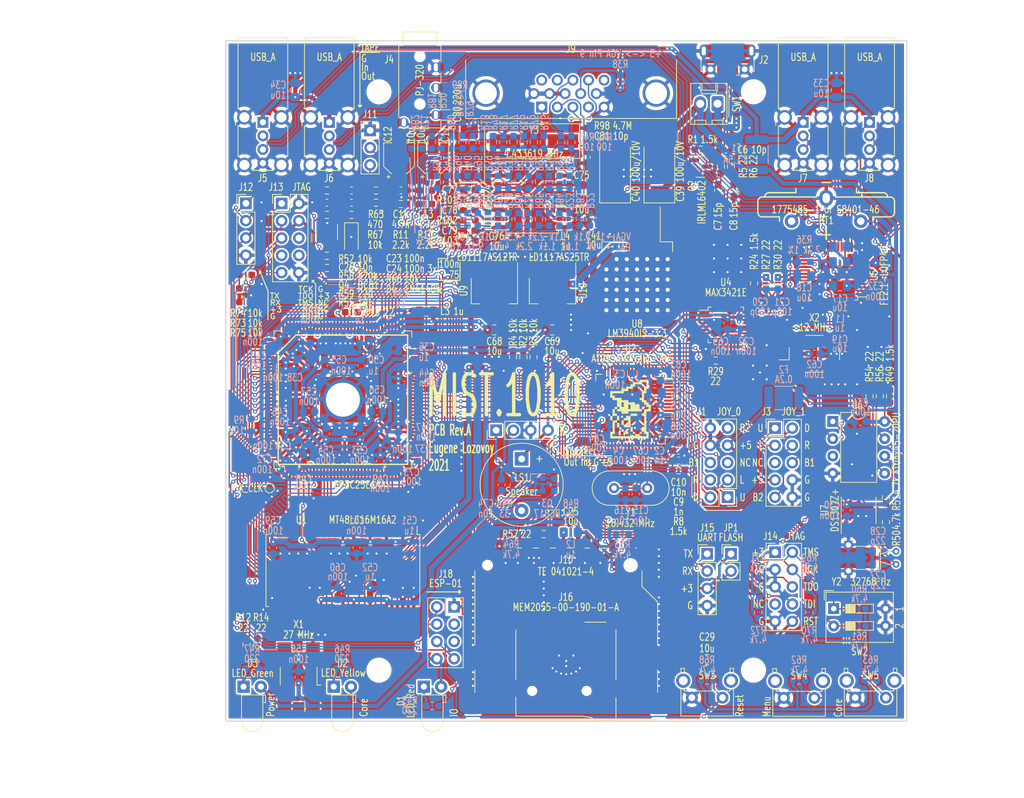
<source format=kicad_pcb>
(kicad_pcb (version 20210424) (generator pcbnew)
  (layers (0 "F.Cu" signal) (31 "B.Cu" signal) (34 "B.Paste" user) (35 "F.Paste" user) (36 "B.SilkS" user "B.Silkscreen") (37 "F.SilkS" user "F.Silkscreen") (38 "B.Mask" user) (39 "F.Mask" user) (44 "Edge.Cuts" user))
  (net 0 "")
  (net 1 "GND")
  (net 2 "+BATT")
  (net 3 "Net-(C1-Pad2)")
  (net 4 "+5V")
  (net 5 "Net-(D2-Pad1)")
  (net 6 "+3V3")
  (net 7 "Net-(C11-Pad1)")
  (net 8 "Net-(C9-Pad1)")
  (net 9 "Net-(C11-Pad2)")
  (net 10 "Net-(C12-Pad1)")
  (net 11 "Net-(C12-Pad2)")
  (net 12 "Net-(C15-Pad1)")
  (net 13 "Net-(C16-Pad1)")
  (net 14 "Net-(C18-Pad2)")
  (net 15 "Net-(C10-Pad1)")
  (net 16 "Net-(C19-Pad2)")
  (net 17 "+1V2")
  (net 18 "+1V2_PLL")
  (net 19 "/TX_FPGA")
  (net 20 "Net-(C17-Pad2)")
  (net 21 "Net-(C20-Pad1)")
  (net 22 "Net-(C22-Pad2)")
  (net 23 "Net-(C74-Pad1)")
  (net 24 "Net-(D3-Pad1)")
  (net 25 "Net-(C21-Pad1)")
  (net 26 "Net-(C27-Pad1)")
  (net 27 "Net-(C23-Pad2)")
  (net 28 "/RST")
  (net 29 "/~LED_ARM")
  (net 30 "/~LED_FPGA")
  (net 31 "/~JOY0_UP")
  (net 32 "/~JOY0_B1")
  (net 33 "+5V_USB")
  (net 34 "/~JOY0_DOWN")
  (net 35 "/RX_FPGA")
  (net 36 "/~JOY0_LEFT")
  (net 37 "/~JOY0_RIGHT")
  (net 38 "/~JOY0_B2")
  (net 39 "/RTC_DP")
  (net 40 "+2V5")
  (net 41 "/~JOY1_UP")
  (net 42 "/~JOY1_B1")
  (net 43 "/USBHUB3_DP")
  (net 44 "/USBHUB3_DN")
  (net 45 "/USBHUB1_DP")
  (net 46 "/USBHUB1_DN")
  (net 47 "/USBHUB2_DP")
  (net 48 "/USBHUB2_DN")
  (net 49 "/USBHUB4_DP")
  (net 50 "/USBHUB4_DN")
  (net 51 "/~JOY1_DOWN")
  (net 52 "/~JOY1_LEFT")
  (net 53 "/~JOY1_RIGHT")
  (net 54 "Net-(R9-Pad2)")
  (net 55 "/~JOY1_B2")
  (net 56 "Net-(R12-Pad2)")
  (net 57 "/R")
  (net 58 "/G")
  (net 59 "Net-(R13-Pad1)")
  (net 60 "Net-(R14-Pad2)")
  (net 61 "/RTC_DN")
  (net 62 "Net-(C6-Pad1)")
  (net 63 "/B")
  (net 64 "/Switch1")
  (net 65 "/Switch2")
  (net 66 "/Button1")
  (net 67 "/Button2")
  (net 68 "/CLK_12")
  (net 69 "/PIXEL_CLK")
  (net 70 "/CLK_27")
  (net 71 "/HS")
  (net 72 "/SS1")
  (net 73 "/MOSI")
  (net 74 "/MISO")
  (net 75 "/SD_CD")
  (net 76 "/SD_WP")
  (net 77 "/FPGA_TCK")
  (net 78 "/FPGA_TDO")
  (net 79 "/FPGA_TMS")
  (net 80 "/FPGA_TDI")
  (net 81 "/ARM_TMS")
  (net 82 "/ARM_TCK")
  (net 83 "/ARM_TDO")
  (net 84 "/ARM_TDI")
  (net 85 "/TX_ARM")
  (net 86 "/RX_ARM")
  (net 87 "Net-(JP1-Pad2)")
  (net 88 "/DM_PUP")
  (net 89 "Net-(J2-Pad1)")
  (net 90 "Net-(Q2-Pad3)")
  (net 91 "/CONF_DONE")
  (net 92 "/CONF_NSTATUS")
  (net 93 "/CONF_NCONFIG")
  (net 94 "/USB_DP")
  (net 95 "/USB_DN")
  (net 96 "Net-(R29-Pad2)")
  (net 97 "/AUDIO_L")
  (net 98 "/AUDIO_R")
  (net 99 "Net-(C6-Pad2)")
  (net 100 "/SCK")
  (net 101 "/VGA_R0")
  (net 102 "/VGA_R1")
  (net 103 "/VGA_R2")
  (net 104 "/VGA_R3")
  (net 105 "/VGA_R4")
  (net 106 "/VGA_R5")
  (net 107 "/VGA_G0")
  (net 108 "/VGA_G1")
  (net 109 "/VGA_G2")
  (net 110 "/VGA_G3")
  (net 111 "/VGA_G4")
  (net 112 "/VGA_G5")
  (net 113 "/VGA_B0")
  (net 114 "/VGA_B1")
  (net 115 "Net-(R36-Pad1)")
  (net 116 "/VGA_B2")
  (net 117 "/VGA_B3")
  (net 118 "/VGA_B4")
  (net 119 "/VGA_B5")
  (net 120 "/VGA_VS")
  (net 121 "/VGA_HS")
  (net 122 "Net-(C28-Pad1)")
  (net 123 "Net-(D1-Pad1)")
  (net 124 "Net-(R27-Pad1)")
  (net 125 "/RAM_DQ0")
  (net 126 "/RAM_DQ1")
  (net 127 "/RAM_DQ2")
  (net 128 "/RAM_DQ3")
  (net 129 "/RAM_DQ4")
  (net 130 "/RAM_DQ5")
  (net 131 "/RAM_DQ6")
  (net 132 "/RAM_DQ7")
  (net 133 "/RAM_DQML")
  (net 134 "/~RAM_WE")
  (net 135 "/~RAM_CAS")
  (net 136 "/~RAM_RAS")
  (net 137 "/~RAM_CS")
  (net 138 "/RAM_BA0")
  (net 139 "/RAM_BA1")
  (net 140 "/RAM_A10")
  (net 141 "/RAM_A0")
  (net 142 "/RAM_A1")
  (net 143 "/RAM_A2")
  (net 144 "/RAM_A3")
  (net 145 "/RAM_A4")
  (net 146 "/RAM_A5")
  (net 147 "/RAM_A6")
  (net 148 "/RAM_A7")
  (net 149 "/RAM_A8")
  (net 150 "/RAM_A9")
  (net 151 "/RAM_A11")
  (net 152 "/RAM_A12")
  (net 153 "/RAM_CLK")
  (net 154 "/RAM_DQMH")
  (net 155 "/RAM_DQ8")
  (net 156 "/RAM_DQ9")
  (net 157 "/RAM_DQ10")
  (net 158 "/RAM_DQ11")
  (net 159 "/RAM_DQ12")
  (net 160 "/RAM_DQ13")
  (net 161 "/RAM_DQ14")
  (net 162 "/RAM_DQ15")
  (net 163 "Net-(R30-Pad1)")
  (net 164 "/SS0")
  (net 165 "/SS2{slash}FPGA")
  (net 166 "/CONF_DATA0")
  (net 167 "/USBH_INT")
  (net 168 "/SS3{slash}OSD")
  (net 169 "/SS4{slash}SD_DIRECT")
  (net 170 "+5V_JOY")
  (net 171 "/TAPE_OUT")
  (net 172 "/TAPE_IN")
  (net 173 "Net-(C24-Pad1)")
  (net 174 "Net-(C24-Pad2)")
  (net 175 "/VS")
  (net 176 "Net-(Q4-Pad1)")
  (net 177 "Net-(Q4-Pad3)")
  (net 178 "/CONF_DCLK")
  (net 179 "Net-(R50-Pad2)")
  (net 180 "Net-(R51-Pad2)")
  (net 181 "Net-(R54-Pad1)")
  (net 182 "Net-(R56-Pad1)")
  (net 183 "/SD_VDD")
  (net 184 "/SD_CLK")
  (net 185 "/SD_DAT1")
  (net 186 "/SD_DAT2")
  (net 187 "Net-(J17-Pad1)")
  (net 188 "Net-(J17-Pad2)")
  (net 189 "Net-(Q3-Pad1)")
  (net 190 "Net-(C77-Pad1)")
  (net 191 "Net-(C77-Pad2)")
  (net 192 "Net-(C78-Pad1)")
  (net 193 "Net-(C78-Pad2)")
  (net 194 "Net-(C79-Pad1)")
  (net 195 "Net-(C80-Pad1)")
  (net 196 "Net-(C80-Pad2)")
  (net 197 "Net-(C81-Pad1)")
  (net 198 "/Composite")
  (net 199 "+5V_PAL")
  (net 200 "Net-(C79-Pad2)")
  (net 201 "Net-(J9-Pad9)")
  (footprint "Buzzer_Beeper:Buzzer_12x9.5RM7.6" (layer "F.Cu") (at 142.65 109.05 -90)
    (fp_text reference "LS1")
    (fp_text value "Speaker")
  )
  (footprint "Resistor_SMD:R_0603_1608Metric_Pad0.98x0.95mm_HandSolder" (layer "F.Cu") (at 142.9 94.1 -90)
    (fp_text reference "R2")
    (fp_text value "10k")
  )
  (footprint "Capacitor_SMD:C_0603_1608Metric_Pad1.08x0.95mm_HandSolder" (layer "F.Cu") (at 173.8 69.6 -90)
    (fp_text reference "C8")
    (fp_text value "15p")
  )
  (footprint "Resistor_SMD:R_0603_1608Metric_Pad0.98x0.95mm_HandSolder" (layer "F.Cu") (at 171.15 94.6)
    (fp_text reference "R29")
    (fp_text value "22")
  )
  (footprint "Connector_PinHeader_2.54mm:PinHeader_1x03_P2.54mm_Vertical" (layer "F.Cu") (at 120.4 60.775)
    (fp_text reference "J11")
    (fp_text value "Conn_01x03")
  )
  (footprint "MountingHole:MountingHole_3.2mm_M3_ISO14580" (layer "F.Cu") (at 176.7 55.1)
    (fp_text reference "H4" hide)
    (fp_text value "MountingHole")
  )
  (footprint "Resistor_SMD:R_0603_1608Metric_Pad0.98x0.95mm_HandSolder" (layer "F.Cu") (at 114.0625 81 180)
    (fp_text reference "R55")
    (fp_text value "10k")
  )
  (footprint "Resistor_SMD:R_0603_1608Metric_Pad0.98x0.95mm_HandSolder" (layer "F.Cu") (at 168.9875 63.6)
    (fp_text reference "R1")
    (fp_text value "1.5k")
  )
  (footprint "Capacitor_SMD:C_0603_1608Metric_Pad1.08x0.95mm_HandSolder" (layer "F.Cu") (at 117.6625 71.4)
    (fp_text reference "C24")
    (fp_text value "100n")
  )
  (footprint "Oscillator:Oscillator_SMD_EuroQuartz_XO91-4Pin_7.0x5.0mm_HandSoldering" (layer "F.Cu") (at 109.9 141 90)
    (fp_text reference "X1")
    (fp_text value "27 MHz")
  )
  (footprint "Capacitor_Tantalum_SMD:CP_EIA-7343-31_Kemet-D_Pad2.25x2.55mm_HandSolder" (layer "F.Cu") (at 162.875 66.85 90)
    (fp_text reference "C39")
    (fp_text value "100u/10V")
  )
  (footprint "Resistor_SMD:R_0603_1608Metric_Pad0.98x0.95mm_HandSolder" (layer "F.Cu") (at 114.0625 73.2 180)
    (fp_text reference "R58")
    (fp_text value "470k")
  )
  (footprint "Package_QFP:LQFP-32_5x5mm_P0.5mm" (layer "F.Cu") (at 172.65 89.35)
    (fp_text reference "U4")
    (fp_text value "MAX3421E")
  )
  (footprint "Resistor_SMD:R_0603_1608Metric_Pad0.98x0.95mm_HandSolder" (layer "F.Cu") (at 117.6625 73.2 180)
    (fp_text reference "R66")
    (fp_text value "10k")
  )
  (footprint "Connector_PinHeader_2.54mm:PinHeader_1x04_P2.54mm_Vertical" (layer "F.Cu") (at 169.9 123)
    (fp_text reference "J15")
    (fp_text value "Conn_01x04")
  )
  (footprint "Connector_Dsub:DSUB-15-HD_Female_Horizontal_P2.29x1.98mm_EdgePinOffset3.03mm_Housed_MountingHolesOffset4.94mm" (layer "F.Cu") (at 145.6 57.350331 180)
    (fp_text reference "J9")
    (fp_text value "DB15_Female_HighDensity_MountingHoles")
  )
  (footprint "Resistor_SMD:R_0603_1608Metric_Pad0.98x0.95mm_HandSolder" (layer "F.Cu") (at 102.25 136.35 90)
    (fp_text reference "R12")
    (fp_text value "22")
  )
  (footprint "Package_SO:SOIC-8_3.9x4.9mm_P1.27mm" (layer "F.Cu") (at 192.15 116.6 90)
    (fp_text reference "U7")
    (fp_text value "DS1307Z+")
  )
  (footprint "Resistor_SMD:R_0603_1608Metric_Pad0.98x0.95mm_HandSolder" (layer "F.Cu") (at 103.85 136.35 90)
    (fp_text reference "R14")
    (fp_text value "22")
  )
  (footprint "Connector_PinHeader_2.54mm:PinHeader_1x02_P2.54mm_Vertical" (layer "F.Cu") (at 173.4 123)
    (fp_text reference "JP1")
    (fp_text value "Jumper_2_Open")
  )
  (footprint "Diode_SMD:D_SOD-123" (layer "F.Cu") (at 117.65 76.6 -90)
    (fp_text reference "D4")
    (fp_text value "1N4148W")
  )
  (footprint "LED_THT:LED_D3.0mm_Horizontal_O1.27mm_Z6.0mm" (layer "F.Cu") (at 128.2875 142.525)
    (fp_text reference "D1")
    (fp_text value "LED_Red")
  )
  (footprint "Capacitor_SMD:C_0603_1608Metric_Pad1.08x0.95mm_HandSolder" (layer "F.Cu") (at 165.7 107.85)
    (fp_text reference "C10")
    (fp_text value "10n")
  )
  (footprint "Capacitor_SMD:C_0603_1608Metric_Pad1.08x0.95mm_HandSolder" (layer "F.Cu") (at 128.5375 69.6 180)
    (fp_text reference "C13")
    (fp_text value "4.7n")
  )
  (footprint "Capacitor_SMD:C_0805_2012Metric_Pad1.18x1.45mm_HandSolder" (layer "F.Cu") (at 138.65 90.1 180)
    (fp_text reference "C68")
    (fp_text value "10u")
  )
  (footprint "Resistor_SMD:R_0603_1608Metric_Pad0.98x0.95mm_HandSolder" (layer "F.Cu") (at 196.15 118.35 90)
    (fp_text reference "R50")
    (fp_text value "4.7k")
  )
  (footprint "Connector_PinHeader_2.54mm:PinHeader_2x05_P2.54mm_Vertical" (layer "F.Cu") (at 179.875 122.775)
    (fp_text reference "J14")
    (fp_text value "Conn_02x05_Odd_Even")
  )
  (footprint "Resistor_SMD:R_0603_1608Metric_Pad0.98x0.95mm_HandSolder" (layer "F.Cu") (at 124.9 71.6 180)
    (fp_text reference "R11")
    (fp_text value "2.2k")
  )
  (footprint "LED_THT:LED_D3.0mm_Horizontal_O1.27mm_Z6.0mm" (layer "F.Cu") (at 115.05 142.525)
    (fp_text reference "D2")
    (fp_text value "LED_Yellow")
  )
  (footprint "Resistor_SMD:R_0603_1608Metric_Pad0.98x0.95mm_HandSolder" (layer "F.Cu") (at 141.4 94.1 -90)
    (fp_text reference "R4")
    (fp_text value "10k")
  )
  (footprint "Resistor_SMD:R_0603_1608Metric_Pad0.98x0.95mm_HandSolder" (layer "F.Cu") (at 196.75 99.85 90)
    (fp_text reference "R49")
    (fp_text value "1.5k")
  )
  (footprint "Resistor_SMD:R_0603_1608Metric_Pad0.98x0.95mm_HandSolder" (layer "F.Cu") (at 196.15 114.6875 90)
    (fp_text reference "R51")
    (fp_text value "4.7k")
  )
  (footprint "Crystal:Crystal_C38-LF_D3.0mm_L8.0mm_Horizontal_1EP_style2" (layer "F.Cu") (at 197.65 122.65 -90)
    (fp_text reference "Y2")
    (fp_text value "32768 Hz")
  )
  (footprint "Resistor_SMD:R_0603_1608Metric_Pad0.98x0.95mm_HandSolder" (layer "F.Cu") (at 195.25 99.85 90)
    (fp_text reference "R56")
    (fp_text value "22")
  )
  (footprint "MountingHole:MountingHole_3.2mm_M3_ISO14580" (layer "F.Cu") (at 121.7 55.1)
    (fp_text reference "H3" hide)
    (fp_text value "MountingHole")
  )
  (footprint "Resistor_SMD:R_0603_1608Metric_Pad0.98x0.95mm_HandSolder" (layer "F.Cu") (at 117.65 87.4875)
    (fp_text reference "R13")
    (fp_text value "22")
  )
  (footprint "my:PJ-320A_D" (layer "F.Cu") (at 127.7 54.68 -90)
    (fp_text reference "J4")
    (fp_text value "PJ-320")
  )
  (footprint "Capacitor_SMD:C_0603_1608Metric_Pad1.08x0.95mm_HandSolder" (layer "F.Cu") (at 117.6625 69.6 180)
    (fp_text reference "C23")
    (fp_text value "100n")
  )
  (footprint "Capacitor_SMD:CP_Elec_4x5.4" (layer "F.Cu") (at 129.65 64.85 90)
    (fp_text reference "C11")
    (fp_text value "10u")
  )
  (footprint "Resistor_SMD:R_0603_1608Metric_Pad0.98x0.95mm_HandSolder" (layer "F.Cu") (at 178.55 83.25 90)
    (fp_text reference "R27")
    (fp_text value "22")
  )
  (footprint "Resistor_SMD:R_0603_1608Metric_Pad0.98x0.95mm_HandSolder" (layer "F.Cu") (at 173.4 66.1 -90)
    (fp_text reference "R6")
    (fp_text value "22")
  )
  (footprint "my:CR2032V" (layer "F.Cu") (at 182.3 74.1198)
    (fp_text reference "BT1")
    (fp_text value "1775485-1 or S8401-46")
  )
  (footprint "Package_SO:TSOP-II-54_22.2x10.16mm_P0.8mm" (layer "F.Cu") (at 116.4 125.4625 -90)
    (fp_text reference "U1")
    (fp_text value "MT48LC16M16A2")
  )
  (footprint "Package_TO_SOT_SMD:TO-263-3_TabPin2" (layer "F.Cu") (at 159.625 80.1 -90)
    (fp_text reference "U8")
    (fp_text value "LM3940IS-3.3")
  )
  (footprint "Resistor_SMD:R_0603_1608Metric_Pad0.98x0.95mm_HandSolder" (layer "F.Cu") (at 114.0625 79.2 180)
    (fp_text reference "R59")
    (fp_text value "220")
  )
  (footprint "Package_TO_SOT_SMD:SOT-223-3_TabPin2" (layer "F.Cu") (at 138.65 84.35 -90)
    (fp_text reference "U9")
    (fp_text value "LD1117AS12TR")
  )
  (footprint "MountingHole:MountingHole_3.2mm_M3_ISO14580" (layer "F.Cu") (at 176.7 140.1)
    (fp_text reference "H2" hide)
    (fp_text value "MountingHole")
  )
  (footprint "Resistor_SMD:R_0603_1608Metric_Pad0.98x0.95mm_HandSolder" (layer "F.Cu") (at 102.1 84)
    (fp_text reference "R73")
    (fp_text value "10k")
  )
  (footprint "Resistor_SMD:R_0603_1608Metric_Pad0.98x0.95mm_HandSolder" (layer "F.Cu") (at 165.7 110.75 180)
    (fp_text reference "R8")
    (fp_text value "1.5k")
  )
  (footprint "Resistor_SMD:R_0603_1608Metric_Pad0.98x0.95mm_HandSolder" (layer "F.Cu") (at 180.3 83.25 90)
    (fp_text reference "R30")
    (fp_text value "22")
  )
  (footprint "Package_TO_SOT_SMD:SOT-223-3_TabPin2" (layer "F.Cu") (at 147.1875 84.35 -90)
    (fp_text reference "U10")
    (fp_text value "LD1117AS25TR")
  )
  (footprint "Capacitor_SMD:C_0805_2012Metric_Pad1.18x1.45mm_HandSolder" (layer "F.Cu") (at 142.4125 77.1)
    (fp_text reference "C76")
    (fp_text value "10u")
  )
  (footprint "Inductor_SMD:L_0805_2012Metric_Pad1.15x1.40mm_HandSolder" (layer "F.Cu") (at 146.1625 77.1 180)
    (fp_text reference "L4")
    (fp_text value "1u")
  )
  (footprint "Capacitor_SMD:C_0603_1608Metric_Pad1.08x0.95mm_HandSolder" (layer "F.Cu") (at 114.0625 71.4 180)
    (fp_text reference "C26")
    (fp_text value "10n")
  )
  (footprint "Capacitor_SMD:C_0805_2012Metric_Pad1.18x1.45mm_HandSolder" (layer "F.Cu") (at 169.875 138.5625)
    (fp_text reference "C29")
    (fp_text value "10u")
  )
  (footprint "Capacitor_SMD:C_0805_2012Metric_Pad1.18x1.45mm_HandSolder" (layer "F.Cu") (at 149.8625 119.85 180)
    (fp_text reference "C25")
    (fp_text value "10u")
  )
  (footprint "Resistor_SMD:R_0603_1608Metric_Pad0.98x0.95mm_HandSolder" (layer "F.Cu") (at 134.95 74 180)
    (fp_text reference "R102")
    (fp_text value "75")
  )
  (footprint "TestPoint:TestPoint_Pad_D1.0mm" (layer "F.Cu") (at 105.65 113.35 -90)
    (fp_text reference "TP1" hide)
    (fp_text value "TestPoint")
  )
  (footprint "Resistor_SMD:R_0603_1608Metric_Pad0.98x0.95mm_HandSolder" (layer "F.Cu") (at 102.1 82)
    (fp_text reference "R74")
    (fp_text value "10k")
  )
  (footprint "Resistor_SMD:R_0603_1608Metric_Pad0.98x0.95mm_HandSolder" (layer "F.Cu") (at 193.75 99.85 90)
    (fp_text reference "R54")
    (fp_text value "22")
  )
  (footprint "Capacitor_SMD:C_0603_1608Metric_Pad1.08x0.95mm_HandSolder" (layer "F.Cu") (at 171.49 69.6 -90)
    (fp_text reference "C7")
    (fp_text value "15p")
  )
  (footprint "Connector_PinHeader_2.54mm:PinHeader_2x05_P2.54mm_Vertical" (layer "F.Cu") (at 172.9 114.68 180)
    (fp_text reference "J1")
    (fp_text value "Conn_02x05_Odd_Even")
  )
  (footprint "Resistor_SMD:R_0603_1608Metric_Pad0.98x0.95mm_HandSolder" (layer "F.Cu") (at 134.95 71 180)
    (fp_text reference "R101")
    (fp_text value "75")
  )
  (footprint "Resistor_SMD:R_0603_1608Metric_Pad0.98x0.95mm_HandSolder" (layer "F.Cu") (at 121.2625 71.4)
    (fp_text reference "R67")
    (fp_text value "10k")
  )
  (footprint "Resistor_SMD:R_0603_1608Metric_Pad0.98x0.95mm_HandSolder" (layer "F.Cu") (at 152.2 61.35 -90)
    (fp_text reference "R98")
    (fp_text value "4.7M")
  )
  (footprint "Button_Switch_THT:SW_Tactile_SPST_Angled_PTS645Vx58-2LFS" (layer "F.Cu") (at 185.65 144.175 180)
    (fp_text reference "SW4")
    (fp_text value "SW_Push")
  )
  (footprint "Capacitor_Tantalum_SMD:CP_EIA-7343-31_Kemet-D" (layer "F.Cu") (at 134.95 64.1 90)
    (fp_text reference "C80")
    (fp_text value "220u")
  )
  (footprint "Resistor_SMD:R_0603_1608Metric_Pad0.98x0.95mm_HandSolder" (layer "F.Cu") (at 134.95 77 180)
    (fp_text reference "R103")
    (fp_text value "75")
  )
  (footprint "Button_Switch_THT:SW_Tactile_SPST_Angled_PTS645Vx58-2LFS" (layer "F.Cu") (at 172.15 144.1375 180)
    (fp_text reference "SW3")
    (fp_text value "SW_Push")
  )
  (footprint "Capacitor_SMD:C_0805_2012Metric_Pad1.18x1.45mm_HandSolder" (layer "F.Cu") (at 153.4 74.35)
    (fp_text reference "C41")
    (fp_text value "10u")
  )
  (footprint "Capacitor_SMD:CP_Elec_4x5.4" (layer "F.Cu") (at 124.65 64.85 90)
    (fp_text reference "C12")
    (fp_text value "10u")
  )
  (footprint "Resistor_SMD:R_0603_1608Metric_Pad0.98x0.95mm_HandSolder" (layer "F.Cu") (at 121.2625 69.6 180)
    (fp_text reference "R65")
    (fp_text value "470")
  )
  (footprint "Package_QFP:TQFP-64_10x10mm_P0.5mm" (layer "F.Cu") (at 158.65 101.7375 180)
    (fp_text reference "U2")
    (fp_text value "AT91SAM7S256-AU")
  )
  (footprint "Capacitor_SMD:C_0603_1608Metric_Pad1.08x0.95mm_HandSolder" (layer "F.Cu") (at 134.95 72.5 180)
    (fp_text reference "C78")
    (fp_text value "100n")
  )
  (footprint "Connector_USB:USB_A_Wuerth_614004134726_Horizontal" (layer "F.Cu") (at 104.65 59.58 -90)
    (fp_text reference "J5")
    (fp_text value "USB_A")
  )
  (footprint "my:black-mage-6.7x9.5" (layer "F.Cu") (at 158.650001 101.737501)
    (fp_text reference "LOGO1" hide)
    (fp_text value "graphic" hide)
  )
  (footprint "Package_QFP:LQFP-48_7x7mm_P0.5mm" (layer "F.Cu") (at 188.4 82.1 180)
    (fp_text reference "U5")
    (fp_text value "FE2.1-LQFP48")
  )
  (footprint "Capacitor_SMD:C_0805_2012Metric_Pad1.18x1.45mm_HandSolder" (layer "F.Cu") (at 147.15 90.1 180)
    (fp_text reference "C69")
    (fp_text value "10u")
  )
  (footprint "Crystal:Crystal_SMD_HC49-SD" (layer "F.Cu") (at 144.45 62.35 180)
    (fp_text reference "Y3")
    (fp_text value "4.433619 MHz")
  )
  (footprint "Connector_USB:USB_Micro-B_Molex-105017-0001" (layer "F.Cu") (at 172.9 50.3375 180)
    (fp_text reference "J2")
    (fp_text value "USB_B_Micro")
  )
  (footprint "Resistor_SMD:R_0603_1608Metric_Pad0.98x0.95mm_HandSolder" (layer "F.Cu") (at 145.9 120.1 180)
    (fp_text reference "R57")
    (fp_text value "22")
  )
  (footprint "Connector_PinHeader_2.54mm:PinHeader_1x04_P2.54mm_Vertical" (layer "F.Cu") (at 102.15 71.5)
    (fp_text reference "J12")
    (fp_text value "Conn_01x04")
  )
  (footprint "Capacitor_SMD:C_0603_1608Metric_Pad1.08x0.95mm_HandSolder" (layer "F.Cu") (at 172.65 63.6)
    (fp_text reference "C6")
    (fp_text value "10p")
  )
  (footprint "Package_DIP:DIP-8_W7.62mm" (layer "F.Cu") (at 188.35 103.55)
    (fp_text reference "U6")
    (fp_text value "ATtiny45-20PU")
  )
  (footprint "Resistor_SMD:R_0603_1608Metric_Pad0.98x0.95mm_HandSolder" (layer "F.Cu") (at 128.5375 71.6)
    (fp_text reference "R10")
    (fp_text value "2.2k")
  )
  (footprint "Package_TO_SOT_SMD:SOT-23" (layer "F.Cu") (at 114.0625 76.2 -90)
    (fp_text reference "Q4")
    (fp_text value "BC817")
  )
  (footprint "my:SD_TE_2041021-mod" (layer "F.Cu") (at 149.15 133.85)
    (fp_text reference "J10")
    (fp_text value "TE 041021-4")
  )
  (footprint "Capacitor_SMD:C_0603_1608Metric_Pad1.08x0.95mm_HandSolder" (layer "F.Cu") (at 152.2 64.7125 -90)
    (fp_text reference "C81")
    (fp_text value "10p")
  )
  (footprint "Capacitor_SMD:C_0805_2012Metric_Pad1.18x1.45mm_HandSolder" (layer "F.Cu") (at 151.45 69.85 90)
    (fp_text reference "C75")
    (fp_text value "10u")
  )
  (footprint "Resistor_SMD:R_0603_1608Metric_Pad0.98x0.95mm_HandSolder" (layer "F.Cu") (at 114.0625 69.6)
    (fp_text reference "R52")
    (fp_text value "10k")
  )
  (footprint "Connector_PinHeader_2.54mm:PinHeader_1x04_P2.54mm_Vertical" (layer "F.Cu") (at 138.905 104.85 90)
    (fp_text reference "J17")
    (fp_text value "Conn_01x04")
  )
  (footprint "Oscillator:Oscillator_SMD_EuroQuartz_XO91-4Pin_7.0x5.0mm_HandSoldering" (layer "F.Cu") (at 185.65 93.6)
    (fp_text reference "X2")
    (fp_text value "12 MHz")
  )
  (footprint "Connector_USB:USB_A_Wuerth_614004134726_Horizontal" (layer "F.Cu") (at 193.75 59.59 -90)
    (fp_text reference "J8")
    (fp_text value "USB_A")
  )
  (footprint "Button_Switch_THT:SW_DIP_SPSTx02_Slide_9.78x7.26mm_W7.62mm_P2.54mm" (layer "F.Cu") (at 188.48 131.06)
    (fp_text reference "SW2")
    (fp_text value "SW_DIP_x02")
  )
  (footprint "Connector_USB:USB_A_Wuerth_614004134726_Horizontal" (layer "F.Cu") (at 114.4 59.59 -90)
    (fp_text reference "J6")
    (fp_text value "USB_A")
  )
  (footprint "Capacitor_SMD:C_0603_1608Metric_Pad1.08x0.95mm_HandSolder" (layer "F.Cu") (at 134.95 69.5 180)
    (fp_text reference "C77")
    (fp_text value "100n")
  )
  (footprint "Resistor_SMD:R_0603_1608Metric_Pad0.98x0.95mm_HandSolder" (layer "F.Cu") (at 144.4 94.1 -90)
    (fp_text reference "R3")
    (fp_text value "10k")
  )
  (footprint "Resistor_SMD:R_0603_1608Metric_Pad0.98x0.95mm_HandSolder" (layer "F.Cu") (at 176.8 83.25 90)
    (fp_text reference "R24")
    (fp_text value "1.5k")
  )
  (footprint "MountingHole:MountingHole_3.2mm_M3_ISO14580" (layer "F.Cu") (at 121.7 140.1)
    (fp_text reference "H1" hide)
    (fp_text value "MountingHole")
  )
  (footprint "Capacitor_SMD:C_0603_1608Metric_Pad1.08x0.95mm_HandSolder" (layer "F.Cu") (at 134.95 75.5 180)
    (fp_text reference "C79")
    (fp_text value "100n")
  )
  (footprint "Button_Switch_THT:SW_Tactile_SPST_Angled_PTS645Vx58-2LFS" (layer "F.Cu") (at 196.15 144.1375 180)
    (fp_text reference "SW5")
    (fp_text value "SW_Push")
  )
  (footprint "my:ALTERA-QFP-145" (layer "F.Cu") (at 116.4 100.35)
    (fp_text reference "U3")
    (fp_text value "EP3C25E144")
  )
  (footprint "LED_THT:LED_D3.0mm_Horizontal_O1.27mm_Z6.0mm" (layer "F.Cu") (at 101.81 142.525)
    (fp_text reference "D3")
    (fp_text value "LED_Green")
  )
  (footprint "Capacitor_SMD:C_0603_1608Metric_Pad1.08x0.95mm_HandSolder" (layer "F.Cu") (at 165.7 109.3)
    (fp_text reference "C9")
    (fp_text value "1n")
  )
  (footprint "my:GCT-MEM2055-00-190-01-A" (layer "F.Cu") (at 149.15 131.85 180)
    (fp_text reference "J16")
    (fp_text value "MEM2055-00-190-01-A")
  )
  (footprint "Package_TO_SOT_SMD:SOT-23" (layer "F.Cu") (at 168.9 66.1)
    (fp_text reference "Q2")
    (fp_text value "IRLML6402")
  )
  (footprint "Connector_Molex:Molex_KK-254_AE-6410-02A_1x02_P2.54mm_Vertical" (layer "F.Cu") (at 171.42 56.85 180)
    (fp_text reference "SW1")
    (fp_text value "Jumper / Pin header 1x2 Pitch=2.54mm")
  )
  (footprint "Crystal:Crystal_HC49-U_Vertical" (layer "F.Cu") (at 161.1 113.35 180)
    (fp_text reference "Y1")
    (fp_text value "18.432 MHz")
  )
  (footprint "Capacitor_Tantalum_SMD:CP_EIA-7343-31_Kemet-D_Pad2.25x2.55mm_HandSolder" (layer "F.Cu") (at 156.375 66.85 90)
    (fp_text reference "C40")
    (fp_text value "100u/10V")
  )
  (footprint "Connector_PinHeader_2.54mm:PinHeader_2x05_P2.54mm_Vertical" (layer "F.Cu") (at 179.86 104.53)
    (fp_text reference "J3")
    (fp_text value "Conn_02x05_Odd_Even")
  )
  (footprint "Connector_PinSocket_2.54mm:PinSocket_2x04_P2.54mm_Vertical" (layer "F.Cu") (at 132.74 130.8)
    (fp_text reference "J18")
    (fp_text value "ESP-01")
  )
  (footprint "Resistor_SMD:R_0603_1608Metric_Pad0.98x0.95mm_HandSolder" (layer "F.Cu") (at 171.9 66.1 -90)
    (fp_text reference "R5")
    (fp_text value "22")
  )
  (footprint "Capacitor_SMD:C_0603_1608Metric_Pad1.08x0.95mm_HandSolder" (layer "F.Cu") (at 124.9 69.6)
    (fp_text reference "C14")
    (fp_text value "4.7n")
  )
  (footprint "Connector_PinHeader_2.54mm:PinHeader_2x05_P2.54mm_Vertical" (layer "F.Cu") (at 107.4 71.52)
    (fp_text reference "J13")
    (fp_text value "Conn_02x05_Odd_Even")
  )
  (footprint "Inductor_SMD:L_0805_2012Metric_Pad1.15x1.40mm_HandSolder" (layer "F.Cu") (at 128.65 87.35 180)
    (fp_text reference "L3")
    (fp_text value "1u")
  )
  (footprint "Package_SO:SOIC-16W_7.5x10.3mm_P1.27mm" (layer "F.Cu") (at 144.2 70.6)
    (fp_text reference "U11")
    (fp_text value "AD724")
  )
  (footprint "Resistor_SMD:R_0603_1608Metric_Pad0.98x0.95mm_HandSolder" (layer "F.Cu") (at 102.1 86 180)
    (fp_text reference "R75")
    (fp_text value "10k")
  )
  (footprint "Connector_USB:USB_A_Wuerth_614004134726_Horizontal" (layer "F.Cu") (at 184 59.59 -90)
    (fp_text reference "J7")
    (fp_text value "USB_A")
  )
  (footprint "Capacitor_SMD:C_0603_1608Metric_Pad1.08x0.95mm_HandSolder" (layer "B.Cu") (at 162.1875 101.1)
    (fp_text reference "C5")
    (fp_text value "100n")
  )
  (footprint "Resistor_SMD:R_0603_1608Metric_Pad0.98x0.95mm_HandSolder" (layer "B.Cu") (at 192.2475 133.585 180)
    (fp_text reference "R61")
    (fp_text value "4.7k")
  )
  (footprint "Capacitor_SMD:C_0603_1608Metric_Pad1.08x0.95mm_HandSolder" (layer "B.Cu") (at 162.4 105.2375 -90)
    (fp_text reference "C2")
    (fp_text value "1n")
  )
  (footprint "Resistor_SMD:R_0603_1608Metric_Pad0.98x0.95mm_HandSolder" (layer "B.Cu") (at 133.95 62.5125 90)
    (fp_text reference "R19")
    (fp_text value "4.3k")
  )
  (footprint "Capacitor_SMD:C_0603_1608Metric_Pad1.08x0.95mm_HandSolder" (layer "B.Cu") (at 118.9 105.35 -90)
    (fp_text reference "C53")
    (fp_text value "100n")
  )
  (footprint "Capacitor_SMD:C_0603_1608Metric_Pad1.08x0.95mm_HandSolder" (layer "B.Cu") (at 194.65 81.1 -90)
    (fp_text reference "C32")
    (fp_text value "100n")
  )
  (footprint "Capacitor_SMD:C_0603_1608Metric_Pad1.08x0.95mm_HandSolder" (layer "B.Cu") (at 178.55 83.25 -90)
    (fp_text reference "C20")
    (fp_text value "100p")
  )
  (footprint "Resistor_SMD:R_0603_1608Metric_Pad0.98x0.95mm_HandSolder" (layer "B.Cu") (at 184.9 127.4375 90)
    (fp_text reference "R69")
    (fp_text value "4.7k")
  )
  (footprint "Capacitor_SMD:C_0603_1608Metric_Pad1.08x0.95mm_HandSolder" (layer "B.Cu") (at 122.2625 105.59012 135)
    (fp_text reference "C37")
    (fp_text value "100n")
  )
  (footprint "Resistor_SMD:R_0603_1608Metric_Pad0.98x0.95mm_HandSolder" (layer "B.Cu") (at 126.45 62.5125 90)
    (fp_text reference "R82")
    (fp_text value "18k")
  )
  (footprint "Resistor_SMD:R_0603_1608Metric_Pad0.98x0.95mm_HandSolder" (layer "B.Cu") (at 130.95 62.5125 90)
    (fp_text reference "R20")
    (fp_text value "9.1k")
  )
  (footprint "Resistor_SMD:R_0603_1608Metric_Pad0.98x0.95mm_HandSolder" (layer "B.Cu") (at 129.45 62.5125 90)
    (fp_text reference "R81")
    (fp_text value "9.1k")
  )
  (footprint "Resistor_SMD:R_0603_1608Metric_Pad0.98x0.95mm_HandSolder" (layer "B.Cu") (at 137.7 73.85 90)
    (fp_text reference "R31")
    (fp_text value "9.1k")
  )
  (footprint "Resistor_SMD:R_0603_1608Metric_Pad0.98x0.95mm_HandSolder" (layer "B.Cu") (at 184.9 131.6 90)
    (fp_text reference "R70")
    (fp_text value "4.7k")
  )
  (footprint "Resistor_SMD:R_0603_1608Metric_Pad0.98x0.95mm_HandSolder" (layer "B.Cu") (at 139.95 62.5125 90)
    (fp_text reference "R17")
    (fp_text value "1.1k")
  )
  (footprint "Capacitor_SMD:C_0603_1608Metric_Pad1.08x0.95mm_HandSolder" (layer "B.Cu") (at 158.9 97.35 90)
    (fp_text reference "C3")
    (fp_text value "100n")
  )
  (footprint "Resistor_SMD:R_0603_1608Metric_Pad0.98x0.95mm_HandSolder" (layer "B.Cu") (at 140.7 68.35 90)
    (fp_text reference "R37")
    (fp_text value "2.2k")
  )
  (footprint "Resistor_SMD:R_0603_1608Metric_Pad0.98x0.95mm_HandSolder" (layer "B.Cu") (at 141.15 120.1 180)
    (fp_text reference "R64")
    (fp_text value "4.7k")
  )
  (footprint "Resistor_SMD:R_0603_1608Metric_Pad0.98x0.95mm_HandSolder" (layer "B.Cu") (at 147.455 112.85 90)
    (fp_text reference "R48")
    (fp_text value "1k")
  )
  (footprint "Resistor_SMD:R_0603_1608Metric_Pad0.98x0.95mm_HandSolder" (layer "B.Cu") (at 133.2 73.85 90)
    (fp_text reference "R90")
    (fp_text value "18k")
  )
  (footprint "Resistor_SMD:R_0603_1608Metric_Pad0.98x0.95mm_HandSolder" (layer "B.Cu") (at 143.7 73.85 90)
    (fp_text reference "R26")
    (fp_text value "2.2k")
  )
  (footprint "Capacitor_SMD:C_0603_1608Metric_Pad1.08x0.95mm_HandSolder" (layer "B.Cu") (at 192.4 103.6)
    (fp_text reference "C31")
    (fp_text value "100n")
  )
  (footprint "Resistor_SMD:R_0603_1608Metric_Pad0.98x0.95mm_HandSolder" (layer "B.Cu") (at 148.2 73.85 90)
    (fp_text reference "R84")
    (fp_text value "1.1k")
  )
  (footprint "Capacitor_SMD:C_0603_1608Metric_Pad1.08x0.95mm_HandSolder" (layer "B.Cu") (at 157.4 105.2125 -90)
    (fp_text reference "C4")
    (fp_text value "100n")
  )
  (footprint "Capacitor_SMD:C_0603_1608Metric_Pad1.08x0.95mm_HandSolder" (layer "B.Cu") (at 107.15 94.6 180)
    (fp_text reference "C43")
    (fp_text value "100n")
  )
  (footprint "Resistor_SMD:R_0603_1608Metric_Pad0.98x0.95mm_HandSolder" (layer "B.Cu") (at 177.4 131.6 90)
    (fp_text reference "R72")
    (fp_text value "4.7k")
  )
  (footprint "Resistor_SMD:R_0603_1608Metric_Pad0.98x0.95mm_HandSolder" (layer "B.Cu") (at 142.95 62.5125 90)
    (fp_text reference "R16")
    (fp_text value "1.1k")
  )
  (footprint "Resistor_SMD:R_0603_1608Metric_Pad0.98x0.95mm_HandSolder" (layer "B.Cu") (at 142.2 68.35 90)
    (fp_text reference "R93")
    (fp_text value "1.1k")
  )
  (footprint "Capacitor_SMD:C_0603_1608Metric_Pad1.08x0.95mm_HandSolder" (layer "B.Cu") (at 113.9 105.35 -90)
    (fp_text reference "C54")
    (fp_text value "100n")
  )
  (footprint "Resistor_SMD:R_0603_1608Metric_Pad0.98x0.95mm_HandSolder" (layer "B.Cu") (at 145.95 62.5125 90)
    (fp_text reference "R15")
    (fp_text value "1k")
  )
  (footprint "Resistor_SMD:R_0603_1608Metric_Pad0.98x0.95mm_HandSolder" (layer "B.Cu") (at 151.2 73.85 90)
    (fp_text reference "R83")
    (fp_text value "1k")
  )
  (footprint "Capacitor_SMD:C_0603_1608Metric_Pad1.08x0.95mm_HandSolder" (layer "B.Cu") (at 195 122.65 180)
    (fp_text reference "C28")
    (fp_text value "22p")
  )
  (footprint "Capacitor_SMD:C_0603_1608Metric_Pad1.08x0.95mm_HandSolder" (layer "B.Cu") (at 162.15 97.6)
    (fp_text reference "C63")
    (fp_text value "100n")
  )
  (footprint "Capacitor_SMD:C_0603_1608Metric_Pad1.08x0.95mm_HandSolder" (layer "B.Cu") (at 107.15 105.1 180)
    (fp_text reference "C46")
    (fp_text value "100n")
  )
  (footprint "Resistor_SMD:R_0603_1608Metric_Pad0.98x0.95mm_HandSolder" (layer "B.Cu") (at 129.5375 145.35)
    (fp_text reference "R45")
    (fp_text value "220")
  )
  (footprint "Capacitor_SMD:C_0603_1608Metric_Pad1.08x0.95mm_HandSolder" (layer "B.Cu") (at 111.4 102.1 180)
    (fp_text reference "C57")
    (fp_text value "100n")
  )
  (footprint "Capacitor_SMD:C_0603_1608Metric_Pad1.08x0.95mm_HandSolder" (layer "B.Cu") (at 157.9 114.2125 -90)
    (fp_text reference "C16")
    (fp_text value "10p")
  )
  (footprint "Resistor_SMD:R_0603_1608Metric_Pad0.98x0.95mm_HandSolder" (layer "B.Cu") (at 142.2 73.85 90)
    (fp_text reference "R86")
    (fp_text value "2.2k")
  )
  (footprint "Resistor_SMD:R_0603_1608Metric_Pad0.98x0.95mm_HandSolder" (layer "B.Cu") (at 149.7 73.85 90)
    (fp_text reference "R23")
    (fp_text value "1.1k")
  )
  (footprint "Resistor_SMD:R_0603_1608Metric_Pad0.98x0.95mm_HandSolder" (layer "B.Cu") (at 131.7 68.35 90)
    (fp_text reference "R41")
    (fp_text value "18k")
  )
  (footprint "Resistor_SMD:R_0603_1608Metric_Pad0.98x0.95mm_HandSolder" (layer "B.Cu") (at 116.3 139.85)
    (fp_text reference "R46")
    (fp_text value "220")
  )
  (footprint "Resistor_SMD:R_0603_1608Metric_Pad0.98x0.95mm_HandSolder" (layer "B.Cu") (at 145.2 68.35 90)
    (fp_text reference "R92")
    (fp_text value "1.1k")
  )
  (footprint "Capacitor_SMD:C_0603_1608Metric_Pad1.08x0.95mm_HandSolder" (layer "B.Cu") (at 119.15 95.35 90)
    (fp_text reference "C50")
    (fp_text value "1u")
  )
  (footprint "Resistor_SMD:R_0603_1608Metric_Pad0.98x0.95mm_HandSolder" (layer "B.Cu") (at 137.7 68.35 90)
    (fp_text reference "R39")
    (fp_text value "4.3k")
  )
  (footprint "Resistor_SMD:R_0603_1608Metric_Pad0.98x0.95mm_HandSolder" (layer "B.Cu") (at 169.875 141.6)
    (fp_text reference "R68")
    (fp_text value "4.7k")
  )
  (footprint "Resistor_SMD:R_0603_1608Metric_Pad0.98x0.95mm_HandSolder" (layer "B.Cu") (at 132.45 62.5125 90)
    (fp_text reference "R80")
    (fp_text value "4.3k")
  )
  (footprint "Capacitor_SMD:C_0603_1608Metric_Pad1.08x0.95mm_HandSolder" (layer "B.Cu") (at 139.705 112.85 90)
    (fp_text reference "C74")
    (fp_text value "10n")
  )
  (footprint "Capacitor_SMD:C_0603_1608Metric_Pad1.08x0.95mm_HandSolder" (layer "B.Cu") (at 126.15 122.1 90)
    (fp_text reference "C51")
    (fp_text value "1u")
  )
  (footprint "Resistor_SMD:R_0603_1608Metric_Pad0.98x0.95mm_HandSolder" (layer "B.Cu") (at 146.7 68.35 90)
    (fp_text reference "R34")
    (fp_text value "1.1k")
  )
  (footprint "Resistor_SMD:R_0603_1608Metric_Pad0.98x0.95mm_HandSolder" (layer "B.Cu") (at 134.7 73.85 90)
    (fp_text reference "R32")
    (fp_text value "18k")
  )
  (footprint "Resistor_SMD:R_0603_1608Metric_Pad0.98x0.95mm_HandSolder" (layer "B.Cu") (at 148.45 62.5125 90)
    (fp_text reference "R43")
    (fp_text value "100")
  )
  (footprint "Capacitor_SMD:C_0603_1608Metric_Pad1.08x0.95mm_HandSolder" (layer "B.Cu") (at 118.9 91.2125 90)
    (fp_text reference "C42")
    (fp_text value "1u")
  )
  (footprint "Resistor_SMD:R_0603_1608Metric_Pad0.98x0.95mm_HandSolder" (layer "B.Cu") (at 136.2 73.85 90)
    (fp_text reference "R88")
    (fp_text value "9.1k")
  )
  (footprint "Capacitor_SMD:C_0603_1608Metric_Pad1.08x0.95mm_HandSolder" (layer "B.Cu") (at 111.65 91.2125 90)
    (fp_text reference "C45")
    (fp_text value "100n")
  )
  (footprint "Capacitor_SMD:C_0603_1608Metric_Pad1.08x0.95mm_HandSolder" (layer "B.Cu") (at 113.65 95.35 90)
    (fp_text reference "C55")
    (fp_text value "100n")
  )
  (footprint "Capacitor_SMD:C_0603_1608Metric_Pad1.08x0.95mm_HandSolder" (layer "B.Cu") (at 180.3 83.25 -90)
    (fp_text reference "C21")
    (fp_text value "100p")
  )
  (footprint "Capacitor_SMD:C_0603_1608Metric_Pad1.08x0.95mm_HandSolder" (layer "B.Cu") (at 195 124.55 180)
    (fp_text reference "C27")
    (fp_text value "22p")
  )
  (footprint "Resistor_SMD:R_0603_1608Metric_Pad0.98x0.95mm_HandSolder" (layer "B.Cu") (at 192.2475 131.085 180)
    (fp_text reference "R60")
    (fp_text value "4.7k")
  )
  (footprint "Resistor_SMD:R_0603_1608Metric_Pad0.98x0.95mm_HandSolder" (layer "B.Cu") (at 143.7 68.35 90)
    (fp_text reference "R35")
    (fp_text value "1.1k")
  )
  (footprint "Capacitor_SMD:C_0603_1608Metric_Pad1.08x0.95mm_HandSolder" (layer "B.Cu") (at 185.65 93.6 180)
    (fp_text reference "C62")
    (fp_text value "100n")
  )
  (footprint "Resistor_SMD:R_0603_1608Metric_Pad0.98x0.95mm_HandSolder" (layer "B.Cu") (at 103.06 139.85)
    (fp_text reference "R47")
    (fp_text value "220")
  )
  (footprint "Resistor_SMD:R_0603_1608Metric_Pad0.98x0.95mm_HandSolder" (layer "B.Cu") (at 149.7 68.35 90)
    (fp_text reference "R33")
    (fp_text value "1k")
  )
  (footprint "Resistor_SMD:R_0603_1608Metric_Pad0.98x0.95mm_HandSolder" (layer "B.Cu") (at 152.7 73.85 90)
    (fp_text reference "R22")
    (fp_text value "1k")
  )
  (footprint "Capacitor_SMD:C_0603_1608Metric_Pad1.08x0.95mm_HandSolder" (layer "B.Cu") (at 110.5 105.6 45)
    (fp_text reference "C36")
    (fp_text value "100n")
  )
  (footprint "Capacitor_SMD:C_0805_2012Metric_Pad1.18x1.45mm_HandSolder" (layer "B.Cu") (at 162.1875 99.35)
    (fp_text reference "C1")
    (fp_text value "2.2u")
  )
  (footprint "Capacitor_SMD:C_0603_1608Metric_Pad1.08x0.95mm_HandSolder" (layer "B.Cu") (at 125.4 97.1)
    (fp_text reference "C44")
    (fp_text value "100n")
  )
  (footprint "Capacitor_SMD:C_0805_2012Metric_Pad1.18x1.45mm_HandSolder" (layer "B.Cu") (at 109.4 54.85 -90)
    (fp_text reference "C34")
    (fp_text value "10u")
  )
  (footprint "Resistor_SMD:R_0603_1608Metric_Pad0.98x0.95mm_HandSolder" (layer "B.Cu") (at 130.2 68.35 -90)
    (fp_text reference "R97")
    (fp_text value "18k")
  )
  (footprint "Inductor_SMD:L_0805_2012Metric_Pad1.15x1.40mm_HandSolder" (layer "B.Cu") (at 189.4 80.1)
    (fp_text reference "L1")
    (fp_text value "1u")
  )
  (footprint "Resistor_SMD:R_0603_1608Metric_Pad0.98x0.95mm_HandSolder" (layer "B.Cu") (at 145.2 73.85 90)
    (fp_text reference "R85")
    (fp_text value "1.1k")
  )
  (footprint "Package_TO_SOT_SMD:SOT-23" (layer "B.Cu") (at 144.705 112.85 180)
    (fp_text reference "Q3")
    (fp_text value "BC817")
  )
  (footprint "Resistor_SMD:R_0603_1608Metric_Pad0.98x0.95mm_HandSolder" (layer "B.Cu") (at 127.95 62.5125 90)
    (fp_text reference "R21")
    (fp_text value "18k")
  )
  (footprint "Capacitor_SMD:C_0805_2012Metric_Pad1.18x1.45mm_HandSolder" (layer "B.Cu") (at 184.15 82.2)
    (fp_text reference "C18")
    (fp_text value "10u")
  )
  (footprint "Resistor_SMD:R_0603_1608Metric_Pad0.98x0.95mm_HandSolder" (layer "B.Cu") (at 157.45 120.1)
    (fp_text reference "R53")
    (fp_text value "4.7k")
  )
  (footprint "Resistor_SMD:R_0603_1608Metric_Pad0.98x0.95mm_HandSolder" (layer "B.Cu") (at 141.45 62.5125 90)
    (fp_text reference "R77")
    (fp_text value "1.1k")
  )
  (footprint "Capacitor_SMD:C_0603_1608Metric_Pad1.08x0.95mm_HandSolder" (layer "B.Cu") (at 106.15 122.1 90)
    (fp_text reference "C59")
    (fp_text value "100n")
  )
  (footprint "Resistor_SMD:R_0603_1608Metric_Pad0.98x0.95mm_HandSolder" (layer "B.Cu") (at 146.7 73.85 90)
    (fp_text reference "R25")
    (fp_text value "1.1k")
  )
  (footprint "Resistor_SMD:R_0603_1608Metric_Pad0.98x0.95mm_HandSolder" (layer "B.Cu") (at 138.45 62.5125 90)
    (fp_text reference "R78")
    (fp_text value "1.1k")
  )
  (footprint "Resistor_SMD:R_0603_1608Metric_Pad0.98x0.95mm_HandSolder" (layer "B.Cu") (at 139.2 68.35 90)
    (fp_text reference "R94")
    (fp_text value "2.2k")
  )
  (footprint "Capacitor_SMD:C_0603_1608Metric_Pad1.08x0.95mm_HandSolder" (layer "B.Cu") (at 110.65 109.35 -90)
    (fp_text reference "C48")
    (fp_text value "100n")
  )
  (footprint "Resistor_SMD:R_0805_2012Metric_Pad1.20x1.40mm_HandSolder" (layer "B.Cu") (at 141.705 112.85 -90)
    (fp_text reference "R44")
    (fp_text value "33")
  )
  (footprint "Capacitor_SMD:C_0603_1608Metric_Pad1.08x0.95mm_HandSolder" (layer "B.Cu") (at 162.1875 102.6)
    (fp_text reference "C66")
    (fp_text value "100n")
  )
  (footprint "Resistor_SMD:R_0603_1608Metric_Pad0.98x0.95mm_HandSolder" (layer "B.Cu") (at 183.4 141.6)
    (fp_text reference "R62")
    (fp_text value "4.7k")
  )
  (footprint "Capacitor_SMD:C_0603_1608Metric_Pad1.08x0.95mm_HandSolder" (layer "B.Cu") (at 110.4 95 -45)
    (fp_text reference "C38")
    (fp_text value "100n")
  )
  (footprint "Resistor_SMD:R_0603_1608Metric_Pad0.98x0.95mm_HandSolder" (layer "B.Cu") (at 133.2 68.35 90)
    (fp_text reference "R96")
    (fp_text value "9.1k")
  )
  (footprint "Capacitor_SMD:C_0603_1608Metric_Pad1.08x0.95mm_HandSolder" (layer "B.Cu") (at 122.8 88.2 45)
    (fp_text reference "C70")
    (fp_text value "1u")
  )
  (footprint "Capacitor_SMD:C_0603_1608Metric_Pad1.08x0.95mm_HandSolder" (layer "B.Cu") (at 121.9 109.35 -90)
    (fp_text reference "C49")
    (fp_text value "100n")
  )
  (footprint "Resistor_SMD:R_0603_1608Metric_Pad0.98x0.95mm_HandSolder" (layer "B.Cu") (at 136.2 68.35 90)
    (fp_text reference "R95")
    (fp_text value "4.3k")
  )
  (footprint "Resistor_SMD:R_0603_1608Metric_Pad0.98x0.95mm_HandSolder" (layer "B.Cu") (at 135.45 62.5125 90)
    (fp_text reference "R79")
    (fp_text value "2.2k")
  )
  (footprint "Capacitor_SMD:C_0603_1608Metric_Pad1.08x0.95mm_HandSolder" (layer "B.Cu") (at 174.65 89.1 90)
    (fp_text reference "C22")
    (fp_text value "100n")
  )
  (footprint "Fuse:Fuse_1812_4532Metric_Pad1.30x3.40mm_HandSolder" (layer "B.Cu") (at 177.15 64.35 90)
    (fp_text reference "F1")
    (fp_text value "1.5A")
  )
  (footprint "Resistor_SMD:R_0603_1608Metric_Pad0.98x0.95mm_HandSolder" (layer "B.Cu") (at 144.45 62.5125 90)
    (fp_text reference "R76")
    (fp_text value "1k")
  )
  (footprint "Capacitor_SMD:C_0805_2012Metric_Pad1.18x1.45mm_HandSolder" (layer "B.Cu") (at 189.4 77.85 180)
    (fp_text reference "C17")
    (fp_text value "10u")
  )
  (footprint "Capacitor_SMD:C_0603_1608Metric_Pad1.08x0.95mm_HandSolder" (layer "B.Cu") (at 159.65 105.2125 -90)
    (fp_text reference "C67")
    (fp_text value "100n")
  )
  (footprint "Capacitor_SMD:C_0603_1608Metric_Pad1.08x0.95mm_HandSolder" (layer "B.Cu") (at 106.4 91.1 180)
    (fp_text reference "C71")
    (fp_text value "100n")
  )
  (footprint "Capacitor_SMD:C_0603_1608Metric_Pad1.08x0.95mm_HandSolder" (layer "B.Cu") (at 115.65 128.85 -90)
    (fp_text reference "C60")
    (fp_text value "100n")
  )
  (footprint "Capacitor_SMD:C_0603_1608Metric_Pad1.08x0.95mm_HandSolder" (layer "B.Cu") (at 121.4 102.1)
    (fp_text reference "C56")
    (fp_text value "100n")
  )
  (footprint "Capacitor_SMD:C_0603_1608Metric_Pad1.08x0.95mm_HandSolder" (layer "B.Cu") (at 118.4 122.1 90)
    (fp_text reference "C61")
    (fp_text value "100n")
  )
  (footprint "Capacitor_SMD:C_0603_1608Metric_Pad1.08x0.95mm_HandSolder" (layer "B.Cu") (at 154.65 104.1 180)
    (fp_text reference "C64")
    (fp_text value "100n")
  )
  (footprint "Capacitor_SMD:C_0603_1608Metric_Pad1.08x0.95mm_HandSolder" (layer "B.Cu") (at 107.15 109.85 -90)
    (fp_text reference "C72")
    (fp_text value "100n")
  )
  (footprint "Resistor_SMD:R_0603_1608Metric_Pad0.98x0.95mm_HandSolder" (layer "B.Cu") (at 193.9 141.6)
    (fp_text reference "R63")
    (fp_text value "4.7k")
  )
  (footprint "Resistor_SMD:R_0603_1608Metric_Pad0.98x0.95mm_HandSolder" (layer "B.Cu") (at 139.2 73.85 90)
    (fp_text reference "R87")
    (fp_text value "4.3k")
  )
  (footprint "Resistor_SMD:R_0603_1608Metric_Pad0.98x0.95mm_HandSolder" (layer "B.Cu") (at 134.95 59.6)
    (fp_text reference "R89")
    (fp_text value "75")
  )
  (footprint "Inductor_SMD:L_0805_2012Metric_Pad1.15x1.40mm_HandSolder" (layer "B.Cu") (at 149.8625 119.85 180)
    (fp_text reference "L2")
    (fp_text value "1u")
  )
  (footprint "Resistor_SMD:R_0603_1608Metric_Pad0.98x0.95mm_HandSolder" (layer "B.Cu") (at 140.7 73.85 90)
    (fp_text reference "R28")
    (fp_text value "4.3k")
  )
  (footprint "Resistor_SMD:R_0603_1608Metric_Pad0.98x0.95mm_HandSolder" (layer "B.Cu") (at 149.95 62.5125 90)
    (fp_text reference "R42")
    (fp_text value "100")
  )
  (footprint "Resistor_SMD:R_0603_1608Metric_Pad0.98x0.95mm_HandSolder" (layer "B.Cu") (at 157.15 53.6 90)
    (fp_text reference "R38")
    (fp_text value "0")
  )
  (footprint "Capacitor_SMD:C_0603_1608Metric_Pad1.08x0.95mm_HandSolder" (layer "B.Cu") (at 125.4 105.1)
    (fp_text reference "C47")
    (fp_text value "100n")
  )
  (footprint "Capacitor_SMD:C_0603_1608Metric_Pad1.08x0.95mm_HandSolder" (layer "B.Cu") (at 120.4 128.85 -90)
    (fp_text reference "C52")
    (fp_text value "1u")
  )
  (footprint "Capacitor_SMD:C_0603_1608Metric_Pad1.08x0.95mm_HandSolder" (layer "B.Cu") (at 109.9 141.1125 -90)
    (fp_text reference "C58")
    (fp_text value "100n")
  )
  (footprint "Capacitor_SMD:C_0603_1608Metric_Pad1.08x0.95mm_HandSolder" (layer "B.Cu") (at 126.5125 109.35)
    (fp_text reference "C73")
    (fp_text value "100n")
  )
  (footprint "Capacitor_SMD:C_0805_2012Metric_Pad1.18x1.45mm_HandSolder" (layer "B.Cu") (at 188.9 54.85 -90)
    (fp_text reference "C33")
    (fp_text value "10u")
  )
  (footprint "Resistor_SMD:R_0603_1608Metric_Pad0.98x0.95mm_HandSolder" (layer "B.Cu") (at 177.4 127.4375 90)
    (fp_text reference "R71")
    (fp_text value "4.7k")
  )
  (footprint "Capacitor_SMD:C_0603_1608Metric_Pad1.08x0.95mm_HandSolder" (layer "B.Cu") (at 125.4 93.35)
    (fp_text reference "C35")
    (fp_text value "1u")
  )
  (footprint "Resistor_SMD:R_0603_1608Metric_Pad0.98x0.95mm_HandSolder" (layer "B.Cu") (at 184.15 80.1 180)
    (fp_text reference "R36")
    (fp_text value "2.7k 1%")
  )
  (footprint "Fuse:Fuse_1812_4532Metric_Pad1.30x3.40mm_HandSolder" (layer "B.Cu") (at 181.15 100.1 180)
    (fp_text reference "F2")
    (fp_text value "0.2A")
  )
  (footprint "Resistor_SMD:R_0603_1608Metric_Pad0.98x0.95mm_HandSolder" (layer "B.Cu") (at 148.2 68.35 90)
    (fp_text reference "R91")
    (fp_text value "1k")
  )
  (footprint "Capacitor_SMD:C_0603_1608Metric_Pad1.08x0.95mm_HandSolder" (layer "B.Cu") (at 172.9 89.1 90)
    (fp_text reference "C65")
    (fp_text value "100n")
  )
  (footprint "Capacitor_SMD:C_0603_1608Metric_Pad1.08x0.95mm_HandSolder" (layer "B.Cu") (at 159.4 114.2125 -90)
    (fp_text reference "C15")
    (fp_text value "10p")
  )
  (footprint "Capacitor_SMD:C_0805_2012Metric_Pad1.18x1.45mm_HandSolder" (layer "B.Cu") (at 189.4 83.6 180)
    (fp_text reference "C19")
    (fp_text value "10u")
  )
  (footprint "Resistor_SMD:R_0603_1608Metric_Pad0.98x0.95mm_HandSolder" (layer "B.Cu") (at 136.95 62.5125 90)
    (fp_text reference "R18")
    (fp_text value "2.2k")
  )
  (footprint "Capacitor_SMD:C_0603_1608Metric_Pad1.08x0.95mm_HandSolder" (layer "B.Cu") (at 190.4 116.6 90)
    (fp_text reference "C30")
    (fp_text value "100n")
  )
  (footprint "Resistor_SMD:R_0603_1608Metric_Pad0.98x0.95mm_HandSolder" (layer "B.Cu") (at 134.7 68.35 90)
    (fp_text reference "R40")
    (fp_text value "9.1k")
  )
  (footprint "Resistor_SMD:R_0603_1608Metric_Pad0.98x0.95mm_HandSolder" (layer "B.Cu") (at 102.9 104.1 90)
    (fp_text reference "R9")
    (fp_text value "10k")
  )
  (gr_line (start 127 75.8) (end 126.2 64.8) (layer "B.SilkS") (width 0.15))
  (gr_line (start 127.8 75.8) (end 129.2 68.4) (layer "B.SilkS") (width 0.15))
  (gr_line (start 155.4 76.2) (end 155.4 76.6) (layer "B.SilkS") (width 0.15))
  (gr_line (start 156 76.4) (end 155.2 76.4) (layer "B.SilkS") (width 0.15))
  (gr_line (start 131.2 77) (end 128.8 77) (layer "B.SilkS") (width 0.15))
  (gr_line (start 155.4 76.6) (end 155.2 76.4) (layer "B.SilkS") (width 0.15))
  (gr_line (start 129.2 76.6) (end 129.2 77.4) (layer "B.SilkS") (width 0.15))
  (gr_line (start 128.4 75.8) (end 132 73.8) (layer "B.SilkS") (width 0.15))
  (gr_line (start 155.4 78.1) (end 155.2 77.9) (layer "B.SilkS") (width 0.15))
  (gr_line (start 129.2 77.4) (end 128.8 77) (layer "B.SilkS") (width 0.15))
  (gr_line (start 156 77.9) (end 155.2 77.9) (layer "B.SilkS") (width 0.15))
  (gr_line (start 155.4 77.7) (end 155.4 78.1) (layer "B.SilkS") (width 0.15))
  (gr_line (start 128.8 77) (end 129.2 76.6) (layer "B.SilkS") (width 0.15))
  (gr_line (start 155.2 76.4) (end 155.4 76.2) (layer "B.SilkS") (width 0.15))
  (gr_line (start 155.2 77.9) (end 155.4 77.7) (layer "B.SilkS") (width 0.15))
  (gr_line (start 104.15 81.35) (end 104.4 81.6) (layer "F.SilkS") (width 0.15))
  (gr_line (start 118.9 57.35) (end 119.15 57.1) (layer "F.SilkS") (width 0.15))
  (gr_line (start 147.025 106.975) (end 147.025 107.225) (layer "F.SilkS") (width 0.15))
  (gr_line (start 128.7 128.6) (end 133.7 128.6) (layer "F.SilkS") (width 0.15))
  (gr_line (start 119.15 57.1) (end 118.65 57.1) (layer "F.SilkS") (width 0.15))
  (gr_line (start 131.8 79.2) (end 131.8 78) (layer "F.SilkS") (width 0.15))
  (gr_line (start 148.65 108.6) (end 147.025 106.975) (layer "F.SilkS") (width 0.15))
  (gr_line (start 130.4 82.8) (end 133.6 82.8) (layer "F.SilkS") (width 0.15))
  (gr_line (start 118.9 56.85) (end 118.9 49.3) (layer "F.SilkS") (width 0.15))
  (gr_line (start 112.4 88.6) (end 112.4 83.35) (layer "F.SilkS") (width 0.15))
  (gr_line (start 147.275 106.975) (end 147.025 106.975) (layer "F.SilkS") (width 0.15))
  (gr_line (start 147.025 107.225) (end 147.275 106.975) (layer "F.SilkS") (width 0.15))
  (gr_line (start 130.4 80.2) (end 130.4 82.8) (layer "F.SilkS") (width 0.15))
  (gr_line (start 130.4 79.6) (end 131.8 79.6) (layer "F.SilkS") (width 0.15))
  (gr_line (start 132 78.2) (end 131.8 78) (layer "F.SilkS") (width 0.15))
  (gr_line (start 155.9 108.6) (end 148.65 108.6) (layer "F.SilkS") (width 0.15))
  (gr_line (start 104.15 81.85) (end 104.4 81.6) (layer "F.SilkS") (width 0.15))
  (gr_line (start 131.6 78.2) (end 132 78.2) (layer "F.SilkS") (width 0.15))
  (gr_line (start 133.7 128.6) (end 133.45 128.35) (layer "F.SilkS") (width 0.15))
  (gr_line (start 105.4 84.35) (end 104.15 81.35) (layer "F.SilkS") (width 0.15))
  (gr_line (start 133.7 128.6) (end 133.45 128.85) (layer "F.SilkS") (width 0.15))
  (gr_line (start 133.6 82.8) (end 133.6 80.2) (layer "F.SilkS") (width 0.15))
  (gr_line (start 131.8 79.6) (end 131.8 79.2) (layer "F.SilkS") (width 0.15))
  (gr_line (start 105.4 88.6) (end 105.4 84.35) (layer "F.SilkS") (width 0.15))
  (gr_line (start 112.15 82.85) (end 111.9 82.85) (layer "F.SilkS") (width 0.15))
  (gr_line (start 104.15 81.35) (end 104.15 81.85) (layer "F.SilkS") (width 0.15))
  (gr_line (start 118.9 49.3) (end 121.8 49.3) (layer "F.SilkS") (width 0.15))
  (gr_line (start 111.9 82.85) (end 111.9 83.1) (layer "F.SilkS") (width 0.15))
  (gr_line (start 130.4 80.2) (end 130.4 79.6) (layer "F.SilkS") (width 0.15))
  (gr_line (start 112.4 83.35) (end 111.9 82.85) (layer "F.SilkS") (width 0.15))
  (gr_line (start 133.45 128.35) (end 133.45 128.85) (layer "F.SilkS") (width 0.15))
  (gr_line (start 118.9 56.85) (end 118.9 57.35) (layer "F.SilkS") (width 0.15))
  (gr_line (start 111.9 83.1) (end 112.15 82.85) (layer "F.SilkS") (width 0.15))
  (gr_line (start 131.8 78) (end 131.6 78.2) (layer "F.SilkS") (width 0.15))
  (gr_line (start 118.9 57.35) (end 118.65 57.1) (layer "F.SilkS") (width 0.15))
  (gr_rect (start 99.2 47.6) (end 199.2 147.6) (layer "Edge.Cuts") (width 0.15) (fill none))
  (gr_text "PAL" (at 157.6 78) (layer "B.SilkS") (effects (font (size 1.1 0.8) (thickness 0.14)) (justify mirror)))
  (gr_text "VGA" (at 157.6 76.4) (layer "B.SilkS") (effects (font (size 1.1 0.8) (thickness 0.14)) (justify mirror)))
  (gr_text "3x" (at 127.8 77) (layer "B.SilkS") (effects (font (size 1.1 0.8) (thickness 0.14)) (justify mirror)))
  (gr_text "MIST.1010" (at 128.3 99.8) (layer "F.SilkS") (effects (font (size 6 3) (thickness 0.5)) (justify left)))
  (gr_text "PCB Rev.A\nEugene Lozovoy\n2021" (at 128.9 107.4) (layer "F.SilkS") (effects (font (size 1.6 0.8) (thickness 0.2)) (justify left)))
  (gr_text "3x" (at 129.5 81.1) (layer "F.SilkS") (effects (font (size 1.1 0.8) (thickness 0.14))))
  (segment (start 105.7 92.1) (end 106.65 92.1) (width 0.2) (layer "F.Cu") (net 1))
  (segment (start 113.2 71.4) (end 114.15 70.45) (width 0.4) (layer "F.Cu") (net 1))
  (segment (start 143.525 121.77) (end 143.525 123.425) (width 0.4) (layer "F.Cu") (net 1))
  (segment (start 186.65 85.1) (end 186.4 84.85) (width 0.2) (layer "F.Cu") (net 1))
  (segment (start 104.7125 131.2125) (end 104.7 131.2) (width 0.4) (layer "F.Cu") (net 1))
  (segment (start 148.85 69.965) (end 150.5275 69.965) (width 0.4) (layer "F.Cu") (net 1))
  (segment (start 105.7 109.1) (end 107.009799 109.1) (width 0.2) (layer "F.Cu") (net 1))
  (segment (start 109.65 111.05) (end 109.65 110.1) (width 0.2) (layer "F.Cu") (net 1))
  (segment (start 109.9 137.8) (end 109.95 137.75) (width 0.2) (layer "F.Cu") (net 1))
  (segment (start 109.65 89.65) (end 109.65 90.6) (width 0.2) (layer "F.Cu") (net 1))
  (segment (start 124.8 104.6) (end 124.5375 104.3375) (width 0.2) (layer "F.Cu") (net 1))
  (segment (start 134.2 77.947222) (end 134.730499 77.947222) (width 0.6) (layer "F.Cu") (net 1))
  (segment (start 124.9 97.6) (end 124.5375 97.2375) (width 0.2) (layer "F.Cu") (net 1))
  (segment (start 125.1 97.1) (end 124.5375 96.5375) (width 0.2) (layer "F.Cu") (net 1))
  (segment (start 144.45 124.35) (end 145.9 125.8) (width 0.4) (layer "F.Cu") (net 1))
  (segment (start 148.65 116.6) (end 149.4 117.35) (width 0.4) (layer "F.Cu") (net 1))
  (segment (start 115.65 91.7) (end 116.025 92.075) (width 0.2) (layer "F.Cu") (net 1))
  (segment (start 160.7 106.1) (end 160.4 106.4) (width 0.2) (layer "F.Cu") (net 1))
  (segment (start 171.510489 107.660489) (end 171.7 107.85) (width 0.4) (layer "F.Cu") (net 1))
  (segment (start 145.95 117.327177) (end 146.609 116.668177) (width 0.4) (layer "F.Cu") (net 1))
  (segment (start 171.6 51.8) (end 171.6 50.8) (width 0.4) (layer "F.Cu") (net 1))
  (segment (start 143.7 123.6) (end 144.45 123.6) (width 0.4) (layer "F.Cu") (net 1))
  (segment (start 142.694511 104.85) (end 142.694511 105.555489) (width 0.4) (layer "F.Cu") (net 1))
  (segment (start 105.7 102.1) (end 107.15 102.1) (width 0.2) (layer "F.Cu") (net 1))
  (segment (start 120.4 127.6) (end 120.4 127.9875) (width 0.4) (layer "F.Cu") (net 1))
  (segment (start 114.15 91.85) (end 113.925 92.075) (width 0.2) (layer "F.Cu") (net 1))
  (segment (start 102.162 85.0255) (end 102.916392 85.0255) (width 0.2) (layer "F.Cu") (net 1))
  (segment (start 115.15 91.8755) (end 115.3495 92.075) (width 0.2) (layer "F.Cu") (net 1))
  (segment (start 125.2 128) (end 125.2 131.2125) (width 0.4) (layer "F.Cu") (net 1))
  (segment (start 153.942981 104.4875) (end 154.442297 104.986816) (width 0.2) (layer "F.Cu") (net 1))
  (segment (start 125.8 108.6) (end 127.1 108.6) (width 0.2) (layer "F.Cu") (net 1))
  (segment (start 109.95 137.75) (end 112 137.75) (width 0.2) (layer "F.Cu") (net 1))
  (segment (start 152.9875 104.4875) (end 153.942981 104.4875) (width 0.2) (layer "F.Cu") (net 1))
  (segment (start 107.009799 109.1) (end 107.208901 109.299102) (width 0.2) (layer "F.Cu") (net 1))
  (segment (start 142.694511 104.85) (end 142.694511 104.144511) (width 0.4) (layer "F.Cu") (net 1))
  (segment (start 120.65 91.55) (end 120.65 89.65) (width 0.2) (layer "F.Cu") (net 1))
  (segment (start 114.175 75.2625) (end 114.175 75.80529) (width 0.2) (layer "F.Cu") (net 1))
  (segment (start 113.2 71.4) (end 114.15 72.35) (width 0.4) (layer "F.Cu") (net 1))
  (segment (start 115.15 108.6375) (end 115.15 111.05) (width 0.2) (layer "F.Cu") (net 1))
  (segment (start 127.1 97.1) (end 125.1 97.1) (width 0.2) (layer "F.Cu") (net 1))
  (segment (start 163.0125 104.9875) (end 162.4 104.375) (width 0.2) (layer "F.Cu") (net 1))
  (segment (start 150.45 123.6) (end 149.7 123.6) (width 0.4) (layer "F.Cu") (net 1))
  (segment (start 124.675 98.1) (end 124.5375 97.9625) (width 0.2) (layer "F.Cu") (net 1))
  (segment (start 171.510489 106.539511) (end 171.7 106.35) (width 0.4) (layer "F.Cu") (net 1))
  (segment (start 115.65 89.65) (end 115.65 91.7) (width 0.2) (layer "F.Cu") (net 1))
  (segment (start 107.28125 91.46875) (end 107.28125 91.08125) (width 0.2) (layer "F.Cu") (net 1))
  (segment (start 134.0375 77) (end 134.0375 77.784722) (width 0.6) (layer "F.Cu") (net 1))
  (segment (start 193.25 117.46) (end 194.055 118.265) (width 0.2) (layer "F.Cu") (net 1))
  (segment (start 113.15 108.525) (end 113.1875 108.4875) (width 0.2) (layer "F.Cu") (net 1))
  (segment (start 125.65 108.75) (end 125.8 108.6) (width 0.2) (layer "F.Cu") (net 1))
  (segment (start 118.15 92.1) (end 118.15 89.65) (width 0.2) (layer "F.Cu") (net 1))
  (segment (start 148.65 116.6) (end 148.65 117.35) (width 0.4) (layer "F.Cu") (net 1))
  (segment (start 124.588 98.6) (end 124.5375 98.6505) (width 0.2) (layer "F.Cu") (net 1))
  (segment (start 127.1 98.1) (end 124.675 98.1) (width 0.2) (layer "F.Cu") (net 1))
  (segment (start 148.1875 90.1) (end 148.1875 91.5625) (width 0.4) (layer "F.Cu") (net 1))
  (segment (start 188.9 95.7) (end 188.9 93.6) (width 0.6) (layer "F.Cu") (net 1))
  (segment (start 153.615 55.370331) (end 155.179669 55.370331) (width 0.6) (layer "F.Cu") (net 1))
  (segment (start 145.95 117.35) (end 145.95 117.327177) (width 0.4) (layer "F.Cu") (net 1))
  (segment (start 143.7 123.6) (end 144.45 124.35) (width 0.4) (layer "F.Cu") (net 1))
  (segment (start 105.7 102.6) (end 107.4 102.6) (width 0.2) (layer "F.Cu") (net 1))
  (segment (start 150.9 118.85) (end 149.4 117.35) (width 0.4) (layer "F.Cu") (net 1))
  (segment (start 105.7 103.1) (end 107.65 103.1) (width 0.2) (layer "F.Cu") (net 1))
  (segment (start 118 122.05) (end 118 119.7125) (width 0.4) (layer "F.Cu") (net 1))
  (segment (start 114.15 89.65) (end 114.15 91.85) (width 0.2) (layer "F.Cu") (net 1))
  (segment (start 107.4 102.6) (end 108.0125 101.9875) (width 0.2) (layer "F.Cu") (net 1))
  (segment (start 146.609001 116.668177) (end 147.188589 116.088589) (width 0.4) (layer "F.Cu") (net 1))
  (segment (start 162.473911 96.148911) (end 162.4 96.075) (width 0.2) (layer "F.Cu") (net 1))
  (segment (start 106.65 92.1) (end 107.28125 91.46875) (width 0.2) (layer "F.Cu") (net 1))
  (segment (start 166.5625 107.85) (end 166.5625 108.5625) (width 0.2) (layer "F.Cu") (net 1))
  (segment (start 106 131.2125) (end 106 129.5) (width 0.4) (layer "F.Cu") (net 1))
  (segment (start 116.6125 127.8875) (end 117.4 127.1) (width 0.4) (layer "F.Cu") (net 1))
  (segment (start 127.1 97.6) (end 124.9 97.6) (width 0.2) (layer "F.Cu") (net 1))
  (segment (start 194.055 118.265) (end 194.055 119.075) (width 0.2) (layer "F.Cu") (net 1))
  (segment (start 120.65 108.525) (end 120.6875 108.4875) (width 0.2) (layer "F.Cu") (net 1))
  (segment (start 143.525 119.775) (end 145.95 117.35) (width 0.4) (layer "F.Cu") (net 1))
  (segment (start 144.415 105.1) (end 144.44 105.1) (width 0.2) (layer "F.Cu") (net 1))
  (segment (start 115.65 108.725) (end 115.8875 108.4875) (width 0.2) (layer "F.Cu") (net 1))
  (segment (start 127.1 98.6) (end 124.588 98.6) (width 0.2) (layer "F.Cu") (net 1))
  (segment (start 121.15 126.85) (end 120.4 127.6) (width 0.4) (layer "F.Cu") (net 1))
  (segment (start 114.175 75.80529) (end 114.84471 76.475) (width 0.2) (layer "F.Cu") (net 1))
  (segment (start 125.65 109.35) (end 125.65 108.75) (width 0.2) (layer "F.Cu") (net 1))
  (segment (start 169.4 50.6) (end 176.4 50.6) (width 0.6) (layer "F.Cu") (net 1))
  (segment (start 101.1875 86) (end 102.162 85.0255) (width 0.2) (layer "F.Cu") (net 1))
  (segment (start 171.510489 107.06) (end 171.510489 106.539511) (width 0.4) (layer "F.Cu") (net 1))
  (segment (start 106.593572 104.6) (end 107.093572 105.1) (width 0.2) (layer "F.Cu") (net 1))
  (segment (start 117.65 111.05) (end 117.65 108.788) (width 0.2) (layer "F.Cu") (net 1))
  (segment (start 150.9 119.85) (end 150.9 118.85) (width 0.4) (layer "F.Cu") (net 1))
  (segment (start 166.5625 108.5625) (end 166.55 108.575) (width 0.2) (layer "F.Cu") (net 1))
  (segment (start 151.025 121.77) (end 151.025 123.025) (width 0.4) (layer "F.Cu") (net 1))
  (segment (start 134.0375 77.784722) (end 134.2 77.947222) (width 0.6) (layer "F.Cu") (net 1))
  (segment (start 107.15 102.1) (end 108.0125 101.2375) (width 0.2) (layer "F.Cu") (net 1))
  (segment (start 109.25 91) (end 108.5 91) (width 0.2) (layer "F.Cu") (net 1))
  (segment (start 122.8 122.925) (end 122.8375 122.9625) (width 0.4) (layer "F.Cu") (net 1))
  (segment (start 143.525 121.77) (end 143.525 119.775) (width 0.4) (layer "F.Cu") (net 1))
  (segment (start 151.1025 71.235) (end 151.45 70.8875) (width 0.4) (layer "F.Cu") (net 1))
  (segment (start 148.1875 90.1) (end 149.9 90.1) (width 0.4) (layer "F.Cu") (net 1))
  (segment (start 105.7 103.6) (end 107.9 103.6) (width 0.2) (layer "F.Cu") (net 1))
  (segment (start 121.15 126.85) (end 122.4 126.85) (width 0.4) (layer "F.Cu") (net 1))
  (segment (start 116.4 128.2) (end 116.6125 127.9875) (width 0.4) (layer "F.Cu") (net 1))
  (segment (start 186.9 87.85) (end 186.65 87.6) (width 0.2) (layer "F.Cu") (net 1))
  (segment (start 148.65 116.6) (end 147.9 117.35) (width 0.4) (layer "F.Cu") (net 1))
  (segment (start 148.65 117.35) (end 149.4 117.35) (width 0.4) (layer "F.Cu") (net 1))
  (segment (start 113.15 111.05) (end 113.15 108.525) (width 0.2) (layer "F.Cu") (net 1))
  (segment (start 143.985 104.85) (end 142.694511 104.85) (width 0.4) (layer "F.Cu") (net 1))
  (segment (start 127.1 104.6) (end 124.8 104.6) (width 0.2) (layer "F.Cu") (net 1))
  (segment (start 186.65 87.6) (end 186.65 86.2625) (width 0.2) (layer "F.Cu") (net 1))
  (segment (start 113.1125 75.2625) (end 114.175 75.2625) (width 0.2) (layer "F.Cu") (net 1))
  (segment (start 150.5275 69.965) (end 151.45 70.8875) (width 0.4) (layer "F.Cu") (net 1))
  (segment (start 120.15 92.05) (end 120.65 91.55) (width 0.2) (layer "F.Cu") (net 1))
  (segment (start 107.65 103.1) (end 108.0125 102.7375) (width 0.2) (layer "F.Cu") (net 1))
  (segment (start 144.45 124.35) (end 145.2 123.6) (width 0.4) (layer "F.Cu") (net 1))
  (segment (start 115 108.4875) (end 115.15 108.6375) (width 0.2) (layer "F.Cu") (net 1))
  (segment (start 103.900001 104.6) (end 103.650001 104.85) (width 0.2) (layer "F.Cu") (net 1))
  (segment (start 175.825 90.1) (end 174.3 90.1) (width 0.2) (layer "F.Cu") (net 1))
  (segment (start 113.2 71.4) (end 111.95 71.4) (width 0.2) (layer "F.Cu") (net 1))
  (segment (start 160.4 106.4) (end 160.4 107.4) (width 0.2) (layer "F.Cu") (net 1))
  (segment (start 106 131.2125) (end 104.7125 131.2125) (width 0.4) (layer "F.Cu") (net 1))
  (segment (start 105.7 100.6) (end 107.9 100.6) (width 0.2) (layer "F.Cu") (net 1))
  (segment (start 144.45 123.6) (end 144.45 124.35) (width 0.4) (layer "F.Cu") (net 1))
  (segment (start 105.7 104.6) (end 103.900001 104.6) (width 0.2) (layer "F.Cu") (net 1))
  (segment (start 150.45 123.6) (end 149.7 124.35) (width 0.4) (layer "F.Cu") (net 1))
  (segment (start 149.7 123.6) (end 149.7 124.35) (width 0.4) (layer "F.Cu") (net 1))
  (segment (start 122.175 71.4) (end 122.2 71.4) (width 0.4) (layer "F.Cu") (net 1))
  (segment (start 120.65 111.05) (end 120.65 108.525) (width 0.2) (layer "F.Cu") (net 1))
  (segment (start 107.9 100.6) (end 108.0125 100.4875) (width 0.2) (layer "F.Cu") (net 1))
  (segment (start 169.475 88.6) (end 170.9 88.6) (width 0.2) (layer "F.Cu") (net 1))
  (segment (start 151.025 123.025) (end 150.45 123.6) (width 0.4) (layer "F.Cu") (net 1))
  (segment (start 148.85 71.235) (end 151.1025 71.235) (width 0.4) (layer "F.Cu") (net 1))
  (segment (start 170.36 107.06) (end 171.510489 107.06) (width 0.6) (layer "F.Cu") (net 1))
  (segment (start 122.8 119.7125) (end 122.8 122.925) (width 0.4) (layer "F.Cu") (net 1))
  (segment (start 147.9 117.35) (end 148.65 117.35) (width 0.4) (layer "F.Cu") (net 1))
  (segment (start 117.1 122.95) (end 118 122.05) (width 0.4) (layer "F.Cu") (net 1))
  (segment (start 117.65 108.788) (end 117.3495 108.4875) (width 0.2) (layer "F.Cu") (net 1))
  (segment (start 109.65 110.1) (end 111.2625 108.4875) (width 0.2) (layer "F.Cu") (net 1))
  (segment (start 164.3125 104.9875) (end 163.0125 104.9875) (width 0.2) (layer "F.Cu") (net 1))
  (segment (start 184.85 77.95) (end 184.15 77.95) (width 0.2) (layer "F.Cu") (net 1))
  (segment (start 117.4 127.1) (end 118.3 126.2) (width 0.4) (layer "F.Cu") (net 1))
  (segment (start 116.4 131.2125) (end 116.4 128.2) (width 0.4) (layer "F.Cu") (net 1))
  (segment (start 186.65 86.2625) (end 186.65 85.1) (width 0.2) (layer "F.Cu") (net 1))
  (segment (start 115.65 111.05) (end 115.65 108.725) (width 0.2) (layer "F.Cu") (net 1))
  (segment (start 122.2 71.4) (end 123.1 70.5) (width 0.4) (layer "F.Cu") (net 1))
  (segment (start 126.8 131.2125) (end 126.8 128) (width 0.4) (layer "F.Cu") (net 1))
  (segment (start 109.65 90.6) (end 109.25 91) (width 0.2) (layer "F.Cu") (net 1))
  (segment (start 145.9 125.8) (end 145.9 132.65) (width 0.4) (layer "F.Cu") (net 1))
  (segment (start 192.5625 80.35) (end 194.5375 80.35) (width 0.2) (layer "F.Cu") (net 1))
  (segment (start 148.1875 91.5625) (end 148.15 91.6) (width 0.4) (layer "F.Cu") (net 1))
  (segment (start 144.455 55.370331) (end 149.035 55.370331) (width 0.6) (layer "F.Cu") (net 1))
  (segment (start 143.525 123.425) (end 143.7 123.6) (width 0.4) (layer "F.Cu") (net 1))
  (segment (start 163.101089 96.148911) (end 162.473911 96.148911) (width 0.2) (layer "F.Cu") (net 1))
  (segment (start 120.4 131.2125) (end 120.4 127.9875) (width 0.4) (layer "F.Cu") (net 1))
  (segment (start 163.625 79.6) (end 163.625 77.375) (width 1) (layer "F.Cu") (net 1))
  (segment (start 107.093572 105.1) (end 108.0125 105.1) (width 0.2) (layer "F.Cu") (net 1))
  (segment (start 144.45 123.6) (end 145.2 123.6) (width 0.4) (layer "F.Cu") (net 1))
  (segment (start 105.7 104.6) (end 106.593572 104.6) (width 0.2) (layer "F.Cu") (net 1))
  (segment (start 184.8625 77.9375) (end 185.65 77.9375) (width 0.2) (layer "F.Cu") (net 1))
  (segment (start 146.609 116.668177) (end 146.609001 116.668177) (width 0.4) (layer "F.Cu") (net 1))
  (segment (start 194.5375 80.35) (end 194.65 80.2375) (width 0.2) (layer "F.Cu") (net 1))
  (segment (start 171.510489 107.06) (end 171.510489 107.660489) (width 0.4) (layer "F.Cu") (net 1))
  (segment (start 115.15 89.65) (end 115.15 91.8755) (width 0.2) (layer "F.Cu") (net 1))
  (segment (start 184.85 77.95) (end 184.8625 77.9375) (width 0.2) (layer "F.Cu") (net 1))
  (segment (start 111.95 71.4) (end 111.9 71.35) (width 0.2) (layer "F.Cu") (net 1))
  (segment (start 116.6125 127.9875) (end 116.6125 127.8875) (width 0.4) (layer "F.Cu") (net 1))
  (segment (start 107.9 103.6) (end 108.0125 103.4875) (width 0.2) (layer "F.Cu") (net 1))
  (via (at 113.925 92.075) (size 0.6) (drill 0.3) (layers "F.Cu" "B.Cu") (net 1))
  (via (at 156.6 82.7) (size 1) (drill 0.6) (layers "F.Cu" "B.Cu") (net 1))
  (via (at 158.1 87.2) (size 1) (drill 0.6) (layers "F.Cu" "B.Cu") (net 1))
  (via (at 112.325 92.075) (size 0.6) (drill 0.3) (layers "F.Cu" "B.Cu") (net 1))
  (via (at 108.0125 97.6875) (size 0.6) (drill 0.3) (layers "F.Cu" "B.Cu") (net 1))
  (via (at 125.65 109.35) (size 0.6) (drill 0.3) (layers "F.Cu" "B.Cu") (net 1))
  (via (at 149.9 89.35) (size 0.6) (drill 0.3) (layers "F.Cu" "B.Cu") (net 1))
  (via (at 161.65 66.55) (size 0.6) (drill 0.3) (layers "F.Cu" "B.Cu") (net 1))
  (via (at 144.45 123.6) (size 0.6) (drill 0.3) (layers "F.Cu" "B.Cu") (net 1))
  (via (at 196.45 97.85) (size 0.6) (drill 0.3) (layers "F.Cu" "B.Cu") (net 1))
  (via (at 186.4 83.35) (size 0.6) (drill 0.3) (layers "F.Cu" "B.Cu") (net 1))
  (via (at 159.7 101.1) (size 0.6) (drill 0.3) (layers "F.Cu" "B.Cu") (net 1))
  (via (at 162.6 84.2) (size 1) (drill 0.6) (layers "F.Cu" "B.Cu") (net 1))
  (via (at 160.7 106.1) (size 0.6) (drill 0.3) (layers "F.Cu" "B.Cu") (net 1))
  (via (at 181.65 88.6) (size 0.6) (drill 0.3) (layers "F.Cu" "B.Cu") (net 1))
  (via (at 121.80625 93.55625) (size 0.6) (drill 0.3) (layers "F.Cu" "B.Cu") (net 1))
  (via (at 184.85 77.95) (size 0.6) (drill 0.3) (layers "F.Cu" "B.Cu") (net 1))
  (via (at 159.65 67.55) (size 0.6) (drill 0.3) (layers "F.Cu" "B.Cu") (net 1))
  (via (at 117.1 122.95) (size 0.6) (drill 0.3) (layers "F.Cu" "B.Cu") (net 1))
  (via (at 191.9 98.1) (size 0.6) (drill 0.3) (layers "F.Cu" "B.Cu") (net 1))
  (via (at 146.3 65.9) (size 0.6) (drill 0.3) (layers "F.Cu" "B.Cu") (net 1))
  (via (at 110.15625 92.45625) (size 0.6) (drill 0.3) (layers "F.Cu" "B.Cu") (net 1))
  (via (at 111.9 71.35) (size 0.6) (drill 0.3) (layers "F.Cu" "B.Cu") (net 1))
  (via (at 116.6125 127.9875) (size 0.6) (drill 0.3) (layers "F.Cu" "B.Cu") (net 1))
  (via (at 158.5 111.3) (size 0.6) (drill 0.3) (layers "F.Cu" "B.Cu") (net 1))
  (via (at 196.75 107.25) (size 0.6) (drill 0.3) (layers "F.Cu" "B.Cu") (net 1))
  (via (at 124.5375 101.1125) (size 0.6) (drill 0.3) (layers "F.Cu" "B.Cu") (net 1))
  (via (at 145.2 115.6) (size 0.6) (drill 0.3) (layers "F.Cu" "B.Cu") (net 1))
  (via (at 151.6 93.5) (size 0.6) (drill 0.3) (layers "F.Cu" "B.Cu") (net 1))
  (via (at 133.8 109.8) (size 0.6) (drill 0.3) (layers "F.Cu" "B.Cu") (net 1))
  (via (at 120.55625 94.80625) (size 0.6) (drill 0.3) (layers "F.Cu" "B.Cu") (net 1))
  (via (at 174.9 81.6) (size 0.6) (drill 0.3) (layers "F.Cu" "B.Cu") (net 1))
  (via (at 191.75 102.25) (size 0.6) (drill 0.3) (layers "F.Cu" "B.Cu") (net 1))
  (via (at 180.9 86.1) (size 0.6) (drill 0.3) (layers "F.Cu" "B.Cu") (net 1))
  (via (at 117.4 127.1) (size 0.6) (drill 0.3) (layers "F.Cu" "B.Cu") (net 1))
  (via (at 187.175 98.1) (size 0.6) (drill 0.3) (layers "F.Cu" "B.Cu") (net 1))
  (via (at 147.9 117.35) (size 0.6) (drill 0.3) (layers "F.Cu" "B.Cu") (net 1))
  (via (at 157.4 102.85) (size 0.6) (drill 0.3) (layers "F.Cu" "B.Cu") (net 1))
  (via (at 190.4 83.6) (size 0.6) (drill 0.3) (layers "F.Cu" "B.Cu") (net 1))
  (via (at 172.9 77.6) (size 0.6) (drill 0.3) (layers "F.Cu" "B.Cu") (net 1))
  (via (at 158.1 85.7) (size 1) (drill 0.6) (layers "F.Cu" "B.Cu") (net 1))
  (via (at 124.5375 104.3375) (size 0.6) (drill 0.3) (layers "F.Cu" "B.Cu") (net 1))
  (via (at 148.65 116.6) (size 0.6) (drill 0.3) (layers "F.Cu" "B.Cu") (net 1))
  (via (at 160.65 66.55) (size 0.6) (drill 0.3) (layers "F.Cu" "B.Cu") (net 1))
  (via (at 186.9 87.85) (size 0.6) (drill 0.3) (layers "F.Cu" "B.Cu") (net 1))
  (via (at 164.1 85.7) (size 1) (drill 0.6) (layers "F.Cu" "B.Cu") (net 1))
  (via (at 108.0125 103.4875) (size 0.6) (drill 0.3) (layers "F.Cu" "B.Cu") (net 1))
  (via (at 115.5375 96.2125) (size 0.6) (drill 0.3) (layers "F.Cu" "B.Cu") (net 1))
  (via (at 112.2625 99.2375) (size 0.6) (drill 0.3) (layers "F.Cu" "B.Cu") (net 1))
  (via (at 139.15 79.35) (size 0.6) (drill 0.3) (layers "F.Cu" "B.Cu") (net 1))
  (via (at 151.2 139.8) (size 0.6) (drill 0.3) (layers "F.Cu" "B.Cu") (net 1))
  (via (at 162.6 81.2) (size 1) (drill 0.6) (layers "F.Cu" "B.Cu") (net 1))
  (via (at 140.3 124.35) (size 0.6) (drill 0.3) (layers "F.Cu" "B.Cu") (net 1))
  (via (at 148.3 59) (size 0.6) (drill 0.3) (layers "F.Cu" "B.Cu") (net 1))
  (via (at 112.8 134.9) (size 0.6) (drill 0.3) (layers "F.Cu" "B.Cu") (net 1))
  (via (at 110.75 93.45) (size 0.6) (drill 0.3) (layers "F.Cu" "B.Cu") (net 1))
  (via (at 190.65 88.1) (size 0.6) (drill 0.3) (layers "F.Cu" "B.Cu") (net 1))
  (via (at 117.0125 104.4875) (size 0.6) (drill 0.3) (layers "F.Cu" "B.Cu") (net 1))
  (via (at 154.2 124.35) (size 0.6) (drill 0.3) (layers "F.Cu" "B.Cu") (net 1))
  (via (at 119.95625 95.40625) (size 0.6) (drill 0.3) (layers "F.Cu" "B.Cu") (net 1))
  (via (at 162.8 130.4) (size 0.6) (drill 0.3) (layers "F.Cu" "B.Cu") (net 1))
  (via (at 161.1 84.2) (size 1) (drill 0.6) (layers "F.Cu" "B.Cu") (net 1))
  (via (at 176.65 97.35) (size 0.6) (drill 0.3) (layers "F.Cu" "B.Cu") (net 1))
  (via (at 161.1 82.7) (size 1) (drill 0.6) (layers "F.Cu" "B.Cu") (net 1))
  (via (at 135.5 133.4) (size 0.6) (drill 0.3) (layers "F.Cu" "B.Cu") (net 1))
  (via (at 135.5 141.4) (size 0.6) (drill 0.3) (layers "F.Cu" "B.Cu") (net 1))
  (via (at 164.1 82.7) (size 1) (drill 0.6) (layers "F.Cu" "B.Cu") (net 1))
  (via (at 116.5375 96.2125) (size 0.6) (drill 0.3) (layers "F.Cu" "B.Cu") (net 1))
  (via (at 118.3 126.2) (size 0.6) (drill 0.3) (layers "F.Cu" "B.Cu") (net 1))
  (via (at 142.2 65.9) (size 0.6) (drill 0.3) (layers "F.Cu" "B.Cu") (net 1))
  (via (at 109.4 52.35) (size 0.6) (drill 0.3) (layers "F.Cu" "B.Cu") (net 1))
  (via (at 163.101089 96.148911) (size 0.6) (drill 0.3) (layers "F.Cu" "B.Cu") (net 1))
  (via (at 148.45 140.6) (size 0.6) (drill 0.3) (layers "F.Cu" "B.Cu") (net 1))
  (via (at 122.8375 122.9625) (size 0.6) (drill 0.3) (layers "F.Cu" "B.Cu") (net 1))
  (via (at 159.3 111.3) (size 0.6) (drill 0.3) (layers "F.Cu" "B.Cu") (net 1))
  (via (at 143.4 90.1) (size 0.6) (drill 0.3) (layers "F.Cu" "B.Cu") (net 1))
  (via (at 121.15 126.85) (size 0.6) (drill 0.3) (layers "F.Cu" "B.Cu") (net 1))
  (via (at 113.33125 103.91875) (size 0.6) (drill 0.3) (layers "F.Cu" "B.Cu") (net 1))
  (via (at 120.5375 100.35) (size 0.6) (drill 0.3) (layers "F.Cu" "B.Cu") (net 1))
  (via (at 162.8 131.4) (size 0.6) (drill 0.3) (layers "F.Cu" "B.Cu") (net 1))
  (via (at 162.8 142.4) (size 0.6) (drill 0.3) (layers "F.Cu" "B.Cu") (net 1))
  (via (at 161.1 81.2) (size 1) (drill 0.6) (layers "F.Cu" "B.Cu") (net 1))
  (via (at 141.4 90.1) (size 0.6) (drill 0.3) (layers "F.Cu" "B.Cu") (net 1))
  (via (at 133.8 108.8) (size 0.6) (drill 0.3) (layers "F.Cu" "B.Cu") (net 1))
  (via (at 170.9 81.6) (size 0.6) (drill 0.3) (layers "F.Cu" "B.Cu") (net 1))
  (via (at 125.1 108.25) (size 0.6) (drill 0.3) (layers "F.Cu" "B.Cu") (net 1))
  (via (at 158.9 99.6) (size 0.6) (drill 0.3) (layers "F.Cu" "B.Cu") (net 1))
  (via (at 162.8 126.4) (size 0.6) (drill 0.3) (layers "F.Cu" "B.Cu") (net 1))
  (via (at 111.2625 108.4875) (size 0.6) (drill 0.3) (layers "F.Cu" "B.Cu") (net 1))
  (via (at 117.475 92.075) (size 0.6) (drill 0.3) (layers "F.Cu" "B.Cu") (net 1))
  (via (at 147.35 124.35) (size 0.6) (drill 0.3) (layers "F.Cu" "B.Cu") (net 1))
  (via (at 102.916392 85.0255) (size 0.6) (drill 0.3) (layers "F.Cu" "B.Cu") (net 1))
  (via (at 162.8 140.4) (size 0.6) (drill 0.3) (layers "F.Cu" "B.Cu") (net 1))
  (via (at 124.45 108.85) (size 0.6) (drill 0.3) (layers "F.Cu" "B.Cu") (net 1))
  (via (at 169.7 92.9) (size 0.6) (drill 0.3) (layers "F.Cu" "B.Cu") (net 1))
  (via (at 150.45 123.6) (size 0.6) (drill 0.3) (layers "F.Cu" "B.Cu") (net 1))
  (via (at 108.0125 96.7375) (size 0.6) (drill 0.3) (layers "F.Cu" "B.Cu") (net 1))
  (via (at 156.6 79.7) (size 1) (drill 0.6) (layers "F.Cu" "B.Cu") (net 1))
  (via (at 142.15 79.35) (size 0.6) (drill 0.3) (layers "F.Cu" "B.Cu") (net 1))
  (via (at 120.15 92.05) (size 0.6) (drill 0.3) (layers "F.Cu" "B.Cu") (net 1))
  (via (at 147.75 140.3) (size 0.6) (drill 0.3) (layers "F.Cu" "B.Cu") (net 1))
  (via (at 124.5375 96.5375) (size 0.6) (drill 0.3) (layers "F.Cu" "B.Cu") (net 1))
  (via (at 184.15 77.95) (size 0.6) (drill 0.3) (layers "F.Cu" "B.Cu") (net 1))
  (via (at 117.65 76.45) (size 0.6) (drill 0.3) (layers "F.Cu" "B.Cu") (net 1))
  (via (at 161.65 67.55) (size 0.6) (drill 0.3) (layers "F.Cu" "B.Cu") (net 1))
  (via (at 120.5375 99.4625) (size 0.6) (drill 0.3) (layers "F.Cu" "B.Cu") (net 1))
  (via (at 122.4 126.85) (size 0.6) (drill 0.3) (layers "F.Cu" "B.Cu") (net 1))
  (via (at 147.4 110.6) (size 0.6) (drill 0.3) (layers "F.Cu" "B.Cu") (net 1))
  (via (at 149.7 123.6) (size 0.6) (drill 0.3) (layers "F.Cu" "B.Cu") (net 1))
  (via (at 129.65 92.1) (size 0.6) (drill 0.3) (layers "F.Cu" "B.Cu") (net 1))
  (via (at 112.33125 102.91875) (size 0.6) (drill 0.3) (layers "F.Cu" "B.Cu") (net 1))
  (via (at 105.1 115.45) (size 0.6) (drill 0.3) (layers "F.Cu" "B.Cu") (net 1))
  (via (at 108.0125 98.6375) (size 0.6) (drill 0.3) (layers "F.Cu" "B.Cu") (net 1))
  (via (at 123.65 107.15) (size 0.6) (drill 0.3) (layers "F.Cu" "B.Cu") (net 1))
  (via (at 162.8 136.4) (size 0.6) (drill 0.3) (layers "F.Cu" "B.Cu") (net 1))
  (via (at 145.95 117.35) (size 0.6) (drill 0.3) (layers "F.Cu" "B.Cu") (net 1))
  (via (at 115.3495 92.075) (size 0.6) (drill 0.3) (layers "F.Cu" "B.Cu") (net 1))
  (via (at 126 113.9) (size 0.6) (drill 0.3) (layers "F.Cu" "B.Cu") (net 1))
  (via (at 195.5 95.35) (size 0.6) (drill 0.3) (layers "F.Cu" "B.Cu") (net 1))
  (via (at 157.65 67.55) (size 0.6) (drill 0.3) (layers "F.Cu" "B.Cu") (net 1))
  (via (at 151.95 124.35) (size 0.6) (drill 0.3) (layers "F.Cu" "B.Cu") (net 1))
  (via (at 162.8 132.4) (size 0.6) (drill 0.3) (layers "F.Cu" "B.Cu") (net 1))
  (via (at 149.15 79.35) (size 0.6) (drill 0.3) (layers "F.Cu" "B.Cu") (net 1))
  (via (at 183.9 86.85) (size 0.6) (drill 0.3) (layers "F.Cu" "B.Cu") (net 1))
  (via (at 108.0505 116.85) (size 0.6) (drill 0.3) (layers "F.Cu" "B.Cu") (net 1))
  (via (at 145.9 131.1) (size 0.6) (drill 0.3) (layers "F.Cu" "B.Cu") (net 1))
  (via (at 159.3 104.5) (size 0.6) (drill 0.3) (layers "F.Cu" "B.Cu") (net 1))
  (via (at 135.5 129.4) (size 0.6) (drill 0.3) (layers "F.Cu" "B.Cu") (net 1))
  (via (at 196.75 104.75) (size 0.6) (drill 0.3) (layers "F.Cu" "B.Cu") (net 1))
  (via (at 126.8 129.29) (size 0.6) (drill 0.3) (layers "F.Cu" "B.Cu") (net 1))
  (via (at 108.0125 105.1) (size 0.6) (drill 0.3) (layers "F.Cu" "B.Cu") (net 1))
  (via (at 148.15 137.95) (size 0.6) (drill 0.3) (layers "F.Cu" "B.Cu") (net 1))
  (via (at 109.9 138.55) (size 0.6) (drill 0.3) (layers "F.Cu" "B.Cu") (net 1))
  (via (at 143.1 65.9) (size 0.6) (drill 0.3) (layers "F.Cu" "B.Cu") (net 1))
  (via (at 111.1375 122.9625) (size 0.6) (drill 0.3) (layers "F.Cu" "B.Cu") (net 1))
  (via (at 119.59375 103.79375) (size 0.6) (drill 0.3) (layers "F.Cu" "B.Cu") (net 1))
  (via (at 118.2125 108.4875) (size 0.6) (drill 0.3) (layers "F.Cu" "B.Cu") (net 1))
  (via (at 153.7 96.1) (size 0.6) (drill 0.3) (layers "F.Cu" "B.Cu") (net 1))
  (via (at 114.7625 104.4875) (size 0.6) (drill 0.3) (layers "F.Cu" "B.Cu") (net 1))
  (via (at 188.15 52.35) (size 0.6) (drill 0.3) (layers "F.Cu" "B.Cu") (net 1))
  (via (at 190.175 98.1) (size 0.6) (drill 0.3) (layers "F.Cu" "B.Cu") (net 1))
  (via (at 122.2 72.7) (size 0.6) (drill 0.3) (layers "F.Cu" "B.Cu") (net 1))
  (via (at 106.410862 118.484364) (size 0.6) (drill 0.3) (layers "F.Cu" "B.Cu") (net 1))
  (via (at 154.7 99.6) (size 0.6) (drill 0.3) (layers "F.Cu" "B.Cu") (net 1))
  (via (at 139.3 94.05) (size 0.6) (drill 0.3) (layers "F.Cu" "B.Cu") (net 1))
  (via (at 161.3 98.4) (size 0.6) (drill 0.3) (layers "F.Cu" "B.Cu") (net 1))
  (via (at 150.65 140.3) (size 0.6) (drill 0.3) (layers "F.Cu" "B.Cu") (net 1))
  (via (at 121.9 108.4875) (size 0.6) (drill 0.3) (layers "F.Cu" "B.Cu") (net 1))
  (via (at 188.1 93.6) (size 0.6) (drill 0.3) (layers "F.Cu" "B.Cu") (net 1))
  (via (at 135.5 127.4) (size 0.6) (drill 0.3) (layers "F.Cu" "B.Cu") (net 1))
  (via (at 112.2625 101.2375) (size 0.6) (drill 0.3) (layers "F.Cu" "B.Cu") (net 1))
  (via (at 162.8 134.4) (size 0.6) (drill 0.3) (layers "F.Cu" "B.Cu") (net 1))
  (via (at 108.0125 101.2375) (size 0.6) (drill 0.3) (layers "F.Cu" "B.Cu") (net 1))
  (via (at 196.65 88.1) (size 0.6) (drill 0.3) (layers "F.Cu" "B.Cu") (net 1))
  (via (at 162.8 125.35) (size 0.6) (drill 0.3) (layers "F.Cu" "B.Cu") (net 1))
  (via (at 112.45625 97.40625) (size 0.6) (drill 0.3) (layers "F.Cu" "B.Cu") (net 1))
  (via (at 174.3 90.1) (size 0.6) (drill 0.3) (layers "F.Cu" "B.Cu") (net 1))
  (via (at 122.85 107.95) (size 0.6) (drill 0.3) (layers "F.Cu" "B.Cu") (net 1))
  (via (at 156.6 84.2) (size 1) (drill 0.6) (layers "F.Cu" "B.Cu") (net 1))
  (via (at 193.5 92.6) (size 0.6) (drill 0.3) (layers "F.Cu" "B.Cu") (net 1))
  (via (at 120.21875 103.16875) (size 0.6) (drill 0.3) (layers "F.Cu" "B.Cu") (net 1))
  (via (at 138.15 79.35) (size 0.6) (drill 0.3) (layers "F.Cu" "B.Cu") (net 1))
  (via (at 127.3 112.6) (size 0.6) (drill 0.3) (layers "F.Cu" "B.Cu") (net 1))
  (via (at 166.55 108.575) (size 0.6) (drill 0.3) (layers "F.Cu" "B.Cu") (net 1))
  (via (at 177.65 96.35) (size 0.6) (drill 0.3) (layers "F.Cu" "B.Cu") (net 1))
  (via (at 124.5375 103.5625) (size 0.6) (drill 0.3) (layers "F.Cu" "B.Cu") (net 1))
  (via (at 119.96875 97.03125) (size 0.6) (drill 0.3) (layers "F.Cu" "B.Cu") (net 1))
  (via (at 125.2 128) (size 0.6) (drill 0.3) (layers "F.Cu" "B.Cu") (net 1))
  (via (at 146.65 91.6) (size 0.6) (drill 0.3) (layers "F.Cu" "B.Cu") (net 1))
  (via (at 124.5375 97.2375) (size 0.6) (drill 0.3) (layers "F.Cu" "B.Cu") (net 1))
  (via (at 191.15 109.85) (size 0.6) (drill 0.3) (layers "F.Cu" "B.Cu") (net 1))
  (via (at 114.6375 122.9625) (size 0.6) (drill 0.3) (layers "F.Cu" "B.Cu") (net 1))
  (via (at 160.65 67.55) (size 0.6) (drill 0.3) (layers "F.Cu" "B.Cu") (net 1))
  (via (at 191.9 90.1) (size 0.6) (drill 0.3) (layers "F.Cu" "B.Cu") (net 1))
  (via (at 109.53125 107.36875) (size 0.6) (drill 0.3) (layers "F.Cu" "B.Cu") (net 1))
  (via (at 124.5375 97.9625) (size 0.6) (drill 0.3) (layers "F.Cu" "B.Cu") (net 1))
  (via (at 170.9 77.6) (size 0.6) (drill 0.3) (layers "F.Cu" "B.Cu") (net 1))
  (via (at 115.9 104.4875) (size 0.6) (drill 0.3) (layers "F.Cu" "B.Cu") (net 1))
  (via (at 178.65 92.35) (size 0.6) (drill 0.3) (layers "F.Cu" "B.Cu") (net 1))
  (via (at 118.0125 104.4875) (size 0.6) (drill 0.3) (layers "F.Cu" "B.Cu") (net 1))
  (via (at 157.65 66.55) (size 0.6) (drill 0.3) (layers "F.Cu" "B.Cu") (net 1))
  (via (at 162.8 122.35) (size 0.6) (drill 0.3) (layers "F.Cu" "B.Cu") (net 1))
  (via (at 150.25 137.95) (size 0.6) (drill 0.3) (layers "F.Cu" "B.Cu") (net 1))
  (via (at 108.0125 95.7875) (size 0.6) (drill 0.3) (layers "F.Cu" "B.Cu") (net 1))
  (via (at 149.4 117.35) (size 0.6) (drill 0.3) (layers "F.Cu" "B.Cu") (net 1))
  (via (at 133.8 107.8) (size 0.6) (drill 0.3) (layers "F.Cu" "B.Cu") (net 1))
  (via (at 112.1 114.85) (size 0.6) (drill 0.3) (layers "F.Cu" "B.Cu") (net 1))
  (via (at 115.875 122.9625) (size 0.6) (drill 0.3) (layers "F.Cu" "B.Cu") (net 1))
  (via (at 108.0125 102.7375) (size 0.6) (drill 0.3) (layers "F.Cu" "B.Cu") (net 1))
  (via (at 103.650001 104.85) (size 0.6) (drill 0.3) (layers "F.Cu" "B.Cu") (net 1))
  (via (at 172.9 81.6) (size 0.6) (drill 0.3) (layers "F.Cu" "B.Cu") (net 1))
  (via (at 159.6 79.7) (size 1) (drill 0.6) (layers "F.Cu" "B.Cu") (net 1))
  (via (at 164.1 87.2) (size 1) (drill 0.6) (layers "F.Cu" "B.Cu") (net 1))
  (via (at 156.6 87.2) (size 1) (drill 0.6) (layers "F.Cu" "B.Cu") (net 1))
  (via (at 108.0125 100.4875) (size 0.6) (drill 0.3) (layers "F.Cu" "B.Cu") (net 1))
  (via (at 152.4 90.6) (size 0.6) (drill 0.3) (layers "F.Cu" "B.Cu") (net 1))
  (via (at 164.1 79.7) (size 1) (drill 0.6) (layers "F.Cu" "B.Cu") (net 1))
  (via (at 162.4 104.375) (size 0.6) (drill 0.3) (layers "F.Cu" "B.Cu") (net 1))
  (via (at 108.0125 101.9875) (size 0.6) (drill 0.3) (layers "F.Cu" "B.Cu") (net 1))
  (via (at 108.38125 106.21875) (size 0.6) (drill 0.3) (layers "F.Cu" "B.Cu") (net 1))
  (via (at 162.8 123.35) (size 0.6) (drill 0.3) (layers "F.Cu" "B.Cu") (net 1))
  (via (at 115 108.4875) (size 0.6) (drill 0.3) (layers "F.Cu" "B.Cu") (net 1))
  (via (at 159.6 87.2) (size 1) (drill 0.6) (layers "F.Cu" "B.Cu") (net 1))
  (via (at 143.15 79.35) (size 0.6) (drill 0.3) (layers "F.Cu" "B.Cu") (net 1))
  (via (at 161.1 85.7) (size 1) (drill 0.6) (layers "F.Cu" "B.Cu") (net 1))
  (via (at 159.6 81.2) (size 1) (drill 0.6) (layers "F.Cu" "B.Cu") (net 1))
  (via (at 158.1 79.7) (size 1) (drill 0.6) (layers "F.Cu" "B.Cu") (net 1))
  (via (at 149.7 124.35) (size 0.6) (drill 0.3) (layers "F.Cu" "B.Cu") (net 1))
  (via (at 145.9 126.1) (size 0.6) (drill 0.3) (layers "F.Cu" "B.Cu") (net 1))
  (via (at 121.8 77.2) (size 0.6) (drill 0.3) (layers "F.Cu" "B.Cu") (net 1))
  (via (at 162.6 85.7) (size 1) (drill 0.6) (layers "F.Cu" "B.Cu") (net 1))
  (via (at 111.85 134.9) (size 0.6) (drill 0.3) (layers "F.Cu" "B.Cu") (net 1))
  (via (at 121.9 107.05) (size 0.6) (drill 0.3) (layers "F.Cu" "B.Cu") (net 1))
  (via (at 188.175 98.1) (size 0.6) (drill 0.3) (layers "F.Cu" "B.Cu") (net 1))
  (via (at 113.125 92.075) (size 0.6) (drill 0.3) (layers "F.Cu" "B.Cu") (net 1))
  (via (at 195.5 92.6) (size 0.6) (drill 0.3) (layers "F.Cu" "B.Cu") (net 1))
  (via (at 188.9 52.35) (size 0.6) (drill 0.3) (layers "F.Cu" "B.Cu") (net 1))
  (via (at 147.1 70.6) (size 0.6) (drill 0.3) (layers "F.Cu" "B.Cu") (net 1))
  (via (at 145.2 123.6) (size 0.6) (drill 0.3) (layers "F.Cu" "B.Cu") (net 1))
  (via (at 162.8 135.4) (size 0.6) (drill 0.3) (layers "F.Cu" "B.Cu") (net 1))
  (via (at 133.8 106.8) (size 0.6) (drill 0.3) (layers "F.Cu" "B.Cu") (net 1))
  (via (at 120.5375 97.6) (size 0.6) (drill 0.3) (layers "F.Cu" "B.Cu") (net 1))
  (via (at 135.5 130.4) (size 0.6) (drill 0.3) (layers "F.Cu" "B.Cu") (net 1))
  (via (at 105.7 111.75) (size 0.6) (drill 0.3) (layers "F.Cu" "B.Cu") (net 1))
  (via (at 192.65 78.35) (size 0.6) (drill 0.3) (layers "F.Cu" "B.Cu") (net 1))
  (via (at 110.85 134.9) (size 0.6) (drill 0.3) (layers "F.Cu" "B.Cu") (net 1))
  (via (at 108.5375 122.9625) (size 0.6) (drill 0.3) (layers "F.Cu" "B.Cu") (net 1))
  (via (at 135.5 128.4) (size 0.6) (drill 0.3) (layers "F.Cu" "B.Cu") (net 1))
  (via (at 135.5 126.4) (size 0.6) (drill 0.3) (layers "F.Cu" "B.Cu") (net 1))
  (via (at 143.7 123.6) (size 0.6) (drill 0.3) (layers "F.Cu" "B.Cu") (net 1))
  (via (at 196.65 80.6) (size 0.6) (drill 0.3) (layers "F.Cu" "B.Cu") (net 1))
  (via (at 113.0125 127.9875) (size 0.6) (drill 0.3) (layers "F.Cu" "B.Cu") (net 1))
  (via (at 115.8875 108.4875) (size 0.6) (drill 0.3) (layers "F.Cu" "B.Cu") (net 1))
  (via (at 155.5 102.6) (size 0.6) (drill 0.3) (layers "F.Cu" "B.Cu") (net 1))
  (via (at 147.15 79.35) (size 0.6) (drill 0.3) (layers "F.Cu" "B.Cu") (net 1))
  (via (at 192.0875 117.4625) (size 0.6) (drill 0.3) (layers "F.Cu" "B.Cu") (net 1))
  (via (at 125 70.6) (size 0.6) (drill 0.3) (layers "F.Cu" "B.Cu") (net 1))
  (via (at 135.5 132.4) (size 0.6) (drill 0.3) (layers "F.Cu" "B.Cu") (net 1))
  (via (at 104.45 83.35) (size 0.6) (drill 0.3) (layers "F.Cu" "B.Cu") (net 1))
  (via (at 112.2625 100.2375) (size 0.6) (drill 0.3) (layers "F.Cu" "B.Cu") (net 1))
  (via (at 145.9 129.1) (size 0.6) (drill 0.3) (layers "F.Cu" "B.Cu") (net 1))
  (via (at 149.9 90.1) (size 0.6) (drill 0.3) (layers "F.Cu" "B.Cu") (net 1))
  (via (at 109.8375 122.9625) (size 0.6) (drill 0.3) (layers "F.Cu" "B.Cu") (net 1))
  (via (at 140.9 117.1) (size 0.6) (drill 0.3) (layers "F.Cu" "B.Cu") (net 1))
  (via (at 170.9 79.6) (size 0.6) (drill 0.3) (layers "F.Cu" "B.Cu") (net 1))
  (via (at 168.7 54.5) (size 0.6) (drill 0.3) (layers "F.Cu" "B.Cu") (net 1))
  (via (at 174.9 79.6) (size 0.6) (drill 0.3) (layers "F.Cu" "B.Cu") (net 1))
  (via (at 107.2375 122.9625) (size 0.6) (drill 0.3) (layers "F.Cu" "B.Cu") (net 1))
  (via (at 106.8 113.75) (size 0.6) (drill 0.3) (layers "F.Cu" "B.Cu") (net 1))
  (via (at 144.6 96.1) (size 0.6) (drill 0.3) (layers "F.Cu" "B.Cu") (net 1))
  (via (at 164.1 81.2) (size 1) (drill 0.6) (layers "F.Cu" "B.Cu") (net 1))
  (via (at 182.9 84) (size 0.6) (drill 0.3) (layers "F.Cu" "B.Cu") (net 1))
  (via (at 177.9 86.1) (size 0.6) (drill 0.3) (layers "F.Cu" "B.Cu") (net 1))
  (via (at 124.5375 98.6505) (size 0.6) (drill 0.3) (layers "F.Cu" "B.Cu") (net 1))
  (via (at 147.1 65.9) (size 0.6) (drill 0.3) (layers "F.Cu" "B.Cu") (net 1))
  (via (at 128.15 118.1) (size 0.6) (drill 0.3) (layers "F.Cu" "B.Cu") (net 1))
  (via (at 186.9 81.6) (size 0.6) (drill 0.3) (layers "F.Cu" "B.Cu") (net 1))
  (via (at 107.28125 91.08125) (size 0.6) (drill 0.3) (layers "F.Cu" "B.Cu") (net 1))
  (via (at 159.6 82.7) (size 1) (drill 0.6) (layers "F.Cu" "B.Cu") (net 1))
  (via (at 150.15 79.35) (size 0.6) (drill 0.3) (layers "F.Cu" "B.Cu") (net 1))
  (via (at 109.03125 93.58125) (size 0.6) (drill 0.3) (layers "F.Cu" "B.Cu") (net 1))
  (via (at 106 129.5) (size 0.6) (drill 0.3) (layers "F.Cu" "B.Cu") (net 1))
  (via (at 104.7 131.2) (size 0.6) (drill 0.3) (layers "F.Cu" "B.Cu") (net 1))
  (via (at 162.8 129.4) (size 0.6) (drill 0.3) (layers "F.Cu" "B.Cu") (net 1))
  (via (at 162.8 124.35) (size 0.6) (drill 0.3) (layers "F.Cu" "B.Cu") (net 1))
  (via (at 110.15 52.35) (size 0.6) (drill 0.3) (layers "F.Cu" "B.Cu") (net 1))
  (via (at 114.1 74.4) (size 0.6) (drill 0.3) (layers "F.Cu" "B.Cu") (net 1))
  (via (at 121.3375 122.9625) (size 0.6) (drill 0.3) (layers "F.Cu" "B.Cu") (net 1))
  (via (at 162.6 79.7) (size 1) (drill 0.6) (layers "F.Cu" "B.Cu") (net 1))
  (via (at 109.58125 93.03125) (size 0.6) (drill 0.3) (layers "F.Cu" "B.Cu") (net 1))
  (via (at 135.5 142.4) (size 0.6) (drill 0.3) (layers "F.Cu" "B.Cu") (net 1))
  (via (at 133.8 110.8) (size 0.6) (drill 0.3) (layers "F.Cu" "B.Cu") (net 1))
  (via (at 112.83125 103.41875) (size 0.6) (drill 0.3) (layers "F.Cu" "B.Cu") (net 1))
  (via (at 120.5375 101.2125) (size 0.6) (drill 0.3) (layers "F.Cu" "B.Cu") (net 1))
  (via (at 148.15 91.6) (size 0.6) (drill 0.3) (layers "F.Cu" "B.Cu") (net 1))
  (via (at 154.442297 104.986816) (size 0.6) (drill 0.3) (layers "F.Cu" "B.Cu") (net 1))
  (via (at 161.1 79.7) (size 1) (drill 0.6) (layers "F.Cu" "B.Cu") (net 1))
  (via (at 192.5 86.1) (size 0.6) (drill 0.3) (layers "F.Cu" "B.Cu") (net 1))
  (via (at 149.95 140.6) (size 0.6) (drill 0.3) (layers "F.Cu" "B.Cu") (net 1))
  (via (at 155.6 76) (size 0.6) (drill 0.3) (layers "F.Cu" "B.Cu") (net 1))
  (via (at 162.6 87.2) (size 1) (drill 0.6) (layers "F.Cu" "B.Cu") (net 1))
  (via (at 108.65 52.35) (size 0.6) (drill 0.3) (layers "F.Cu" "B.Cu") (net 1))
  (via (at 159.6 84.2) (size 1) (drill 0.6) (layers "F.Cu" "B.Cu") (net 1))
  (via (at 137.3 94.05) (size 0.6) (drill 0.3) (layers "F.Cu" "B.Cu") (net 1))
  (via (at 105.95 114.6) (size 0.6) (drill 0.3) (layers "F.Cu" "B.Cu") (net 1))
  (via (at 149.9 87.85) (size 0.6) (drill 0.3) (layers "F.Cu" "B.Cu") (net 1))
  (via (at 192.65 77.35) (size 0.6) (drill 0.3) (layers "F.Cu" "B.Cu") (net 1))
  (via (at 194.15 111.5) (size 0.6) (drill 0.3) (layers "F.Cu" "B.Cu") (net 1))
  (via (at 174.9 77.6) (size 0.6) (drill 0.3) (layers "F.Cu" "B.Cu") (net 1))
  (via (at 144.45 124.35) (size 0.6) (drill 0.3) (layers "F.Cu" "B.Cu") (net 1))
  (via (at 193.25 117.46) (size 0.6) (drill 0.3) (layers "F.Cu" "B.Cu") (net 1))
  (via (at 135.5 134.4) (size 0.6) (drill 0.3) (layers "F.Cu" "B.Cu") (net 1))
  (via (at 145.9 130.1) (size 0.6) (drill 0.3) (layers "F.Cu" "B.Cu") (net 1))
  (via (at 161.1 87.2) (size 1) (drill 0.6) (layers "F.Cu" "B.Cu") (net 1))
  (via (at 145.9 127.1) (size 0.6) (drill 0.3) (layers "F.Cu" "B.Cu") (net 1))
  (via (at 145.9 128.1) (size 0.6) (drill 0.3) (layers "F.Cu" "B.Cu") (net 1))
  (via (at 156.6 81.2) (size 1) (drill 0.6) (layers "F.Cu" "B.Cu") (net 1))
  (via (at 141.15 79.35) (size 0.6) (drill 0.3) (layers "F.Cu" "B.Cu") (net 1))
  (via (at 158.65 66.55) (size 0.6) (drill 0.3) (layers "F.Cu" "B.Cu") (net 1))
  (via (at 193.6 95.35) (size 0.6) (drill 0.3) (layers "F.Cu" "B.Cu") (net 1))
  (via (at 194.65 80.2375) (size 0.6) (drill 0.3) (layers "F.Cu" "B.Cu") (net 1))
  (via (at 155.1 81.2) (size 1) (drill 0.6) (layers "F.Cu" "B.Cu") (net 1))
  (via (at 149.2 140.7) (size 0.6) (drill 0.3) (layers "F.Cu" "B.Cu") (net 1))
  (via (at 142.1 124.35) (size 0.6) (drill 0.3) (layers "F.Cu" "B.Cu") (net 1))
  (via (at 156.6 85.7) (size 1) (drill 0.6) (layers "F.Cu" "B.Cu") (net 1))
  (via (at 109.2 95.45) (size 0.6) (drill 0.3) (layers "F.Cu" "B.Cu") (net 1))
  (via (at 158.1 84.2) (size 1) (drill 0.6) (layers "F.Cu" "B.Cu") (net 1))
  (via (at 142.4 90.1) (size 0.6) (drill 0.3) (layers "F.Cu" "B.Cu") (net 1))
  (via (at 125.2 129.3) (size 0.6) (drill 0.3) (layers "F.Cu" "B.Cu") (net 1))
  (via (at 144.15 79.35) (size 0.6) (drill 0.3) (layers "F.Cu" "B.Cu") (net 1))
  (via (at 120.5375 98.4625) (size 0.6) (drill 0.3) (layers "F.Cu" "B.Cu") (net 1))
  (via (at 148.65 117.35) (size 0.6) (drill 0.3) (layers "F.Cu" "B.Cu") (net 1))
  (via (at 155.1 87.2) (size 1) (drill 0.6) (layers "F.Cu" "B.Cu") (net 1))
  (via (at 124.5375 100.3125) (size 0.6) (drill 0.3) (layers "F.Cu" "B.Cu") (net 1))
  (via (at 109.85 134.9) (size 0.6) (drill 0.3) (layers "F.Cu" "B.Cu") (net 1))
  (via (at 114.5375 96.2125) (size 0.6) (drill 0.3) (layers "F.Cu" "B.Cu") (net 1))
  (via (at 140 96.1) (size 0.6) (drill 0.3) (layers "F.Cu" "B.Cu") (net 1))
  (via (at 160.9 103.6) (size 0.6) (drill 0.3) (layers "F.Cu" "B.Cu") (net 1))
  (via (at 113.8 134.9) (size 0.6) (drill 0.3) (layers "F.Cu" "B.Cu") (net 1))
  (via (at 144 65.9) (size 0.6) (drill 0.3) (layers "F.Cu" "B.Cu") (net 1))
  (via (at 147.4 91.6) (size 0.6) (drill 0.3) (layers "F.Cu" "B.Cu") (net 1))
  (via (at 176.65 95.35) (size 0.6) (drill 0.3) (layers "F.Cu" "B.Cu") (net 1))
  (via (at 176.1 60.4) (size 0.6) (drill 0.3) (layers "F.Cu" "B.Cu") (net 1))
  (via (at 144.4 90.1) (size 0.6) (drill 0.3) (layers "F.Cu" "B.Cu") (net 1))
  (via (at 108.0125 94.8875) (size 0.6) (drill 0.3) (layers "F.Cu" "B.Cu") (net 1))
  (via (at 108.5 91) (size 0.6) (drill 0.3) (layers "F.Cu" "B.Cu") (net 1))
  (via (at 117.7875 96.2125) (size 0.6) (drill 0.3) (layers "F.Cu" "B.Cu") (net 1))
  (via (at 170.9 88.6) (size 0.6) (drill 0.3) (layers "F.Cu" "B.Cu") (net 1))
  (via (at 120.0375 122.9625) (size 0.6) (drill 0.3) (layers "F.Cu" "B.Cu") (net 1))
  (via (at 191.9 105.35) (size 0.6) (drill 0.3) (layers "F.Cu" "B.Cu") (net 1))
  (via (at 149.2 139.5) (size 0.6) (drill 0.3) (layers "F.Cu" "B.Cu") (net 1))
  (via (at 178.65 95.35) (size 0.6) (drill 0.3) (layers "F.Cu" "B.Cu") (net 1))
  (via (at 162.6 82.7) (size 1) (drill 0.6) (layers "F.Cu" "B.Cu") (net 1))
  (via (at 126.8 128) (size 0.6) (drill 0.3) (layers "F.Cu" "B.Cu") (net 1))
  (via (at 126.65 113.25) (size 0.6) (drill 0.3) (layers "F.Cu" "B.Cu") (net 1))
  (via (at 107.208901 109.299102) (size 0.6) (drill 0.3) (layers "F.Cu" "B.Cu") (net 1))
  (via (at 117.3495 108.4875) (size 0.6) (drill 0.3) (layers "F.Cu" "B.Cu") (net 1))
  (via (at 135.5 135.4) (size 0.6) (drill 0.3) (layers "F.Cu" "B.Cu") (net 1))
  (via (at 158.1 82.7) (size 1) (drill 0.6) (layers "F.Cu" "B.Cu") (net 1))
  (via (at 157.7 111.3) (size 0.6) (drill 0.3) (layers "F.Cu" "B.Cu") (net 1))
  (via (at 149.9 88.6) (size 0.6) (drill 0.3) (layers "F.Cu" "B.Cu") (net 1))
  (via (at 158.1 81.2) (size 1) (drill 0.6) (layers "F.Cu" "B.Cu") (net 1))
  (via (at 138.3 94.05) (size 0.6) (drill 0.3) (layers "F.Cu" "B.Cu") (net 1))
  (via (at 124.5375 101.9125) (size 0.6) (drill 0.3) (layers "F.Cu" "B.Cu") (net 1))
  (via (at 164.1 84.2) (size 1) (drill 0.6) (layers "F.Cu" "B.Cu") (net 1))
  (via (at 118.15 92.1) (size 0.6) (drill 0.3) (layers "F.Cu" "B.Cu") (net 1))
  (via (at 116.775 92.075) (size 0.6) (drill 0.3) (layers "F.Cu" "B.Cu") (net 1))
  (via (at 135.5 136.4) (size 0.6) (drill 0.3) (layers "F.Cu" "B.Cu") (net 1))
  (via (at 114.1125 108.4875) (size 0.6) (drill 0.3) (layers "F.Cu" "B.Cu") (net 1))
  (via (at 107.25 117.6) (size 0.6) (drill 0.3) (layers "F.Cu" "B.Cu") (net 1))
  (via (at 189.175 98.1) (size 0.6) (drill 0.3) (layers "F.Cu" "B.Cu") (net 1))
  (via (at 104.45 71.35) (size 0.6) (drill 0.3) (layers "F.Cu" "B.Cu") (net 1))
  (via (at 147.2 139.8) (size 0.6) (drill 0.3) (layers "F.Cu" "B.Cu") (net 1))
  (via (at 178.65 97.35) (size 0.6) (drill 0.3) (layers "F.Cu" "B.Cu") (net 1))
  (via (at 120.6875 108.4875) (size 0.6) (drill 0.3) (layers "F.Cu" "B.Cu") (net 1))
  (via (at 124.5375 102.7625) (size 0.6) (drill 0.3) (layers "F.Cu" "B.Cu") (net 1))
  (via (at 190.4 81.6) (size 0.6) (drill 0.3) (layers "F.Cu" "B.Cu") (net 1))
  (via (at 162.8 141.4) (size 0.6) (drill 0.3) (layers "F.Cu" "B.Cu") (net 1))
  (via (at 116.025 92.075) (size 0.6) (drill 0.3) (layers "F.Cu" "B.Cu") (net 1))
  (via (at 111.5125 127.9875) (size 0.6) (drill 0.3) (layers "F.Cu" "B.Cu") (net 1))
  (via (at 155.1 84.2) (size 1) (drill 0.6) (layers "F.Cu" "B.Cu") (net 1))
  (via (at 155.1 85.7) (size 1) (drill 0.6) (layers "F.Cu" "B.Cu") (net 1))
  (via (at 104.45 74.1) (size 0.6) (drill 0.3) (layers "F.Cu" "B.Cu") (net 1))
  (via (at 146.15 79.35) (size 0.6) (drill 0.3) (layers "F.Cu" "B.Cu") (net 1))
  (via (at 140.15 79.35) (size 0.6) (drill 0.3) (layers "F.Cu" "B.Cu") (net 1))
  (via (at 172.9 79.6) (size 0.6) (drill 0.3) (layers "F.Cu" "B.Cu") (net 1))
  (via (at 162.8 133.4) (size 0.6) (drill 0.3) (layers "F.Cu" "B.Cu") (net 1))
  (via (at 113.1875 108.4875) (size 0.6) (drill 0.3) (layers "F.Cu" "B.Cu") (net 1))
  (via (at 155.1 82.7) (size 1) (drill 0.6) (layers "F.Cu" "B.Cu") (net 1))
  (via (at 146.609 116.668177) (size 0.6) (drill 0.3) (layers "F.Cu" "B.Cu") (net 1))
  (via (at 112.2625 98.2375) (size 0.6) (drill 0.3) (layers "F.Cu" "B.Cu") (net 1))
  (via (at 189.7 93.6) (size 0.6) (drill 0.3) (layers "F.Cu" "B.Cu") (net 1))
  (via (at 135.5 131.4) (size 0.6) (drill 0.3) (layers "F.Cu" "B.Cu") (net 1))
  (via (at 159.65 66.55) (size 0.6) (drill 0.3) (layers "F.Cu" "B.Cu") (net 1))
  (via (at 159.6 85.7) (size 1) (drill 0.6) (layers "F.Cu" "B.Cu") (net 1))
  (via (at 188.9 93.6) (size 0.6) (drill 0.3) (layers "F.Cu" "B.Cu") (net 1))
  (via (at 147.188589 116.088589) (size 0.6) (drill 0.3) (layers "F.Cu" "B.Cu") (net 1))
  (via (at 109.9 137.8) (size 0.6) (drill 0.3) (layers "F.Cu" "B.Cu") (net 1))
  (via (at 189.65 52.35) (size 0.6) (drill 0.3) (layers "F.Cu" "B.Cu") (net 1))
  (via (at 148.15 79.35) (size 0.6) (drill 0.3) (layers "F.Cu" "B.Cu") (net 1))
  (via (at 158.65 67.55) (size 0.6) (drill 0.3) (layers "F.Cu" "B.Cu") (net 1))
  (via (at 186.4 84.85) (size 0.6) (drill 0.3) (layers "F.Cu" "B.Cu") (net 1))
  (via (at 120.4 127.9875) (size 0.6) (drill 0.3) (layers "F.Cu" "B.Cu") (net 1))
  (via (at 135.5 140.4) (size 0.6) (drill 0.3) (layers "F.Cu" "B.Cu") (net 1))
  (via (at 149.2 138.75) (size 0.6) (drill 0.3) (layers "F.Cu" "B.Cu") (net 1))
  (via (at 121.15625 94.20625) (size 0.6) (drill 0.3) (layers "F.Cu" "B.Cu") (net 1))
  (segment (start 110.1875 127.9875) (end 111.5125 127.9875) (width 0.6) (layer "B.Cu") (net 1))
  (segment (start 107.2625 91.1) (end 105.25048 93.11202) (width 0.6) (layer "B.Cu") (net 1))
  (segment (start 116.5375 100.2125) (end 116.4 100.35) (width 0.6) (layer "B.Cu") (net 1))
  (segment (start 124.5375 96.5375) (end 124.5375 97.2375) (width 0.6) (layer "B.Cu") (net 1))
  (segment (start 124.5375 97.9625) (end 124.5375 100.3125) (width 0.6) (layer "B.Cu") (net 1))
  (segment (start 108.0125 105.1) (end 108.0125 103.4875) (width 0.6) (layer "B.Cu") (net 1))
  (segment (start 108.0125 96.7375) (end 108.0125 95.7875) (width 0.6) (layer "B.Cu") (net 1))
  (segment (start 122.87238 106.2) (end 122.87238 105.02762) (width 0.4) (layer "B.Cu") (net 1))
  (segment (start 109.89012 106.20988) (end 109.2 105.51976) (width 0.4) (layer "B.Cu") (net 1))
  (segment (start 109.4 52.35) (end 110.15 52.35) (width 0.4) (layer "B.Cu") (net 1))
  (segment (start 121.9 108.4875) (end 120.6875 108.4875) (width 0.6) (layer "B.Cu") (net 1))
  (segment (start 126.8 128) (end 125.2 128) (width 0.6) (layer "B.Cu") (net 1))
  (segment (start 124.008802 88.80988) (end 124.768202 88.05048) (width 0.6) (layer "B.Cu") (net 1))
  (segment (start 188.9 53.8125) (end 188.9 52.35) (width 0.4) (layer "B.Cu") (net 1))
  (segment (start 109.53125 107.36875) (end 108.38125 106.21875) (width 0.6) (layer "B.Cu") (net 1))
  (segment (start 127.29952 107.70048) (end 127.29952 94.800146) (width 0.6) (layer "B.Cu") (net 1))
  (segment (start 109.94 71.52) (end 108.95 72.51) (width 0.6) (layer "B.Cu") (net 1))
  (segment (start 106.15 123.95) (end 110.1875 127.9875) (width 0.6) (layer "B.Cu") (net 1))
  (segment (start 107.2375 122.9625) (end 106.15 122.9625) (width 0.6) (layer "B.Cu") (net 1))
  (segment (start 114.6375 122.9625) (end 111.1375 122.9625) (width 0.6) (layer "B.Cu") (net 1))
  (segment (start 113.9 104.4875) (end 114.7625 104.4875) (width 0.6) (layer "B.Cu") (net 1))
  (segment (start 144.455 55.370331) (end 146.745 55.370331) (width 0.6) (layer "B.Cu") (net 1))
  (segment (start 122.3125 108.4875) (end 121.9 108.4875) (width 0.6) (layer "B.Cu") (net 1))
  (segment (start 119.95625 95.40625) (end 120.55625 94.80625) (width 0.6) (layer "B.Cu") (net 1))
  (segment (start 120.5375 99.4625) (end 120.5375 98.4625) (width 0.6) (layer "B.Cu") (net 1))
  (segment (start 108.38125 106.21875) (end 108.0125 105.85) (width 0.6) (layer "B.Cu") (net 1))
  (segment (start 108.0125 105.85) (end 108.0125 105.1) (width 0.6) (layer "B.Cu") (net 1))
  (segment (start 110.15625 92.45625) (end 110.5375 92.075) (width 0.6) (layer "B.Cu") (net 1))
  (segment (start 114.1125 108.4875) (end 113.1875 108.4875) (width 0.6) (layer "B.Cu") (net 1))
  (segment (start 113.125 92.075) (end 113.925 92.075) (width 0.6) (layer "B.Cu") (net 1))
  (segment (start 118.175 92.075) (end 118.9 92.075) (width 0.6) (layer "B.Cu") (net 1))
  (segment (start 109.9 140.25) (end 109.9 138.55) (width 0.2) (layer "B.Cu") (net 1))
  (segment (start 113.0125 127.9875) (end 115.65 127.9875) (width 0.6) (layer "B.Cu") (net 1))
  (segment (start 109.41202 111.24952) (end 123.75048 111.24952) (width 0.6) (layer "B.Cu") (net 1))
  (segment (start 118.0125 104.4875) (end 118.9 104.4875) (width 0.6) (layer "B.Cu") (net 1))
  (segment (start 111.65 92.075) (end 112.325 92.075) (width 0.6) (layer "B.Cu") (net 1))
  (segment (start 171.41 106.64) (end 171.7 106.35) (width 0.4) (layer "B.Cu") (net 1))
  (segment (start 124.5375 97.2375) (end 124.5375 97.9625) (width 0.6) (layer "B.Cu") (net 1))
  (segment (start 112.2625 97.6) (end 112.2625 98.2375) (width 0.6) (layer "B.Cu") (net 1))
  (segment (start 126.15 122.9625) (end 122.8375 122.9625) (width 0.6) (layer "B.Cu") (net 1))
  (segment (start 143.985 104.85) (end 142.7 104.85) (width 0.4) (layer "B.Cu") (net 1))
  (segment (start 127.29952 94.800146) (end 127.899666 94.2) (width 0.6) (layer "B.Cu") (net 1))
  (segment (start 105.25048 107.08798) (end 107.15 108.9875) (width 0.6) (layer "B.Cu") (net 1))
  (segment (start 108.0125 102.7375) (end 108.0125 101.9875) (width 0.6) (layer "B.Cu") (net 1))
  (segment (start 118.125 92.075) (end 117.475 92.075) (width 0.6) (layer "B.Cu") (net 1))
  (segment (start 124.5375 104.3375) (end 124.5375 105.1) (width 0.6) (layer "B.Cu") (net 1))
  (segment (start 122.0125 93.35) (end 121.80625 93.55625) (width 0.6) (layer "B.Cu") (net 1))
  (segment (start 106.15 122.9625) (end 106.15 123.95) (width 0.6) (layer "B.Cu") (net 1))
  (segment (start 123.65 107.15) (end 122.85 107.95) (width 0.6) (layer "B.Cu") (net 1))
  (segment (start 118.4 122.9625) (end 115.875 122.9625) (width 0.6) (layer "B.Cu") (net 1))
  (segment (start 102.9 105.0125) (end 103.487501 105.0125) (width 0.2) (layer "B.Cu") (net 1))
  (segment (start 120.55625 94.80625) (end 121.15625 94.20625) (width 0.6) (layer "B.Cu") (net 1))
  (segment (start 171.8625 89.9625) (end 172.9 89.9625) (width 0.2) (layer "B.Cu") (net 1))
  (segment (start 118.2125 108.4875) (end 115.8875 108.4875) (width 0.6) (layer "B.Cu") (net 1))
  (segment (start 120.0375 122.9625) (end 118.4 122.9625) (width 0.6) (layer "B.Cu") (net 1))
  (segment (start 179.875 132.935) (end 178.8 131.86) (width 0.4) (layer "B.Cu") (net 1))
  (segment (start 118.15 92.1) (end 118.125 92.075) (width 0.6) (layer "B.Cu") (net 1))
  (segment (start 126.15 122.9625) (end 128.9375 122.9625) (width 0.6) (layer "B.Cu") (net 1))
  (segment (start 114.7625 104.4875) (end 115.9 104.4875) (width 0.6) (layer "B.Cu") (net 1))
  (segment (start 122.87238 105.02762) (end 123.1 104.8) (width 0.4) (layer "B.Cu") (net 1))
  (segment (start 188.9 52.35) (end 188.15 52.35) (width 0.4) (layer "B.Cu") (net 1))
  (segment (start 116.5375 96.2125) (end 116.5375 100.2125) (width 0.6) (layer "B.Cu") (net 1))
  (segment (start 127.899666 94.2) (end 129.9 94.2) (width 0.6) (layer "B.Cu") (net 1))
  (segment (start 120.5375 102.1) (end 120.5375 101.2125) (width 0.6) (layer "B.Cu") (net 1))
  (segment (start 120.5375 101.2125) (end 120.5375 99.4625) (width 0.6) (layer "B.Cu") (net 1))
  (segment (start 109.79012 94.39012) (end 109.2 94.98024) (width 0.4) (layer "B.Cu") (net 1))
  (segment (start 179.875 127.855) (end 181.124511 129.104511) (width 0.4) (layer "B.Cu") (net 1))
  (segment (start 193.2475 117.4625) (end 192.0875 117.4625) (width 0.2) (layer "B.Cu") (net 1))
  (segment (start 181.124511 131.685489) (end 179.875 132.935) (width 0.4) (layer "B.Cu") (net 1))
  (segment (start 124.5375 102.7625) (end 124.5375 103.5625) (width 0.6) (layer "B.Cu") (net 1))
  (segment (start 142.7 104.85) (end 142.7 104.1) (width 0.4) (layer "B.Cu") (net 1))
  (segment (start 125.1875 127.9875) (end 120.4 127.9875) (width 0.6) (layer "B.Cu") (net 1))
  (segment (start 121.3375 122.9625) (end 120.0375 122.9625) (width 0.6) (layer "B.Cu") (net 1))
  (segment (start 171.41 107.06) (end 171.41 106.64) (width 0.4) (layer "B.Cu") (net 1))
  (segment (start 190.4 117.4625) (end 192.0875 117.4625) (width 0.2) (layer "B.Cu") (net 1))
  (segment (start 112.2625 102.1) (end 112.2625 102.85) (width 0.6) (layer "B.Cu") (net 1))
  (segment (start 124.5375 92.625) (end 124.5375 93.35) (width 0.8) (layer "B.Cu") (net 1))
  (segment (start 107.15 108.9875) (end 109.41202 111.24952) (width 0.6) (layer "B.Cu") (net 1))
  (segment (start 109.04952 89.31298) (end 121.68702 89.31298) (width 0.6) (layer "B.Cu") (net 1))
  (segment (start 153.615 55.370331) (end 155.129669 55.370331) (width 0.6) (layer "B.Cu") (net 1))
  (segment (start 122.85 107.95) (end 122.3125 108.4875) (width 0.6) (layer "B.Cu") (net 1))
  (segment (start 121.15625 94.20625) (end 121.80625 93.55625) (width 0.6) (layer "B.Cu") (net 1))
  (segment (start 109.94 81.68) (end 108.95 80.69) (width 0.6) (layer "B.Cu") (net 1))
  (segment (start 109.4 52.35) (end 108.65 52.35) (width 0.4) (layer "B.Cu") (net 1))
  (segment (start 181.124511 129.104511) (end 181.124511 131.685489) (width 0.4) (layer "B.Cu") (net 1))
  (segment (start 170.9 89) (end 171.8625 89.9625) (width 0.2) (layer "B.Cu") (net 1))
  (segment (start 112.2625 100.2375) (end 116.2875 100.2375) (width 0.6) (layer "B.Cu") (net 1))
  (segment (start 124.5375 100.3125) (end 124.5375 101.1125) (width 0.6) (layer "B.Cu") (net 1))
  (segment (start 120.5375 97.6) (end 119.96875 97.03125) (width 0.6) (layer "B.Cu") (net 1))
  (segment (start 119.59375 103.79375) (end 118.9 104.4875) (width 0.6) (layer "B.Cu") (net 1))
  (segment (start 112.2625 98.2375) (end 112.2625 99.2375) (width 0.6) (layer "B.Cu") (net 1))
  (segment (start 108.0125 101.9875) (end 108.0125 101.2375) (width 0.6) (layer "B.Cu") (net 1))
  (segment (start 125.2 128) (end 125.1875 127.9875) (width 0.6) (layer "B.Cu") (net 1))
  (segment (start 117.0125 104.4875) (end 118.0125 104.4875) (width 0.6) (layer "B.Cu") (net 1))
  (segment (start 108.0125 94.6) (end 109.03125 93.58125) (width 0.6) (layer "B.Cu") (net 1))
  (segment (start 118.925 92.05) (end 118.9 92.075) (width 0.2) (layer "B.Cu") (net 1))
  (segment (start 122.8375 122.9625) (end 121.3375 122.9625) (width 0.6) (layer "B.Cu") (net 1))
  (segment (start 111.5125 127.9875) (end 113.0125 127.9875) (width 0.6) (layer "B.Cu") (net 1))
  (segment (start 116.025 92.075) (end 113.925 92.075) (width 0.6) (layer "B.Cu") (net 1))
  (segment (start 114.5375 96.2125) (end 115.5375 96.2125) (width 0.6) (layer "B.Cu") (net 1))
  (segment (start 120.15 92.05) (end 118.925 92.05) (width 0.2) (layer "B.Cu") (net 1))
  (segment (start 120.5375 100.35) (end 116.4 100.35) (width 0.6) (layer "B.Cu") (net 1))
  (segment (start 142.7 105.35) (end 142.7 105.6) (width 0.4) (layer "B.Cu") (net 1))
  (segment (start 109.8375 122.9625) (end 108.5375 122.9625) (width 0.6) (layer "B.Cu") (net 1))
  (segment (start 108.0125 95.7875) (end 108.0125 94.8875) (width 0.6) (layer "B.Cu") (net 1))
  (segment (start 111.1375 122.9625) (end 109.8375 122.9625) (width 0.6) (layer "B.Cu") (net 1))
  (segment (start 188.9 52.35) (end 189.65 52.35) (width 0.4) (layer "B.Cu") (net 1))
  (segment (start 113.65 96.2125) (end 114.5375 96.2125) (width 0.6) (layer "B.Cu") (net 1))
  (segment (start 109.4 53.8125) (end 109.4 52.35) (width 0.4) (layer "B.Cu") (net 1))
  (segment (start 109.9 138.55) (end 109.9 137.8) (width 0.2) (layer "B.Cu") (net 1))
  (segment (start 120.5375 102.85) (end 120.21875 103.16875) (width 0.6) (layer "B.Cu") (net 1))
  (segment (start 108.0125 97.6875) (end 108.0125 96.7375) (width 0.6) (layer "B.Cu") (net 1))
  (segment (start 108.0125 103.4875) (end 108.0125 102.7375) (width 0.6) (layer "B.Cu") (net 1))
  (segment (start 124.5375 106.2625) (end 123.65 107.15) (width 0.6) (layer "B.Cu") (net 1))
  (segment (start 112.325 92.075) (end 113.125 92.075) (width 0.6) (layer "B.Cu") (net 1))
  (segment (start 112.83125 103.41875) (end 113.33125 103.91875) (width 0.6) (layer "B.Cu") (net 1))
  (segment (start 116.2875 100.2375) (end 116.4 100.35) (width 0.6) (layer "B.Cu") (net 1))
  (segment (start 112.33125 102.91875) (end 112.83125 103.41875) (width 0.6) (layer "B.Cu") (net 1))
  (segment (start 112.2625 101.2375) (end 112.2625 102.1) (width 0.6) (layer "B.Cu") (net 1))
  (segment (start 113.1875 108.4875) (end 111.2625 108.4875) (width 0.6) (layer "B.Cu") (net 1))
  (segment (start 109.58125 93.03125) (end 110.15625 92.45625) (width 0.6) (layer "B.Cu") (net 1))
  (segment (start 111.2625 108.4875) (end 110.65 108.4875) (width 0.6) (layer "B.Cu") (net 1))
  (segment (start 170.36 107.06) (end 171.41 107.06) (width 0.6) (layer "B.Cu") (net 1))
  (segment (start 122.19012 88.80988) (end 124.008802 88.80988) (width 0.6) (layer "B.Cu") (net 1))
  (segment (start 103.487501 105.0125) (end 103.650001 104.85) (width 0.2) (layer "B.Cu") (net 1))
  (segment (start 161.15 99.35) (end 161.15 98.55) (width 0.2) (layer "B.Cu") (net 1))
  (segment (start 105.25048 93.11202) (end 105.25048 107.08798) (width 0.6) (layer "B.Cu") (net 1))
  (segment (start 171.41 107.56) (end 171.7 107.85) (width 0.4) (layer "B.Cu") (net 1))
  (segment (start 124.5375 93.35) (end 122.0125 93.35) (width 0.6) (layer "B.Cu") (net 1))
  (segment (start 116.775 92.075) (end 116.025 92.075) (width 0.6) (layer "B.Cu") (net 1))
  (segment (start 116.4 104.4) (end 116.4 100.35) (width 0.6) (layer "B.Cu") (net 1))
  (segment (start 120.21875 103.16875) (end 119.59375 103.79375) (width 0.6) (layer "B.Cu") (net 1))
  (segment (start 161.2875 98.3875) (end 161.3 98.4) (width 0.2) (layer "B.Cu") (net 1))
  (segment (start 108.5375 122.9625) (end 107.2375 122.9625) (width 0.6) (layer "B.Cu") (net 1))
  (segment (start 128.9375 122.9625) (end 129.1 122.8) (width 0.6) (layer "B.Cu") (net 1))
  (segment (start 112.2625 102.85) (end 112.33125 102.91875) (width 0.6) (layer "B.Cu") (net 1))
  (segment (start 119.15 96.2125) (end 119.95625 95.40625) (width 0.6) (layer "B.Cu") (net 1))
  (segment (start 161.2875 97.6) (end 161.2875 98.3875) (width 0.2) (layer "B.Cu") (net 1))
  (segment (start 120.5375 102.1) (end 120.5375 102.85) (width 0.6) (layer "B.Cu") (net 1))
  (segment (start 116.5375 96.2125) (end 117.7875 96.2125) (width 0.6) (layer "B.Cu") (net 1))
  (segment (start 115.8875 108.4875) (end 114.1125 108.4875) (width 0.6) (layer "B.Cu") (net 1))
  (segment (start 112.2625 99.2375) (end 112.2625 100.2375) (width 0.6) (layer "B.Cu") (net 1))
  (segment (start 124.5375 101.1125) (end 124.5375 101.9125) (width 0.6) (layer "B.Cu") (net 1))
  (segment (start 108.0125 100.4875) (end 108.0125 98.6375) (width 0.6) (layer "B.Cu") (net 1))
  (segment (start 129.1 122.8) (end 136.15 115.75) (width 1) (layer "B.Cu") (net 1))
  (segment (start 108.0125 101.2375) (end 108.0125 100.4875) (width 0.6) (layer "B.Cu") (net 1))
  (segment (start 113.33125 103.91875) (end 113.9 104.4875) (width 0.6) (layer "B.Cu") (net 1))
  (segment (start 109.03125 93.58125) (end 109.58125 93.03125) (width 0.6) (layer "B.Cu") (net 1))
  (segment (start 116.4875 104.4875) (end 117.0125 104.4875) (width 0.6) (layer "B.Cu") (net 1))
  (segment (start 108.0125 94.8875) (end 108.0125 94.6) (width 0.6) (layer "B.Cu") (net 1))
  (segment (start 124.5375 105.1) (end 124.5375 106.2625) (width 0.6) (layer "B.Cu") (net 1))
  (segment (start 136.15 115.75) (end 136.15 94.35) (width 1) (layer "B.Cu") (net 1))
  (segment (start 109.2 94.98024) (end 109.2 95.45) (width 0.4) (layer "B.Cu") (net 1))
  (segment (start 121.68702 89.31298) (end 122.09012 88.90988) (width 0.6) (layer "B.Cu") (net 1))
  (segment (start 120.6875 108.4875) (end 118.2125 108.4875) (width 0.6) (layer "B.Cu") (net 1))
  (segment (start 119.96875 97.03125) (end 119.15 96.2125) (width 0.6) (layer "B.Cu") (net 1))
  (segment (start 107.28125 91.08125) (end 109.04952 89.31298) (width 0.6) (layer "B.Cu") (net 1))
  (segment (start 170.9 88.6) (end 170.9 89) (width 0.2) (layer "B.Cu") (net 1))
  (segment (start 124.5375 92.625) (end 126.0625 91.1) (width 0.8) (layer "B.Cu") (net 1))
  (segment (start 109.2 105.51976) (end 109.2 105.3) (width 0.4) (layer "B.Cu") (net 1))
  (segment (start 115.9 104.4875) (end 116.4875 104.4875) (width 0.6) (layer "B.Cu") (net 1))
  (segment (start 107.28125 91.08125) (end 107.2625 91.1) (width 0.6) (layer "B.Cu") (net 1))
  (segment (start 115.5375 96.2125) (end 116.5375 96.2125) (width 0.6) (layer "B.Cu") (net 1))
  (segment (start 117.475 92.075) (end 116.775 92.075) (width 0.6) (layer "B.Cu") (net 1))
  (segment (start 126.0625 91.1) (end 143.15 91.1) (width 0.8) (layer "B.Cu") (net 1))
  (segment (start 115.65 127.9875) (end 116.6125 127.9875) (width 0.6) (layer "B.Cu") (net 1))
  (segment (start 110.65 108.4875) (end 109.53125 107.36875) (width 0.6) (layer "B.Cu") (net 1))
  (segment (start 124.768202 88.05048) (end 146.84952 88.05048) (width 0.6) (layer "B.Cu") (net 1))
  (segment (start 123.75048 111.24952) (end 125.65 109.35) (width 0.6) (layer "B.Cu") (net 1))
  (segment (start 112.2625 100.2375) (end 112.2625 101.2375) (width 0.6) (layer "B.Cu") (net 1))
  (segment (start 125.65 109.35) (end 127.29952 107.70048) (width 0.6) (layer "B.Cu") (net 1))
  (segment (start 118.15 92.1) (end 118.175 92.075) (width 0.6) (layer "B.Cu") (net 1))
  (segment (start 116.6125 127.9875) (end 120.4 127.9875) (width 0.6) (layer "B.Cu") (net 1))
  (segment (start 193.25 117.46) (end 193.2475 117.4625) (width 0.2) (layer "B.Cu") (net 1))
  (segment (start 120.5375 98.4625) (end 120.5375 97.6) (width 0.6) (layer "B.Cu") (net 1))
  (segment (start 110.5375 92.075) (end 111.65 92.075) (width 0.6) (layer "B.Cu") (net 1))
  (segment (start 115.875 122.9625) (end 114.6375 122.9625) (width 0.6) (layer "B.Cu") (net 1))
  (segment (start 108.0125 98.6375) (end 108.0125 97.6875) (width 0.6) (layer "B.Cu") (net 1))
  (segment (start 146.84952 88.05048) (end 146.85 88.05) (width 0.6) (layer "B.Cu") (net 1))
  (segment (start 124.5375 101.9125) (end 124.5375 102.7625) (width 0.6) (layer "B.Cu") (net 1))
  (segment (start 142.7 104.85) (end 142.7 105.35) (width 0.4) (layer "B.Cu") (net 1))
  (segment (start 116.4875 104.4875) (end 116.4 104.4) (width 0.6) (layer "B.Cu") (net 1))
  (segment (start 113.65 96.2125) (end 112.45625 97.40625) (width 0.6) (layer "B.Cu") (net 1))
  (segment (start 112.45625 97.40625) (end 112.2625 97.6) (width 0.6) (layer "B.Cu") (net 1))
  (segment (start 171.41 107.06) (end 171.41 107.56) (width 0.4) (layer "B.Cu") (net 1))
  (segment (start 161.15 98.55) (end 161.3 98.4) (width 0.2) (layer "B.Cu") (net 1))
  (segment (start 117.7875 96.2125) (end 119.15 96.2125) (width 0.6) (layer "B.Cu") (net 1))
  (segment (start 124.5375 103.5625) (end 124.5375 104.3375) (width 0.6) (layer "B.Cu") (net 1))
  (segment (start 189.45 72.85) (end 183.5698 72.85) (width 0.4) (layer "F.Cu") (net 2))
  (segment (start 192.785 120.05) (end 192.785 119.075) (width 0.4) (layer "F.Cu") (net 2))
  (segment (start 198.4 79.5) (end 198.4 119.35) (width 0.4) (layer "F.Cu") (net 2))
  (segment (start 197.15 120.6) (end 193.335 120.6) (width 0.4) (layer "F.Cu") (net 2))
  (segment (start 183.5698 72.85) (end 182.3 74.1198) (width 0.4) (layer "F.Cu") (net 2))
  (segment (start 196.7 77.8) (end 198.4 79.5) (width 0.4) (layer "F.Cu") (net 2))
  (segment (start 198.4 119.35) (end 197.15 120.6) (width 0.4) (layer "F.Cu") (net 2))
  (segment (start 193.335 120.6) (end 192.785 120.05) (width 0.4) (layer "F.Cu") (net 2))
  (via (at 189.45 72.85) (size 0.6) (drill 0.3) (layers "F.Cu" "B.Cu") (net 2))
  (via (at 196.7 77.8) (size 0.6) (drill 0.3) (layers "F.Cu" "B.Cu") (net 2))
  (segment (start 189.45 72.85) (end 191.1902 72.85) (width 0.4) (layer "B.Cu") (net 2))
  (segment (start 191.1902 72.85) (end 192.46 74.1198) (width 0.4) (layer "B.Cu") (net 2))
  (segment (start 196.7 76.425) (end 194.3948 74.1198) (width 0.4) (layer "B.Cu") (net 2))
  (segment (start 196.7 77.8) (end 196.7 76.425) (width 0.4) (layer "B.Cu") (net 2))
  (segment (start 194.3948 74.1198) (end 192.46 74.1198) (width 0.4) (layer "B.Cu") (net 2))
  (segment (start 163.05 101.1) (end 163.05 100.75) (width 0.4) (layer "F.Cu") (net 3))
  (segment (start 163.05 100.75) (end 162.4 100.1) (width 0.4) (layer "F.Cu") (net 3))
  (segment (start 164.3125 99.9875) (end 162.5125 99.9875) (width 0.2) (layer "F.Cu") (net 3))
  (segment (start 163.05 101.499224) (end 163.05 101.1) (width 0.2) (layer "F.Cu") (net 3))
  (segment (start 162.5125 99.9875) (end 162.4 100.1) (width 0.2) (layer "F.Cu") (net 3))
  (segment (start 162.4 107.4) (end 162.4 106.1) (width 0.2) (layer "F.Cu") (net 3))
  (segment (start 157.4 107.4) (end 157.4 106.075) (width 0.2) (layer "F.Cu") (net 3))
  (segment (start 159.275 103.225) (end 157.4 105.1) (width 0.4) (layer "F.Cu") (net 3))
  (segment (start 162.15 106.1) (end 159.275 103.225) (width 0.4) (layer "F.Cu") (net 3))
  (segment (start 163.538276 101.9875) (end 163.05 101.499224) (width 0.2) (layer "F.Cu") (net 3))
  (segment (start 162.4 100.1) (end 161.868649 100.1) (width 0.4) (layer "F.Cu") (net 3))
  (segment (start 162.4 100.1) (end 159.275 103.225) (width 0.4) (layer "F.Cu") (net 3))
  (segment (start 157.4 105.1) (end 157.4 106.075) (width 0.4) (layer "F.Cu") (net 3))
  (segment (start 162.4 106.1) (end 162.15 106.1) (width 0.4) (layer "F.Cu") (net 3))
  (segment (start 161.868649 100.1) (end 158.9 97.131351) (width 0.4) (layer "F.Cu") (net 3))
  (segment (start 164.3125 101.9875) (end 163.538276 101.9875) (width 0.2) (layer "F.Cu") (net 3))
  (segment (start 158.9 96.075) (end 158.9 97.131351) (width 0.2) (layer "F.Cu") (net 3))
  (via (at 162.4 100.1) (size 0.6) (drill 0.3) (layers "F.Cu" "B.Cu") (net 3))
  (via (at 162.4 106.1) (size 0.6) (drill 0.3) (layers "F.Cu" "B.Cu") (net 3))
  (via (at 163.05 101.1) (size 0.6) (drill 0.3) (layers "F.Cu" "B.Cu") (net 3))
  (via (at 157.4 106.075) (size 0.6) (drill 0.3) (layers "F.Cu" "B.Cu") (net 3))
  (via (at 158.9 97.131351) (size 0.6) (drill 0.3) (layers "F.Cu" "B.Cu") (net 3))
  (segment (start 162.4 100.1) (end 162.475 100.1) (width 0.2) (layer "B.Cu") (net 3))
  (segment (start 163.225 99.35) (end 163.225 100.275) (width 0.4) (layer "B.Cu") (net 3))
  (segment (start 163.225 100.275) (end 163.05 100.45) (width 0.4) (layer "B.Cu") (net 3))
  (segment (start 163.05 100.45) (end 163.05 101.1) (width 0.4) (layer "B.Cu") (net 3))
  (segment (start 158.9 97.131351) (end 158.9 96.4875) (width 0.2) (layer "B.Cu") (net 3))
  (segment (start 162.475 100.1) (end 163.225 99.35) (width 0.2) (layer "B.Cu") (net 3))
  (segment (start 164.9 60.83) (end 168.88 56.85) (width 1) (layer "F.Cu") (net 4))
  (segment (start 162.165 76.585) (end 162.165 74.325) (width 1) (layer "F.Cu") (net 4))
  (segment (start 150.15 83.35) (end 151.15 83.35) (width 1) (layer "F.Cu") (net 4))
  (segment (start 146.354203 94.345797) (end 147.7 93) (width 0.4) (layer "F.Cu") (net 4))
  (segment (start 194.0875 81.4) (end 194.65 81.9625) (width 0.6) (layer "F.Cu") (net 4))
  (segment (start 164.9 68.025) (end 164.9 60.83) (width 1) (layer "F.Cu") (net 4))
  (segment (start 148.25 93) (end 151.15 90.1) (width 0.4) (layer "F.Cu") (net 4))
  (segment (start 147.7 93) (end 148.25 93) (width 0.4) (layer "F.Cu") (net 4))
  (segment (start 146.332797 94.345797) (end 146.354203 94.345797) (width 0.4) (layer "F.Cu") (net 4))
  (segment (start 190.245 114.125) (end 190.245 115.5825) (width 0.2) (layer "F.Cu") (net 4))
  (segment (start 145 81.0875) (end 144.8875 81.2) (width 0.6) (layer "F.Cu") (net 4))
  (segment (start 187.65 86.2625) (end 187.65 85.164732) (width 0.2) (layer "F.Cu") (net 4))
  (segment (start 145 79.2875) (end 145 81.0875) (width 0.6) (layer "F.Cu") (net 4))
  (segment (start 156.9 77.85) (end 157.8 77.85) (width 1) (layer "F.Cu") (net 4))
  (segment (start 190.245 115.5825) (end 190.4 115.7375) (width 0.2) (layer "F.Cu") (net 4))
  (segment (start 142.65 108.725) (end 142.65 109.05) (width 0.4) (layer "F.Cu") (net 4))
  (segment (start 162.165 74.325) (end 162.165 70.76) (width 1) (layer "F.Cu") (net 4))
  (segment (start 157.8 77.85) (end 160.9 77.85) (width 1) (layer "F.Cu") (net 4))
  (segment (start 187.65 85.164732) (end 187.380961 84.895693) (width 0.2) (layer "F.Cu") (net 4))
  (segment (start 147.1875 77.1) (end 145 79.2875) (width 0.6) (layer "F.Cu") (net 4))
  (segment (start 151.15 90.1) (end 151.15 85.6495) (width 0.4) (layer "F.Cu") (net 4))
  (segment (start 144.8875 81.95) (end 146.2875 83.35) (width 1) (layer "F.Cu") (net 4))
  (segment (start 162.165 70.76) (end 164.9 68.025) (width 1) (layer "F.Cu") (net 4))
  (segment (start 146.525 104.85) (end 142.65 108.725) (width 0.4) (layer "F.Cu") (net 4))
  (segment (start 192.5625 81.35) (end 193.85 81.35) (width 0.2) (layer "F.Cu") (net 4))
  (segment (start 146.2875 83.35) (end 150.15 83.35) (width 1) (layer "F.Cu") (net 4))
  (segment (start 193.85 81.35) (end 193.9 81.4) (width 0.2) (layer "F.Cu") (net 4))
  (segment (start 156 77.85) (end 156.9 77.85) (width 1) (layer "F.Cu") (net 4))
  (segment (start 193.9 81.4) (end 194.0875 81.4) (width 0.6) (layer "F.Cu") (net 4))
  (segment (start 160.9 77.85) (end 162.165 76.585) (width 1) (layer "F.Cu") (net 4))
  (via (at 151.15 85.6495) (size 0.6) (drill 0.3) (layers "F.Cu" "B.Cu") (net 4))
  (via (at 156.9 77.85) (size 0.6) (drill 0.3) (layers "F.Cu" "B.Cu") (net 4))
  (via (at 187.380961 84.895693) (size 0.6) (drill 0.3) (layers "F.Cu" "B.Cu") (net 4))
  (via (at 190.4 115.7375) (size 0.6) (drill 0.3) (layers "F.Cu" "B.Cu") (net 4))
  (via (at 194.65 81.9625) (size 0.6) (drill 0.3) (layers "F.Cu" "B.Cu") (net 4))
  (via (at 157.8 77.85) (size 0.6) (drill 0.3) (layers "F.Cu" "B.Cu") (net 4))
  (via (at 156 77.85) (size 0.6) (drill 0.3) (layers "F.Cu" "B.Cu") (net 4))
  (via (at 146.332797 94.345797) (size 0.6) (drill 0.3) (layers "F.Cu" "B.Cu") (net 4))
  (via (at 151.15 83.35) (size 0.6) (drill 0.3) (layers "F.Cu" "B.Cu") (net 4))
  (via (at 150.15 83.35) (size 0.6) (drill 0.3) (layers "F.Cu" "B.Cu") (net 4))
  (segment (start 168.88 60.18) (end 175.275 66.575) (width 1) (layer "B.Cu") (net 4))
  (segment (start 151.15 82.7) (end 151.15 83.35) (width 1) (layer "B.Cu") (net 4))
  (segment (start 197.5375 81.9625) (end 194.65 81.9625) (width 0.6) (layer "B.Cu") (net 4))
  (segment (start 197.65 101.87) (end 197.65 114.1) (width 0.6) (layer "B.Cu") (net 4))
  (segment (start 146.332797 94.345797) (end 146.525 94.538) (width 0.4) (layer "B.Cu") (net 4))
  (segment (start 142.65 108.725) (end 142.65 109.05) (width 0.4) (layer "B.Cu") (net 4))
  (segment (start 197.65 81.85) (end 197.5375 81.9625) (width 0.6) (layer "B.Cu") (net 4))
  (segment (start 151.15 83.35) (end 151.15 85.6495) (width 0.4) (layer "B.Cu") (net 4))
  (segment (start 197.65 101.87) (end 197.65 81.85) (width 0.6) (layer "B.Cu") (net 4))
  (segment (start 179.075 66.575) (end 181.1 68.6) (width 0.6) (layer "B.Cu") (net 4))
  (segment (start 193.87 101.87) (end 192.1 100.1) (width 0.4) (layer "B.Cu") (net 4))
  (segment (start 177.15 66.575) (end 179.075 66.575) (width 0.6) (layer "B.Cu") (net 4))
  (segment (start 168.88 56.85) (end 168.88 60.18) (width 1) (layer "B.Cu") (net 4))
  (segment (start 191.716807 84.895693) (end 194.65 81.9625) (width 0.2) (layer "B.Cu") (net 4))
  (segment (start 191.5 68.6) (end 197.65 74.75) (width 0.6) (layer "B.Cu") (net 4))
  (segment (start 187.380961 84.895693) (end 191.716807 84.895693) (width 0.2) (layer "B.Cu") (net 4))
  (segment (start 197.65 114.1) (end 196.0125 115.7375) (width 0.6) (layer "B.Cu") (net 4))
  (segment (start 156 77.85) (end 156.9 77.85) (width 1) (layer "B.Cu") (net 4))
  (segment (start 156 77.85) (end 151.15 82.7) (width 1) (layer "B.Cu") (net 4))
  (segment (start 156.9 77.85) (end 157.8 77.85) (width 1) (layer "B.Cu") (net 4))
  (segment (start 192.1 100.1) (end 183.375 100.1) (width 0.4) (layer "B.Cu") (net 4))
  (segment (start 175.275 66.575) (end 177.15 66.575) (width 1) (layer "B.Cu") (net 4))
  (segment (start 197.65 74.75) (end 197.65 81.85) (width 0.6) (layer "B.Cu") (net 4))
  (segment (start 146.525 94.538) (end 146.525 104.85) (width 0.4) (layer "B.Cu") (net 4))
  (segment (start 151.15 83.35) (end 150.15 83.35) (width 1) (layer "B.Cu") (net 4))
  (segment (start 197.65 101.87) (end 193.87 101.87) (width 0.4) (layer "B.Cu") (net 4))
  (segment (start 181.1 68.6) (end 191.5 68.6) (width 0.6) (layer "B.Cu") (net 4))
  (segment (start 196.0125 115.7375) (end 190.4 115.7375) (width 0.6) (layer "B.Cu") (net 4))
  (segment (start 115.3875 140.9125) (end 115.3875 139.85) (width 0.4) (layer "B.Cu") (net 5))
  (segment (start 115.05 142.525) (end 115.05 141.25) (width 0.4) (layer "B.Cu") (net 5))
  (segment (start 115.05 141.25) (end 115.3875 140.9125) (width 0.4) (layer "B.Cu") (net 5))
  (segment (start 167.9625 69.0375) (end 168 69) (width 0.2) (layer "F.Cu") (net 6))
  (segment (start 109.9 142) (end 109.9 144.2) (width 0.6) (layer "F.Cu") (net 6))
  (segment (start 106.9 104.2) (end 106.90625 104.20625) (width 0.4) (layer "F.Cu") (net 6))
  (segment (start 105.7 99.6) (end 106.9 99.6) (width 0.2) (layer "F.Cu") (net 6))
  (segment (start 106 119.7125) (end 106 121.0875) (width 0.4) (layer "F.Cu") (net 6))
  (segment (start 182.4 93.6) (end 184.8 93.6) (width 0.6) (layer "F.Cu") (net 6))
  (segment (start 175.3 92.6) (end 176.5 93.6) (width 0.4) (layer "F.Cu") (net 6))
  (segment (start 160.95 90.35) (end 155.35 90.35) (width 1) (layer "F.Cu") (net 6))
  (segment (start 124.15 99.35) (end 122.2625 101.2375) (width 0.4) (layer "F.Cu") (net 6))
  (segment (start 196.75 100.7625) (end 195.97 101.5425) (width 0.2) (layer "F.Cu") (net 6))
  (segment (start 101 77.73) (end 102.15 76.58) (width 0.2) (layer "F.Cu") (net 6))
  (segment (start 106.90625 104.20625) (end 109.24375 104.20625) (width 0.4) (layer "F.Cu") (net 6))
  (segment (start 106.65 104.1) (end 105.7 104.1) (width 0.2) (layer "F.Cu") (net 6))
  (segment (start 136.15 95.6) (end 134.9 95.6) (width 0.8) (layer "F.Cu") (net 6))
  (segment (start 102.15 76.58) (end 103.420489 75.309511) (width 0.4) (layer "F.Cu") (net 6))
  (segment (start 112.101089 81.801089) (end 112.101089 75.898911) (width 0.4) (layer "F.Cu") (net 6))
  (segment (start 176.52548 129.22452) (end 175.38096 128.08) (width 0.4) (layer "F.Cu") (net 6))
  (segment (start 161.9 96.849224) (end 162.162796 97.11202) (width 0.2) (layer "F.Cu") (net 6))
  (segment (start 120.4 119.7125) (end 120.4 121.2) (width 0.4) (layer "F.Cu") (net 6))
  (segment (start 109.15 111.05) (end 109.15 109.6) (width 0.2) (layer "F.Cu") (net 6))
  (segment (start 172.9 88.2375) (end 174.3625 88.2375) (width 0.4) (layer "F.Cu") (net 6))
  (segment (start 123.146621 105.1) (end 122.072722 104.026101) (width 0.4) (layer "F.Cu") (net 6))
  (segment (start 126.1 121.2) (end 126.043899 121.143899) (width 0.4) (layer "F.Cu") (net 6))
  (segment (start 120.15 111.05) (end 120.15 110.237277) (width 0.2) (layer "F.Cu") (net 6))
  (segment (start 113.15 81) (end 113.15 82.05) (width 0.2) (layer "F.Cu") (net 6))
  (segment (start 120.249511 109.199511) (end 119.9 108.85) (width 0.2) (layer "F.Cu") (net 6))
  (segment (start 127.1 105.1) (end 125.65 105.1) (width 0.2) (layer "F.Cu") (net 6))
  (segment (start 121.15 90.462723) (end 121.050489 90.562234) (width 0.2) (layer "F.Cu") (net 6))
  (segment (start 112.65 111.05) (end 112.65 110.1) (width 0.2) (layer "F.Cu") (net 6))
  (segment (start 121.575 103.528379) (end 121.575 103.525) (width 0.4) (layer "F.Cu") (net 6))
  (segment (start 197.469031 104.219031) (end 197.469031 114.280969) (width 0.2) (layer "F.Cu") (net 6))
  (segment (start 172.5625 87.9) (end 172.9 88.2375) (width 0.4) (layer "F.Cu") (net 6))
  (segment (start 135.2 93.4) (end 136.15 94.35) (width 0.8) (layer "F.Cu") (net 6))
  (segment (start 120.15 110.237277) (end 120.249511 110.137766) (width 0.2) (layer "F.Cu") (net 6))
  (segment (start 174.5 87.638276) (end 174.5 88.1) (width 0.2) (layer "F.Cu") (net 6))
  (segment (start 124.83 121.2375) (end 124.1375 121.2375) (width 0.4) (layer "F.Cu") (net 6))
  (segment (start 126.8 119.7125) (end 126.8 120.5) (width 0.4) (layer "F.Cu") (net 6))
  (segment (start 134.44 89.68) (end 134.445 89.675) (width 0.6) (layer "F.Cu") (net 6))
  (segment (start 197.15 118.2625) (end 196.15 119.2625) (width 0.2) (layer "F.Cu") (net 6))
  (segment (start 134.445 89.675) (end 135.2 89.675) (width 0.6) (layer "F.Cu") (net 6))
  (segment (start 163.05 102.6) (end 161.700489 103.949511) (width 0.4) (layer "F.Cu") (net 6))
  (segment (start 125.2 119.7125) (end 125.2 120.8675) (width 0.4) (layer "F.Cu") (net 6))
  (segment (start 137.4 95.6) (end 136.15 95.6) (width 0.8) (layer "F.Cu") (net 6))
  (segment (start 136.15 94.35) (end 136.15 95.6) (width 0.8) (layer "F.Cu") (net 6))
  (segment (start 109.9 144.2) (end 109.95 144.25) (width 0.6) (layer "F.Cu") (net 6))
  (segment (start 106.8 104.1) (end 105.7 104.1) (width 0.2) (layer "F.Cu") (net 6))
  (segment (start 125.65 105.1) (end 123.146621 105.1) (width 0.4) (layer "F.Cu") (net 6))
  (segment (start 121.050489 92.000489) (end 121.34375 92.29375) (width 0.2) (layer "F.Cu") (net 6))
  (segment (start 120.249511 110.137766) (end 120.249511 109.199511) (width 0.2) (layer "F.Cu") (net 6))
  (segment (start 113.9 106.2) (end 112.4 107.7) (width 0.4) (layer "F.Cu") (net 6))
  (segment (start 110.050489 91.250489) (end 110.65 91.85) (width 0.2) (layer "F.Cu") (net 6))
  (segment (start 159.4 106.6) (end 159.4 107.4) (width 0.2) (layer "F.Cu") (net 6))
  (segment (start 119.15 92.85) (end 119.96875 93.66875) (width 0.4) (layer "F.Cu") (net 6))
  (segment (start 118.65 89.65) (end 118.65 90.6) (width 0.2) (layer "F.Cu") (net 6))
  (segment (start 119.15 91.1) (end 119.15 92.85) (width 0.4) (layer "F.Cu") (net 6))
  (segment (start 112.4 107.7) (end 112.4 109.35) (width 0.4) (layer "F.Cu") (net 6))
  (segment (start 197.469031 114.280969) (end 196.15 115.6) (width 0.2) (layer "F.Cu") (net 6))
  (segment (start 109.15 109.6) (end 109.9 108.85) (width 0.2) (layer "F.Cu") (net 6))
  (segment (start 117.15 111.05) (end 117.15 110.1) (width 0.2) (layer "F.Cu") (net 6))
  (segment (start 174.5 88.1) (end 175.825 88.1) (width 0.2) (layer "F.Cu") (net 6))
  (segment (start 135.2 85.8) (end 135.2 89.675) (width 0.8) (layer "F.Cu") (net 6))
  (segment (start 110.050489 90.562234) (end 110.050489 91.250489) (width 0.2) (layer "F.Cu") (net 6))
  (segment (start 154.4375 77.2625) (end 153.2 78.5) (width 1) (layer "F.Cu") (net 6))
  (segment (start 113.2 82.1) (end 112.4 82.1) (width 0.4) (layer "F.Cu") (net 6))
  (segment (start 126.8 120.5) (end 126.1 121.2) (width 0.4) (layer "F.Cu") (net 6))
  (segment (start 159.83 128.08) (end 169.9 128.08) (width 0.4) (layer "F.Cu") (net 6))
  (segment (start 135.2 89.675) (end 135.2 93.4) (width 0.8) (layer "F.Cu") (net 6))
  (segment (start 195.97 103.55) (end 196.8 103.55) (width 0.2) (layer "F.Cu") (net 6))
  (segment (start 120.4 121.2) (end 120.4375 121.2375) (width 0.4) (layer "F.Cu") (net 6))
  (segment (start 134.1 82.4) (end 136.35 84.65) (width 0.6) (layer "F.Cu") (net 6))
  (segment (start 125.2 120.8675) (end 124.83 121.2375) (width 0.4) (layer "F.Cu") (net 6))
  (segment (start 127.1 99.1) (end 125.65 99.1) (width 0.2) (layer "F.Cu") (net 6))
  (segment (start 162.5375 105.4875) (end 162.4 105.35) (width 0.2) (layer "F.Cu") (net 6))
  (segment (start 112.15 74.2) (end 112.15 75.85) (width 0.2) (layer "F.Cu") (net 6))
  (segment (start 112.4 82.1) (end 112.101089 81.801089) (width 0.4) (layer "F.Cu") (net 6))
  (segment (start 112.85 105.15) (end 110.15 107.85) (width 0.4) (layer "F.Cu") (net 6))
  (segment (start 110.15 107.85) (end 110.15 108.6) (width 0.4) (layer "F.Cu") (net 6))
  (segment (start 114.65 89.65) (end 114.65 91.6) (width 0.2) (layer "F.Cu") (net 6))
  (segment (start 155.05 70.05) (end 154.4375 70.6625) (width 0.8) (layer "F.Cu") (net 6))
  (segment (start 175.38096 128.08) (end 169.9 128.08) (width 0.4) (layer "F.Cu") (net 6))
  (segment (start 169.475 88.1) (end 170.512723 88.1) (width 0.2) (layer "F.Cu") (net 6))
  (segment (start 157.55 70.05) (end 156.375 70.05) (width 0.2) (layer "F.Cu") (net 6))
  (segment (start 119.9 108.85) (end 118.9 107.85) (width 0.4) (layer "F.Cu") (net 6))
  (segment (start 101.1875 80.8875) (end 101 80.7) (width 0.2) (layer "F.Cu") (net 6))
  (segment (start 106 121.0875) (end 106.15 121.2375) (width 0.4) (layer "F.Cu") (net 6))
  (segment (start 157.085 74.325) (end 157.085 70.76) (width 0.8) (layer "F.Cu") (net 6))
  (segment (start 196.15 115.6) (end 197.15 116.6) (width 0.2) (layer "F.Cu") (net 6))
  (segment (start 182.4 98.2995) (end 185 100.8995) (width 0.4) (layer "F.Cu") (net 6))
  (segment (start 112.101089 75.898911) (end 112.15 75.85) (width 0.4) (layer "F.Cu") (net 6))
  (segment (start 136.35 81.95) (end 136.35 84.65) (width 0.8) (layer "F.Cu") (net 6))
  (segment (start 125.4 99.35) (end 124.15 99.35) (width 0.4) (layer "F.Cu") (net 6))
  (segment (start 163.209489 97.11202) (end 163.452414 96.869095) (width 0.2) (layer "F.Cu") (net 6))
  (segment (start 182.4 93.6) (end 182.4 91.5) (width 0.6) (layer "F.Cu") (net 6))
  (segment (start 141.4 93.1875) (end 138.9875 95.6) (width 0.2) (layer "F.Cu") (net 6))
  (segment (start 155.871411 125.271411) (end 157.021411 125.271411) (width 0.4) (layer "F.Cu") (net 6))
  (segment (start 195.97 101.5425) (end 195.97 103.55) (width 0.2) (layer "F.Cu") (net 6))
  (segment (start 159.9 106.148584) (end 159.9 107.4) (width 0.2) (layer "F.Cu") (net 6))
  (segment (start 154.4375 74.35) (end 154.4375 77.2625) (width 1) (layer "F.Cu") (net 6))
  (segment (start 112.65 110.1) (end 112.4 109.85) (width 0.2) (layer "F.Cu") (net 6))
  (segment (start 112.71875 93.91875) (end 112.71875 95.41875) (width 0.4) (layer "F.Cu") (net 6))
  (segment (start 122.072722 104.026101) (end 121.575 103.528379) (width 0.4) (layer "F.Cu") (net 6))
  (segment (start 121.050489 90.562234) (end 121.050489 92.000489) (width 0.2) (layer "F.Cu") (net 6))
  (segment (start 158.9 106.1) (end 159.4 106.6) (width 0.2) (layer "F.Cu") (net 6))
  (segment (start 112.15 75.85) (end 110.36 74.06) (width 0.4) (layer "F.Cu") (net 6))
  (segment (start 110.15 108.6) (end 109.9 108.85) (width 0.4) (layer "F.Cu") (net 6))
  (segment (start 163.1625 102.4875) (end 163.05 102.6) (width 0.2) (layer "F.Cu") (net 6))
  (segment (start 122.8 129.7) (end 122.8 131.2125) (width 0.4) (layer "F.Cu") (net 6))
  (segment (start 162.9 90.35) (end 161.95 90.35) (width 1) (layer "F.Cu") (net 6))
  (segment (start 154.4375 70.6625) (end 154.4375 74.35) (width 0.8) (layer "F.Cu") (net 6))
  (segment (start 153.2 88.2) (end 153.2 84.65) (width 1) (layer "F.Cu") (net 6))
  (segment (start 101.1875 82) (end 101.1875 80.8875) (width 0.2) (layer "F.Cu") (net 6))
  (segment (start 110.36 74.06) (end 109.94 74.06) (width 0.6) (layer "F.Cu") (net 6))
  (segment (start 154.442297 103.35) (end 153.804797 103.9875) (width 0.2) (layer "F.Cu") (net 6))
  (segment (start 113.2 129.7125) (end 113.2 131.2125) (width 0.4) (layer "F.Cu") (net 6))
  (segment (start 157.085 70.76) (end 156.375 70.05) (width 0.8) (layer "F.Cu") (net 6))
  (segment (start 161.95 90.35) (end 160.95 90.35) (width 1) (layer "F.Cu") (net 6))
  (segment (start 103.420489 75.309511) (end 108.690489 75.309511) (width 0.4) (layer "F.Cu") (net 6))
  (segment (start 153.2 78.5) (end 153.2 84.65) (width 1) (layer "F.Cu") (net 6))
  (segment (start 109.95 144.25) (end 112 144.25) (width 0.6) (layer "F.Cu") (net 6))
  (segment (start 116.65 106.2125) (end 116.65 109.6) (width 0.4) (layer "F.Cu") (net 6))
  (segment (start 118.65 90.6) (end 119.15 91.1) (width 0.2) (layer "F.Cu") (net 6))
  (segment (start 161.9 96.075) (end 161.9 96.849224) (width 0.2) (layer "F.Cu") (net 6))
  (segment (start 174.3625 88.2375) (end 174.5 88.1) (width 0.4) (layer "F.Cu") (net 6))
  (segment (start 114.65 94.4875) (end 114.65 91.6) (width 0.4) (layer "F.Cu") (net 6))
  (segment (start 121.15 89.65) (end 121.15 90.462723) (width 0.2) (layer "F.Cu") (net 6))
  (segment (start 118 129.7125) (end 118 131.2125) (width 0.4) (layer "F.Cu") (net 6))
  (segment (start 176.5 93.6) (end 182.4 93.6) (width 0.4) (layer "F.Cu") (net 6))
  (segment (start 110.65 91.85) (end 112.71875 93.91875) (width 0.4) (layer "F.Cu") (net 6))
  (segment (start 125.65 99.1) (end 125.4 99.35) (width 0.2) (layer "F.Cu") (net 6))
  (segment (start 156.375 70.05) (end 155.05 70.05) (width 0.8) (layer "F.Cu") (net 6))
  (segment (start 161.700489 103.949511) (end 161.700489 104.710766) (width 0.4) (layer "F.Cu") (net 6))
  (segment (start 101 80.7) (end 101 77.73) (width 0.2) (layer "F.Cu") (net 6))
  (segment (start 113.15 82.05) (end 113.2 82.1) (width 0.2) (layer "F.Cu") (net 6))
  (segment (start 171 87.9) (end 172.5625 87.9) (width 0.4) (layer "F.Cu") (net 6))
  (segment (start 101.1875 82) (end 101.1875 84) (width 0.2) (layer "F.Cu") (net 6))
  (segment (start 106.9 104.2) (end 106.8 104.1) (width 0.2) (layer "F.Cu") (net 6))
  (segment (start 108.690489 75.309511) (end 109.94 74.06) (width 0.4) (layer "F.Cu") (net 6))
  (segment (start 182.4 95.7) (end 182.4 93.6) (width 0.6) (layer "F.Cu") (net 6))
  (segment (start 138.9875 95.6) (end 137.4 95.6) (width 0.2) (layer "F.Cu") (net 6))
  (segment (start 157.021411 125.271411) (end 159.83 128.08) (width 0.4) (layer "F.Cu") (net 6))
  (segment (start 155.35 90.35) (end 153.2 88.2) (width 1) (layer "F.Cu") (net 6))
  (segment (start 109.24375 104.20625) (end 110.15 103.3) (width 0.4) (layer "F.Cu") (net 6))
  (segment (start 153.2 84.65) (end 136.35 84.65) (width 1) (layer "F.Cu") (net 6))
  (segment (start 176.8 85.338276) (end 174.5 87.638276) (width 0.2) (layer "F.Cu") (net 6))
  (segment (start 161.700489 104.710766) (end 162.339723 105.35) (width 0.4) (layer "F.Cu") (net 6))
  (segment (start 167.9625 67.05) (end 167.9625 69.0375) (width 0.2) (layer "F.Cu") (net 6))
  (segment (start 110.5375 99.6) (end 106.9 99.6) (width 0.4) (layer "F.Cu") (net 6))
  (segment (start 135.925 89.675) (end 135.2 89.675) (width 0.6) (layer "F.Cu") (net 6))
  (segment (start 162.339723 105.35) (end 162.4 105.35) (width 0.4) (layer "F.Cu") (net 6))
  (segment (start 176.8 84.1625) (end 176.8 85.338276) (width 0.2) (layer "F.Cu") (net 6))
  (segment (start 164.3125 105.4875) (end 162.5375 105.4875) (width 0.2) (layer "F.Cu") (net 6))
  (segment (start 141.4 93.1875) (end 144.4 93.1875) (width 0.2) (layer "F.Cu") (net 6))
  (segment (start 164.3125 102.4875) (end 163.1625 102.4875) (width 0.2) (layer "F.Cu") (net 6))
  (segment (start 153.804797 103.9875) (end 152.9875 103.9875) (width 0.2) (layer "F.Cu") (net 6))
  (segment (start 107.8 144.25) (end 109.95 144.25) (width 0.6) (layer "F.Cu") (net 6))
  (segment (start 110.15 89.65) (end 110.15 90.462723) (width 0.2) (layer "F.Cu") (net 6))
  (segment (start 116.4 121.2375) (end 116.4 119.7125) (width 0.4) (layer "F.Cu") (net 6))
  (segment (start 110.15 90.462723) (end 110.050489 90.562234) (width 0.2) (layer "F.Cu") (net 6))
  (segment (start 131.8 82.4) (end 134.1 82.4) (width 0.6) (layer "F.Cu") (net 6))
  (segment (start 136.35 84.65) (end 135.2 85.8) (width 0.8) (layer "F.Cu") (net 6))
  (segment (start 158.2 69.4) (end 157.55 70.05) (width 0.2) (layer "F.Cu") (net 6))
  (segment (start 112.4 109.85) (end 112.4 109.35) (width 0.2) (layer "F.Cu") (net 6))
  (segment (start 117.15 110.1) (end 116.65 109.6) (width 0.2) (layer "F.Cu") (net 6))
  (segment (start 118.9 107.85) (end 118.9 106.2125) (width 0.4) (layer "F.Cu") (net 6))
  (segment (start 170.512723 88.1) (end 170.712723 87.9) (width 0.2) (layer "F.Cu") (net 6))
  (segment (start 196.8 103.55) (end 197.469031 104.219031) (width 0.2) (layer "F.Cu") (net 6))
  (segment (start 170.712723 87.9) (end 171 87.9) (width 0.2) (layer "F.Cu") (net 6))
  (segment (start 196.75 100.925) (end 196.75 100.7625) (width 0.2) (layer "F.Cu") (net 6))
  (segment (start 113.15 73.2) (end 112.15 74.2) (width 0.2) (layer "F.Cu") (net 6))
  (segment (start 159.850498 106.099082) (end 159.9 106.148584) (width 0.2) (layer "F.Cu") (net 6))
  (segment (start 162.162796 97.11202) (end 163.209489 97.11202) (width 0.2) (layer "F.Cu") (net 6))
  (segment (start 182.4 95.7) (end 182.4 98.2995) (width 0.4) (layer "F.Cu") (net 6))
  (segment (start 110.15 103.3) (end 111 103.3) (width 0.4) (layer "F.Cu") (net 6))
  (segment (start 197.15 116.6) (end 197.15 118.2625) (width 0.2) (layer "F.Cu") (net 6))
  (via (at 137.4 95.6) (size 0.6) (drill 0.3) (layers "F.Cu" "B.Cu") (net 6))
  (via (at 134.44 89.68) (size 0.6) (drill 0.3) (layers "F.Cu" "B.Cu") (net 6))
  (via (at 135.2 89.675) (size 0.6) (drill 0.3) (layers "F.Cu" "B.Cu") (net 6))
  (via (at 111 103.3) (size 0.6) (drill 0.3) (layers "F.Cu" "B.Cu") (net 6))
  (via (at 159.850498 106.099082) (size 0.6) (drill 0.3) (layers "F.Cu" "B.Cu") (net 6))
  (via (at 109.9 142) (size 0.6) (drill 0.3) (layers "F.Cu" "B.Cu") (net 6))
  (via (at 118.9 106.2125) (size 0.6) (drill 0.3) (layers "F.Cu" "B.Cu") (net 6))
  (via (at 185 100.8995) (size 0.6) (drill 0.3) (layers "F.Cu" "B.Cu") (net 6))
  (via (at 121.575 103.525) (size 0.6) (drill 0.3) (layers "F.Cu" "B.Cu") (net 6))
  (via (at 131.8 82.4) (size 0.6) (drill 0.3) (layers "F.Cu" "B.Cu") (net 6))
  (via (at 158.2 69.4) (size 0.6) (drill 0.3) (layers "F.Cu" "B.Cu") (net 6))
  (via (at 160.95 90.35) (size 0.6) (drill 0.3) (layers "F.Cu" "B.Cu") (net 6))
  (via (at 113.2 129.7125) (size 0.6) (drill 0.3) (layers "F.Cu" "B.Cu") (net 6))
  (via (at 172.9 88.2375) (size 0.6) (drill 0.3) (layers "F.Cu" "B.Cu") (net 6))
  (via (at 119.96875 93.66875) (size 0.6) (drill 0.3) (layers "F.Cu" "B.Cu") (net 6))
  (via (at 113.2 82.1) (size 0.6) (drill 0.3) (layers "F.Cu" "B.Cu") (net 6))
  (via (at 122.2625 101.2375) (size 0.6) (drill 0.3) (layers "F.Cu" "B.Cu") (net 6))
  (via (at 113.9 106.2) (size 0.6) (drill 0.3) (layers "F.Cu" "B.Cu") (net 6))
  (via (at 112.85 105.15) (size 0.6) (drill 0.3) (layers "F.Cu" "B.Cu") (net 6))
  (via (at 154.442297 103.35) (size 0.6) (drill 0.3) (layers "F.Cu" "B.Cu") (net 6))
  (via (at 120.4375 121.2375) (size 0.6) (drill 0.3) (layers "F.Cu" "B.Cu") (net 6))
  (via (at 110.5375 99.6) (size 0.6) (drill 0.3) (layers "F.Cu" "B.Cu") (net 6))
  (via (at 106.15 121.2375) (size 0.6) (drill 0.3) (layers "F.Cu" "B.Cu") (net 6))
  (via (at 168 69) (size 0.6) (drill 0.3) (layers "F.Cu" "B.Cu") (net 6))
  (via (at 161.95 90.35) (size 0.6) (drill 0.3) (layers "F.Cu" "B.Cu") (net 6))
  (via (at 162.9 90.35) (size 0.6) (drill 0.3) (layers "F.Cu" "B.Cu") (net 6))
  (via (at 184.8 93.6) (size 0.6) (drill 0.3) (layers "F.Cu" "B.Cu") (net 6))
  (via (at 124.1375 121.2375) (size 0.6) (drill 0.3) (layers "F.Cu" "B.Cu") (net 6))
  (via (at 114.65 94.4875) (size 0.6) (drill 0.3) (layers "F.Cu" "B.Cu") (net 6))
  (via (at 112.71875 95.41875) (size 0.6) (drill 0.3) (layers "F.Cu" "B.Cu") (net 6))
  (via (at 175.3 92.6) (size 0.6) (drill 0.3) (layers "F.Cu" "B.Cu") (net 6))
  (via (at 163.452414 96.869095) (size 0.6) (drill 0.3) (layers "F.Cu" "B.Cu") (net 6))
  (via (at 163.05 102.6) (size 0.6) (drill 0.3) (layers "F.Cu" "B.Cu") (net 6))
  (via (at 122.8 129.7) (size 0.6) (drill 0.3) (layers "F.Cu" "B.Cu") (net 6))
  (via (at 126.043899 121.143899) (size 0.6) (drill 0.3) (layers "F.Cu" "B.Cu") (net 6))
  (via (at 176.52548 129.22452) (size 0.6) (drill 0.3) (layers "F.Cu" "B.Cu") (net 6))
  (via (at 135.925 89.675) (size 0.6) (drill 0.3) (layers "F.Cu" "B.Cu") (net 6))
  (via (at 116.4 121.2375) (size 0.6) (drill 0.3) (layers "F.Cu" "B.Cu") (net 6))
  (via (at 118 129.7125) (size 0.6) (drill 0.3) (layers "F.Cu" "B.Cu") (net 6))
  (via (at 121.34375 92.29375) (size 0.6) (drill 0.3) (layers "F.Cu" "B.Cu") (net 6))
  (via (at 155.871411 125.271411) (size 0.6) (drill 0.3) (layers "F.Cu" "B.Cu") (net 6))
  (via (at 158.9 106.1) (size 0.6) (drill 0.3) (layers "F.Cu" "B.Cu") (net 6))
  (via (at 116.65 106.2125) (size 0.6) (drill 0.3) (layers "F.Cu" "B.Cu") (net 6))
  (via (at 134.9 95.6) (size 0.6) (drill 0.3) (layers "F.Cu" "B.Cu") (net 6))
  (segment (start 179.2375 134.35) (end 183.519022 134.35) (width 0.4) (layer "B.Cu") (net 6))
  (segment (start 111.89375 104.20625) (end 112.71875 105.03125) (width 0.6) (layer "B.Cu") (net 6))
  (segment (start 159.826416 106.075) (end 159.65 106.075) (width 0.2) (layer "B.Cu") (net 6))
  (segment (start 117.59 143.99) (end 118.95 145.35) (width 0.4) (layer "B.Cu") (net 6))
  (segment (start 163 107.1) (end 165.15 104.95) (width 0.4) (layer "B.Cu") (net 6))
  (segment (start 158.6 69) (end 168 69) (width 0.2) (layer "B.Cu") (net 6))
  (segment (start 193.15 145.85) (end 193.9 145.1) (width 0.4) (layer "B.Cu") (net 6))
  (segment (start 119.15 94.4875) (end 119.96875 93.66875) (width 0.6) (layer "B.Cu") (net 6))
  (segment (start 110.5375 102.85) (end 111.89375 104.20625) (width 0.6) (layer "B.Cu") (net 6))
  (segment (start 104.35 142.525) (end 107.175 145.35) (width 0.4) (layer "B.Cu") (net 6))
  (segment (start 152.15 119.85) (end 154.199511 121.899511) (width 0.4) (layer "B.Cu") (net 6))
  (segment (start 112.7625 121.2375) (end 112.15494 121.84506) (width 0.8) (layer "B.Cu") (net 6))
  (segment (start 193.16 135.7775) (end 193.145 135.7625) (width 0.4) (layer "B.Cu") (net 6))
  (segment (start 137.4 95.6) (end 137.4 117.1) (width 0.8) (layer "B.Cu") (net 6))
  (segment (start 116.4 121.2375) (end 118.4 121.2375) (width 0.8) (layer "B.Cu") (net 6))
  (segment (start 112.15494 121.84506) (end 108.64506 121.84506) (width 0.8) (layer "B.Cu") (net 6))
  (segment (start 142.15 118.35) (end 150.3875 118.35) (width 0.6) (layer "B.Cu") (net 6))
  (segment (start 109.9 141.975) (end 109.9 142) (width 0.6) (layer "B.Cu") (net 6))
  (segment (start 171.7 124.7) (end 171.7 126.28) (width 0.4) (layer "B.Cu") (net 6))
  (segment (start 130.8275 139.0475) (end 130.2 138.42) (width 0.4) (layer "B.Cu") (net 6))
  (segment (start 113.9 106.2125) (end 116.65 106.2125) (width 0.6) (layer "B.Cu") (net 6))
  (segment (start 130.8275 142.525) (end 130.8275 139.0475) (width 0.4) (layer "B.Cu") (net 6))
  (segment (start 118.4 121.2375) (end 120.4375 121.2375) (width 0.8) (layer "B.Cu") (net 6))
  (segment (start 134.9 114.85) (end 128.5125 121.2375) (width 0.8) (layer "B.Cu") (net 6))
  (segment (start 172.2875 88.2375) (end 171.950489 87.900489) (width 0.4) (layer "B.Cu") (net 6))
  (segment (start 119.96875 93.66875) (end 121.34375 92.29375) (width 0.6) (layer "B.Cu") (net 6))
  (segment (start 185.77452 129.22452) (end 185.77452 131.63798) (width 0.4) (layer "B.Cu") (net 6))
  (segment (start 193.2625 102.5125) (end 193.2625 103.6) (width 0.4) (layer "B.Cu") (net 6))
  (segment (start 120.4375 121.2375) (end 126.15 121.2375) (width 0.8) (layer "B.Cu") (net 6))
  (segment (start 166.499511 87.900489) (end 164.05 90.35) (width 0.4) (layer "B.Cu") (net 6))
  (segment (start 195.92 103.6) (end 195.97 103.55) (width 0.6) (layer "B.Cu") (net 6))
  (segment (start 168.9625 141.6) (end 168.9625 142.4625) (width 0.4) (layer "B.Cu") (net 6))
  (segment (start 176.52548 124.87452) (end 176.52548 129.22452) (width 0.4) (layer "B.Cu") (net 6))
  (segment (start 122.2625 102.85) (end 121.58125 103.53125) (width 0.6) (layer "B.Cu") (net 6))
  (segment (start 128.385638 133.535638) (end 128.385638 138.414362) (width 0.8) (layer "B.Cu") (net 6))
  (segment (start 179.875 122.775) (end 178.625 122.775) (width 0.4) (layer "B.Cu") (net 6))
  (segment (start 158.625 107.1) (end 159.65 107.1) (width 0.4) (layer "B.Cu") (net 6))
  (segment (start 117.59 142.525) (end 117.59 143.99) (width 0.4) (layer "B.Cu") (net 6))
  (segment (start 163.0125 97.309009) (end 163.452414 96.869095) (width 0.4) (layer "B.Cu") (net 6))
  (segment (start 142.0625 118.4375) (end 142.15 118.35) (width 0.2) (layer "B.Cu") (net 6))
  (segment (start 131.429005 82.4) (end 130.829976 82.999029) (width 0.4) (layer "B.Cu") (net 6))
  (segment (start 184.9 132.969022) (end 183.684511 134.184511) (width 0.4) (layer "B.Cu") (net 6))
  (segment (start 153.742786 105.942786) (end 154.9 107.1) (width 0.4) (layer "B.Cu") (net 6))
  (segment (start 154.199511 121.899511) (end 155.687989 121.899511) (width 0.4) (layer "B.Cu") (net 6))
  (segment (start 122.2625 102.1) (end 122.2625 102.85) (width 0.6) (layer "B.Cu") (net 6))
  (segment (start 129.4 125.1) (end 129.4 128.021277) (width 0.8) (layer "B.Cu") (net 6))
  (segment (start 163.05 102.6) (end 165.15 102.6) (width 0.4) (layer "B.Cu") (net 6))
  (segment (start 193.9 142.5125) (end 192.9875 141.6) (width 0.4) (layer "B.Cu") (net 6))
  (segment (start 134.445 89.675) (end 134.44 89.68) (width 0.6) (layer "B.Cu") (net 6))
  (segment (start 121.58125 103.53125) (end 118.9 106.2125) (width 0.6) (layer "B.Cu") (net 6))
  (segment (start 193.2625 103.6) (end 195.92 103.6) (width 0.6) (layer "B.Cu") (net 6))
  (segment (start 134.44 89.68) (end 125.400066 89.68) (width 0.6) (layer "B.Cu") (net 6))
  (segment (start 158.9 106.1) (end 159.625 106.1) (width 0.2) (layer "B.Cu") (net 6))
  (segment (start 128.581276 133.34) (end 128.385638 133.535638) (width 0.2) (layer "B.Cu") (net 6))
  (segment (start 138.65 118.35) (end 142.15 118.35) (width 0.6) (layer "B.Cu") (net 6))
  (segment (start 184.9 132.5125) (end 184.9 132.969022) (width 0.4) (layer "B.Cu") (net 6))
  (segment (start 176.52548 129.22452) (end 176.52548 131.63798) (width 0.4) (layer "B.Cu") (net 6))
  (segment (start 124.671146 90.40892) (end 123.22858 90.40892) (width 0.6) (layer "B.Cu") (net 6))
  (segment (start 159.65 107.1) (end 163 107.1) (width 0.4) (layer "B.Cu") (net 6))
  (segment (start 110.5375 97.6) (end 112.71875 95.41875) (width 0.6) (layer "B.Cu") (net 6))
  (segment (start 122.2625 102.1) (end 122.2625 101.2375) (width 0.6) (layer "B.Cu") (net 6))
  (segment (start 142.0625 120.1) (end 142.0625 118.4375) (width 0.2) (layer "B.Cu") (net 6))
  (segment (start 161.95 90.35) (end 160.95 90.35) (width 1) (layer "B.Cu") (net 6))
  (segment (start 128.385638 129.035638) (end 128.385638 133.535638) (width 0.8) (layer "B.Cu") (net 6))
  (segment (start 193.2775 131.07) (end 193.2625 131.085) (width 0.2) (layer "B.Cu") (net 6))
  (segment (start 164.05 90.35) (end 164.3 90.6) (width 0.4) (layer "B.Cu") (net 6))
  (segment (start 155.871411 123.571411) (end 154.199511 121.899511) (width 0.4) (layer "B.Cu") (net 6))
  (segment (start 163.0125 97.6) (end 165.15 97.6) (width 0.4) (layer "B.Cu") (net 6))
  (segment (start 113.65 94.4875) (end 112.71875 95.41875) (width 0.6) (layer "B.Cu") (net 6))
  (segment (start 162.9 90.35) (end 161.95 90.35) (width 1) (layer "B.Cu") (net 6))
  (segment (start 171.950489 87.900489) (end 168.700489 87.900489) (width 0.4) (layer "B.Cu") (net 6))
  (segment (start 183.15 143.05) (end 183.15 145.85) (width 0.4) (layer "B.Cu") (net 6))
  (segment (start 137.4 117.1) (end 129.4 125.1) (width 0.8) (layer "B.Cu") (net 6))
  (segment (start 137.4 117.1) (end 138.65 118.35) (width 0.6) (layer "B.Cu") (net 6))
  (segment (start 165.15 91.45) (end 165.15 97.6) (width 0.4) (layer "B.Cu") (net 6))
  (segment (start 175.3 92.6) (end 172.5 92.6) (width 0.4) (layer "B.Cu") (net 6))
  (segment (start 128.5125 121.2375) (end 126.15 121.2375) (width 0.8) (layer "B.Cu") (net 6))
  (segment (start 122.8 129.7) (end 123.299511 130.199511) (width 0.8) (layer "B.Cu") (net 6))
  (segment (start 182.4875 141.6) (end 182.4875 142.3875) (width 0.4) (layer "B.Cu") (net 6))
  (segment (start 115.65 129.7125) (end 118 129.7125) (width 0.8) (layer "B.Cu") (net 6))
  (segment (start 154.442297 103.35) (end 154.442297 103.445203) (width 0.2) (layer "B.Cu") (net 6))
  (segment (start 162.9 90.35) (end 164.05 90.35) (width 1) (layer "B.Cu") (net 6))
  (segment (start 110.5375 99.6) (end 110.5375 102.1) (width 0.6) (layer "B.Cu") (net 6))
  (segment (start 128.385638 138.414362) (end 121.45 145.35) (width 0.6) (layer "B.Cu") (net 6))
  (segment (start 159.625 106.1) (end 159.65 106.075) (width 0.2) (layer "B.Cu") (net 6))
  (segment (start 192.9875 140.9325) (end 193.16 140.76) (width 0.4) (layer "B.Cu") (net 6))
  (segment (start 176.52548 131.63798) (end 177.4 132.5125) (width 0.4) (layer "B.Cu") (net 6))
  (segment (start 191.6495 100.8995) (end 193.2625 102.5125) (width 0.4) (layer "B.Cu") (net 6))
  (segment (start 173.4 123) (end 171.7 124.7) (width 0.4) (layer "B.Cu") (net 6))
  (segment (start 178.625 122.775) (end 176.52548 124.87452) (width 0.4) (layer "B.Cu") (net 6))
  (segment (start 122.8 129.7) (end 122.7875 129.7125) (width 0.4) (layer "B.Cu") (net 6))
  (segment (start 123.299511 130.199511) (end 127.221766 130.199511) (width 0.8) (layer "B.Cu") (net 6))
  (segment (start 122.7875 129.7125) (end 120.4 129.7125) (width 0.8) (layer "B.Cu") (net 6))
  (segment (start 164.05 90.35) (end 165.15 91.45) (width 0.4) (layer "B.Cu") (net 6))
  (segment (start 177.4 132.5125) (end 179.2375 134.35) (width 0.4) (layer "B.Cu") (net 6))
  (segment (start 193.9 145.1) (end 193.9 142.5125) (width 0.4) (layer "B.Cu") (net 6))
  (segment (start 123.22858 90.40892) (end 121.34375 92.29375) (width 0.6) (layer "B.Cu") (net 6))
  (segment (start 193.16 140.76) (end 193.16 135.7775) (width 0.4) (layer "B.Cu") (net 6))
  (segment (start 193.16 135.7475) (end 193.16 133.585) (width 0.4) (layer "B.Cu") (net 6))
  (segment (start 127.221766 130.199511) (end 128.385638 129.035638) (width 0.8) (layer "B.Cu") (net 6))
  (segment (start 169.6 145) (end 170.45 145.85) (width 0.4) (layer "B.Cu") (net 6))
  (segment (start 109.9 143.8) (end 111.45 145.35) (width 0.6) (layer "B.Cu") (net 6))
  (segment (start 185.0625 135.7625) (end 183.684511 134.384511) (width 0.4) (layer "B.Cu") (net 6))
  (segment (start 114.099029 82.999029) (end 113.2 82.1) (width 0.4) (layer "B.Cu") (net 6))
  (segment (start 125.400066 89.68) (end 124.671146 90.40892) (width 0.6) (layer "B.Cu") (net 6))
  (segment (start 119.15 94.4875) (end 114.65 94.4875) (width 0.6) (layer "B.Cu") (net 6))
  (segment (start 170.45 145.85) (end 183.15 145.85) (width 0.4) (layer "B.Cu") (net 6))
  (segment (start 177.4 128.35) (end 176.52548 129.22452) (width 0.4) (layer "B.Cu") (net 6))
  (segment (start 168.9625 142.4625) (end 169.6 143.1) (width 0.4) (layer "B.Cu") (net 6))
  (segment (start 171.7 126.28) (end 169.9 128.08) (width 0.4) (layer "B.Cu") (net 6))
  (segment (start 108.64506 121.84506) (end 108.0375 121.2375) (width 0.8) (layer "B.Cu") (net 6))
  (segment (start 182.4875 142.3875) (end 183.15 143.05) (width 0.4) (layer "B.Cu") (net 6))
  (segment (start 116.65 106.2125) (end 118.9 106.2125) (width 0.6) (layer "B.Cu") (net 6))
  (segment (start 183.519022 134.35) (end 183.684511 134.184511) (width 0.4) (layer "B.Cu") (net 6))
  (segment (start 163.0125 97.6) (end 163.0125 97.309009) (width 0.4) (layer "B.Cu") (net 6))
  (segment (start 110.5375 99.6) (end 110.5375 97.6) (width 0.6) (layer "B.Cu") (net 6))
  (segment (start 172.5 92.6) (end 168.700489 88.800489) (width 0.4) (layer "B.Cu") (net 6))
  (segment (start 112.71875 105.03125) (end 113.9 106.2125) (width 0.6) (layer "B.Cu") (net 6))
  (segment (start 153.7875 104.1) (end 153.742786 104.144714) (width 0.4) (layer "B.Cu") (net 6))
  (segment (start 165.15 104.95) (end 165.15 102.6) (width 0.4) (layer "B.Cu") (net 6))
  (segment (start 135.925 89.675) (end 134.445 89.675) (width 0.6) (layer "B.Cu") (net 6))
  (segment (start 158.2 69.4) (end 158.6 69) (width 0.2) (layer "B.Cu") (net 6))
  (segment (start 121.45 145.35) (end 118.95 145.35) (width 0.6) (layer "B.Cu") (net 6))
  (segment (start 193.16 131.085) (end 193.16 133.585) (width 0.4) (layer "B.Cu") (net 6))
  (segment (start 128.385638 129.035638) (end 129.4 128.021277) (width 0.8) (layer "B.Cu") (net 6))
  (segment (start 192.9875 141.6) (end 192.9875 140.9325) (width 0.4) (layer "B.Cu") (net 6))
  (segment (start 185.77452 131.63798) (end 184.9 132.5125) (width 0.4) (layer "B.Cu") (net 6))
  (segment (start 150.3875 118.35) (end 150.8875 118.85) (width 0.6) (layer "B.Cu") (net 6))
  (segment (start 183.684511 134.384511) (end 183.684511 134.184511) (width 0.4) (layer "B.Cu") (net 6))
  (segment (start 108.0375 121.2375) (end 106.15 121.2375) (width 0.8) (layer "B.Cu") (net 6))
  (segment (start 184.9 128.35) (end 185.77452 129.22452) (width 0.4) (layer "B.Cu") (net 6))
  (segment (start 169.6 143.1) (end 169.6 145) (width 0.4) (layer "B.Cu") (net 6))
  (segment (start 155.871411 125.271411) (end 155.871411 123.571411) (width 0.4) (layer "B.Cu") (net 6))
  (segment (start 128.391276 138.42) (end 128.385638 138.414362) (width 0.6) (layer "B.Cu") (net 6))
  (segment (start 131.8 82.4) (end 131.429005 82.4) (width 0.4) (layer "B.Cu") (net 6))
  (segment (start 109.9 141.975) (end 109.9 143.8) (width 0.6) (layer "B.Cu") (net 6))
  (segment (start 165.15 102.6) (end 165.15 97.6) (width 0.4) (layer "B.Cu") (net 6))
  (segment (start 185 100.8995) (end 191.6495 100.8995) (width 0.4) (layer "B.Cu") (net 6))
  (segment (start 183.15 145.85) (end 193.15 145.85) (width 0.4) (layer "B.Cu") (net 6))
  (segment (start 156.5375 120.1) (end 156.5375 121.05) (width 0.4) (layer "B.Cu") (net 6))
  (segment (start 172.9 88.2375) (end 172.2875 88.2375) (width 0.4) (layer "B.Cu") (net 6))
  (segment (start 130.2 133.34) (end 128.581276 133.34) (width 0.2) (layer "B.Cu") (net 6))
  (segment (start 115.65 129.7125) (end 113.2 129.7125) (width 0.8) (layer "B.Cu") (net 6))
  (segment (start 130.2 138.42) (end 128.391276 138.42) (width 0.6) (layer "B.Cu") (net 6))
  (segment (start 193.145 135.7625) (end 185.0625 135.7625) (width 0.4) (layer "B.Cu") (net 6))
  (segment (start 107.175 145.35) (end 111.45 145.35) (width 0.6) (layer "B.Cu") (net 6))
  (segment (start 114.65 94.4875) (end 113.65 94.4875) (width 0.6) (layer "B.Cu") (net 6))
  (segment (start 159.850498 106.099082) (end 159.826416 106.075) (width 0.2) (layer "B.Cu") (net 6))
  (segment (start 153.742786 104.144714) (end 153.742786 105.942786) (width 0.4) (layer "B.Cu") (net 6))
  (segment (start 150.8875 119.85) (end 152.15 119.85) (width 0.4) (layer "B.Cu") (net 6))
  (segment (start 116.4 121.2375) (end 112.7625 121.2375) (width 0.8) (layer "B.Cu") (net 6))
  (segment (start 111.45 145.35) (end 118.95 145.35) (width 0.6) (layer "B.Cu") (net 6))
  (segment (start 150.8875 118.85) (end 150.8875 119.85) (width 0.6) (layer "B.Cu") (net 6))
  (segment (start 154.442297 103.445203) (end 153.7875 104.1) (width 0.2) (layer "B.Cu") (net 6))
  (segment (start 168.700489 87.900489) (end 166.499511 87.900489) (width 0.4) (layer "B.Cu") (net 6))
  (segment (start 156.5375 121.05) (end 155.687989 121.899511) (width 0.4) (layer "B.Cu") (net 6))
  (segment (start 110.5375 102.1) (end 110.5375 102.85) (width 0.6) (layer "B.Cu") (net 6))
  (segment (start 130.829976 82.999029) (end 114.099029 82.999029) (width 0.4) (layer "B.Cu") (net 6))
  (segment (start 168.700489 88.800489) (end 168.700489 87.900489) (width 0.4) (layer "B.Cu") (net 6))
  (segment (start 154.9 107.1) (end 159.65 107.1) (width 0.4) (layer "B.Cu") (net 6))
  (segment (start 134.9 95.6) (end 134.9 114.85) (width 0.8) (layer "B.Cu") (net 6))
  (segment (start 118 129.7125) (end 120.4 129.7125) (width 0.8) (layer "B.Cu") (net 6))
  (segment (start 159.65 107.1) (end 159.65 106.075) (width 0.4) (layer "B.Cu") (net 6))
  (segment (start 129.4 68.73) (end 129.4 69.6) (width 0.2) (layer "F.Cu") (net 7))
  (segment (start 129.4 70.55) (end 129.45 70.6) (width 0.2) (layer "F.Cu") (net 7))
  (segment (start 129.45 70.6) (end 129.45 71.6) (width 0.2) (layer "F.Cu") (net 7))
  (segment (start 129.65 68.48) (end 129.4 68.73) (width 0.2) (layer "F.Cu") (net 7))
  (segment (start 129.4 69.6) (end 129.4 70.55) (width 0.2) (layer "F.Cu") (net 7))
  (segment (start 129.65 66.65) (end 129.65 68.48) (width 0.2) (layer "F.Cu") (net 7))
  (segment (start 164.7875 109.35) (end 164.7875 110.8) (width 0.2) (layer "F.Cu") (net 8))
  (segment (start 161.9 108.624224) (end 162.625776 109.35) (width 0.2) (layer "F.Cu") (net 8))
  (segment (start 161.9 107.4) (end 161.9 108.624224) (width 0.2) (layer "F.Cu") (net 8))
  (segment (start 164.7875 110.8) (end 164.8375 110.85) (width 0.2) (layer "F.Cu") (net 8))
  (segment (start 162.625776 109.35) (end 164.7875 109.35) (width 0.2) (layer "F.Cu") (net 8))
  (segment (start 132.599511 59.400489) (end 132.599511 56.154511) (width 0.4) (layer "F.Cu") (net 9))
  (segment (start 129.65 63.05) (end 129.65 62.35) (width 0.4) (layer "F.Cu") (net 9))
  (segment (start 129.75 54.505) (end 131.305 54.505) (width 0.4) (layer "F.Cu") (net 9))
  (segment (start 129.65 63.05) (end 129.65 62.17412) (width 0.4) (layer "F.Cu") (net 9))
  (segment (start 129.65 62.35) (end 132.599511 59.400489) (width 0.4) (layer "F.Cu") (net 9))
  (segment (start 131.355 54.505) (end 130.75 54.505) (width 0.4) (layer "F.Cu") (net 9))
  (segment (start 132.599511 56.154511) (end 130.95 54.505) (width 0.4) (layer "F.Cu") (net 9))
  (segment (start 124.65 66.65) (end 124.65 68.9875) (width 0.2) (layer "F.Cu") (net 10))
  (segment (start 124.65 68.9875) (end 124.0375 69.6) (width 0.2) (layer "F.Cu") (net 10))
  (segment (start 123.9875 71.6) (end 123.9875 69.65) (width 0.2) (layer "F.Cu") (net 10))
  (segment (start 123.9875 69.65) (end 124.0375 69.6) (width 0.2) (layer "F.Cu") (net 10))
  (segment (start 129.195 58.505) (end 130.05 58.505) (width 0.4) (layer "F.Cu") (net 11))
  (segment (start 124.65 63.05) (end 129.195 58.505) (width 0.4) (layer "F.Cu") (net 11))
  (segment (start 161.1 112.3) (end 161.1 113.35) (width 0.2) (layer "F.Cu") (net 12))
  (segment (start 161.4 107.4) (end 161.4 112) (width 0.2) (layer "F.Cu") (net 12))
  (segment (start 161.4 112) (end 161.1 112.3) (width 0.2) (layer "F.Cu") (net 12))
  (segment (start 161.1 113.35) (end 159.4 113.35) (width 0.2) (layer "B.Cu") (net 12))
  (segment (start 158.95 113.35) (end 156.22 113.35) (width 0.2) (layer "F.Cu") (net 13))
  (segment (start 160.9 111.4) (end 158.95 113.35) (width 0.2) (layer "F.Cu") (net 13))
  (segment (start 160.9 107.4) (end 160.9 111.4) (width 0.2) (layer "F.Cu") (net 13))
  (segment (start 156.22 113.35) (end 157.9 113.35) (width 0.2) (layer "B.Cu") (net 13))
  (segment (start 185.763234 81.4) (end 185.9875 81.4) (width 0.2) (layer "F.Cu") (net 14))
  (segment (start 185.9875 81.4) (end 186.04375 81.34375) (width 0.4) (layer "F.Cu") (net 14))
  (segment (start 185.55 79.35) (end 184.2375 79.35) (width 0.2) (layer "F.Cu") (net 14))
  (segment (start 189.3005 82.35) (end 191.3 82.35) (width 0.4) (layer "F.Cu") (net 14))
  (segment (start 184.2375 80.85) (end 185.213234 80.85) (width 0.2) (layer "F.Cu") (net 14))
  (segment (start 192.5625 82.35) (end 191.3 82.35) (width 0.2) (layer "F.Cu") (net 14))
  (segment (start 188.5 81.5495) (end 189.3005 82.35) (width 0.4) (layer "F.Cu") (net 14))
  (segment (start 185.213234 80.85) (end 185.763234 81.4) (width 0.2) (layer "F.Cu") (net 14))
  (segment (start 185.7 79.2) (end 185.55 79.35) (width 0.2) (layer "F.Cu") (net 14))
  (via (at 186.04375 81.34375) (size 0.6) (drill 0.3) (layers "F.Cu" "B.Cu") (net 14))
  (via (at 185.7 79.2) (size 0.6) (drill 0.3) (layers "F.Cu" "B.Cu") (net 14))
  (via (at 188.5 81.5495) (size 0.6) (drill 0.3) (layers "F.Cu" "B.Cu") (net 14))
  (segment (start 186.4 80.1) (end 186.399522 80.100478) (width 0.4) (layer "B.Cu") (net 14))
  (segment (start 188.5 81.5495) (end 188.375 81.4245) (width 0.4) (layer "B.Cu") (net 14))
  (segment (start 186.399522 80.100478) (end 186.399522 80.987978) (width 0.4) (layer "B.Cu") (net 14))
  (segment (start 188.375 81.4245) (end 188.375 80.1) (width 0.4) (layer "B.Cu") (net 14))
  (segment (start 185.7 79.2) (end 186.1 79.2) (width 0.4) (layer "B.Cu") (net 14))
  (segment (start 188.375 80.1) (end 186.4 80.1) (width 0.4) (layer "B.Cu") (net 14))
  (segment (start 186.04375 81.34375) (end 185.1875 82.2) (width 0.4) (layer "B.Cu") (net 14))
  (segment (start 186.1 79.2) (end 186.399522 79.499522) (width 0.4) (layer "B.Cu") (net 14))
  (segment (start 186.399522 79.499522) (end 186.399522 80.100478) (width 0.4) (layer "B.Cu") (net 14))
  (segment (start 186.399522 80.987978) (end 186.04375 81.34375) (width 0.4) (layer "B.Cu") (net 14))
  (segment (start 164.8375 107.85) (end 165.1125 107.85) (width 0.2) (layer "F.Cu") (net 15))
  (segment (start 165.7 109.8375) (end 166.6125 110.75) (width 0.2) (layer "F.Cu") (net 15))
  (segment (start 164.8375 107.85) (end 164.95 107.85) (width 0.2) (layer "F.Cu") (net 15))
  (segment (start 164.95 107.85) (end 165.7 108.6) (width 0.2) (layer "F.Cu") (net 15))
  (segment (start 165.7 108.6) (end 165.7 109.8375) (width 0.2) (layer "F.Cu") (net 15))
  (segment (start 187.65 79.35) (end 187.65 77.9375) (width 0.2) (layer "F.Cu") (net 16))
  (segment (start 184.2375 79.85) (end 187.25 79.85) (width 0.2) (layer "F.Cu") (net 16))
  (segment (start 187.35 82.35) (end 184.2375 82.35) (width 0.2) (layer "F.Cu") (net 16))
  (segment (start 186 84.25) (end 185.4 84.85) (width 0.2) (layer "F.Cu") (net 16))
  (segment (start 185.4 84.85) (end 184.2375 84.85) (width 0.2) (layer "F.Cu") (net 16))
  (segment (start 190.55 80.85) (end 187.65 80.85) (width 0.4) (layer "F.Cu") (net 16))
  (segment (start 190.15 77.9375) (end 190.15 80.45) (width 0.2) (layer "F.Cu") (net 16))
  (segment (start 187.25 79.85) (end 187.65 79.45) (width 0.2) (layer "F.Cu") (net 16))
  (segment (start 187.65 84.25) (end 186 84.25) (width 0.2) (layer "F.Cu") (net 16))
  (segment (start 188.15 86.2625) (end 188.15 84.75) (width 0.2) (layer "F.Cu") (net 16))
  (segment (start 187.65 82.05) (end 187.35 82.35) (width 0.2) (layer "F.Cu") (net 16))
  (segment (start 187.65 82.05) (end 187.65 84.25) (width 0.4) (layer "F.Cu") (net 16))
  (segment (start 190.15 80.45) (end 190.55 80.85) (width 0.2) (layer "F.Cu") (net 16))
  (segment (start 187.65 80.85) (end 187.65 82.05) (width 0.4) (layer "F.Cu") (net 16))
  (segment (start 187.65 79.45) (end 187.65 79.35) (width 0.2) (layer "F.Cu") (net 16))
  (segment (start 187.65 79.35) (end 187.65 80.85) (width 0.4) (layer "F.Cu") (net 16))
  (segment (start 188.15 84.75) (end 187.65 84.25) (width 0.2) (layer "F.Cu") (net 16))
  (segment (start 190.55 80.85) (end 192.5625 80.85) (width 0.2) (layer "F.Cu") (net 16))
  (via (at 187.65 83.6) (size 0.6) (drill 0.3) (layers "F.Cu" "B.Cu") (net 16))
  (segment (start 187.65 83.6) (end 188.3625 83.6) (width 0.4) (layer "B.Cu") (net 16))
  (segment (start 105.7 93.6) (end 106.512886 93.6) (width 0.2) (layer "F.Cu") (net 17))
  (segment (start 106.512886 93.6) (end 106.946053 94.033167) (width 0.2) (layer "F.Cu") (net 17))
  (segment (start 124.15 111.05) (end 124.15 109.6) (width 0.2) (layer "F.Cu") (net 17))
  (segment (start 111.65 111.05) (end 111.65 109.85) (width 0.2) (layer "F.Cu") (net 17))
  (segment (start 127.1 103.6) (end 126.085451 103.6) (width 0.2) (layer "F.Cu") (net 17))
  (segment (start 127.1 94.6) (end 126.15 94.6) (width 0.2) (layer "F.Cu") (net 17))
  (segment (start 107.09375 106.04375) (end 107.09375 106.65625) (width 0.2) (layer "F.Cu") (net 17))
  (segment (start 106.65 108.1) (end 107.59375 107.15625) (width 0.2) (layer "F.Cu") (net 17))
  (segment (start 126.15 106.6) (end 125.83125 106.28125) (width 0.2) (layer "F.Cu") (net 17))
  (segment (start 119.65 111.05) (end 119.65 109.85) (width 0.2) (layer "F.Cu") (net 17))
  (segment (start 112.65 89.65) (end 112.65 90.85) (width 0.2) (layer "F.Cu") (net 17))
  (segment (start 126.15 94.6) (end 125.65 95.1) (width 0.2) (layer "F.Cu") (net 17))
  (segment (start 106.65 105.6) (end 107.09375 106.04375) (width 0.2) (layer "F.Cu") (net 17))
  (segment (start 105.7 105.6) (end 106.65 105.6) (width 0.2) (layer "F.Cu") (net 17))
  (segment (start 108.15 109.447822) (end 109.017661 108.580161) (width 0.2) (layer "F.Cu") (net 17))
  (segment (start 110.65 89.65) (end 110.65 90.85) (width 0.2) (layer "F.Cu") (net 17))
  (segment (start 136.9 89.35) (end 137.65 90.1) (width 0.6) (layer "F.Cu") (net 17))
  (segment (start 121.65 89.65) (end 121.65 90.85) (width 0.2) (layer "F.Cu") (net 17))
  (segment (start 138.65 89.0625) (end 137.6125 90.1) (width 0.6) (layer "F.Cu") (net 17))
  (segment (start 125.65 95.1) (end 125.65 96.5005) (width 0.4) (layer "F.Cu") (net 17))
  (segment (start 117.65 89.65) (end 117.65 90.6) (width 0.2) (layer "F.Cu") (net 17))
  (segment (start 108.15 111.05) (end 108.15 109.447822) (width 0.2) (layer "F.Cu") (net 17))
  (segment (start 138.65 87.5) (end 138.65 89.0625) (width 0.6) (layer "F.Cu") (net 17))
  (segment (start 136.4 88.85) (end 136.9 89.35) (width 0.6) (layer "F.Cu") (net 17))
  (segment (start 117.65 90.6) (end 117.4 90.85) (width 0.2) (layer "F.Cu") (net 17))
  (segment (start 129.4 88.85) (end 129.675 88.575) (width 0.6) (layer "F.Cu") (net 17))
  (segment (start 129.675 88.575) (end 129.675 87.35) (width 0.6) (layer "F.Cu") (net 17))
  (segment (start 127.1 106.6) (end 126.15 106.6) (width 0.2) (layer "F.Cu") (net 17))
  (segment (start 105.7 108.1) (end 106.65 108.1) (width 0.2) (layer "F.Cu") (net 17))
  (segment (start 124.15 109.6) (end 123.33125 108.78125) (width 0.4) (layer "F.Cu") (net 17))
  (via (at 136.4 88.85) (size 0.6) (drill 0.3) (layers "F.Cu" "B.Cu") (net 17))
  (via (at 119.65 109.85) (size 0.6) (drill 0.3) (layers "F.Cu" "B.Cu") (net 17))
  (via (at 109.017661 108.580161) (size 0.6) (drill 0.3) (layers "F.Cu" "B.Cu") (net 17))
  (via (at 107.59375 107.15625) (size 0.6) (drill 0.3) (layers "F.Cu" "B.Cu") (net 17))
  (via (at 111.65 109.85) (size 0.6) (drill 0.3) (layers "F.Cu" "B.Cu") (net 17))
  (via (at 125.65 96.5005) (size 0.6) (drill 0.3) (layers "F.Cu" "B.Cu") (net 17))
  (via (at 129.4 88.85) (size 0.6) (drill 0.3) (layers "F.Cu" "B.Cu") (net 17))
  (via (at 117.4 90.85) (size 0.6) (drill 0.3) (layers "F.Cu" "B.Cu") (net 17))
  (via (at 112.65 90.85) (size 0.6) (drill 0.3) (layers "F.Cu" "B.Cu") (net 17))
  (via (at 121.65 90.85) (size 0.6) (drill 0.3) (layers "F.Cu" "B.Cu") (net 17))
  (via (at 126.085451 103.6) (size 0.6) (drill 0.3) (layers "F.Cu" "B.Cu") (net 17))
  (via (at 110.65 90.85) (size 0.6) (drill 0.3) (layers "F.Cu" "B.Cu") (net 17))
  (via (at 125.83125 106.28125) (size 0.6) (drill 0.3) (layers "F.Cu" "B.Cu") (net 17))
  (via (at 136.9 89.35) (size 0.6) (drill 0.3) (layers "F.Cu" "B.Cu") (net 17))
  (via (at 137.65 90.1) (size 0.6) (drill 0.3) (layers "F.Cu" "B.Cu") (net 17))
  (via (at 107.09375 106.65625) (size 0.6) (drill 0.3) (layers "F.Cu" "B.Cu") (net 17))
  (via (at 123.33125 108.78125) (size 0.6) (drill 0.3) (layers "F.Cu" "B.Cu") (net 17))
  (via (at 106.946053 94.033167) (size 0.6) (drill 0.3) (layers "F.Cu" "B.Cu") (net 17))
  (segment (start 110.65 90.4625) (end 110.5375 90.35) (width 0.2) (layer "B.Cu") (net 17))
  (segment (start 121.65 90.85) (end 121.65 90.79904) (width 0.2) (layer "B.Cu") (net 17))
  (segment (start 111.7625 110.2125) (end 119.5125 110.2125) (width 0.6) (layer "B.Cu") (net 17))
  (segment (start 126.085451 103.6) (end 126.15 103.6) (width 0.2) (layer "B.Cu") (net 17))
  (segment (start 126.15 103.6) (end 126.2625 103.7125) (width 0.2) (layer "B.Cu") (net 17))
  (segment (start 119.65 109.85) (end 119.65 110.075) (width 0.2) (layer "B.Cu") (net 17))
  (segment (start 106.2875 105.1) (end 106.2875 105.85) (width 0.6) (layer "B.Cu") (net 17))
  (segment (start 126.2625 103.7125) (end 126.2625 97.1) (width 0.6) (layer "B.Cu") (net 17))
  (segment (start 111.65 110.1) (end 111.7625 110.2125) (width 0.2) (layer "B.Cu") (net 17))
  (segment (start 110.65 90.85) (end 110.65 90.4625) (width 0.2) (layer "B.Cu") (net 17))
  (segment (start 136.4 88.85) (end 129.4 88.85) (width 0.6) (layer "B.Cu") (net 17))
  (segment (start 106.2875 94.6) (end 106.2875 105.1) (width 0.6) (layer "B.Cu") (net 17))
  (segment (start 119.77452 90.57452) (end 121.87452 90.57452) (width 0.6) (layer "B.Cu") (net 17))
  (segment (start 110.5375 90.35) (end 106.2875 94.6) (width 0.6) (layer "B.Cu") (net 17))
  (segment (start 107.09375 106.65625) (end 107.59375 107.15625) (width 0.6) (layer "B.Cu") (net 17))
  (segment (start 129.4 88.85) (end 125.099374 88.85) (width 0.6) (layer "B.Cu") (net 17))
  (segment (start 112.65 90.35) (end 111.65 90.35) (width 0.6) (layer "B.Cu") (net 17))
  (segment (start 107.59375 107.15625) (end 110.65 110.2125) (width 0.6) (layer "B.Cu") (net 17))
  (segment (start 119.5125 110.2125) (end 121.9 110.2125) (width 0.6) (layer "B.Cu") (net 17))
  (segment (start 111.65 109.85) (end 111.65 110.1) (width 0.2) (layer "B.Cu") (net 17))
  (segment (start 136.4 88.85) (end 136.9 89.35) (width 0.6) (layer "B.Cu") (net 17))
  (segment (start 121.65 90.79904) (end 121.87452 90.57452) (width 0.2) (layer "B.Cu") (net 17))
  (segment (start 126.2625 105.1) (end 126.2625 105.85) (width 0.6) (layer "B.Cu") (net 17))
  (segment (start 111.65 90.35) (end 110.5375 90.35) (width 0.6) (layer "B.Cu") (net 17))
  (segment (start 125.83125 106.28125) (end 123.33125 108.78125) (width 0.6) (layer "B.Cu") (net 17))
  (segment (start 122.83964 89.6094) (end 121.87452 90.57452) (width 0.6) (layer "B.Cu") (net 17))
  (segment (start 136.9 89.35) (end 137.65 90.1) (width 0.6) (layer "B.Cu") (net 17))
  (segment (start 126.2625 105.1) (end 126.2625 103.7125) (width 0.6) (layer "B.Cu") (net 17))
  (segment (start 119.65 110.075) (end 119.5125 110.2125) (width 0.2) (layer "B.Cu") (net 17))
  (segment (start 118.9 90.35) (end 117.4 90.35) (width 0.6) (layer "B.Cu") (net 17))
  (segment (start 117.4 90.85) (end 117.4 90.35) (width 0.2) (layer "B.Cu") (net 17))
  (segment (start 110.65 110.2125) (end 111.7625 110.2125) (width 0.6) (layer "B.Cu") (net 17))
  (segment (start 126.2625 105.85) (end 125.83125 106.28125) (width 0.6) (layer "B.Cu") (net 17))
  (segment (start 125.099374 88.85) (end 124.339974 89.6094) (width 0.6) (layer "B.Cu") (net 17))
  (segment (start 119.55 90.35) (end 119.77452 90.57452) (width 0.6) (layer "B.Cu") (net 17))
  (segment (start 123.33125 108.78125) (end 121.9 110.2125) (width 0.6) (layer "B.Cu") (net 17))
  (segment (start 106.2875 105.85) (end 107.09375 106.65625) (width 0.6) (layer "B.Cu") (net 17))
  (segment (start 125.663 96.5005) (end 126.2625 97.1) (width 0.4) (layer "B.Cu") (net 17))
  (segment (start 125.65 96.5005) (end 125.663 96.5005) (width 0.4) (layer "B.Cu") (net 17))
  (segment (start 117.4 90.35) (end 112.65 90.35) (width 0.6) (layer "B.Cu") (net 17))
  (segment (start 124.339974 89.6094) (end 122.83964 89.6094) (width 0.6) (layer "B.Cu") (net 17))
  (segment (start 112.65 90.85) (end 112.65 90.35) (width 0.2) (layer "B.Cu") (net 17))
  (segment (start 118.9 90.35) (end 119.55 90.35) (width 0.6) (layer "B.Cu") (net 17))
  (segment (start 127.1 109.65) (end 126.9 109.85) (width 0.2) (layer "F.Cu") (net 18))
  (segment (start 125.15 87.95) (end 125.9 87.2) (width 0.4) (layer "F.Cu") (net 18))
  (segment (start 107.5 111.05) (end 107.65 111.05) (width 0.2) (layer "F.Cu") (net 18))
  (segment (start 127.1 109.1) (end 127.1 109.65) (width 0.2) (layer "F.Cu") (net 18))
  (segment (start 125.15 88.1) (end 125.15 87.95) (width 0.4) (layer "F.Cu") (net 18))
  (segment (start 107 110.55) (end 107.5 111.05) (width 0.2) (layer "F.Cu") (net 18))
  (segment (start 127.475 87.2) (end 125.9 87.2) (width 0.6) (layer "F.Cu") (net 18))
  (segment (start 105.7 91.6) (end 105.7 91.2625) (width 0.2) (layer "F.Cu") (net 18))
  (segment (start 125.15 88.1) (end 125.15 89.65) (width 0.2) (layer "F.Cu") (net 18))
  (segment (start 105.7 91.2625) (end 105.5375 91.1) (width 0.2) (layer "F.Cu") (net 18))
  (segment (start 127.625 87.35) (end 127.475 87.2) (width 0.6) (layer "F.Cu") (net 18))
  (via (at 105.5375 91.1) (size 0.6) (drill 0.3) (layers "F.Cu" "B.Cu") (net 18))
  (via (at 107 110.55) (size 0.6) (drill 0.3) (layers "F.Cu" "B.Cu") (net 18))
  (via (at 125.9 87.2) (size 0.6) (drill 0.3) (layers "F.Cu" "B.Cu") (net 18))
  (via (at 126.9 109.85) (size 0.6) (drill 0.3) (layers "F.Cu" "B.Cu") (net 18))
  (segment (start 121.08654 88.51346) (end 122.00988 87.59012) (width 0.6) (layer "B.Cu") (net 18))
  (segment (start 104.45096 92.18654) (end 104.45096 108.01346) (width 0.6) (layer "B.Cu") (net 18))
  (segment (start 105.5375 91.1) (end 104.45096 92.18654) (width 0.6) (layer "B.Cu") (net 18))
  (segment (start 123.8 87.2) (end 125.9 87.2) (width 0.6) (layer "B.Cu") (net 18))
  (segment (start 123.40988 87.59012) (end 123.8 87.2) (width 0.6) (layer "B.Cu") (net 18))
  (segment (start 107.15 110.7125) (end 108.48654 112.04904) (width 0.6) (layer "B.Cu") (net 18))
  (segment (start 104.45096 108.01346) (end 107.15 110.7125) (width 0.6) (layer "B.Cu") (net 18))
  (segment (start 108.48654 112.04904) (end 124.67596 112.04904) (width 0.6) (layer "B.Cu") (net 18))
  (segment (start 105.5375 91.1) (end 108.12404 88.51346) (width 0.6) (layer "B.Cu") (net 18))
  (segment (start 124.67596 112.04904) (end 127.375 109.35) (width 0.6) (layer "B.Cu") (net 18))
  (segment (start 108.12404 88.51346) (end 121.08654 88.51346) (width 0.6) (layer "B.Cu") (net 18))
  (segment (start 122.00988 87.59012) (end 123.40988 87.59012) (width 0.6) (layer "B.Cu") (net 18))
  (segment (start 100.299532 132.549532) (end 100.299532 114.013206) (width 0.2) (layer "F.Cu") (net 19))
  (segment (start 127.679083 137.13) (end 131.2 137.13) (width 0.2) (layer "F.Cu") (net 19))
  (segment (start 100.40048 73.24952) (end 102.15 71.5) (width 0.2) (layer "F.Cu") (net 19))
  (segment (start 100.300002 111.5) (end 99.75049 110.950488) (width 0.2) (layer "F.Cu") (net 19))
  (segment (start 139.628599 114.828599) (end 139.628599 115.111415) (width 0.2) (layer "F.Cu") (net 19))
  (segment (start 100.40048 104.10048) (end 100.40048 73.24952) (width 0.2) (layer "F.Cu") (net 19))
  (segment (start 131.2 137.13) (end 131.45 137.13) (width 0.2) (layer "F.Cu") (net 19))
  (segment (start 99.75049 105.934516) (end 100.653436 105.03157) (width 0.2) (layer "F.Cu") (net 19))
  (segment (start 104.05 69.6) (end 102.15 71.5) (width 0.2) (layer "F.Cu") (net 19))
  (segment (start 131.45 136.88) (end 131.2 137.13) (width 0.2) (layer "F.Cu") (net 19))
  (segment (start 131.45 137.13) (end 132.74 138.42) (width 0.2) (layer "F.Cu") (net 19))
  (segment (start 131.25048 124.684514) (end 131.25048 128.965486) (width 0.2) (layer "F.Cu") (net 19))
  (segment (start 127.447659 137.097981) (end 127.447659 136.898576) (width 0.2) (layer "F.Cu") (net 19))
  (segment (start 100.653435 104.353435) (end 100.40048 104.10048) (width 0.2) (layer "F.Cu") (net 19))
  (segment (start 135.702991 119.037023) (end 135.70299 120.232004) (width 0.2) (layer "F.Cu") (net 19))
  (segment (start 113.15 69.6) (end 104.05 69.6) (width 0.2) (layer "F.Cu") (net 19))
  (segment (start 139.628599 115.111415) (end 135.702991 119.037023) (width 0.2) (layer "F.Cu") (net 19))
  (segment (start 112.15 112.85) (end 112.15 111.05) (width 0.2) (layer "F.Cu") (net 19))
  (segment (start 99.75049 110.950488) (end 99.75049 105.934516) (width 0.2) (layer "F.Cu") (net 19))
  (segment (start 100.85 133.1) (end 100.299532 132.549532) (width 0.2) (layer "F.Cu") (net 19))
  (segment (start 131.25048 128.965486) (end 131.45 129.165006) (width 0.2) (layer "F.Cu") (net 19))
  (segment (start 100.299532 114.013206) (end 100.812738 113.5) (width 0.2) (layer "F.Cu") (net 19))
  (segment (start 100.812738 113.5) (end 100.9 113.5) (width 0.2) (layer "F.Cu") (net 19))
  (segment (start 100.653436 105.03157) (end 100.653435 104.353435) (width 0.2) (layer "F.Cu") (net 19))
  (segment (start 127.447659 136.898576) (end 127.679083 137.13) (width 0.2) (layer "F.Cu") (net 19))
  (segment (start 131.45 129.165006) (end 131.45 136.88) (width 0.2) (layer "F.Cu") (net 19))
  (segment (start 135.70299 120.232004) (end 131.25048 124.684514) (width 0.2) (layer "F.Cu") (net 19))
  (via (at 127.447659 136.898576) (size 0.6) (drill 0.3) (layers "F.Cu" "B.Cu") (net 19))
  (via (at 100.300002 111.5) (size 0.6) (drill 0.3) (layers "F.Cu" "B.Cu") (net 19))
  (via (at 112.15 112.85) (size 0.6) (drill 0.3) (layers "F.Cu" "B.Cu") (net 19))
  (via (at 100.85 133.1) (size 0.6) (drill 0.3) (layers "F.Cu" "B.Cu") (net 19))
  (via (at 139.628599 114.828599) (size 0.6) (drill 0.3) (layers "F.Cu" "B.Cu") (net 19))
  (via (at 100.9 113.5) (size 0.6) (drill 0.3) (layers "F.Cu" "B.Cu") (net 19))
  (segment (start 127.149563 136.60048) (end 105.065486 136.60048) (width 0.2) (layer "B.Cu") (net 19))
  (segment (start 127.447659 136.898576) (end 127.149563 136.60048) (width 0.2) (layer "B.Cu") (net 19))
  (segment (start 102.55 111.86421) (end 102.55 112.85) (width 0.2) (layer "B.Cu") (net 19))
  (segment (start 105.065486 136.60048) (end 101.565006 133.1) (width 0.2) (layer "B.Cu") (net 19))
  (segment (start 100.300002 111.5) (end 102.18579 111.5) (width 0.2) (layer "B.Cu") (net 19))
  (segment (start 139.628599 114.828599) (end 146.388901 114.828599) (width 0.2) (layer "B.Cu") (net 19))
  (segment (start 146.388901 114.828599) (end 147.455 113.7625) (width 0.2) (layer "B.Cu") (net 19))
  (segment (start 102.18579 111.5) (end 102.55 111.86421) (width 0.2) (layer "B.Cu") (net 19))
  (segment (start 112.15 112.85) (end 102.55 112.85) (width 0.2) (layer "B.Cu") (net 19))
  (segment (start 101.565006 133.1) (end 100.85 133.1) (width 0.2) (layer "B.Cu") (net 19))
  (segment (start 101.55 112.85) (end 100.9 113.5) (width 0.2) (layer "B.Cu") (net 19))
  (segment (start 102.55 112.85) (end 101.55 112.85) (width 0.2) (layer "B.Cu") (net 19))
  (segment (start 187.15 77.9375) (end 187.15 78.952833) (width 0.2) (layer "F.Cu") (net 20))
  (segment (start 187.15 78.952833) (end 186.985429 79.117404) (width 0.2) (layer "F.Cu") (net 20))
  (via (at 186.985429 79.117404) (size 0.6) (drill 0.3) (layers "F.Cu" "B.Cu") (net 20))
  (segment (start 188.3625 77.85) (end 188.3625 78.0375) (width 0.4) (layer "B.Cu") (net 20))
  (segment (start 188.3625 78.0375) (end 190.425 80.1) (width 0.4) (layer "B.Cu") (net 20))
  (segment (start 186.985429 79.117404) (end 187.095096 79.117404) (width 0.4) (layer "B.Cu") (net 20))
  (segment (start 187.095096 79.117404) (end 188.3625 77.85) (width 0.4) (layer "B.Cu") (net 20))
  (segment (start 180.767012 83.12452) (end 179.33702 83.12452) (width 0.2) (layer "F.Cu") (net 21))
  (segment (start 184.2375 81.85) (end 182.041532 81.85) (width 0.2) (layer "F.Cu") (net 21))
  (segment (start 182.041532 81.85) (end 180.767012 83.12452) (width 0.2) (layer "F.Cu") (net 21))
  (segment (start 176.8 82.3375) (end 178.55 82.3375) (width 0.2) (layer "F.Cu") (net 21))
  (segment (start 179.33702 83.12452) (end 178.55 82.3375) (width 0.2) (layer "F.Cu") (net 21))
  (via (at 178.55 82.3375) (size 0.6) (drill 0.3) (layers "F.Cu" "B.Cu") (net 21))
  (segment (start 178.55 82.3875) (end 178.55 82.3375) (width 0.2) (layer "B.Cu") (net 21))
  (segment (start 175.825 88.6) (end 174.885987 88.6) (width 0.2) (layer "F.Cu") (net 22))
  (segment (start 174.885987 88.6) (end 174.585477 88.90051) (width 0.2) (layer "F.Cu") (net 22))
  (via (at 174.585477 88.90051) (size 0.6) (drill 0.3) (layers "F.Cu" "B.Cu") (net 22))
  (segment (start 174.65 88.835987) (end 174.585477 88.90051) (width 0.2) (layer "B.Cu") (net 22))
  (segment (start 174.65 88.2375) (end 174.65 88.835987) (width 0.2) (layer "B.Cu") (net 22))
  (segment (start 143.705 112.85) (end 142.705 112.85) (width 0.4) (layer "B.Cu") (net 23))
  (segment (start 142.705 112.85) (end 141.705 113.85) (width 0.4) (layer "B.Cu") (net 23))
  (segment (start 142.0125 113.7125) (end 142.15 113.85) (width 0.4) (layer "B.Cu") (net 23))
  (segment (start 140.15 113.7125) (end 142.0125 113.7125) (width 0.4) (layer "B.Cu") (net 23))
  (segment (start 142.1125 113.7625) (end 142.15 113.8) (width 0.2) (layer "B.Cu") (net 23))
  (segment (start 101.81 141.49) (end 101.81 142.525) (width 0.4) (layer "B.Cu") (net 24))
  (segment (start 102.1475 139.85) (end 102.1475 141.1525) (width 0.4) (layer "B.Cu") (net 24))
  (segment (start 102.1475 141.1525) (end 101.81 141.49) (width 0.4) (layer "B.Cu") (net 24))
  (segment (start 180.9125 82.3375) (end 180.3 82.3375) (width 0.2) (layer "F.Cu") (net 25))
  (segment (start 181.850489 81.399511) (end 180.9125 82.3375) (width 0.2) (layer "F.Cu") (net 25))
  (segment (start 184.2375 81.35) (end 184.187989 81.399511) (width 0.2) (layer "F.Cu") (net 25))
  (segment (start 184.187989 81.399511) (end 181.850489 81.399511) (width 0.2) (layer "F.Cu") (net 25))
  (via (at 180.3 82.3375) (size 0.6) (drill 0.3) (layers "F.Cu" "B.Cu") (net 25))
  (segment (start 180.3 82.3875) (end 180.3 82.3375) (width 0.2) (layer "B.Cu") (net 25))
  (segment (start 194.59952 121.49952) (end 197.65 124.55) (width 0.2) (layer "F.Cu") (net 26))
  (segment (start 190.245 119.42279) (end 192.32173 121.49952) (width 0.2) (layer "F.Cu") (net 26))
  (segment (start 192.32173 121.49952) (end 194.59952 121.49952) (width 0.2) (layer "F.Cu") (net 26))
  (segment (start 190.245 119.075) (end 190.245 119.42279) (width 0.2) (layer "F.Cu") (net 26))
  (segment (start 195.8625 124.55) (end 197.65 124.55) (width 0.2) (layer "B.Cu") (net 26))
  (segment (start 116.8 69.6) (end 114.975 69.6) (width 0.2) (layer "F.Cu") (net 27))
  (segment (start 175.038276 91.6) (end 174.788276 91.35) (width 0.2) (layer "F.Cu") (net 28))
  (segment (start 128.948501 101.148501) (end 127.148501 101.148501) (width 0.2) (layer "F.Cu") (net 28))
  (segment (start 183 89.85) (end 179.9 89.85) (width 0.2) (layer "F.Cu") (net 28))
  (segment (start 190.61362 89.9245) (end 187.9 89.9245) (width 0.2) (layer "F.Cu") (net 28))
  (segment (start 147.667234 102.276337) (end 133.67416 102.276337) (width 0.2) (layer "F.Cu") (net 28))
  (segment (start 148.196403 102.805506) (end 147.667234 102.276337) (width 0.2) (layer "F.Cu") (net 28))
  (segment (start 156.682488 117.779982) (end 155.854321 116.951815) (width 0.2) (layer "F.Cu") (net 28))
  (segment (start 175.630012 121.2) (end 174.681935 120.251923) (width 0.2) (layer "F.Cu") (net 28))
  (segment (start 190.949511 90.260391) (end 190.61362 89.9245) (width 0.2) (layer "F.Cu") (net 28))
  (segment (start 170.9125 138.5625) (end 170.9125 142.9) (width 0.2) (layer "F.Cu") (net 28))
  (segment (start 166.941957 120.251921) (end 164.470018 117.779982) (width 0.2) (layer "F.Cu") (net 28))
  (segment (start 179.9 89.85) (end 178.15 91.6) (width 0.2) (layer "F.Cu") (net 28))
  (segment (start 189.65 103.85) (end 190.949511 102.550489) (width 0.2) (layer "F.Cu") (net 28))
  (segment (start 155.854321 116.951815) (end 155.216821 116.951815) (width 0.2) (layer "F.Cu") (net 28))
  (segment (start 183.8 131.55) (end 183.8 122.458723) (width 0.2) (layer "F.Cu") (net 28))
  (segment (start 127.148501 101.148501) (end 127.1 101.1) (width 0.2) (layer "F.Cu") (net 28))
  (segment (start 174.681935 120.251923) (end 174.350961 120.251923) (width 0.2) (layer "F.Cu") (net 28))
  (segment (start 189.64548 105.85452) (end 189.65 105.85) (width 0.2) (layer "F.Cu") (net 28))
  (segment (start 164.470018 117.779982) (end 156.682488 117.779982) (width 0.2) (layer "F.Cu") (net 28))
  (segment (start 182.415 132.935) (end 183.8 131.55) (width 0.2) (layer "F.Cu") (net 28))
  (segment (start 184.2 118) (end 184.25 118) (width 0.2) (layer "F.Cu") (net 28))
  (segment (start 152.9 110.762828) (end 153.201088 110.46174) (width 0.2) (layer "F.Cu") (net 28))
  (segment (start 187.15 86.2625) (end 187.15 87.1) (width 0.2) (layer "F.Cu") (net 28))
  (segment (start 189.64548 112.60452) (end 189.64548 105.85452) (width 0.2) (layer "F.Cu") (net 28))
  (segment (start 130.075 102.275) (end 128.948501 101.148501) (width 0.2) (layer "F.Cu") (net 28))
  (segment (start 169.4 146.8875) (end 172.15 144.1375) (width 0.2) (layer "F.Cu") (net 28))
  (segment (start 172.675 136.8) (end 178.55 136.8) (width 0.4) (layer "F.Cu") (net 28))
  (segment (start 172.788276 91.35) (end 172.4 91.738276) (width 0.2) (layer "F.Cu") (net 28))
  (segment (start 174.350961 120.251923) (end 166.941957 120.251921) (width 0.2) (layer "F.Cu") (net 28))
  (segment (start 182.541277 121.2) (end 181 121.2) (width 0.2) (layer "F.Cu") (net 28))
  (segment (start 170.9125 142.9) (end 172.15 144.1375) (width 0.2) (layer "F.Cu") (net 28))
  (segment (start 148.885322 100.9875) (end 152.9875 100.9875) (width 0.2) (layer "F.Cu") (net 28))
  (segment (start 178.55 136.8) (end 182.415 132.935) (width 0.4) (layer "F.Cu") (net 28))
  (segment (start 172.4 91.738276) (end 172.4 92.525) (width 0.2) (layer "F.Cu") (net 28))
  (segment (start 170.9125 138.5625) (end 172.675 136.8) (width 0.4) (layer "F.Cu") (net 28))
  (segment (start 152.9 114.634994) (end 152.9 110.762828) (width 0.2) (layer "F.Cu") (net 28))
  (segment (start 148.497822 100.6) (end 148.885322 100.9875) (width 0.2) (layer "F.Cu") (net 28))
  (segment (start 178.15 91.6) (end 175.038276 91.6) (width 0.2) (layer "F.Cu") (net 28))
  (segment (start 183.8 122.458723) (end 182.541277 121.2) (width 0.2) (layer "F.Cu") (net 28))
  (segment (start 181 121.2) (end 175.630012 121.2) (width 0.2) (layer "F.Cu") (net 28))
  (segment (start 174.788276 91.35) (end 172.788276 91.35) (width 0.2) (layer "F.Cu") (net 28))
  (segment (start 187.15 87.1) (end 187.9 87.85) (width 0.2) (layer "F.Cu") (net 28))
  (segment (start 169.4 146.9) (end 169.4 146.8875) (width 0.2) (layer "F.Cu") (net 28))
  (segment (start 155.216821 116.951815) (end 152.9 114.634994) (width 0.2) (layer "F.Cu") (net 28))
  (segment (start 190.949511 102.550489) (end 190.949511 90.260391) (width 0.2) (layer "F.Cu") (net 28))
  (segment (start 130.22 102.275) (end 130.075 102.275) (width 0.2) (layer "F.Cu") (net 28))
  (segment (start 184.25 118) (end 189.64548 112.60452) (width 0.2) (layer "F.Cu") (net 28))
  (via (at 130.22 102.275) (size 0.6) (drill 0.3) (layers "F.Cu" "B.Cu") (net 28))
  (via (at 181 121.2) (size 0.6) (drill 0.3) (layers "F.Cu" "B.Cu") (net 28))
  (via (at 183 89.85) (size 0.6) (drill 0.3) (layers "F.Cu" "B.Cu") (net 28))
  (via (at 189.65 103.85) (size 0.6) (drill 0.3) (layers "F.Cu" "B.Cu") (net 28))
  (via (at 133.67416 102.276337) (size 0.6) (drill 0.3) (layers "F.Cu" "B.Cu") (net 28))
  (via (at 153.201088 110.46174) (size 0.6) (drill 0.3) (layers "F.Cu" "B.Cu") (net 28))
  (via (at 169.4 146.9) (size 0.6) (drill 0.3) (layers "F.Cu" "B.Cu") (net 28))
  (via (at 187.9 89.9245) (size 0.6) (drill 0.3) (layers "F.Cu" "B.Cu") (net 28))
  (via (at 148.497822 100.6) (size 0.6) (drill 0.3) (layers "F.Cu" "B.Cu") (net 28))
  (via (at 145.275 102.275) (size 0.6) (drill 0.3) (layers "F.Cu" "B.Cu") (net 28))
  (via (at 148.196403 102.805506) (size 0.6) (drill 0.3) (layers "F.Cu" "B.Cu") (net 28))
  (via (at 189.65 105.85) (size 0.6) (drill 0.3) (layers "F.Cu" "B.Cu") (net 28))
  (via (at 187.9 87.85) (size 0.6) (drill 0.3) (layers "F.Cu" "B.Cu") (net 28))
  (via (at 184.2 118) (size 0.6) (drill 0.3) (layers "F.Cu" "B.Cu") (net 28))
  (segment (start 170.7875 142.775) (end 172.15 144.1375) (width 0.2) (layer "B.Cu") (net 28))
  (segment (start 148.196403 100.901419) (end 148.497822 100.6) (width 0.2) (layer "B.Cu") (net 28))
  (segment (start 153.201088 110.46174) (end 151.339348 108.6) (width 0.2) (layer "B.Cu") (net 28))
  (segment (start 170.7875 141.6) (end 170.7875 142.775) (width 0.2) (layer "B.Cu") (net 28))
  (segment (start 130.2 135.88) (end 131.45 137.13) (width 0.2) (layer "B.Cu") (net 28))
  (segment (start 130.22 102.275) (end 133.672823 102.275) (width 0.2) (layer "B.Cu") (net 28))
  (segment (start 183 89.85) (end 187.8255 89.85) (width 0.2) (layer "B.Cu") (net 28))
  (segment (start 133.049511 145.949511) (end 134.0005 146.9005) (width 0.2) (layer "B.Cu") (net 28))
  (segment (start 131.45 140.6) (end 133.049511 142.199511) (width 0.2) (layer "B.Cu") (net 28))
  (segment (start 134.0005 146.9005) (end 169.3995 146.9005) (width 0.2) (layer "B.Cu") (net 28))
  (segment (start 147.763713 108.6) (end 145.275 106.111287) (width 0.2) (layer "B.Cu") (net 28))
  (segment (start 189.65 103.85) (end 189.65 105.85) (width 0.2) (layer "B.Cu") (net 28))
  (segment (start 133.672823 102.275) (end 133.67416 102.276337) (width 0.2) (layer "B.Cu") (net 28))
  (segment (start 133.049511 142.199511) (end 133.049511 145.949511) (width 0.2) (layer "B.Cu") (net 28))
  (segment (start 145.275 106.111287) (end 145.275 102.275) (width 0.2) (layer "B.Cu") (net 28))
  (segment (start 187.8255 89.85) (end 187.9 89.9245) (width 0.2) (layer "B.Cu") (net 28))
  (segment (start 187.9 87.85) (end 187.9 89.9245) (width 0.2) (layer "B.Cu") (net 28))
  (segment (start 151.339348 108.6) (end 147.763713 108.6) (width 0.2) (layer "B.Cu") (net 28))
  (segment (start 169.3995 146.9005) (end 169.4 146.9) (width 0.2) (layer "B.Cu") (net 28))
  (segment (start 131.45 137.13) (end 131.45 140.6) (width 0.2) (layer "B.Cu") (net 28))
  (segment (start 184.2 118) (end 181 121.2) (width 0.2) (layer "B.Cu") (net 28))
  (segment (start 148.196403 102.805506) (end 148.196403 100.901419) (width 0.2) (layer "B.Cu") (net 28))
  (segment (start 131.65 128.8) (end 132.2 129.35) (width 0.2) (layer "F.Cu") (net 29))
  (segment (start 150.218251 102.320429) (end 150.55118 101.9875) (width 0.2) (layer "F.Cu") (net 29))
  (segment (start 146.651969 106.849021) (end 146.651969 108.653051) (width 0.2) (layer "F.Cu") (net 29))
  (segment (start 146.651969 108.653051) (end 136.10251 119.20251) (width 0.2) (layer "F.Cu") (net 29))
  (segment (start 134.3 122.2) (end 131.65 124.85) (width 0.2) (layer "F.Cu") (net 29))
  (segment (start 136.10251 120.39749) (end 131.65 124.85) (width 0.2) (layer "F.Cu") (net 29))
  (segment (start 150.55118 101.9875) (end 152.9875 101.9875) (width 0.2) (layer "F.Cu") (net 29))
  (segment (start 132.2 129.35) (end 133.52912 129.35) (width 0.2) (layer "F.Cu") (net 29))
  (segment (start 133.52912 129.35) (end 133.95 129.77088) (width 0.2) (layer "F.Cu") (net 29))
  (segment (start 133.95 129.77088) (end 133.95 141.35) (width 0.2) (layer "F.Cu") (net 29))
  (segment (start 147.65099 105.85) (end 146.651969 106.849021) (width 0.2) (layer "F.Cu") (net 29))
  (segment (start 131.65 124.85) (end 131.65 128.8) (width 0.2) (layer "F.Cu") (net 29))
  (segment (start 133.95 141.35) (end 132.45 142.85) (width 0.2) (layer "F.Cu") (net 29))
  (segment (start 136.10251 119.20251) (end 136.10251 120.39749) (width 0.2) (layer "F.Cu") (net 29))
  (via (at 132.45 142.85) (size 0.6) (drill 0.3) (layers "F.Cu" "B.Cu") (net 29))
  (via (at 150.218251 102.320429) (size 0.6) (drill 0.3) (layers "F.Cu" "B.Cu") (net 29))
  (via (at 147.65099 105.85) (size 0.6) (drill 0.3) (layers "F.Cu" "B.Cu") (net 29))
  (segment (start 132.45 143.35) (end 132.45 142.85) (width 0.2) (layer "B.Cu") (net 29))
  (segment (start 150.218251 104.419026) (end 150.218251 102.320429) (width 0.2) (layer "B.Cu") (net 29))
  (segment (start 130.45 145.35) (end 132.45 143.35) (width 0.2) (layer "B.Cu") (net 29))
  (segment (start 148.787277 105.85) (end 150.218251 104.419026) (width 0.2) (layer "B.Cu") (net 29))
  (segment (start 132.45 142.85) (end 132.45 143.0125) (width 0.2) (layer "B.Cu") (net 29))
  (segment (start 147.65099 105.85) (end 148.787277 105.85) (width 0.2) (layer "B.Cu") (net 29))
  (segment (start 101.701451 103.706471) (end 101.851969 103.856991) (width 0.2) (layer "F.Cu") (net 30))
  (segment (start 101.051922 109.078303) (end 101.798523 109.824904) (width 0.2) (layer "F.Cu") (net 30))
  (segment (start 104.899277 94.6) (end 104.749757 94.45048) (width 0.2) (layer "F.Cu") (net 30))
  (segment (start 101.70145 95.67355) (end 101.701451 103.706471) (width 0.2) (layer "F.Cu") (net 30))
  (segment (start 101.798523 109.824904) (end 101.798523 112.00001) (width 0.2) (layer "F.Cu") (net 30))
  (segment (start 101.851968 105.738008) (end 101.051922 106.538054) (width 0.2) (layer "F.Cu") (net 30))
  (segment (start 99.900013 133.03729) (end 100.762723 133.9) (width 0.2) (layer "F.Cu") (net 30))
  (segment (start 101.851969 103.856991) (end 101.851968 105.738008) (width 0.2) (layer "F.Cu") (net 30))
  (segment (start 100.300002 112.4) (end 99.900013 112.799989) (width 0.2) (layer "F.Cu") (net 30))
  (segment (start 100.762723 133.9) (end 100.85 133.9) (width 0.2) (layer "F.Cu") (net 30))
  (segment (start 105.7 94.6) (end 104.899277 94.6) (width 0.2) (layer "F.Cu") (net 30))
  (segment (start 101.798523 112.00001) (end 101.898513 112.1) (width 0.2) (layer "F.Cu") (net 30))
  (segment (start 99.900013 112.799989) (end 99.900013 133.03729) (width 0.2) (layer "F.Cu") (net 30))
  (segment (start 102.924519 94.450481) (end 101.70145 95.67355) (width 0.2) (layer "F.Cu") (net 30))
  (segment (start 101.051922 106.538054) (end 101.051922 109.078303) (width 0.2) (layer "F.Cu") (net 30))
  (segment (start 104.749757 94.45048) (end 102.924519 94.450481) (width 0.2) (layer "F.Cu") (net 30))
  (via (at 101.898513 112.1) (size 0.6) (drill 0.3) (layers "F.Cu" "B.Cu") (net 30))
  (via (at 100.300002 112.4) (size 0.6) (drill 0.3) (layers "F.Cu" "B.Cu") (net 30))
  (via (at 100.85 133.9) (size 0.6) (drill 0.3) (layers "F.Cu" "B.Cu") (net 30))
  (segment (start 100.300002 112.4) (end 100.600002 112.1) (width 0.2) (layer "B.Cu") (net 30))
  (segment (start 100.600002 112.1) (end 101.898513 112.1) (width 0.2) (layer "B.Cu") (net 30))
  (segment (start 101.8 133.9) (end 104.9 137) (width 0.2) (layer "B.Cu") (net 30))
  (segment (start 104.9 137) (end 116.3625 137) (width 0.2) (layer "B.Cu") (net 30))
  (segment (start 117.2125 137.85) (end 117.2125 139.85) (width 0.2) (layer "B.Cu") (net 30))
  (segment (start 100.85 133.9) (end 101.8 133.9) (width 0.2) (layer "B.Cu") (net 30))
  (segment (start 116.3625 137) (end 117.2125 137.85) (width 0.2) (layer "B.Cu") (net 30))
  (segment (start 168.528049 102.339441) (end 168.528049 101.452165) (width 0.2) (layer "F.Cu") (net 31))
  (segment (start 168.528049 101.452165) (end 166.063384 98.9875) (width 0.2) (layer "F.Cu") (net 31))
  (segment (start 171.509511 113.289511) (end 172.9 114.68) (width 0.2) (layer "F.Cu") (net 31))
  (segment (start 166.063384 98.9875) (end 164.3125 98.9875) (width 0.2) (layer "F.Cu") (net 31))
  (segment (start 171.2 108.35) (end 171.509511 108.659511) (width 0.2) (layer "F.Cu") (net 31))
  (segment (start 171.509511 108.659511) (end 171.509511 113.289511) (width 0.2) (layer "F.Cu") (net 31))
  (via (at 171.2 108.35) (size 0.6) (drill 0.3) (layers "F.Cu" "B.Cu") (net 31))
  (via (at 168.528049 102.339441) (size 0.6) (drill 0.3) (layers "F.Cu" "B.Cu") (net 31))
  (segment (start 171.2 108.35) (end 169.7 108.35) (width 0.2) (layer "B.Cu") (net 31))
  (segment (start 169.072081 104.227919) (end 169.072081 102.883473) (width 0.2) (layer "B.Cu") (net 31))
  (segment (start 169.7 108.35) (end 168.45 107.1) (width 0.2) (layer "B.Cu") (net 31))
  (segment (start 169.072081 102.883473) (end 168.528049 102.339441) (width 0.2) (layer "B.Cu") (net 31))
  (segment (start 168.45 104.85) (end 169.072081 104.227919) (width 0.2) (layer "B.Cu") (net 31))
  (segment (start 168.45 107.1) (end 168.45 104.85) (width 0.2) (layer "B.Cu") (net 31))
  (segment (start 168.47257 103.979608) (end 168.430108 103.979608) (width 0.2) (layer "F.Cu") (net 32))
  (segment (start 168.430108 103.979608) (end 165.438 100.9875) (width 0.2) (layer "F.Cu") (net 32))
  (segment (start 165.438 100.9875) (end 164.3125 100.9875) (width 0.2) (layer "F.Cu") (net 32))
  (via (at 168.47257 103.979608) (size 0.6) (drill 0.3) (layers "F.Cu" "B.Cu") (net 32))
  (segment (start 168.05048 104.401698) (end 168.05048 107.29048) (width 0.2) (layer "B.Cu") (net 32))
  (segment (start 168.05048 107.29048) (end 170.36 109.6) (width 0.2) (layer "B.Cu") (net 32))
  (segment (start 168.47257 103.979608) (end 168.05048 104.401698) (width 0.2) (layer "B.Cu") (net 32))
  (segment (start 192.4 65.195723) (end 192.4 60.94) (width 0.2) (layer "F.Cu") (net 33))
  (segment (start 192.4 60.94) (end 193.75 59.59) (width 0.2) (layer "F.Cu") (net 33))
  (segment (start 164.8 48.75) (end 165.25 49.2) (width 0.6) (layer "F.Cu") (net 33))
  (segment (start 192.4 66.524277) (end 192.404511 66.519766) (width 0.2) (layer "F.Cu") (net 33))
  (segment (start 195.9 83.85) (end 195.9 78.35) (width 0.2) (layer "F.Cu") (net 33))
  (segment (start 157.15 54.5) (end 157.15 48.85) (width 0.4) (layer "F.Cu") (net 33))
  (segment (start 192.404511 66.519766) (end 192.404511 65.200234) (width 0.2) (layer "F.Cu") (net 33))
  (segment (start 192.4 71.1) (end 192.4 66.524277) (width 0.2) (layer "F.Cu") (net 33))
  (segment (start 192.45048 87.29952) (end 194.15 85.6) (width 0.2) (layer "F.Cu") (net 33))
  (segment (start 194.566989 73.266989) (end 192.4 71.1) (width 0.2) (layer "F.Cu") (net 33))
  (segment (start 188.912796 87.29952) (end 189.387204 87.29952) (width 0.2) (layer "F.Cu") (net 33))
  (segment (start 189.387204 87.29952) (end 189.65 87.036724) (width 0.2) (layer "F.Cu") (net 33))
  (segment (start 189.387204 87.29952) (end 192.45048 87.29952) (width 0.2) (layer "F.Cu") (net 33))
  (segment (start 114.4 58.44) (end 114.4 59.59) (width 0.6) (layer "F.Cu") (net 33))
  (segment (start 164.698521 48.751479) (end 157.248521 48.751479) (width 0.6) (layer "F.Cu") (net 33))
  (segment (start 192.404511 65.200234) (end 192.4 65.195723) (width 0.2) (layer "F.Cu") (net 33))
  (segment (start 188.65 86.2625) (end 188.65 87.036724) (width 0.2) (layer "F.Cu") (net 33))
  (segment (start 164.7 48.75) (end 164.8 48.75) (width 0.6) (layer "F.Cu") (net 33))
  (segment (start 111.8475 55.8875) (end 109.4 55.8875) (width 0.6) (layer "F.Cu") (net 33))
  (segment (start 157.248521 48.751479) (end 115.248521 48.751479) (width 0.6) (layer "F.Cu") (net 33))
  (segment (start 194.15 85.6) (end 195.9 83.85) (width 0.2) (layer "F.Cu") (net 33))
  (segment (start 114.4 58.44) (end 111.8475 55.8875) (width 0.6) (layer "F.Cu") (net 33))
  (segment (start 164.7 48.75) (end 164.698521 48.751479) (width 0.6) (layer "F.Cu") (net 33))
  (segment (start 157.15 48.85) (end 157.248521 48.751479) (width 0.4) (layer "F.Cu") (net 33))
  (segment (start 188.65 87.036724) (end 188.912796 87.29952) (width 0.2) (layer "F.Cu") (net 33))
  (segment (start 189.65 87.036724) (end 189.65 86.2625) (width 0.2) (layer "F.Cu") (net 33))
  (segment (start 109.4 54.6) (end 109.4 55.8875) (width 0.6) (layer "F.Cu") (net 33))
  (segment (start 194.566989 77.1) (end 194.566989 73.266989) (width 0.2) (layer "F.Cu") (net 33))
  (segment (start 115.248521 48.751479) (end 109.4 54.6) (width 0.6) (layer "F.Cu") (net 33))
  (via (at 164.7 48.75) (size 0.6) (drill 0.3) (layers "F.Cu" "B.Cu") (net 33))
  (via (at 195.9 78.35) (size 0.6) (drill 0.3) (layers "F.Cu" "B.Cu") (net 33))
  (via (at 165.25 49.2) (size 0.6) (drill 0.3) (layers "F.Cu" "B.Cu") (net 33))
  (via (at 157.15 54.5) (size 0.6) (drill 0.3) (layers "F.Cu" "B.Cu") (net 33))
  (via (at 164.05 48.75) (size 0.6) (drill 0.3) (layers "F.Cu" "B.Cu") (net 33))
  (via (at 194.566989 77.1) (size 0.6) (drill 0.3) (layers "F.Cu" "B.Cu") (net 33))
  (via (at 109.4 55.8875) (size 0.6) (drill 0.3) (layers "F.Cu" "B.Cu") (net 33))
  (segment (start 193.75 58.54) (end 193.75 59.59) (width 0.6) (layer "B.Cu") (net 33))
  (segment (start 191.0975 55.8875) (end 188.9 55.8875) (width 0.6) (layer "B.Cu") (net 33))
  (segment (start 177.15 62.125) (end 181.175 62.125) (width 0.8) (layer "B.Cu") (net 33))
  (segment (start 172.45 54.35) (end 177.15 59.05) (width 0.6) (layer "B.Cu") (net 33))
  (segment (start 164.7 48.75) (end 164.05 48.75) (width 0.6) (layer "B.Cu") (net 33))
  (segment (start 177.15 59.05) (end 177.15 62.125) (width 0.6) (layer "B.Cu") (net 33))
  (segment (start 184 58.34) (end 184 59.59) (width 0.6) (layer "B.Cu") (net 33))
  (segment (start 107.1925 55.8875) (end 109.4 55.8875) (width 0.6) (layer "B.Cu") (net 33))
  (segment (start 181.175 62.125) (end 183.71 59.59) (width 0.8) (layer "B.Cu") (net 33))
  (segment (start 164.8 48.75) (end 170.4 54.35) (width 0.6) (layer "B.Cu") (net 33))
  (segment (start 191.0975 55.8875) (end 193.75 58.54) (width 0.6) (layer "B.Cu") (net 33))
  (segment (start 186.4525 55.8875) (end 188.9 55.8875) (width 0.6) (layer "B.Cu") (net 33))
  (segment (start 104.65 58.43) (end 104.65 59.58) (width 0.6) (layer "B.Cu") (net 33))
  (segment (start 194.566989 77.1) (end 194.65 77.1) (width 0.2) (layer "B.Cu") (net 33))
  (segment (start 186.4525 55.8875) (end 184 58.34) (width 0.6) (layer "B.Cu") (net 33))
  (segment (start 183.71 59.59) (end 184 59.59) (width 0.8) (layer "B.Cu") (net 33))
  (segment (start 194.65 77.1) (end 195.9 78.35) (width 0.2) (layer "B.Cu") (net 33))
  (segment (start 183.9 59.59) (end 183.9 59.595) (width 0.6) (layer "B.Cu") (net 33))
  (segment (start 177.9 62.1) (end 177.15 62.1) (width 1) (layer "B.Cu") (net 33))
  (segment (start 157.15 54.5125) (end 157.15 54.5) (width 0.4) (layer "B.Cu") (net 33))
  (segment (start 170.4 54.35) (end 172.45 54.35) (width 0.6) (layer "B.Cu") (net 33))
  (segment (start 104.65 58.43) (end 107.1925 55.8875) (width 0.6) (layer "B.Cu") (net 33))
  (segment (start 164.7 48.75) (end 164.8 48.75) (width 0.6) (layer "B.Cu") (net 33))
  (segment (start 164.3125 100.4875) (end 165.828285 100.4875) (width 0.2) (layer "F.Cu") (net 34))
  (segment (start 169.072081 104.933358) (end 169.679829 105.541106) (width 0.2) (layer "F.Cu") (net 34))
  (segment (start 169.679829 106.038894) (end 169.09808 106.620643) (width 0.2) (layer "F.Cu") (net 34))
  (segment (start 169.679829 105.541106) (end 169.679829 106.038894) (width 0.2) (layer "F.Cu") (net 34))
  (segment (start 169.09808 113.41808) (end 170.36 114.68) (width 0.2) (layer "F.Cu") (net 34))
  (segment (start 169.09808 106.620643) (end 169.09808 113.41808) (width 0.2) (layer "F.Cu") (net 34))
  (segment (start 169.072081 103.731296) (end 169.072081 104.933358) (width 0.2) (layer "F.Cu") (net 34))
  (segment (start 165.828285 100.4875) (end 169.072081 103.731296) (width 0.2) (layer "F.Cu") (net 34))
  (segment (start 113.175 79.2) (end 114.975 81) (width 0.2) (layer "F.Cu") (net 35))
  (segment (start 130.2 130.8) (end 130.2 131.638723) (width 0.2) (layer "F.Cu") (net 35))
  (segment (start 101.3 132.4) (end 100.699052 131.799052) (width 0.2) (layer "F.Cu") (net 35))
  (segment (start 111.729046 72.910489) (end 112.160367 73.34181) (width 0.2) (layer "F.Cu") (net 35))
  (segment (start 103.649011 107.570977) (end 103.649011 107.885784) (width 0.2) (layer "F.Cu") (net 35))
  (segment (start 130.2 131.638723) (end 128.95 132.888723) (width 0.2) (layer "F.Cu") (net 35))
  (segment (start 104.619988 106.6) (end 103.649011 107.570977) (width 0.2) (layer "F.Cu") (net 35))
  (segment (start 128.95 134.595221) (end 127.458506 136.086715) (width 0.2) (layer "F.Cu") (net 35))
  (segment (start 103.279511 72.910489) (end 111.729046 72.910489) (width 0.2) (layer "F.Cu") (net 35))
  (segment (start 113.15 79.2) (end 113.175 79.2) (width 0.2) (layer "F.Cu") (net 35))
  (segment (start 100.699052 114.500948) (end 100.9 114.3) (width 0.2) (layer "F.Cu") (net 35))
  (segment (start 112.95 77.85) (end 112.95 78.35) (width 0.2) (layer "F.Cu") (net 35))
  (segment (start 113.15 78.55) (end 113.15 79.2) (width 0.2) (layer "F.Cu") (net 35))
  (segment (start 102.15 74.35) (end 102.15 74.04) (width 0.2) (layer "F.Cu") (net 35))
  (segment (start 100.699052 131.799052) (end 100.699052 114.500948) (width 0.2) (layer "F.Cu") (net 35))
  (segment (start 102.15 74.04) (end 103.279511 72.910489) (width 0.2) (layer "F.Cu") (net 35))
  (segment (start 128.95 132.888723) (end 128.95 134.595221) (width 0.2) (layer "F.Cu") (net 35))
  (segment (start 112.95 78.35) (end 113.15 78.55) (width 0.2) (layer "F.Cu") (net 35))
  (segment (start 100.000961 72.801217) (end 100.000961 104.677573) (width 0.2) (layer "F.Cu") (net 35))
  (segment (start 100.701089 72.101089) (end 100.000961 72.801217) (width 0.2) (layer "F.Cu") (net 35))
  (segment (start 105.7 106.6) (end 104.619988 106.6) (width 0.2) (layer "F.Cu") (net 35))
  (segment (start 100.000961 104.677573) (end 100.053936 104.730548) (width 0.2) (layer "F.Cu") (net 35))
  (via (at 112.95 77.85) (size 0.6) (drill 0.3) (layers "F.Cu" "B.Cu") (net 35))
  (via (at 101.3 132.4) (size 0.6) (drill 0.3) (layers "F.Cu" "B.Cu") (net 35))
  (via (at 100.053936 104.730548) (size 0.6) (drill 0.3) (layers "F.Cu" "B.Cu") (net 35))
  (via (at 100.9 114.3) (size 0.6) (drill 0.3) (layers "F.Cu" "B.Cu") (net 35))
  (via (at 127.458506 136.086715) (size 0.6) (drill 0.3) (layers "F.Cu" "B.Cu") (net 35))
  (via (at 112.160367 73.34181) (size 0.6) (drill 0.3) (layers "F.Cu" "B.Cu") (net 35))
  (via (at 100.701089 72.101089) (size 0.6) (drill 0.3) (layers "F.Cu" "B.Cu") (net 35))
  (via (at 103.649011 107.885784) (size 0.6) (drill 0.3) (layers "F.Cu" "B.Cu") (net 35))
  (segment (start 103.209172 107.885784) (end 100.053936 104.730548) (width 0.2) (layer "B.Cu") (net 35))
  (segment (start 100.053936 104.730548) (end 99.700499 105.083985) (width 0.2) (layer "B.Cu") (net 35))
  (segment (start 112.160367 77.060367) (end 112.160367 73.34181) (width 0.2) (layer "B.Cu") (net 35))
  (segment (start 127.344261 136.20096) (end 105.230972 136.20096) (width 0.2) (layer "B.Cu") (net 35))
  (segment (start 99.700499 105.083985) (end 99.700499 113.187761) (width 0.2) (layer "B.Cu") (net 35))
  (segment (start 100.812738 114.3) (end 100.9 114.3) (width 0.2) (layer "B.Cu") (net 35))
  (segment (start 112.95 77.85) (end 112.160367 77.060367) (width 0.2) (layer "B.Cu") (net 35))
  (segment (start 101.430012 132.4) (end 101.3 132.4) (width 0.2) (layer "B.Cu") (net 35))
  (segment (start 100.701089 72.591089) (end 102.15 74.04) (width 0.2) (layer "B.Cu") (net 35))
  (segment (start 99.700499 113.187761) (end 100.812738 114.3) (width 0.2) (layer "B.Cu") (net 35))
  (segment (start 100.701089 72.101089) (end 100.701089 72.591089) (width 0.2) (layer "B.Cu") (net 35))
  (segment (start 103.649011 107.885784) (end 103.209172 107.885784) (width 0.2) (layer "B.Cu") (net 35))
  (segment (start 127.458506 136.086715) (end 127.344261 136.20096) (width 0.2) (layer "B.Cu") (net 35))
  (segment (start 105.230972 136.20096) (end 101.430012 132.4) (width 0.2) (layer "B.Cu") (net 35))
  (segment (start 166.642826 97.9875) (end 167.430077 98.774751) (width 0.2) (layer "F.Cu") (net 36))
  (segment (start 166.400223 97.9875) (end 164.3125 97.9875) (width 0.2) (layer "F.Cu") (net 36))
  (segment (start 166.400223 97.9875) (end 166.642826 97.9875) (width 0.2) (layer "F.Cu") (net 36))
  (via (at 167.430077 98.774751) (size 0.6) (drill 0.3) (layers "F.Cu" "B.Cu") (net 36))
  (segment (start 168.7 109.1) (end 167.230097 107.630097) (width 0.2) (layer "B.Cu") (net 36))
  (segment (start 169.868723 113.35) (end 168.7 112.181277) (width 0.2) (layer "B.Cu") (net 36))
  (segment (start 172.9 112.14) (end 171.69 113.35) (width 0.2) (layer "B.Cu") (net 36))
  (segment (start 167.230097 98.974731) (end 167.430077 98.774751) (width 0.2) (layer "B.Cu") (net 36))
  (segment (start 171.69 113.35) (end 169.868723 113.35) (width 0.2) (layer "B.Cu") (net 36))
  (segment (start 168.7 112.181277) (end 168.7 109.1) (width 0.2) (layer "B.Cu") (net 36))
  (segment (start 167.230097 107.630097) (end 167.230097 98.974731) (width 0.2) (layer "B.Cu") (net 36))
  (segment (start 165.676107 99.4875) (end 164.3125 99.4875) (width 0.2) (layer "F.Cu") (net 37))
  (segment (start 167.869303 101.680696) (end 165.676107 99.4875) (width 0.2) (layer "F.Cu") (net 37))
  (via (at 167.869303 101.680696) (size 0.6) (drill 0.3) (layers "F.Cu" "B.Cu") (net 37))
  (segment (start 167.650961 101.899039) (end 167.650961 107.455967) (width 0.2) (layer "B.Cu") (net 37))
  (segment (start 167.650961 107.455967) (end 169.2 109.005006) (width 0.2) (layer "B.Cu") (net 37))
  (segment (start 169.2 109.005006) (end 169.2 110.98) (width 0.2) (layer "B.Cu") (net 37))
  (segment (start 169.2 110.98) (end 170.36 112.14) (width 0.2) (layer "B.Cu") (net 37))
  (segment (start 167.869303 101.680696) (end 167.650961 101.899039) (width 0.2) (layer "B.Cu") (net 37))
  (segment (start 168.672562 105.073338) (end 165.086724 101.4875) (width 0.2) (layer "F.Cu") (net 38))
  (segment (start 165.086724 101.4875) (end 164.3125 101.4875) (width 0.2) (layer "F.Cu") (net 38))
  (segment (start 168.672562 105.098845) (end 168.672562 105.073338) (width 0.2) (layer "F.Cu") (net 38))
  (segment (start 169.080318 105.789417) (end 169.080318 105.506601) (width 0.2) (layer "F.Cu") (net 38))
  (segment (start 169.080318 105.506601) (end 168.672562 105.098845) (width 0.2) (layer "F.Cu") (net 38))
  (via (at 169.080318 105.789417) (size 0.6) (drill 0.3) (layers "F.Cu" "B.Cu") (net 38))
  (segment (start 169.080318 105.789417) (end 169.090901 105.8) (width 0.2) (layer "B.Cu") (net 38))
  (segment (start 169.090901 105.8) (end 171.62 105.8) (width 0.2) (layer "B.Cu") (net 38))
  (segment (start 171.62 105.8) (end 172.9 104.52) (width 0.2) (layer "B.Cu") (net 38))
  (segment (start 196.75 98.9375) (end 195.25 98.9375) (width 0.2) (layer "F.Cu") (net 39))
  (segment (start 194.725 90.6068) (end 194.725 98.4125) (width 0.2) (layer "F.Cu") (net 39))
  (segment (start 186.15 86.2625) (end 186.125001 86.287499) (width 0.2) (layer "F.Cu") (net 39))
  (segment (start 192.9932 88.875) (end 194.725 90.6068) (width 0.2) (layer "F.Cu") (net 39))
  (segment (start 186.125001 86.287499) (end 186.125001 88.006801) (width 0.2) (layer "F.Cu") (net 39))
  (segment (start 194.725 98.4125) (end 195.25 98.9375) (width 0.2) (layer "F.Cu") (net 39))
  (segment (start 186.125001 88.006801) (end 186.9932 88.875) (width 0.2) (layer "F.Cu") (net 39))
  (segment (start 186.9932 88.875) (end 192.9932 88.875) (width 0.2) (layer "F.Cu") (net 39))
  (segment (start 108.789031 94.489031) (end 109.889031 94.489031) (width 0.4) (layer "F.Cu") (net 40))
  (segment (start 107.4 93.1) (end 108.789031 94.489031) (width 0.4) (layer "F.Cu") (net 40))
  (segment (start 105.7 108.6) (end 107.037277 108.6) (width 0.2) (layer "F.Cu") (net 40))
  (segment (start 127.1 108.1) (end 125.9 108.1) (width 0.2) (layer "F.Cu") (net 40))
  (segment (start 109.664723 106.385277) (end 111.1 104.95) (width 0.4) (layer "F.Cu") (net 40))
  (segment (start 145.15 91.1) (end 145.15 91.0625) (width 0.6) (layer "F.Cu") (net 40))
  (segment (start 125.9 108.1) (end 125.4 107.6) (width 0.2) (layer "F.Cu") (net 40))
  (segment (start 107.037277 108.6) (end 107.185277 108.6) (width 0.4) (layer "F.Cu") (net 40))
  (segment (start 106.9 92.6) (end 107.4 93.1) (width 0.2) (layer "F.Cu") (net 40))
  (segment (start 125.4 107.6) (end 123.887279 106.087279) (width 0.4) (layer "F.Cu") (net 40))
  (segment (start 147.1875 89.025) (end 146.1125 90.1) (width 0.6) (layer "F.Cu") (net 40))
  (segment (start 109.4 106.385277) (end 109.664723 106.385277) (width 0.4) (layer "F.Cu") (net 40))
  (segment (start 122.985101 106.087279) (end 122.787279 106.087279) (width 0.4) (layer "F.Cu") (net 40))
  (segment (start 122.787279 106.087279) (end 121.7 105) (width 0.4) (layer "F.Cu") (net 40))
  (segment (start 126.334586 92.1) (end 125.742293 92.692293) (width 0.2) (layer "F.Cu") (net 40))
  (segment (start 127.1 92.1) (end 126.334586 92.1) (width 0.2) (layer "F.Cu") (net 40))
  (segment (start 145.15 91.0625) (end 146.1125 90.1) (width 0.6) (layer "F.Cu") (net 40))
  (segment (start 109.889031 94.489031) (end 111 95.6) (width 0.4) (layer "F.Cu") (net 40))
  (segment (start 105.7 92.6) (end 106.9 92.6) (width 0.2) (layer "F.Cu") (net 40))
  (segment (start 147.1875 87.5) (end 147.1875 89.025) (width 0.6) (layer "F.Cu") (net 40))
  (segment (start 144.65 91.6) (end 145.15 91.1) (width 0.6) (layer "F.Cu") (net 40))
  (segment (start 123.887279 106.087279) (end 122.985101 106.087279) (width 0.4) (layer "F.Cu") (net 40))
  (segment (start 107.185277 108.6) (end 109.4 106.385277) (width 0.4) (layer "F.Cu") (net 40))
  (via (at 111 95.6) (size 0.6) (drill 0.3) (layers "F.Cu" "B.Cu") (net 40))
  (via (at 145.15 91.1) (size 0.6) (drill 0.3) (layers "F.Cu" "B.Cu") (net 40))
  (via (at 125.742293 92.692293) (size 0.6) (drill 0.3) (layers "F.Cu" "B.Cu") (net 40))
  (via (at 146.1125 90.1) (size 0.6) (drill 0.3) (layers "F.Cu" "B.Cu") (net 40))
  (via (at 144.65 91.6) (size 0.6) (drill 0.3) (layers "F.Cu" "B.Cu") (net 40))
  (via (at 121.7 105) (size 0.6) (drill 0.3) (layers "F.Cu" "B.Cu") (net 40))
  (via (at 111.1 104.95) (size 0.6) (drill 0.3) (layers "F.Cu" "B.Cu") (net 40))
  (segment (start 119.449854 107.24952) (end 121.65262 105.046754) (width 0.6) (layer "B.Cu") (net 40))
  (segment (start 127.15 93.35) (end 126.2625 93.35) (width 0.6) (layer "B.Cu") (net 40))
  (segment (start 143.15 93.1) (end 127.4 93.1) (width 0.6) (layer "B.Cu") (net 40))
  (segment (start 109.50048 103.38072) (end 111.10988 104.99012) (width 0.6) (layer "B.Cu") (net 40))
  (segment (start 113.350146 107.24952) (end 119.449854 107.24952) (width 0.6) (layer "B.Cu") (net 40))
  (segment (start 144.65 91.6) (end 145.15 91.1) (width 0.6) (layer "B.Cu") (net 40))
  (segment (start 126.2625 93.2125) (end 125.742293 92.692293) (width 0.4) (layer "B.Cu") (net 40))
  (segment (start 121.65262 105.046754) (end 121.65262 104.98024) (width 0.6) (layer "B.Cu") (net 40))
  (segment (start 126.2625 93.35) (end 126.2625 93.2125) (width 0.4) (layer "B.Cu") (net 40))
  (segment (start 112.92548 106.80572) (end 112.92548 106.824854) (width 0.6) (layer "B.Cu") (net 40))
  (segment (start 145.15 91.1) (end 145.15 91.0625) (width 0.6) (layer "B.Cu") (net 40))
  (segment (start 125.23702 94.37548) (end 123.925146 94.37548) (width 0.6) (layer "B.Cu") (net 40))
  (segment (start 109.50048 97.09952) (end 109.50048 103.38072) (width 0.6) (layer "B.Cu") (net 40))
  (segment (start 111 95.6) (end 109.50048 97.09952) (width 0.6) (layer "B.Cu") (net 40))
  (segment (start 122.25 96.050626) (end 122.25 100.05) (width 0.6) (layer "B.Cu") (net 40))
  (segment (start 112.92548 106.824854) (end 113.350146 107.24952) (width 0.6) (layer "B.Cu") (net 40))
  (segment (start 127.4 93.1) (end 127.15 93.35) (width 0.6) (layer "B.Cu") (net 40))
  (segment (start 123.925146 94.37548) (end 122.25 96.050626) (width 0.6) (layer "B.Cu") (net 40))
  (segment (start 145.15 91.0625) (end 146.1125 90.1) (width 0.6) (layer "B.Cu") (net 40))
  (segment (start 126.2625 93.35) (end 125.23702 94.37548) (width 0.6) (layer "B.Cu") (net 40))
  (segment (start 111.10988 104.99012) (end 112.92548 106.80572) (width 0.6) (layer "B.Cu") (net 40))
  (segment (start 144.65 91.6) (end 143.15 93.1) (width 0.6) (layer "B.Cu") (net 40))
  (segment (start 123.29952 101.09952) (end 123.29952 103.33334) (width 0.6) (layer "B.Cu") (net 40))
  (segment (start 125.742293 92.692293) (end 125.854793 92.692293) (width 0.2) (layer "B.Cu") (net 40))
  (segment (start 123.29952 103.33334) (end 121.65262 104.98024) (width 0.6) (layer "B.Cu") (net 40))
  (segment (start 122.25 100.05) (end 123.29952 101.09952) (width 0.6) (layer "B.Cu") (net 40))
  (segment (start 154.23573 100.961506) (end 154.23573 101.61377) (width 0.2) (layer "F.Cu") (net 41))
  (segment (start 153.761724 100.4875) (end 154.23573 100.961506) (width 0.2) (layer "F.Cu") (net 41))
  (segment (start 152.9875 100.4875) (end 153.761724 100.4875) (width 0.2) (layer "F.Cu") (net 41))
  (via (at 154.23573 101.61377) (size 0.6) (drill 0.3) (layers "F.Cu" "B.Cu") (net 41))
  (segment (start 170.078723 116.1) (end 174.45 116.1) (width 0.2) (layer "B.Cu") (net 41))
  (segment (start 174.45 116.1) (end 177.60048 112.94952) (width 0.2) (layer "B.Cu") (net 41))
  (segment (start 177.60048 106.78952) (end 179.86 104.53) (width 0.2) (layer "B.Cu") (net 41))
  (segment (start 152.815361 106.914634) (end 156.150758 110.250031) (width 0.2) (layer "B.Cu") (net 41))
  (segment (start 153.63623 101.61377) (end 152.815361 102.434639) (width 0.2) (layer "B.Cu") (net 41))
  (segment (start 168.2 111.434994) (end 168.2 114.221277) (width 0.2) (layer "B.Cu") (net 41))
  (segment (start 152.815361 102.434639) (end 152.815361 106.914634) (width 0.2) (layer "B.Cu") (net 41))
  (segment (start 177.60048 112.94952) (end 177.60048 106.78952) (width 0.2) (layer "B.Cu") (net 41))
  (segment (start 167.015038 110.250032) (end 168.2 111.434994) (width 0.2) (layer "B.Cu") (net 41))
  (segment (start 168.2 114.221277) (end 170.078723 116.1) (width 0.2) (layer "B.Cu") (net 41))
  (segment (start 154.223816 101.61377) (end 153.63623 101.61377) (width 0.2) (layer "B.Cu") (net 41))
  (segment (start 156.150758 110.250031) (end 167.015038 110.250032) (width 0.2) (layer "B.Cu") (net 41))
  (segment (start 165.776074 96.78894) (end 167.518952 96.78894) (width 0.2) (layer "F.Cu") (net 42))
  (segment (start 159.4 96.075) (end 159.4 94.872987) (width 0.2) (layer "F.Cu") (net 42))
  (segment (start 183.6 106.5) (end 183.6 108.41) (width 0.2) (layer "F.Cu") (net 42))
  (segment (start 159.4 94.872987) (end 159.10048 94.573467) (width 0.2) (layer "F.Cu") (net 42))
  (segment (start 163.530249 94.543115) (end 165.776074 96.78894) (width 0.2) (layer "F.Cu") (net 42))
  (segment (start 177.945018 105.85) (end 182.95 105.85) (width 0.2) (layer "F.Cu") (net 42))
  (segment (start 183.6 108.41) (end 182.4 109.61) (width 0.2) (layer "F.Cu") (net 42))
  (segment (start 174.145979 102.050961) (end 177.945018 105.85) (width 0.2) (layer "F.Cu") (net 42))
  (segment (start 172.780973 102.050961) (end 174.145979 102.050961) (width 0.2) (layer "F.Cu") (net 42))
  (segment (start 159.10048 94.573467) (end 159.10048 93.99998) (width 0.2) (layer "F.Cu") (net 42))
  (segment (start 167.518952 96.78894) (end 172.780973 102.050961) (width 0.2) (layer "F.Cu") (net 42))
  (segment (start 163.530249 94.273638) (end 163.530249 94.543115) (width 0.2) (layer "F.Cu") (net 42))
  (segment (start 182.95 105.85) (end 183.6 106.5) (width 0.2) (layer "F.Cu") (net 42))
  (via (at 163.530249 94.273638) (size 0.6) (drill 0.3) (layers "F.Cu" "B.Cu") (net 42))
  (via (at 159.10048 93.99998) (size 0.6) (drill 0.3) (layers "F.Cu" "B.Cu") (net 42))
  (segment (start 159.313761 93.786699) (end 160.586699 93.786699) (width 0.2) (layer "B.Cu") (net 42))
  (segment (start 160.586699 93.786699) (end 161.650011 94.850011) (width 0.2) (layer "B.Cu") (net 42))
  (segment (start 159.10048 93.99998) (end 159.313761 93.786699) (width 0.2) (layer "B.Cu") (net 42))
  (segment (start 161.650011 94.850011) (end 162.953876 94.850011) (width 0.2) (layer "B.Cu") (net 42))
  (segment (start 162.953876 94.850011) (end 163.530249 94.273638) (width 0.2) (layer "B.Cu") (net 42))
  (segment (start 188.675 69.1932) (end 188.675 64.0932) (width 0.2) (layer "F.Cu") (net 43))
  (segment (start 187.396801 62.815001) (end 184.774999 62.815001) (width 0.2) (layer "F.Cu") (net 43))
  (segment (start 188.675 64.0932) (end 187.396801 62.815001) (width 0.2) (layer "F.Cu") (net 43))
  (segment (start 190.674999 71.193199) (end 188.675 69.1932) (width 0.2) (layer "F.Cu") (net 43))
  (segment (start 190.65 77.9375) (end 190.674999 77.912501) (width 0.2) (layer "F.Cu") (net 43))
  (segment (start 190.674999 77.912501) (end 190.674999 71.193199) (width 0.2) (layer "F.Cu") (net 43))
  (segment (start 184.774999 62.815001) (end 184 63.59) (width 0.2) (layer "F.Cu") (net 43))
  (segment (start 191.15 77.9375) (end 191.125001 77.912501) (width 0.2) (layer "F.Cu") (net 44))
  (segment (start 191.125001 77.912501) (end 191.125001 71.006801) (width 0.2) (layer "F.Cu") (net 44))
  (segment (start 191.125001 71.006801) (end 189.125 69.0068) (width 0.2) (layer "F.Cu") (net 44))
  (segment (start 187.583199 62.364999) (end 184.774999 62.364999) (width 0.2) (layer "F.Cu") (net 44))
  (segment (start 184.774999 62.364999) (end 184 61.59) (width 0.2) (layer "F.Cu") (net 44))
  (segment (start 189.125 63.9068) (end 187.583199 62.364999) (width 0.2) (layer "F.Cu") (net 44))
  (segment (start 189.125 69.0068) (end 189.125 63.9068) (width 0.2) (layer "F.Cu") (net 44))
  (segment (start 188.174999 77.188275) (end 187.887204 76.90048) (width 0.2) (layer "F.Cu") (net 45))
  (segment (start 187.882281 76.90048) (end 186.632322 75.650521) (width 0.2) (layer "F.Cu") (net 45))
  (segment (start 186.632322 75.650521) (end 186.349479 75.650521) (width 0.2) (layer "F.Cu") (net 45))
  (segment (start 188.174999 77.912501) (end 188.174999 77.188275) (width 0.2) (layer "F.Cu") (net 45))
  (segment (start 188.15 77.9375) (end 188.174999 77.912501) (width 0.2) (layer "F.Cu") (net 45))
  (segment (start 187.887204 76.90048) (end 187.882281 76.90048) (width 0.2) (layer "F.Cu") (net 45))
  (via (at 186.349479 75.650521) (size 0.6) (drill 0.3) (layers "F.Cu" "B.Cu") (net 45))
  (segment (start 166.925 62.9432) (end 175.3068 71.325) (width 0.2) (layer "B.Cu") (net 45))
  (segment (start 109.875 58.1932) (end 119.2432 48.825) (width 0.2) (layer "B.Cu") (net 45))
  (segment (start 107.513199 62.805001) (end 109.875 60.4432) (width 0.2) (layer "B.Cu") (net 45))
  (segment (start 175.3068 71.325) (end 184.5568 71.325) (width 0.2) (layer "B.Cu") (net 45))
  (segment (start 105.424999 62.805001) (end 107.513199 62.805001) (width 0.2) (layer "B.Cu") (net 45))
  (segment (start 184.5568 71.325) (end 186.349479 73.117679) (width 0.2) (layer "B.Cu") (net 45))
  (segment (start 186.349479 73.117679) (end 186.349479 75.650521) (width 0.2) (layer "B.Cu") (net 45))
  (segment (start 119.2432 48.825) (end 162.3068 48.825) (width 0.2) (layer "B.Cu") (net 45))
  (segment (start 166.925 53.4432) (end 166.925 62.9432) (width 0.2) (layer "B.Cu") (net 45))
  (segment (start 104.65 63.58) (end 105.424999 62.805001) (width 0.2) (layer "B.Cu") (net 45))
  (segment (start 162.3068 48.825) (end 166.925 53.4432) (width 0.2) (layer "B.Cu") (net 45))
  (segment (start 109.875 60.4432) (end 109.875 58.1932) (width 0.2) (layer "B.Cu") (net 45))
  (segment (start 186.99946 75.338529) (end 186.950521 75.28959) (width 0.2) (layer "F.Cu") (net 46))
  (segment (start 186.950521 75.28959) (end 186.950521 75.049479) (width 0.2) (layer "F.Cu") (net 46))
  (segment (start 188.625001 77.006802) (end 186.99946 75.381261) (width 0.2) (layer "F.Cu") (net 46))
  (segment (start 188.625001 77.912501) (end 188.625001 77.006802) (width 0.2) (layer "F.Cu") (net 46))
  (segment (start 188.65 77.9375) (end 188.625001 77.912501) (width 0.2) (layer "F.Cu") (net 46))
  (segment (start 186.99946 75.381261) (end 186.99946 75.338529) (width 0.2) (layer "F.Cu") (net 46))
  (via (at 186.950521 75.049479) (size 0.6) (drill 0.3) (layers "F.Cu" "B.Cu") (net 46))
  (segment (start 167.375 53.2568) (end 167.375 62.7568) (width 0.2) (layer "B.Cu") (net 46))
  (segment (start 186.79948 72.93128) (end 186.79948 74.898438) (width 0.2) (layer "B.Cu") (net 46))
  (segment (start 186.79948 74.898438) (end 186.950521 75.049479) (width 0.2) (layer "B.Cu") (net 46))
  (segment (start 162.4932 48.375) (end 167.375 53.2568) (width 0.2) (layer "B.Cu") (net 46))
  (segment (start 105.424999 62.354999) (end 107.326801 62.354999) (width 0.2) (layer "B.Cu") (net 46))
  (segment (start 109.425 60.2568) (end 109.425 58.0068) (width 0.2) (layer "B.Cu") (net 46))
  (segment (start 184.7432 70.875) (end 186.79948 72.93128) (width 0.2) (layer "B.Cu") (net 46))
  (segment (start 175.4932 70.875) (end 184.7432 70.875) (width 0.2) (layer "B.Cu") (net 46))
  (segment (start 119.0568 48.375) (end 162.4932 48.375) (width 0.2) (layer "B.Cu") (net 46))
  (segment (start 107.326801 62.354999) (end 109.425 60.2568) (width 0.2) (layer "B.Cu") (net 46))
  (segment (start 109.425 58.0068) (end 119.0568 48.375) (width 0.2) (layer "B.Cu") (net 46))
  (segment (start 167.375 62.7568) (end 175.4932 70.875) (width 0.2) (layer "B.Cu") (net 46))
  (segment (start 104.65 61.58) (end 105.424999 62.354999) (width 0.2) (layer "B.Cu") (net 46))
  (segment (start 189.174999 76.193199) (end 187.256821 74.275021) (width 0.2) (layer "F.Cu") (net 47))
  (segment (start 189.174999 77.912501) (end 189.174999 76.193199) (width 0.2) (layer "F.Cu") (net 47))
  (segment (start 187.256821 74.275021) (end 184.849479 74.275021) (width 0.2) (layer "F.Cu") (net 47))
  (segment (start 189.15 77.9375) (end 189.174999 77.912501) (width 0.2) (layer "F.Cu") (net 47))
  (via (at 184.849479 74.275021) (size 0.6) (drill 0.3) (layers "F.Cu" "B.Cu") (net 47))
  (segment (start 131.6932 53.325) (end 127.9932 53.325) (width 0.2) (layer "B.Cu") (net 47))
  (segment (start 183.182301 72.325) (end 174.8068 72.325) (width 0.2) (layer "B.Cu") (net 47))
  (segment (start 127.9932 53.325) (end 122.9932 58.325) (width 0.2) (layer "B.Cu") (net 47))
  (segment (start 184.849479 73.992178) (end 183.182301 72.325) (width 0.2) (layer "B.Cu") (net 47))
  (segment (start 120.5432 58.325) (end 116.053199 62.815001) (width 0.2) (layer "B.Cu") (net 47))
  (segment (start 116.053199 62.815001) (end 115.174999 62.815001) (width 0.2) (layer "B.Cu") (net 47))
  (segment (start 135.1932 49.825) (end 131.6932 53.325) (width 0.2) (layer "B.Cu") (net 47))
  (segment (start 165.925 53.9432) (end 161.8068 49.825) (width 0.2) (layer "B.Cu") (net 47))
  (segment (start 165.925 63.4432) (end 165.925 53.9432) (width 0.2) (layer "B.Cu") (net 47))
  (segment (start 184.849479 74.275021) (end 184.849479 73.992178) (width 0.2) (layer "B.Cu") (net 47))
  (segment (start 161.8068 49.825) (end 135.1932 49.825) (width 0.2) (layer "B.Cu") (net 47))
  (segment (start 122.9932 58.325) (end 120.5432 58.325) (width 0.2) (layer "B.Cu") (net 47))
  (segment (start 115.174999 62.815001) (end 114.4 63.59) (width 0.2) (layer "B.Cu") (net 47))
  (segment (start 174.8068 72.325) (end 165.925 63.4432) (width 0.2) (layer "B.Cu") (net 47))
  (segment (start 185.601562 73.82502) (end 185.450521 73.673979) (width 0.2) (layer "F.Cu") (net 48))
  (segment (start 187.44322 73.82502) (end 185.601562 73.82502) (width 0.2) (layer "F.Cu") (net 48))
  (segment (start 189.65 77.9375) (end 189.625001 77.912501) (width 0.2) (layer "F.Cu") (net 48))
  (segment (start 189.625001 77.912501) (end 189.625001 76.006801) (width 0.2) (layer "F.Cu") (net 48))
  (segment (start 189.625001 76.006801) (end 187.44322 73.82502) (width 0.2) (layer "F.Cu") (net 48))
  (via (at 185.450521 73.673979) (size 0.6) (drill 0.3) (layers "F.Cu" "B.Cu") (net 48))
  (segment (start 115.174999 62.364999) (end 114.4 61.59) (width 0.2) (layer "B.Cu") (net 48))
  (segment (start 166.375 63.2568) (end 166.375 53.7568) (width 0.2) (layer "B.Cu") (net 48))
  (segment (start 161.9932 49.375) (end 135.0068 49.375) (width 0.2) (layer "B.Cu") (net 48))
  (segment (start 185.167678 73.673979) (end 183.368699 71.875) (width 0.2) (layer "B.Cu") (net 48))
  (segment (start 166.375 53.7568) (end 161.9932 49.375) (width 0.2) (layer "B.Cu") (net 48))
  (segment (start 185.450521 73.673979) (end 185.167678 73.673979) (width 0.2) (layer "B.Cu") (net 48))
  (segment (start 115.866801 62.364999) (end 115.174999 62.364999) (width 0.2) (layer "B.Cu") (net 48))
  (segment (start 120.3568 57.875) (end 115.866801 62.364999) (width 0.2) (layer "B.Cu") (net 48))
  (segment (start 183.368699 71.875) (end 174.9932 71.875) (width 0.2) (layer "B.Cu") (net 48))
  (segment (start 127.8068 52.875) (end 122.8068 57.875) (width 0.2) (layer "B.Cu") (net 48))
  (segment (start 135.0068 49.375) (end 131.5068 52.875) (width 0.2) (layer "B.Cu") (net 48))
  (segment (start 174.9932 71.875) (end 166.375 63.2568) (width 0.2) (layer "B.Cu") (net 48))
  (segment (start 131.5068 52.875) (end 127.8068 52.875) (width 0.2) (layer "B.Cu") (net 48))
  (segment (start 122.8068 57.875) (end 120.3568 57.875) (width 0.2) (layer "B.Cu") (net 48))
  (segment (start 193.306801 79.374999) (end 198.2 74.4818) (width 0.2) (layer "F.Cu") (net 49))
  (segment (start 196.796801 62.815001) (end 194.524999 62.815001) (width 0.2) (layer "F.Cu") (net 49))
  (segment (start 192.587499 79.374999) (end 193.306801 79.374999) (width 0.2) (layer "F.Cu") (net 49))
  (segment (start 198.2 74.4818) (end 198.2 64.2182) (width 0.2) (layer "F.Cu") (net 49))
  (segment (start 194.524999 62.815001) (end 193.75 63.59) (width 0.2) (layer "F.Cu") (net 49))
  (segment (start 192.5625 79.35) (end 192.587499 79.374999) (width 0.2) (layer "F.Cu") (net 49))
  (segment (start 198.2 64.2182) (end 196.796801 62.815001) (width 0.2) (layer "F.Cu") (net 49))
  (segment (start 193.493199 79.825001) (end 198.65 74.6682) (width 0.2) (layer "F.Cu") (net 50))
  (segment (start 192.5625 79.85) (end 192.587499 79.825001) (width 0.2) (layer "F.Cu") (net 50))
  (segment (start 198.65 64.0318) (end 196.983199 62.364999) (width 0.2) (layer "F.Cu") (net 50))
  (segment (start 198.65 74.6682) (end 198.65 64.0318) (width 0.2) (layer "F.Cu") (net 50))
  (segment (start 194.524999 62.364999) (end 193.75 61.59) (width 0.2) (layer "F.Cu") (net 50))
  (segment (start 192.587499 79.825001) (end 193.493199 79.825001) (width 0.2) (layer "F.Cu") (net 50))
  (segment (start 196.983199 62.364999) (end 194.524999 62.364999) (width 0.2) (layer "F.Cu") (net 50))
  (segment (start 151.856299 99.9875) (end 151.750531 100.093268) (width 0.2) (layer "F.Cu") (net 51))
  (segment (start 152.9875 99.9875) (end 151.856299 99.9875) (width 0.2) (layer "F.Cu") (net 51))
  (via (at 151.750531 100.093268) (size 0.6) (drill 0.3) (layers "F.Cu" "B.Cu") (net 51))
  (segment (start 179.32 105.73) (end 178 107.05) (width 0.2) (layer "B.Cu") (net 51))
  (segment (start 181.2 105.73) (end 179.32 105.73) (width 0.2) (layer "B.Cu") (net 51))
  (segment (start 169.913237 116.49952) (end 167.800481 114.386764) (width 0.2) (layer "B.Cu") (net 51))
  (segment (start 166.849551 110.649551) (end 155.985272 110.649551) (width 0.2) (layer "B.Cu") (net 51))
  (segment (start 155.985272 110.649551) (end 152.415841 107.08012) (width 0.2) (layer "B.Cu") (net 51))
  (segment (start 174.615487 116.499519) (end 169.913237 116.49952) (width 0.2) (layer "B.Cu") (net 51))
  (segment (start 167.800481 111.600481) (end 166.849551 110.649551) (width 0.2) (layer "B.Cu") (net 51))
  (segment (start 167.800481 114.386764) (end 167.800481 111.600481) (width 0.2) (layer "B.Cu") (net 51))
  (segment (start 152.415841 100.758578) (end 151.750531 100.093268) (width 0.2) (layer "B.Cu") (net 51))
  (segment (start 182.4 104.53) (end 181.2 105.73) (width 0.2) (layer "B.Cu") (net 51))
  (segment (start 178 113.115006) (end 174.615487 116.499519) (width 0.2) (layer "B.Cu") (net 51))
  (segment (start 152.415841 107.08012) (end 152.415841 100.758578) (width 0.2) (layer "B.Cu") (net 51))
  (segment (start 178 107.05) (end 178 113.115006) (width 0.2) (layer "B.Cu") (net 51))
  (segment (start 173.980494 102.450482) (end 178.600012 107.07) (width 0.2) (layer "F.Cu") (net 52))
  (segment (start 162.768363 94.031287) (end 162.768363 94.403357) (width 0.2) (layer "F.Cu") (net 52))
  (segment (start 157.9 94.591265) (end 157.9 96.075) (width 0.2) (layer "F.Cu") (net 52))
  (segment (start 167.353466 97.18846) (end 172.615488 102.450482) (width 0.2) (layer "F.Cu") (net 52))
  (segment (start 165.553466 97.18846) (end 167.353466 97.18846) (width 0.2) (layer "F.Cu") (net 52))
  (segment (start 178.600012 107.07) (end 179.86 107.07) (width 0.2) (layer "F.Cu") (net 52))
  (segment (start 162.768363 94.403357) (end 165.553466 97.18846) (width 0.2) (layer "F.Cu") (net 52))
  (segment (start 172.615488 102.450482) (end 173.980494 102.450482) (width 0.2) (layer "F.Cu") (net 52))
  (segment (start 157.65 93.724764) (end 157.65 94.341265) (width 0.2) (layer "F.Cu") (net 52))
  (segment (start 157.65 94.341265) (end 157.9 94.591265) (width 0.2) (layer "F.Cu") (net 52))
  (segment (start 157.624736 93.6995) (end 157.65 93.724764) (width 0.2) (layer "F.Cu") (net 52))
  (via (at 157.624736 93.6995) (size 0.6) (drill 0.3) (layers "F.Cu" "B.Cu") (net 52))
  (via (at 162.768363 94.031287) (size 0.6) (drill 0.3) (layers "F.Cu" "B.Cu") (net 52))
  (segment (start 157.624736 93.6995) (end 158.336576 92.98766) (width 0.2) (layer "B.Cu") (net 52))
  (segment (start 161.724736 92.98766) (end 162.768363 94.031287) (width 0.2) (layer "B.Cu") (net 52))
  (segment (start 158.336576 92.98766) (end 161.724736 92.98766) (width 0.2) (layer "B.Cu") (net 52))
  (segment (start 179.315006 108.35) (end 181.12 108.35) (width 0.2) (layer "F.Cu") (net 53))
  (segment (start 181.12 108.35) (end 182.4 107.07) (width 0.2) (layer "F.Cu") (net 53))
  (segment (start 172.450001 102.850001) (end 173.815007 102.850001) (width 0.2) (layer "F.Cu") (net 53))
  (segment (start 167.18798 97.58798) (end 172.450001 102.850001) (width 0.2) (layer "F.Cu") (net 53))
  (segment (start 165.38798 97.58798) (end 167.18798 97.58798) (width 0.2) (layer "F.Cu") (net 53))
  (segment (start 158.4 96.075) (end 158.4 94.203988) (width 0.2) (layer "F.Cu") (net 53))
  (segment (start 158.4 94.203988) (end 158.309005 94.112993) (width 0.2) (layer "F.Cu") (net 53))
  (segment (start 162.0505 94.2505) (end 165.38798 97.58798) (width 0.2) (layer "F.Cu") (net 53))
  (segment (start 161.9995 94.2505) (end 162.0505 94.2505) (width 0.2) (layer "F.Cu") (net 53))
  (segment (start 173.815007 102.850001) (end 179.315006 108.35) (width 0.2) (layer "F.Cu") (net 53))
  (via (at 161.9995 94.2505) (size 0.6) (drill 0.3) (layers "F.Cu" "B.Cu") (net 53))
  (via (at 158.309005 94.112993) (size 0.6) (drill 0.3) (layers "F.Cu" "B.Cu") (net 53))
  (segment (start 161.9995 94.2505) (end 161.136179 93.387179) (width 0.2) (layer "B.Cu") (net 53))
  (segment (start 158.309005 93.904178) (end 158.309005 94.112993) (width 0.2) (layer "B.Cu") (net 53))
  (segment (start 161.136179 93.387179) (end 158.826004 93.387179) (width 0.2) (layer "B.Cu") (net 53))
  (segment (start 158.826004 93.387179) (end 158.309005 93.904178) (width 0.2) (layer "B.Cu") (net 53))
  (segment (start 104.964283 101.6) (end 105.7 101.6) (width 0.2) (layer "F.Cu") (net 54))
  (segment (start 103.65 102.914283) (end 104.964283 101.6) (width 0.2) (layer "F.Cu") (net 54))
  (segment (start 103.65 103.1) (end 103.65 102.914283) (width 0.2) (layer "F.Cu") (net 54))
  (via (at 103.65 103.1) (size 0.6) (drill 0.3) (layers "F.Cu" "B.Cu") (net 54))
  (segment (start 102.9875 103.1) (end 102.9 103.1875) (width 0.2) (layer "B.Cu") (net 54))
  (segment (start 103.65 103.1) (end 102.9875 103.1) (width 0.2) (layer "B.Cu") (net 54))
  (segment (start 167.026937 99.374262) (end 168.409256 99.374262) (width 0.2) (layer "F.Cu") (net 55))
  (segment (start 173.649521 103.249521) (end 178.6 108.2) (width 0.2) (layer "F.Cu") (net 55))
  (segment (start 180.45 110.85) (end 181.1 111.5) (width 0.2) (layer "F.Cu") (net 55))
  (segment (start 179.2 110.85) (end 180.45 110.85) (width 0.2) (layer "F.Cu") (net 55))
  (segment (start 178.6 110.25) (end 179.2 110.85) (width 0.2) (layer "F.Cu") (net 55))
  (segment (start 172.284515 103.249521) (end 173.649521 103.249521) (width 0.2) (layer "F.Cu") (net 55))
  (segment (start 166.140175 98.4875) (end 167.026937 99.374262) (width 0.2) (layer "F.Cu") (net 55))
  (segment (start 168.409256 99.374262) (end 172.284515 103.249521) (width 0.2) (layer "F.Cu") (net 55))
  (segment (start 178.6 108.2) (end 178.6 110.25) (width 0.2) (layer "F.Cu") (net 55))
  (segment (start 181.1 111.5) (end 181.1 113.45) (width 0.2) (layer "F.Cu") (net 55))
  (segment (start 164.3125 98.4875) (end 166.140175 98.4875) (width 0.2) (layer "F.Cu") (net 55))
  (segment (start 181.1 113.45) (end 179.86 114.69) (width 0.2) (layer "F.Cu") (net 55))
  (segment (start 116.15 112.35) (end 115.65 112.85) (width 0.2) (layer "F.Cu") (net 56))
  (segment (start 116.15 111.05) (end 116.15 112.35) (width 0.2) (layer "F.Cu") (net 56))
  (segment (start 102.7 134.9875) (end 102.25 135.4375) (width 0.2) (layer "F.Cu") (net 56))
  (segment (start 102.7 127) (end 102.7 134.9875) (width 0.2) (layer "F.Cu") (net 56))
  (via (at 115.65 112.85) (size 0.6) (drill 0.3) (layers "F.Cu" "B.Cu") (net 56))
  (via (at 102.7 127) (size 0.6) (drill 0.3) (layers "F.Cu" "B.Cu") (net 56))
  (segment (start 115.050489 113.449511) (end 108.100489 113.449511) (width 0.2) (layer "B.Cu") (net 56))
  (segment (start 102.7 118.85) (end 102.7 127) (width 0.2) (layer "B.Cu") (net 56))
  (segment (start 115.65 112.85) (end 115.050489 113.449511) (width 0.2) (layer "B.Cu") (net 56))
  (segment (start 108.100489 113.449511) (end 102.7 118.85) (width 0.2) (layer "B.Cu") (net 56))
  (segment (start 140.73702 60.81298) (end 142.16298 60.81298) (width 0.2) (layer "B.Cu") (net 57))
  (segment (start 139.16298 60.81298) (end 139.95 61.6) (width 0.2) (layer "B.Cu") (net 57))
  (segment (start 133.95 61.6) (end 134.73702 60.81298) (width 0.2) (layer "B.Cu") (net 57))
  (segment (start 145.6 60) (end 145.95 60.35) (width 0.2) (layer "B.Cu") (net 57))
  (segment (start 143.73702 60.81298) (end 145.16298 60.81298) (width 0.2) (layer "B.Cu") (net 57))
  (segment (start 136.16298 60.81298) (end 136.95 61.6) (width 0.2) (layer "B.Cu") (net 57))
  (segment (start 145.16298 60.81298) (end 145.95 61.6) (width 0.2) (layer "B.Cu") (net 57))
  (segment (start 128.73702 60.81298) (end 130.16298 60.81298) (width 0.2) (layer "B.Cu") (net 57))
  (segment (start 130.95 61.6) (end 131.73702 60.81298) (width 0.2) (layer "B.Cu") (net 57))
  (segment (start 136.95 61.6) (end 137.73702 60.81298) (width 0.2) (layer "B.Cu") (net 57))
  (segment (start 145.95 60.35) (end 145.95 61.6) (width 0.2) (layer "B.Cu") (net 57))
  (segment (start 137.73702 60.81298) (end 139.16298 60.81298) (width 0.2) (layer "B.Cu") (net 57))
  (segment (start 127.95 61.6) (end 128.73702 60.81298) (width 0.2) (layer "B.Cu") (net 57))
  (segment (start 145.6 61.25) (end 145.95 61.6) (width 0.2) (layer "B.Cu") (net 57))
  (segment (start 139.95 61.6) (end 140.73702 60.81298) (width 0.2) (layer "B.Cu") (net 57))
  (segment (start 142.16298 60.81298) (end 142.95 61.6) (width 0.2) (layer "B.Cu") (net 57))
  (segment (start 134.73702 60.81298) (end 136.16298 60.81298) (width 0.2) (layer "B.Cu") (net 57))
  (segment (start 133.16298 60.81298) (end 133.95 61.6) (width 0.2) (layer "B.Cu") (net 57))
  (segment (start 131.73702 60.81298) (end 133.16298 60.81298) (width 0.2) (layer "B.Cu") (net 57))
  (segment (start 130.16298 60.81298) (end 130.95 61.6) (width 0.2) (layer "B.Cu") (net 57))
  (segment (start 142.95 61.6) (end 143.73702 60.81298) (width 0.2) (layer "B.Cu") (net 57))
  (segment (start 145.6 57.350331) (end 145.6 60) (width 0.2) (layer "B.Cu") (net 57))
  (segment (start 151.91298 72.15048) (end 152.7 72.9375) (width 0.2) (layer "B.Cu") (net 58))
  (segment (start 146.7 72.9375) (end 147.48702 72.15048) (width 0.2) (layer "B.Cu") (net 58))
  (segment (start 151.325 58.4125) (end 151.8 58.8875) (width 0.2) (layer "B.Cu") (net 58))
  (segment (start 140.7 72.9375) (end 141.48702 72.15048) (width 0.2) (layer "B.Cu") (net 58))
  (segment (start 143.7 72.9375) (end 144.48702 72.15048) (width 0.2) (layer "B.Cu") (net 58))
  (segment (start 139.91298 72.15048) (end 140.7 72.9375) (width 0.2) (layer "B.Cu") (net 58))
  (segment (start 150.48702 72.15048) (end 151.42452 72.15048) (width 0.2) (layer "B.Cu") (net 58))
  (segment (start 134.7 72.9375) (end 135.48702 72.15048) (width 0.2) (layer "B.Cu") (net 58))
  (segment (start 150.023354 56.25) (end 150.235786 56.25) (width 0.2) (layer "B.Cu") (net 58))
  (segment (start 150.942893 56.542893) (end 151.032107 56.632107) (width 0.2) (layer "B.Cu") (net 58))
  (segment (start 151.8 58.8875) (end 151.8 71.775) (width 0.2) (layer "B.Cu") (net 58))
  (segment (start 151.325 57.339214) (end 151.325 58.4125) (width 0.2) (layer "B.Cu") (net 58))
  (segment (start 138.48702 72.15048) (end 139.91298 72.15048) (width 0.2) (layer "B.Cu") (net 58))
  (segment (start 151.42452 72.15048) (end 151.91298 72.15048) (width 0.2) (layer "B.Cu") (net 58))
  (segment (start 151.8 71.775) (end 151.42452 72.15048) (width 0.2) (layer "B.Cu") (net 58))
  (segment (start 149.437863 56.439321) (end 148.867421 56.851307) (width 0.2) (layer "B.Cu") (net 58))
  (segment (start 144.48702 72.15048) (end 145.91298 72.15048) (width 0.2) (layer "B.Cu") (net 58))
  (segment (start 135.48702 72.15048) (end 136.91298 72.15048) (width 0.2) (layer "B.Cu") (net 58))
  (segment (start 142.91298 72.15048) (end 143.7 72.9375) (width 0.2) (layer "B.Cu") (net 58))
  (segment (start 148.91298 72.15048) (end 149.7 72.9375) (width 0.2) (layer "B.Cu") (net 58))
  (segment (start 148.725461 56.936887) (end 147.89 57.350331) (width 0.2) (layer "B.Cu") (net 58))
  (segment (start 145.91298 72.15048) (end 146.7 72.9375) (width 0.2) (layer "B.Cu") (net 58))
  (segment (start 141.48702 72.15048) (end 142.91298 72.15048) (width 0.2) (layer "B.Cu") (net 58))
  (segment (start 137.7 72.9375) (end 138.48702 72.15048) (width 0.2) (layer "B.Cu") (net 58))
  (segment (start 149.7 72.9375) (end 150.48702 72.15048) (width 0.2) (layer "B.Cu") (net 58))
  (segment (start 136.91298 72.15048) (end 137.7 72.9375) (width 0.2) (layer "B.Cu") (net 58))
  (segment (start 147.48702 72.15048) (end 148.91298 72.15048) (width 0.2) (layer "B.Cu") (net 58))
  (arc (start 150.023354 56.25) (mid 149.715684 56.298507) (end 149.437863 56.439321) (width 0.2) (layer "B.Cu") (net 58))
  (arc (start 148.867421 56.851307) (mid 148.798217 56.897044) (end 148.725461 56.936887) (width 0.2) (layer "B.Cu") (net 58))
  (arc (start 151.032107 56.632107) (mid 151.24888 56.95653) (end 151.325 57.339214) (width 0.2) (layer "B.Cu") (net 58))
  (arc (start 150.235786 56.25) (mid 150.618469 56.32612) (end 150.942893 56.542893) (width 0.2) (layer "B.Cu") (net 58))
  (segment (start 116.65 89.65) (end 116.65 87.575) (width 0.2) (layer "F.Cu") (net 59))
  (segment (start 116.65 87.575) (end 116.7375 87.4875) (width 0.2) (layer "F.Cu") (net 59))
  (segment (start 116.65 112.85) (end 116.65 111.05) (width 0.2) (layer "F.Cu") (net 60))
  (segment (start 103.5 135.0875) (end 103.85 135.4375) (width 0.2) (layer "F.Cu") (net 60))
  (segment (start 103.5 127) (end 103.5 135.0875) (width 0.2) (layer "F.Cu") (net 60))
  (via (at 116.65 112.85) (size 0.6) (drill 0.3) (layers "F.Cu" "B.Cu") (net 60))
  (via (at 103.5 127) (size 0.6) (drill 0.3) (layers "F.Cu" "B.Cu") (net 60))
  (segment (start 115.4 114.1) (end 116.65 112.85) (width 0.2) (layer "B.Cu") (net 60))
  (segment (start 107.376963 116.412983) (end 107.376963 116.412984) (width 0.2) (layer "B.Cu") (net 60))
  (segment (start 104.601564 117.880239) (end 105.255637 118.534311) (width 0.2) (layer "B.Cu") (net 60))
  (segment (start 106.528432 117.261514) (end 106.528432 117.261515) (width 0.2) (layer "B.Cu") (net 60))
  (segment (start 106.298627 116.183178) (end 106.298626 116.183177) (width 0.2) (layer "B.Cu") (net 60))
  (segment (start 106.298626 116.183177) (end 106.952699 116.837249) (width 0.2) (layer "B.Cu") (net 60))
  (segment (start 104.124264 119.1) (end 104.407106 119.382842) (width 0.2) (layer "B.Cu") (net 60))
  (segment (start 104.601565 117.88024) (end 104.601564 117.880239) (width 0.2) (layer "B.Cu") (net 60))
  (segment (start 108.225494 115.564453) (end 107.571422 114.91038) (width 0.2) (layer "B.Cu") (net 60))
  (segment (start 103.5 119.3) (end 103.7 119.1) (width 0.2) (layer "B.Cu") (net 60))
  (segment (start 105.679901 118.110045) (end 105.679901 118.110046) (width 0.2) (layer "B.Cu") (net 60))
  (segment (start 105.450096 117.031709) (end 105.450095 117.031708) (width 0.2) (layer "B.Cu") (net 60))
  (segment (start 108.313886 114.486116) (end 108.7 114.1) (width 0.2) (layer "B.Cu") (net 60))
  (segment (start 106.528432 117.261515) (end 105.87436 116.607442) (width 0.2) (layer "B.Cu") (net 60))
  (segment (start 105.450095 117.031708) (end 106.104168 117.68578) (width 0.2) (layer "B.Cu") (net 60))
  (segment (start 104.83137 118.958577) (end 104.177298 118.304504) (width 0.2) (layer "B.Cu") (net 60))
  (segment (start 103.5 127) (end 103.5 119.3) (width 0.2) (layer "B.Cu") (net 60))
  (segment (start 107.995689 114.486116) (end 107.995688 114.486115) (width 0.2) (layer "B.Cu") (net 60))
  (segment (start 108.313887 114.486116) (end 108.313886 114.486116) (width 0.2) (layer "B.Cu") (net 60))
  (segment (start 106.722891 115.440713) (end 106.828959 115.334646) (width 0.2) (layer "B.Cu") (net 60))
  (segment (start 108.225494 115.564452) (end 108.225494 115.564453) (width 0.2) (layer "B.Cu") (net 60))
  (segment (start 107.147158 115.334647) (end 107.147157 115.334646) (width 0.2) (layer "B.Cu") (net 60))
  (segment (start 107.571422 114.592182) (end 107.67749 114.486115) (width 0.2) (layer "B.Cu") (net 60))
  (segment (start 105.679901 118.110046) (end 105.025829 117.455973) (width 0.2) (layer "B.Cu") (net 60))
  (segment (start 104.177298 117.986306) (end 104.283366 117.880239) (width 0.2) (layer "B.Cu") (net 60))
  (segment (start 104.83137 118.958576) (end 104.83137 118.958577) (width 0.2) (layer "B.Cu") (net 60))
  (segment (start 105.87436 116.289244) (end 105.980428 116.183177) (width 0.2) (layer "B.Cu") (net 60))
  (segment (start 108.7 114.1) (end 115.4 114.1) (width 0.2) (layer "B.Cu") (net 60))
  (segment (start 107.147157 115.334646) (end 107.80123 115.988718) (width 0.2) (layer "B.Cu") (net 60))
  (segment (start 105.025829 117.137775) (end 105.131897 117.031708) (width 0.2) (layer "B.Cu") (net 60))
  (segment (start 107.376963 116.412984) (end 106.722891 115.758911) (width 0.2) (layer "B.Cu") (net 60))
  (arc (start 106.104168 117.68578) (mid 106.3163 117.773648) (end 106.528432 117.68578) (width 0.2) (layer "B.Cu") (net 60))
  (arc (start 105.131897 117.031708) (mid 105.290996 116.965808) (end 105.450096 117.031709) (width 0.2) (layer "B.Cu") (net 60))
  (arc (start 105.980428 116.183177) (mid 106.139527 116.117277) (end 106.298627 116.183178) (width 0.2) (layer "B.Cu") (net 60))
  (arc (start 106.722891 115.758911) (mid 106.65699 115.599812) (end 106.722891 115.440713) (width 0.2) (layer "B.Cu") (net 60))
  (arc (start 107.376963 116.837249) (mid 107.464831 116.625116) (end 107.376963 116.412983) (width 0.2) (layer "B.Cu") (net 60))
  (arc (start 104.283366 117.880239) (mid 104.442465 117.814339) (end 104.601565 117.88024) (width 0.2) (layer "B.Cu") (net 60))
  (arc (start 103.7 119.1) (mid 103.912132 119.012132) (end 104.124264 119.1) (width 0.2) (layer "B.Cu") (net 60))
  (arc (start 107.995688 114.486115) (mid 108.154786 114.552018) (end 108.313887 114.486116) (width 0.2) (layer "B.Cu") (net 60))
  (arc (start 107.571422 114.91038) (mid 107.505521 114.751281) (end 107.571422 114.592182) (width 0.2) (layer "B.Cu") (net 60))
  (arc (start 105.679901 118.534311) (mid 105.767769 118.322178) (end 105.679901 118.110045) (width 0.2) (layer "B.Cu") (net 60))
  (arc (start 107.67749 114.486115) (mid 107.836589 114.420215) (end 107.995689 114.486116) (width 0.2) (layer "B.Cu") (net 60))
  (arc (start 106.528432 117.68578) (mid 106.6163 117.473647) (end 106.528432 117.261514) (width 0.2) (layer "B.Cu") (net 60))
  (arc (start 105.87436 116.607442) (mid 105.808459 116.448343) (end 105.87436 116.289244) (width 0.2) (layer "B.Cu") (net 60))
  (arc (start 106.952699 116.837249) (mid 107.164831 116.925117) (end 107.376963 116.837249) (width 0.2) (layer "B.Cu") (net 60))
  (arc (start 108.225494 115.988718) (mid 108.313362 115.776585) (end 108.225494 115.564452) (width 0.2) (layer "B.Cu") (net 60))
  (arc (start 106.828959 115.334646) (mid 106.988058 115.268746) (end 107.147158 115.334647) (width 0.2) (layer "B.Cu") (net 60))
  (arc (start 104.83137 119.382842) (mid 104.919238 119.170709) (end 104.83137 118.958576) (width 0.2) (layer "B.Cu") (net 60))
  (arc (start 107.80123 115.988718) (mid 108.013362 116.076586) (end 108.225494 115.988718) (width 0.2) (layer "B.Cu") (net 60))
  (arc (start 104.407106 119.382842) (mid 104.619238 119.47071) (end 104.83137 119.382842) (width 0.2) (layer "B.Cu") (net 60))
  (arc (start 105.025829 117.455973) (mid 104.959928 117.296874) (end 105.025829 117.137775) (width 0.2) (layer "B.Cu") (net 60))
  (arc (start 105.255637 118.534311) (mid 105.467769 118.622179) (end 105.679901 118.534311) (width 0.2) (layer "B.Cu") (net 60))
  (arc (start 104.177298 118.304504) (mid 104.111397 118.145405) (end 104.177298 117.986306) (width 0.2) (layer "B.Cu") (net 60))
  (segment (start 194.275 90.7932) (end 194.275 98.4125) (width 0.2) (layer "F.Cu") (net 61))
  (segment (start 194.275 98.4125) (end 193.75 98.9375) (width 0.2) (layer "F.Cu") (net 61))
  (segment (start 185.674999 88.193199) (end 186.8068 89.325) (width 0.2) (layer "F.Cu") (net 61))
  (segment (start 192.8068 89.325) (end 194.275 90.7932) (width 0.2) (layer "F.Cu") (net 61))
  (segment (start 186.8068 89.325) (end 192.8068 89.325) (width 0.2) (layer "F.Cu") (net 61))
  (segment (start 185.65 86.2625) (end 185.674999 86.287499) (width 0.2) (layer "F.Cu") (net 61))
  (segment (start 185.674999 86.287499) (end 185.674999 88.193199) (width 0.2) (layer "F.Cu") (net 61))
  (segment (start 172.424999 59.256801) (end 172.950489 58.731311) (width 0.2) (layer "F.Cu") (net 62))
  (segment (start 169.9 63.6) (end 171.7875 63.6) (width 0.2) (layer "F.Cu") (net 62))
  (segment (start 171.9 63.7125) (end 171.7875 63.6) (width 0.2) (layer "F.Cu") (net 62))
  (segment (start 171.9 65.1875) (end 171.9 63.7125) (width 0.2) (layer "F.Cu") (net 62))
  (segment (start 172.424999 62.962501) (end 172.424999 59.256801) (width 0.2) (layer "F.Cu") (net 62))
  (segment (start 172.950489 58.731311) (end 172.950489 52.86299) (width 0.2) (layer "F.Cu") (net 62))
  (segment (start 172.950489 52.86299) (end 172.9 52.812501) (width 0.2) (layer "F.Cu") (net 62))
  (segment (start 171.7875 63.6) (end 172.424999 62.962501) (width 0.2) (layer "F.Cu") (net 62))
  (segment (start 172.9 52.812501) (end 172.9 51.8) (width 0.2) (layer "F.Cu") (net 62))
  (segment (start 136.8625 66.6) (end 137.7 67.4375) (width 0.2) (layer "B.Cu") (net 63))
  (segment (start 144.5375 66.6) (end 145.8625 66.6) (width 0.2) (layer "B.Cu") (net 63))
  (segment (start 149.7 67.4375) (end 148.8625 66.6) (width 0.2) (layer "B.Cu") (net 63))
  (segment (start 148.8625 66.6) (end 147.5375 66.6) (width 0.2) (layer "B.Cu") (net 63))
  (segment (start 149.7 67.4375) (end 151.22548 65.91202) (width 0.2) (layer "B.Cu") (net 63))
  (segment (start 143.7 67.4375) (end 144.5375 66.6) (width 0.2) (layer "B.Cu") (net 63))
  (segment (start 145.8625 66.6) (end 146.7 67.4375) (width 0.2) (layer "B.Cu") (net 63))
  (segment (start 131.7 67.4375) (end 132.5375 66.6) (width 0.2) (layer "B.Cu") (net 63))
  (segment (start 143.7 67.4375) (end 142.8625 66.6) (width 0.2) (layer "B.Cu") (net 63))
  (segment (start 137.7 67.4375) (end 138.5375 66.6) (width 0.2) (layer "B.Cu") (net 63))
  (segment (start 150.18 58.105) (end 150.18 57.350331) (width 0.2) (layer "B.Cu") (net 63))
  (segment (start 142.8625 66.6) (end 141.5375 66.6) (width 0.2) (layer "B.Cu") (net 63))
  (segment (start 151.22548 59.15048) (end 150.18 58.105) (width 0.2) (layer "B.Cu") (net 63))
  (segment (start 132.5375 66.6) (end 133.8625 66.6) (width 0.2) (layer "B.Cu") (net 63))
  (segment (start 133.8625 66.6) (end 134.7 67.4375) (width 0.2) (layer "B.Cu") (net 63))
  (segment (start 141.5375 66.6) (end 140.7 67.4375) (width 0.2) (layer "B.Cu") (net 63))
  (segment (start 134.7 67.4375) (end 135.5375 66.6) (width 0.2) (layer "B.Cu") (net 63))
  (segment (start 147.5375 66.6) (end 146.7 67.4375) (width 0.2) (layer "B.Cu") (net 63))
  (segment (start 138.5375 66.6) (end 139.8625 66.6) (width 0.2) (layer "B.Cu") (net 63))
  (segment (start 151.22548 65.91202) (end 151.22548 59.15048) (width 0.2) (layer "B.Cu") (net 63))
  (segment (start 135.5375 66.6) (end 136.8625 66.6) (width 0.2) (layer "B.Cu") (net 63))
  (segment (start 139.8625 66.6) (end 140.7 67.4375) (width 0.2) (layer "B.Cu") (net 63))
  (segment (start 167.681767 106.408155) (end 167.89952 106.625908) (width 0.2) (layer "F.Cu") (net 64))
  (segment (start 167.89952 106.625908) (end 167.89952 116.334514) (width 0.2) (layer "F.Cu") (net 64))
  (segment (start 184.600961 125.430973) (end 188.48 129.310012) (width 0.2) (layer "F.Cu") (net 64))
  (segment (start 164.3125 103.9875) (end 165.866199 103.9875) (width 0.2) (layer "F.Cu") (net 64))
  (segment (start 167.89952 116.334514) (end 169.165006 117.6) (width 0.2) (layer "F.Cu") (net 64))
  (segment (start 165.866199 103.9875) (end 167.681767 105.803068) (width 0.2) (layer "F.Cu") (net 64))
  (segment (start 184.60096 121.635954) (end 184.600961 125.430973) (width 0.2) (layer "F.Cu") (net 64))
  (segment (start 180.565006 117.6) (end 184.60096 121.635954) (width 0.2) (layer "F.Cu") (net 64))
  (segment (start 188.48 129.310012) (end 188.48 131.06) (width 0.2) (layer "F.Cu") (net 64))
  (segment (start 169.165006 117.6) (end 180.565006 117.6) (width 0.2) (layer "F.Cu") (net 64))
  (segment (start 167.681767 105.803068) (end 167.681767 106.408155) (width 0.2) (layer "F.Cu") (net 64))
  (segment (start 188.9075 131.1) (end 188.8825 131.075) (width 0.2) (layer "B.Cu") (net 64))
  (segment (start 191.335 131.085) (end 188.505 131.085) (width 0.2) (layer "B.Cu") (net 64))
  (segment (start 191.7125 131.075) (end 191.7375 131.1) (width 0.2) (layer "B.Cu") (net 64))
  (segment (start 164.3125 104.4875) (end 165.801193 104.4875) (width 0.2) (layer "F.Cu") (net 65))
  (segment (start 184.20144 125.60144) (end 187.2 128.6) (width 0.2) (layer "F.Cu") (net 65))
  (segment (start 167.282247 105.968554) (end 167.282247 106.573641) (width 0.2) (layer "F.Cu") (net 65))
  (segment (start 167.5 106.791394) (end 167.5 116.5) (width 0.2) (layer "F.Cu") (net 65))
  (segment (start 165.801193 104.4875) (end 167.282247 105.968554) (width 0.2) (layer "F.Cu") (net 65))
  (segment (start 187.2 128.6) (end 187.2 132.32) (width 0.2) (layer "F.Cu") (net 65))
  (segment (start 169 118) (end 180.4 118) (width 0.2) (layer "F.Cu") (net 65))
  (segment (start 180.4 118) (end 184.20144 121.80144) (width 0.2) (layer "F.Cu") (net 65))
  (segment (start 167.282247 106.573641) (end 167.5 106.791394) (width 0.2) (layer "F.Cu") (net 65))
  (segment (start 184.20144 121.80144) (end 184.20144 125.60144) (width 0.2) (layer "F.Cu") (net 65))
  (segment (start 167.5 116.5) (end 169 118) (width 0.2) (layer "F.Cu") (net 65))
  (segment (start 187.2 132.32) (end 188.48 133.6) (width 0.2) (layer "F.Cu") (net 65))
  (segment (start 191.7225 133.615) (end 191.7375 133.6) (width 0.2) (layer "B.Cu") (net 65))
  (segment (start 188.48 133.6) (end 191.32 133.6) (width 0.2) (layer "B.Cu") (net 65))
  (segment (start 168.081287 106.242669) (end 168.29904 106.460422) (width 0.2) (layer "F.Cu") (net 66))
  (segment (start 169.330012 117.2) (end 180.730012 117.2) (width 0.2) (layer "F.Cu") (net 66))
  (segment (start 185.00048 121.470468) (end 185.00048 125.265486) (width 0.2) (layer "F.Cu") (net 66))
  (segment (start 188.65 142.412436) (end 186.887436 144.175) (width 0.2) (layer "F.Cu") (net 66))
  (segment (start 188.65 140.1) (end 188.65 142.412436) (width 0.2) (layer "F.Cu") (net 66))
  (segment (start 190.15 138.6) (end 188.65 140.1) (width 0.2) (layer "F.Cu") (net 66))
  (segment (start 168.29904 106.460422) (end 168.29904 116.169028) (width 0.2) (layer "F.Cu") (net 66))
  (segment (start 168.29904 116.169028) (end 169.330012 117.2) (width 0.2) (layer "F.Cu") (net 66))
  (segment (start 164.3125 103.4875) (end 165.931205 103.4875) (width 0.2) (layer "F.Cu") (net 66))
  (segment (start 185.00048 125.265486) (end 190.15 130.415006) (width 0.2) (layer "F.Cu") (net 66))
  (segment (start 180.730012 117.2) (end 185.00048 121.470468) (width 0.2) (layer "F.Cu") (net 66))
  (segment (start 168.081287 105.637582) (end 168.081287 106.242669) (width 0.2) (layer "F.Cu") (net 66))
  (segment (start 165.931205 103.4875) (end 168.081287 105.637582) (width 0.2) (layer "F.Cu") (net 66))
  (segment (start 186.887436 144.175) (end 185.65 144.175) (width 0.2) (layer "F.Cu") (net 66))
  (segment (start 190.15 130.415006) (end 190.15 138.6) (width 0.2) (layer "F.Cu") (net 66))
  (segment (start 184.3125 142.8375) (end 185.65 144.175) (width 0.2) (layer "B.Cu") (net 66))
  (segment (start 184.3125 141.6) (end 184.3125 142.8375) (width 0.2) (layer "B.Cu") (net 66))
  (segment (start 185.4 125.1) (end 185.4 121.3) (width 0.2) (layer "F.Cu") (net 67))
  (segment (start 180.9 116.8) (end 169.495018 116.8) (width 0.2) (layer "F.Cu") (net 67))
  (segment (start 169.495018 116.8) (end 168.69856 116.003542) (width 0.2) (layer "F.Cu") (net 67))
  (segment (start 168.69856 116.003542) (end 168.69856 106.294936) (width 0.2) (layer "F.Cu") (net 67))
  (segment (start 190.54952 138.53702) (end 190.54952 130.24952) (width 0.2) (layer "F.Cu") (net 67))
  (segment (start 196.15 144.1375) (end 190.54952 138.53702) (width 0.2) (layer "F.Cu") (net 67))
  (segment (start 190.54952 130.24952) (end 185.4 125.1) (width 0.2) (layer "F.Cu") (net 67))
  (segment (start 168.69856 106.294936) (end 168.480807 106.077183) (width 0.2) (layer "F.Cu") (net 67))
  (segment (start 168.480807 106.077183) (end 168.480807 105.472096) (width 0.2) (layer "F.Cu") (net 67))
  (segment (start 168.480807 105.472096) (end 165.996211 102.9875) (width 0.2) (layer "F.Cu") (net 67))
  (segment (start 185.4 121.3) (end 180.9 116.8) (width 0.2) (layer "F.Cu") (net 67))
  (segment (start 165.996211 102.9875) (end 164.3125 102.9875) (width 0.2) (layer "F.Cu") (net 67))
  (segment (start 194.8125 142.8) (end 196.15 144.1375) (width 0.2) (layer "B.Cu") (net 67))
  (segment (start 194.8125 141.6) (end 194.8125 142.8) (width 0.2) (layer "B.Cu") (net 67))
  (segment (start 186.65 77.65) (end 186.7 77.6) (width 0.2) (layer "F.Cu") (net 68))
  (segment (start 186.3 76.6) (end 184.1 76.6) (width 0.2) (layer "F.Cu") (net 68))
  (segment (start 182.1 83.4) (end 182.1 87.2) (width 0.2) (layer "F.Cu") (net 68))
  (segment (start 186.4 104.14) (end 188.35 106.09) (width 0.2) (layer "F.Cu") (net 68))
  (segment (start 182.5 87.6) (end 182.575 87.675) (width 0.2) (layer "F.Cu") (net 68))
  (segment (start 186.65 76.95) (end 186.3 76.6) (width 0.2) (layer "F.Cu") (net 68))
  (segment (start 184.1 76.6) (end 182.1 78.6) (width 0.2) (layer "F.Cu") (net 68))
  (segment (start 186.65 77.9375) (end 186.65 77.65) (width 0.2) (layer "F.Cu") (net 68))
  (segment (start 186.65 77.9375) (end 186.65 76.95) (width 0.2) (layer "F.Cu") (net 68))
  (segment (start 188.9 91.5) (end 186.4 91.5) (width 0.2) (layer "F.Cu") (net 68))
  (segment (start 182.1 87.2) (end 182.575 87.675) (width 0.2) (layer "F.Cu") (net 68))
  (segment (start 182.1 78.6) (end 182.1 80.8) (width 0.2) (layer "F.Cu") (net 68))
  (segment (start 186.4 91.5) (end 186.4 104.14) (width 0.2) (layer "F.Cu") (net 68))
  (segment (start 186.4 91.5) (end 182.575 87.675) (width 0.2) (layer "F.Cu") (net 68))
  (segment (start 180.65 87.6) (end 182.5 87.6) (width 0.2) (layer "F.Cu") (net 68))
  (segment (start 175.825 87.6) (end 177.9 87.6) (width 0.2) (layer "F.Cu") (net 68))
  (via (at 182.1 80.8) (size 0.6) (drill 0.3) (layers "F.Cu" "B.Cu") (net 68))
  (via (at 180.65 87.6) (size 0.6) (drill 0.3) (layers "F.Cu" "B.Cu") (net 68))
  (via (at 177.9 87.6) (size 0.6) (drill 0.3) (layers "F.Cu" "B.Cu") (net 68))
  (via (at 182.1 83.4) (size 0.6) (drill 0.3) (layers "F.Cu" "B.Cu") (net 68))
  (segment (start 177.9 87.6) (end 180.65 87.6) (width 0.2) (layer "B.Cu") (net 68))
  (segment (start 182.1 80.8) (end 182.1 83.4) (width 0.2) (layer "B.Cu") (net 68))
  (segment (start 104.65048 107.69952) (end 104.65048 110.180255) (width 0.2) (layer "F.Cu") (net 69))
  (segment (start 105.095075 112.795075) (end 105.65 113.35) (width 0.2) (layer "F.Cu") (net 69))
  (segment (start 105.095075 110.62485) (end 105.095075 112.795075) (width 0.2) (layer "F.Cu") (net 69))
  (segment (start 104.65048 110.180255) (end 105.095075 110.62485) (width 0.2) (layer "F.Cu") (net 69))
  (segment (start 104.75 107.6) (end 104.65048 107.69952) (width 0.2) (layer "F.Cu") (net 69))
  (segment (start 105.7 107.6) (end 104.75 107.6) (width 0.2) (layer "F.Cu") (net 69))
  (segment (start 107.3125 137.2625) (end 107.8 137.75) (width 0.2) (layer "F.Cu") (net 70))
  (segment (start 103.85 137.2625) (end 107.3125 137.2625) (width 0.2) (layer "F.Cu") (net 70))
  (segment (start 102.25 137.2625) (end 103.85 137.2625) (width 0.2) (layer "F.Cu") (net 70))
  (segment (start 148.280641 54.526168) (end 148.280641 54.519359) (width 0.2) (layer "B.Cu") (net 71))
  (segment (start 148.280641 54.519359) (end 148.304164 54.495836) (width 0.2) (layer "B.Cu") (net 71))
  (segment (start 147.507819 56.203813) (end 147.178078 56.459256) (width 0.2) (layer "B.Cu") (net 71))
  (segment (start 146.790489 59.940489) (end 146.790489 57.249795) (width 0.2) (layer "B.Cu") (net 71))
  (segment (start 148.517888 54.333131) (end 150.18 53.390331) (width 0.2) (layer "B.Cu") (net 71))
  (segment (start 148.45 61.6) (end 146.790489 59.940489) (width 0.2) (layer "B.Cu") (net 71))
  (segment (start 147.894625 55.324866) (end 147.895364 55.403929) (width 0.2) (layer "B.Cu") (net 71))
  (arc (start 148.304164 54.495836) (mid 148.405538 54.407275) (end 148.517888 54.333131) (width 0.2) (layer "B.Cu") (net 71))
  (arc (start 147.507819 56.203813) (mid 147.795344 55.849294) (end 147.895364 55.403929) (width 0.2) (layer "B.Cu") (net 71))
  (arc (start 147.178078 56.459256) (mid 146.8926 56.809574) (end 146.790489 57.249795) (width 0.2) (layer "B.Cu") (net 71))
  (arc (start 148.280641 54.526168) (mid 147.994223 54.880371) (end 147.894625 55.324866) (width 0.2) (layer "B.Cu") (net 71))
  (segment (start 155.53 121.77) (end 150.3 127) (width 0.2) (layer "F.Cu") (net 72))
  (segment (start 155.440486 109.411632) (end 156.4 108.452118) (width 0.2) (layer "F.Cu") (net 72))
  (segment (start 152.072898 110.177102) (end 152.838368 109.411632) (width 0.2) (layer "F.Cu") (net 72))
  (segment (start 152.838368 109.411632) (end 155.440486 109.411632) (width 0.2) (layer "F.Cu") (net 72))
  (segment (start 150.3 127) (end 150.3 132.65) (width 0.2) (layer "F.Cu") (net 72))
  (segment (start 155.53 121.77) (end 154.96 121.2) (width 0.2) (layer "F.Cu") (net 72))
  (segment (start 155.4 117.950846) (end 155.085853 117.950846) (width 0.2) (layer "F.Cu") (net 72))
  (segment (start 154.96 121.2) (end 154.9 121.2) (width 0.2) (layer "F.Cu") (net 72))
  (segment (start 156.025 121.77) (end 155.53 121.77) (width 0.2) (layer "F.Cu") (net 72))
  (segment (start 152.072898 114.937891) (end 152.072898 110.177102) (width 0.2) (layer "F.Cu") (net 72))
  (segment (start 155.085853 117.950846) (end 152.072898 114.937891) (width 0.2) (layer "F.Cu") (net 72))
  (segment (start 156.4 108.452118) (end 156.4 107.4) (width 0.2) (layer "F.Cu") (net 72))
  (via (at 155.4 117.950846) (size 0.6) (drill 0.3) (layers "F.Cu" "B.Cu") (net 72))
  (via (at 154.9 121.2) (size 0.6) (drill 0.3) (layers "F.Cu" "B.Cu") (net 72))
  (segment (start 154.9 118.450846) (end 154.9 121.2) (width 0.2) (layer "B.Cu") (net 72))
  (segment (start 155.4 117.950846) (end 154.9 118.450846) (width 0.2) (layer "B.Cu") (net 72))
  (segment (start 149.749511 104.887766) (end 149.04952 105.587757) (width 0.2) (layer "F.Cu") (net 73))
  (segment (start 149.04952 115.869474) (end 153.525 120.344954) (width 0.2) (layer "F.Cu") (net 73))
  (segment (start 153.525 120.344954) (end 153.525 121.875) (width 0.2) (layer "F.Cu") (net 73))
  (segment (start 149.2 126.095) (end 149.2 132.65) (width 0.2) (layer "F.Cu") (net 73))
  (segment (start 128.673567 101.6) (end 127.1 101.6) (width 0.2) (layer "F.Cu") (net 73))
  (segment (start 153.2495 94.2505) (end 151.15 96.35) (width 0.2) (layer "F.Cu") (net 73))
  (segment (start 149.749511 104.316681) (end 149.749511 104.887766) (width 0.2) (layer "F.Cu") (net 73))
  (segment (start 164.423422 94.549011) (end 167.468999 94.549011) (width 0.2) (layer "F.Cu") (net 73))
  (segment (start 167.468999 94.549011) (end 169.269988 96.35) (width 0.2) (layer "F.Cu") (net 73))
  (segment (start 159.9 94.48571) (end 159.9 96.075) (width 0.2) (layer "F.Cu") (net 73))
  (segment (start 148.9 99.35) (end 149.9 98.35) (width 0.2) (layer "F.Cu") (net 73))
  (segment (start 169.269988 96.35) (end 173.15 96.35) (width 0.2) (layer "F.Cu") (net 73))
  (segment (start 130.22 103.09) (end 130.163567 103.09) (width 0.2) (layer "F.Cu") (net 73))
  (segment (start 153.525 121.77) (end 149.2 126.095) (width 0.2) (layer "F.Cu") (net 73))
  (segment (start 130.163567 103.09) (end 128.673567 101.6) (width 0.2) (layer "F.Cu") (net 73))
  (segment (start 147.15 103.1) (end 133.65 103.1) (width 0.2) (layer "F.Cu") (net 73))
  (segment (start 174.4 95.1) (end 174.4 92.525) (width 0.2) (layer "F.Cu") (net 73))
  (segment (start 147.4 103.35) (end 147.15 103.1) (width 0.2) (layer "F.Cu") (net 73))
  (segment (start 149.9 98.35) (end 149.9 97.6) (width 0.2) (layer "F.Cu") (net 73))
  (segment (start 149.9 97.6) (end 151.15 96.35) (width 0.2) (layer "F.Cu") (net 73))
  (segment (start 149.04952 105.587757) (end 149.04952 115.869474) (width 0.2) (layer "F.Cu") (net 73))
  (segment (start 148.838755 103.405925) (end 149.749511 104.316681) (width 0.2) (layer "F.Cu") (net 73))
  (segment (start 155.17416 94.2505) (end 153.2495 94.2505) (width 0.2) (layer "F.Cu") (net 73))
  (segment (start 151.15 96.35) (end 151.4 96.1) (width 0.2) (layer "F.Cu") (net 73))
  (segment (start 147.455925 103.405925) (end 148.838755 103.405925) (width 0.2) (layer "F.Cu") (net 73))
  (segment (start 147.4 103.35) (end 147.455925 103.405925) (width 0.2) (layer "F.Cu") (net 73))
  (segment (start 159.8005 94.38621) (end 159.9 94.48571) (width 0.2) (layer "F.Cu") (net 73))
  (segment (start 173.15 96.35) (end 174.4 95.1) (width 0.2) (layer "F.Cu") (net 73))
  (via (at 130.22 103.09) (size 0.6) (drill 0.3) (layers "F.Cu" "B.Cu") (net 73))
  (via (at 133.65 103.1) (size 0.6) (drill 0.3) (layers "F.Cu" "B.Cu") (net 73))
  (via (at 164.423422 94.549011) (size 0.6) (drill 0.3) (layers "F.Cu" "B.Cu") (net 73))
  (via (at 159.8005 94.38621) (size 0.6) (drill 0.3) (layers "F.Cu" "B.Cu") (net 73))
  (via (at 148.9 99.35) (size 0.6) (drill 0.3) (layers "F.Cu" "B.Cu") (net 73))
  (via (at 147.4 103.35) (size 0.6) (drill 0.3) (layers "F.Cu" "B.Cu") (net 73))
  (via (at 155.17416 94.2505) (size 0.6) (drill 0.3) (layers "F.Cu" "B.Cu") (net 73))
  (segment (start 155.685897 94.850011) (end 159.336699 94.850011) (width 0.2) (layer "B.Cu") (net 73))
  (segment (start 147.4 103.35) (end 147.4 100.85) (width 0.2) (layer "B.Cu") (net 73))
  (segment (start 147.4 100.85) (end 148.9 99.35) (width 0.2) (layer "B.Cu") (net 73))
  (segment (start 163.722902 95.249531) (end 164.423422 94.549011) (width 0.2) (layer "B.Cu") (net 73))
  (segment (start 159.336699 94.850011) (end 159.8005 94.38621) (width 0.2) (layer "B.Cu") (net 73))
  (segment (start 155.17416 94.2505) (end 155.17416 94.338274) (width 0.2) (layer "B.Cu") (net 73))
  (segment (start 130.23 103.1) (end 133.65 103.1) (width 0.2) (layer "B.Cu") (net 73))
  (segment (start 130.22 103.09) (end 130.23 103.1) (width 0.2) (layer "B.Cu") (net 73))
  (segment (start 159.8005 94.38621) (end 160.663821 95.249531) (width 0.2) (layer "B.Cu") (net 73))
  (segment (start 155.17416 94.338274) (end 155.685897 94.850011) (width 0.2) (layer "B.Cu") (net 73))
  (segment (start 160.663821 95.249531) (end 163.722902 95.249531) (width 0.2) (layer "B.Cu") (net 73))
  (segment (start 133.348559 98.658523) (end 133.48709 98.658523) (width 0.2) (layer "F.Cu") (net 74))
  (segment (start 141.095 121.875) (end 141.095 121.205) (width 0.2) (layer "F.Cu") (net 74))
  (segment (start 164.112234 93.949511) (end 167.434505 93.949511) (width 0.2) (layer "F.Cu") (net 74))
  (segment (start 144.8 126.1) (end 141.095 122.395) (width 0.2) (layer "F.Cu") (net 74))
  (segment (start 134.178567 99.35) (end 147.9 99.35) (width 0.2) (layer "F.Cu") (net 74))
  (segment (start 127.965729 93.1) (end 128.94856 94.082831) (width 0.2) (layer "F.Cu") (net 74))
  (segment (start 128.94856 94.258524) (end 133.348559 98.658523) (width 0.2) (layer "F.Cu") (net 74))
  (segment (start 157.045426 94.2505) (end 156.9995 94.2505) (width 0.2) (layer "F.Cu") (net 74))
  (segment (start 163.4 93.237277) (end 164.112234 93.949511) (width 0.2) (layer "F.Cu") (net 74))
  (segment (start 147.9 99.35) (end 148.9 98.35) (width 0.2) (layer "F.Cu") (net 74))
  (segment (start 169.766447 95.950479) (end 172.984515 95.950479) (width 0.2) (layer "F.Cu") (net 74))
  (segment (start 172.984515 95.950479) (end 173.9 95.034994) (width 0.2) (layer "F.Cu") (net 74))
  (segment (start 141.095 121.205) (end 148.25049 114.04951) (width 0.2) (layer "F.Cu") (net 74))
  (segment (start 156.968639 94.281361) (end 157.4 94.712723) (width 0.2) (layer "F.Cu") (net 74))
  (segment (start 163.4 92.7505) (end 163.4 93.237277) (width 0.2) (layer "F.Cu") (net 74))
  (segment (start 169.435474 95.95048) (end 169.766447 95.950479) (width 0.2) (layer "F.Cu") (net 74))
  (segment (start 148.25049 104.297439) (end 148.542504 104.005425) (width 0.2) (layer "F.Cu") (net 74))
  (segment (start 149.434505 97.815495) (end 149.434505 97.500489) (width 0.2) (layer "F.Cu") (net 74))
  (segment (start 144.8 132.65) (end 144.8 126.1) (width 0.2) (layer "F.Cu") (net 74))
  (segment (start 148.25049 114.04951) (end 148.25049 104.297439) (width 0.2) (layer "F.Cu") (net 74))
  (segment (start 148.9 98.35) (end 148.851089 98.398911) (width 0.2) (layer "F.Cu") (net 74))
  (segment (start 157.4 94.712723) (end 157.4 96.075) (width 0.2) (layer "F.Cu") (net 74))
  (segment (start 141.095 122.395) (end 141.095 121.77) (width 0.2) (layer "F.Cu") (net 74))
  (segment (start 156.9995 94.2505) (end 156.968639 94.281361) (width 0.2) (layer "F.Cu") (net 74))
  (segment (start 148.9 98.35) (end 149.434505 97.815495) (width 0.2) (layer "F.Cu") (net 74))
  (segment (start 127.1 93.1) (end 127.965729 93.1) (width 0.2) (layer "F.Cu") (net 74))
  (segment (start 167.434505 93.949511) (end 169.435474 95.95048) (width 0.2) (layer "F.Cu") (net 74))
  (segment (start 149.434505 97.500489) (end 153.334994 93.6) (width 0.2) (layer "F.Cu") (net 74))
  (segment (start 133.48709 98.658523) (end 134.178567 99.35) (width 0.2) (layer "F.Cu") (net 74))
  (segment (start 156.287277 93.6) (end 156.968639 94.281361) (width 0.2) (layer "F.Cu") (net 74))
  (segment (start 153.334994 93.6) (end 156.287277 93.6) (width 0.2) (layer "F.Cu") (net 74))
  (segment (start 128.94856 94.082831) (end 128.94856 94.258524) (width 0.2) (layer "F.Cu") (net 74))
  (segment (start 173.9 95.034994) (end 173.9 92.525) (width 0.2) (layer "F.Cu") (net 74))
  (via (at 163.4 92.7505) (size 0.6) (drill 0.3) (layers "F.Cu" "B.Cu") (net 74))
  (via (at 157.045426 94.2505) (size 0.6) (drill 0.3) (layers "F.Cu" "B.Cu") (net 74))
  (via (at 148.542504 104.005425) (size 0.6) (drill 0.3) (layers "F.Cu" "B.Cu") (net 74))
  (via (at 148.851089 98.398911) (size 0.6) (drill 0.3) (layers "F.Cu" "B.Cu") (net 74))
  (segment (start 156.300489 93.012214) (end 156.300489 93.587746) (width 0.2) (layer "B.Cu") (net 74))
  (segment (start 163.4 92.7505) (end 162.83812 92.18862) (width 0.2) (layer "B.Cu") (net 74))
  (segment (start 148.795914 103.752015) (end 148.542504 104.005425) (width 0.2) (layer "B.Cu") (net 74))
  (segment (start 156.300489 93.587746) (end 156.963243 94.2505) (width 0.2) (layer "B.Cu") (net 74))
  (segment (start 149.499511 99.047333) (end 149.499511 100.500489) (width 0.2) (layer "B.Cu") (net 74))
  (segment (start 149.499511 100.500489) (end 148.795914 101.204086) (width 0.2) (layer "B.Cu") (net 74))
  (segment (start 157.124083 92.18862) (end 156.300489 93.012214) (width 0.2) (layer "B.Cu") (net 74))
  (segment (start 148.851089 98.398911) (end 149.499511 99.047333) (width 0.2) (layer "B.Cu") (net 74))
  (segment (start 156.963243 94.2505) (end 157.045426 94.2505) (width 0.2) (layer "B.Cu") (net 74))
  (segment (start 148.795914 101.204086) (end 148.795914 103.752015) (width 0.2) (layer "B.Cu") (net 74))
  (segment (start 162.83812 92.18862) (end 157.124083 92.18862) (width 0.2) (layer "B.Cu") (net 74))
  (segment (start 147.65099 108.784017) (end 138.095 118.340007) (width 0.2) (layer "F.Cu") (net 75))
  (segment (start 149.9 106.448661) (end 150.861161 105.4875) (width 0.2) (layer "F.Cu") (net 75))
  (segment (start 138.095 118.340007) (end 138.095 121.875) (width 0.2) (layer "F.Cu") (net 75))
  (segment (start 138.095 121.875) (end 138.095 122.995) (width 0.2) (layer "F.Cu") (net 75))
  (segment (start 147.65099 107.6) (end 147.65099 108.784017) (width 0.2) (layer "F.Cu") (net 75))
  (segment (start 142.6 127.5) (end 142.6 132.65) (width 0.2) (layer "F.Cu") (net 75))
  (segment (start 138.095 121.875) (end 138.095 121.475) (width 0.2) (layer "F.Cu") (net 75))
  (segment (start 150.861161 105.4875) (end 152.9875 105.4875) (width 0.2) (layer "F.Cu") (net 75))
  (segment (start 138.095 122.995) (end 142.6 127.5) (width 0.2) (layer "F.Cu") (net 75))
  (via (at 149.9 106.448661) (size 0.6) (drill 0.3) (layers "F.Cu" "B.Cu") (net 75))
  (via (at 147.65099 107.6) (size 0.6) (drill 0.3) (layers "F.Cu" "B.Cu") (net 75))
  (segment (start 147.65099 107.6) (end 148.421592 106.829398) (width 0.2) (layer "B.Cu") (net 75))
  (segment (start 149.519263 106.829398) (end 149.9 106.448661) (width 0.2) (layer "B.Cu") (net 75))
  (segment (start 148.421592 106.829398) (end 149.519263 106.829398) (width 0.2) (layer "B.Cu") (net 75))
  (segment (start 136.895 121.875) (end 136.895 121.475) (width 0.2) (layer "F.Cu") (net 76))
  (segment (start 147.051489 107.351678) (end 147.051489 108.818525) (width 0.2) (layer "F.Cu") (net 76))
  (segment (start 150.5125 104.9875) (end 152.9875 104.9875) (width 0.2) (layer "F.Cu") (net 76))
  (segment (start 149.9 105.6) (end 150.5125 104.9875) (width 0.2) (layer "F.Cu") (net 76))
  (segment (start 147.051489 108.818525) (end 136.895 118.975014) (width 0.2) (layer "F.Cu") (net 76))
  (segment (start 147.638646 106.764521) (end 147.051489 107.351678) (width 0.2) (layer "F.Cu") (net 76))
  (segment (start 136.895 118.975014) (end 136.895 121.875) (width 0.2) (layer "F.Cu") (net 76))
  (via (at 149.9 105.6) (size 0.6) (drill 0.3) (layers "F.Cu" "B.Cu") (net 76))
  (via (at 147.638646 106.764521) (size 0.6) (drill 0.3) (layers "F.Cu" "B.Cu") (net 76))
  (segment (start 148.006106 106.429878) (end 149.070122 106.429878) (width 0.2) (layer "B.Cu") (net 76))
  (segment (start 147.671463 106.764521) (end 148.006106 106.429878) (width 0.2) (layer "B.Cu") (net 76))
  (segment (start 147.638646 106.764521) (end 147.671463 106.764521) (width 0.2) (layer "B.Cu") (net 76))
  (segment (start 149.070122 106.429878) (end 149.9 105.6) (width 0.2) (layer "B.Cu") (net 76))
  (segment (start 103.587274 100.449006) (end 103.4995 100.449006) (width 0.2) (layer "F.Cu") (net 77))
  (segment (start 105.478145 83.534355) (end 103.0125 86) (width 0.2) (layer "F.Cu") (net 77))
  (segment (start 104.93628 99.1) (end 103.587274 100.449006) (width 0.2) (layer "F.Cu") (net 77))
  (segment (start 101.9125 87.1) (end 103.0125 86) (width 0.2) (layer "F.Cu") (net 77))
  (segment (start 101.15 87.1) (end 101.9125 87.1) (width 0.2) (layer "F.Cu") (net 77))
  (segment (start 105.478145 79.128145) (end 105.478145 83.534355) (width 0.2) (layer "F.Cu") (net 77))
  (segment (start 105.7 99.1) (end 104.93628 99.1) (width 0.2) (layer "F.Cu") (net 77))
  (via (at 105.478145 79.128145) (size 0.6) (drill 0.3) (layers "F.Cu" "B.Cu") (net 77))
  (via (at 101.15 87.1) (size 0.6) (drill 0.3) (layers "F.Cu" "B.Cu") (net 77))
  (via (at 103.4995 100.449006) (size 0.6) (drill 0.3) (layers "F.Cu" "B.Cu") (net 77))
  (segment (start 100.94904 97.98632) (end 100.94904 89.80096) (width 0.2) (layer "B.Cu") (net 77))
  (segment (start 103.4995 100.449006) (end 103.411726 100.449006) (width 0.2) (layer "B.Cu") (net 77))
  (segment (start 103.411726 100.449006) (end 100.94904 97.98632) (width 0.2) (layer "B.Cu") (net 77))
  (segment (start 100.94904 87.30096) (end 101.15 87.1) (width 0.2) (layer "B.Cu") (net 77))
  (segment (start 105.478145 73.441855) (end 107.4 71.52) (width 0.2) (layer "B.Cu") (net 77))
  (segment (start 100.94904 89.80096) (end 100.94904 87.30096) (width 0.2) (layer "B.Cu") (net 77))
  (segment (start 105.478145 79.128145) (end 105.478145 73.441855) (width 0.2) (layer "B.Cu") (net 77))
  (segment (start 104.4995 101.1) (end 103.4995 102.1) (width 0.2) (layer "F.Cu") (net 78))
  (segment (start 105.7 101.1) (end 104.4995 101.1) (width 0.2) (layer "F.Cu") (net 78))
  (via (at 103.4995 102.1) (size 0.6) (drill 0.3) (layers "F.Cu" "B.Cu") (net 78))
  (segment (start 106.077656 76.221067) (end 106.077656 79.419621) (width 0.2) (layer "B.Cu") (net 78))
  (segment (start 107.4 74.898723) (end 106.077656 76.221067) (width 0.2) (layer "B.Cu") (net 78))
  (segment (start 104.377277 81.12) (end 102.63 81.12) (width 0.2) (layer "B.Cu") (net 78))
  (segment (start 100.15 83.6) (end 100.15 98.7505) (width 0.2) (layer "B.Cu") (net 78))
  (segment (start 102.63 81.12) (end 100.15 83.6) (width 0.2) (layer "B.Cu") (net 78))
  (segment (start 106.077656 79.419621) (end 104.377277 81.12) (width 0.2) (layer "B.Cu") (net 78))
  (segment (start 107.4 74.06) (end 107.4 74.898723) (width 0.2) (layer "B.Cu") (net 78))
  (segment (start 100.15 98.7505) (end 103.4995 102.1) (width 0.2) (layer "B.Cu") (net 78))
  (segment (start 104.735783 100.1) (end 103.587274 101.248509) (width 0.2) (layer "F.Cu") (net 79))
  (segment (start 102.15 83.1) (end 102.15 83.1375) (width 0.2) (layer "F.Cu") (net 79))
  (segment (start 102.15 83.1375) (end 103.0125 84) (width 0.2) (layer "F.Cu") (net 79))
  (segment (start 105.7 100.1) (end 104.735783 100.1) (width 0.2) (layer "F.Cu") (net 79))
  (segment (start 102.15 83.1) (end 102.15 81.608468) (width 0.2) (layer "F.Cu") (net 79))
  (segment (start 107.158468 76.6) (end 107.4 76.6) (width 0.2) (layer "F.Cu") (net 79))
  (segment (start 103.587274 101.248509) (end 103.4995 101.248509) (width 0.2) (layer "F.Cu") (net 79))
  (segment (start 102.15 81.608468) (end 107.158468 76.6) (width 0.2) (layer "F.Cu") (net 79))
  (via (at 102.15 83.1) (size 0.6) (drill 0.3) (layers "F.Cu" "B.Cu") (net 79))
  (via (at 103.4995 101.248509) (size 0.6) (drill 0.3) (layers "F.Cu" "B.Cu") (net 79))
  (segment (start 103.411726 101.248509) (end 103.4995 101.248509) (width 0.2) (layer "B.Cu") (net 79))
  (segment (start 102.15 83.1) (end 100.54952 84.70048) (width 0.2) (layer "B.Cu") (net 79))
  (segment (start 100.54952 98.386303) (end 103.411726 101.248509) (width 0.2) (layer "B.Cu") (net 79))
  (segment (start 100.54952 84.70048) (end 100.54952 98.386303) (width 0.2) (layer "B.Cu") (net 79))
  (segment (start 103.0125 82) (end 103.0125 82.961906) (width 0.2) (layer "F.Cu") (net 80))
  (segment (start 103.0125 82.961906) (end 102.948906 83.0255) (width 0.2) (layer "F.Cu") (net 80))
  (segment (start 103.587274 99.649503) (end 103.4995 99.649503) (width 0.2) (layer "F.Cu") (net 80))
  (segment (start 105.7 98.6) (end 104.636777 98.6) (width 0.2) (layer "F.Cu") (net 80))
  (segment (start 104.636777 98.6) (end 103.587274 99.649503) (width 0.2) (layer "F.Cu") (net 80))
  (via (at 102.948906 83.0255) (size 0.6) (drill 0.3) (layers "F.Cu" "B.Cu") (net 80))
  (via (at 103.4995 99.649503) (size 0.6) (drill 0.3) (layers "F.Cu" "B.Cu") (net 80))
  (segment (start 102.948906 83.0255) (end 102.948906 83.188371) (width 0.2) (layer "B.Cu") (net 80))
  (segment (start 101.9 87.35) (end 101.34856 87.90144) (width 0.2) (layer "B.Cu") (net 80))
  (segment (start 101.34856 97.586337) (end 103.411726 99.649503) (width 0.2) (layer "B.Cu") (net 80))
  (segment (start 102.948906 83.188371) (end 101.9 84.237277) (width 0.2) (layer "B.Cu") (net 80))
  (segment (start 104.294406 81.68) (end 102.948906 83.0255) (width 0.2) (layer "B.Cu") (net 80))
  (segment (start 107.4 81.68) (end 104.294406 81.68) (width 0.2) (layer "B.Cu") (net 80))
  (segment (start 101.9 84.237277) (end 101.9 87.35) (width 0.2) (layer "B.Cu") (net 80))
  (segment (start 101.34856 87.90144) (end 101.34856 97.586337) (width 0.2) (layer "B.Cu") (net 80))
  (segment (start 103.411726 99.649503) (end 103.4995 99.649503) (width 0.2) (layer "B.Cu") (net 80))
  (segment (start 152.672894 109.012112) (end 151.673378 110.011628) (width 0.2) (layer "F.Cu") (net 81))
  (segment (start 155.9 107.4) (end 155.9 108.387112) (width 0.2) (layer "F.Cu") (net 81))
  (segment (start 155.172459 118.602445) (end 164.162469 118.602445) (width 0.2) (layer "F.Cu") (net 81))
  (segment (start 166.610985 121.050961) (end 174.350961 121.050961) (width 0.2) (layer "F.Cu") (net 81))
  (segment (start 151.673378 110.011628) (end 151.673378 115.103364) (width 0.2) (layer "F.Cu") (net 81))
  (segment (start 151.673378 115.103364) (end 155.172459 118.602445) (width 0.2) (layer "F.Cu") (net 81))
  (segment (start 177.824011 124.524011) (end 178.45 124.524011) (width 0.2) (layer "F.Cu") (net 81))
  (segment (start 155.9 108.387112) (end 155.275 109.012112) (width 0.2) (layer "F.Cu") (net 81))
  (segment (start 164.162469 118.602445) (end 166.610985 121.050961) (width 0.2) (layer "F.Cu") (net 81))
  (segment (start 155.275 109.012112) (end 152.672894 109.012112) (width 0.2) (layer "F.Cu") (net 81))
  (segment (start 174.350961 121.050961) (end 177.824011 124.524011) (width 0.2) (layer "F.Cu") (net 81))
  (via (at 178.45 124.524011) (size 0.6) (drill 0.3) (layers "F.Cu" "B.Cu") (net 81))
  (segment (start 182.415 122.775) (end 184.9 125.26) (width 0.2) (layer "B.Cu") (net 81))
  (segment (start 178.974011 124) (end 178.45 124.524011) (width 0.2) (layer "B.Cu") (net 81))
  (segment (start 181.19 124) (end 178.974011 124) (width 0.2) (layer "B.Cu") (net 81))
  (segment (start 182.415 122.775) (end 181.19 124) (width 0.2) (layer "B.Cu") (net 81))
  (segment (start 184.9 125.26) (end 184.9 126.525) (width 0.2) (layer "B.Cu") (net 81))
  (segment (start 155.051335 117.351335) (end 155.688835 117.351335) (width 0.2) (layer "F.Cu") (net 82))
  (segment (start 155.605973 109.811151) (end 153.003854 109.811152) (width 0.2) (layer "F.Cu") (net 82))
  (segment (start 153.003854 109.811152) (end 152.472418 110.342588) (width 0.2) (layer "F.Cu") (net 82))
  (segment (start 152.472418 114.772418) (end 155.051335 117.351335) (width 0.2) (layer "F.Cu") (net 82))
  (segment (start 174.516448 120.651442) (end 177.789517 123.924511) (width 0.2) (layer "F.Cu") (net 82))
  (segment (start 156.9 107.4) (end 156.9 108.517124) (width 0.2) (layer "F.Cu") (net 82))
  (segment (start 166.776471 120.651441) (end 174.516448 120.651442) (width 0.2) (layer "F.Cu") (net 82))
  (segment (start 156.5375 118.2) (end 164.32503 118.2) (width 0.2) (layer "F.Cu") (net 82))
  (segment (start 156.9 108.517124) (end 155.605973 109.811151) (width 0.2) (layer "F.Cu") (net 82))
  (segment (start 155.688835 117.351335) (end 156.5375 118.2) (width 0.2) (layer "F.Cu") (net 82))
  (segment (start 164.32503 118.2) (end 166.776471 120.651441) (width 0.2) (layer "F.Cu") (net 82))
  (segment (start 181.024511 123.924511) (end 182.415 125.315) (width 0.2) (layer "F.Cu") (net 82))
  (segment (start 152.472418 110.342588) (end 152.472418 114.772418) (width 0.2) (layer "F.Cu") (net 82))
  (segment (start 177.789517 123.924511) (end 181.024511 123.924511) (width 0.2) (layer "F.Cu") (net 82))
  (segment (start 183.564511 129.352011) (end 183.564511 126.464511) (width 0.2) (layer "B.Cu") (net 82))
  (segment (start 184.9 130.6875) (end 183.564511 129.352011) (width 0.2) (layer "B.Cu") (net 82))
  (segment (start 183.564511 126.464511) (end 182.415 125.315) (width 0.2) (layer "B.Cu") (net 82))
  (segment (start 152.520012 108.6) (end 154.5 108.6) (width 0.2) (layer "F.Cu") (net 83))
  (segment (start 154.9 108.2) (end 154.9 107.4) (width 0.2) (layer "F.Cu") (net 83))
  (segment (start 163.996974 119.001956) (end 155.006977 119.001956) (width 0.2) (layer "F.Cu") (net 83))
  (segment (start 151.273858 115.268837) (end 151.273858 109.846154) (width 0.2) (layer "F.Cu") (net 83))
  (segment (start 151.273858 109.846154) (end 152.520012 108.6) (width 0.2) (layer "F.Cu") (net 83))
  (segment (start 154.5 108.6) (end 154.9 108.2) (width 0.2) (layer "F.Cu") (net 83))
  (segment (start 177.4 124.7) (end 174.150481 121.450481) (width 0.2) (layer "F.Cu") (net 83))
  (segment (start 182.415 127.855) (end 181.024511 126.464511) (width 0.2) (layer "F.Cu") (net 83))
  (segment (start 174.150481 121.450481) (end 166.445499 121.450481) (width 0.2) (layer "F.Cu") (net 83))
  (segment (start 178.264511 126.464511) (end 177.4 125.6) (width 0.2) (layer "F.Cu") (net 83))
  (segment (start 181.024511 126.464511) (end 178.264511 126.464511) (width 0.2) (layer "F.Cu") (net 83))
  (segment (start 166.445499 121.450481) (end 163.996974 119.001956) (width 0.2) (layer "F.Cu") (net 83))
  (segment (start 177.4 124.7) (end 177.4 125.6) (width 0.2) (layer "F.Cu") (net 83))
  (segment (start 177.4 124.7055) (end 177.4 124.7) (width 0.2) (layer "F.Cu") (net 83))
  (segment (start 155.006977 119.001956) (end 151.273858 115.268837) (width 0.2) (layer "F.Cu") (net 83))
  (via (at 177.4 125.6) (size 0.6) (drill 0.3) (layers "F.Cu" "B.Cu") (net 83))
  (segment (start 177.4 125.6) (end 177.4 126.525) (width 0.2) (layer "B.Cu") (net 83))
  (segment (start 154.841489 119.401467) (end 150.874338 115.434316) (width 0.2) (layer "F.Cu") (net 84))
  (segment (start 171.65 122.35) (end 171.15 121.85) (width 0.2) (layer "F.Cu") (net 84))
  (segment (start 171.65 123.6) (end 171.65 122.35) (width 0.2) (layer "F.Cu") (net 84))
  (segment (start 166.280012 121.85) (end 163.831479 119.401467) (width 0.2) (layer "F.Cu") (net 84))
  (segment (start 150.874338 108.812983) (end 151.859293 107.828028) (width 0.2) (layer "F.Cu") (net 84))
  (segment (start 163.831479 119.401467) (end 154.841489 119.401467) (width 0.2) (layer "F.Cu") (net 84))
  (segment (start 172.4 124.35) (end 171.65 123.6) (width 0.2) (layer "F.Cu") (net 84))
  (segment (start 150.874338 115.434316) (end 150.874338 108.812983) (width 0.2) (layer "F.Cu") (net 84))
  (segment (start 171.15 121.85) (end 166.280012 121.85) (width 0.2) (layer "F.Cu") (net 84))
  (segment (start 179 129.2) (end 179 129.194361) (width 0.2) (layer "F.Cu") (net 84))
  (segment (start 151.6 97.888) (end 151.6995 97.9875) (width 0.2) (layer "F.Cu") (net 84))
  (segment (start 151.6995 97.9875) (end 152.9875 97.9875) (width 0.2) (layer "F.Cu") (net 84))
  (segment (start 179 129.194361) (end 174.155639 124.35) (width 0.2) (layer "F.Cu") (net 84))
  (segment (start 151.859293 107.828028) (end 151.859293 107.597841) (width 0.2) (layer "F.Cu") (net 84))
  (segment (start 181.22 129.2) (end 182.415 130.395) (width 0.2) (layer "F.Cu") (net 84))
  (segment (start 179 129.2) (end 181.22 129.2) (width 0.2) (layer "F.Cu") (net 84))
  (segment (start 174.155639 124.35) (end 172.4 124.35) (width 0.2) (layer "F.Cu") (net 84))
  (via (at 151.859293 107.597841) (size 0.6) (drill 0.3) (layers "F.Cu" "B.Cu") (net 84))
  (via (at 179 129.2) (size 0.6) (drill 0.3) (layers "F.Cu" "B.Cu") (net 84))
  (via (at 151.6 97.888) (size 0.6) (drill 0.3) (layers "F.Cu" "B.Cu") (net 84))
  (segment (start 151.15 99.806522) (end 151.6 99.356522) (width 0.2) (layer "B.Cu") (net 84))
  (segment (start 151.859293 107.597841) (end 151.859293 107.071663) (width 0.2) (layer "B.Cu") (net 84))
  (segment (start 152.016322 101.360169) (end 151.15 100.493847) (width 0.2) (layer "B.Cu") (net 84))
  (segment (start 179 129.2) (end 178.8875 129.2) (width 0.2) (layer "B.Cu") (net 84))
  (segment (start 178.8875 129.2) (end 177.4 130.6875) (width 0.2) (layer "B.Cu") (net 84))
  (segment (start 151.15 100.493847) (end 151.15 99.806522) (width 0.2) (layer "B.Cu") (net 84))
  (segment (start 151.6 99.356522) (end 151.6 97.888) (width 0.2) (layer "B.Cu") (net 84))
  (segment (start 151.859293 107.071663) (end 152.016321 106.914634) (width 0.2) (layer "B.Cu") (net 84))
  (segment (start 152.016321 106.914634) (end 152.016322 101.360169) (width 0.2) (layer "B.Cu") (net 84))
  (segment (start 150.4995 97.882862) (end 151.104138 98.4875) (width 0.2) (layer "F.Cu") (net 85))
  (segment (start 150.075298 115.765265) (end 154.510522 120.200489) (width 0.2) (layer "F.Cu") (net 85))
  (segment (start 154.510522 120.200489) (end 163.500489 120.200489) (width 0.2) (layer "F.Cu") (net 85))
  (segment (start 163.500489 120.200489) (end 168.4 125.1) (width 0.2) (layer "F.Cu") (net 85))
  (segment (start 150.075298 108.15974) (end 150.075298 115.765265) (width 0.2) (layer "F.Cu") (net 85))
  (segment (start 151.104138 98.4875) (end 152.9875 98.4875) (width 0.2) (layer "F.Cu") (net 85))
  (segment (start 150.275278 107.95976) (end 150.075298 108.15974) (width 0.2) (layer "F.Cu") (net 85))
  (via (at 168.4 125.1) (size 0.6) (drill 0.3) (layers "F.Cu" "B.Cu") (net 85))
  (via (at 150.275278 107.95976) (size 0.6) (drill 0.3) (layers "F.Cu" "B.Cu") (net 85))
  (via (at 150.4995 97.882862) (size 0.6) (drill 0.3) (layers "F.Cu" "B.Cu") (net 85))
  (segment (start 150.275278 107.525666) (end 151.217281 106.583663) (width 0.2) (layer "B.Cu") (net 85))
  (segment (start 151.217282 101.691141) (end 150.29855 100.772409) (width 0.2) (layer "B.Cu") (net 85))
  (segment (start 151.217281 106.583663) (end 151.217282 101.691141) (width 0.2) (layer "B.Cu") (net 85))
  (segment (start 168.4 124.5) (end 169.9 123) (width 0.2) (layer "B.Cu") (net 85))
  (segment (start 150.29855 98.083812) (end 150.4995 97.882862) (width 0.2) (layer "B.Cu") (net 85))
  (segment (start 150.275278 107.95976) (end 150.275278 107.525666) (width 0.2) (layer "B.Cu") (net 85))
  (segment (start 168.4 125.1) (end 168.4 124.5) (width 0.2) (layer "B.Cu") (net 85))
  (segment (start 150.29855 100.772409) (end 150.29855 98.083812) (width 0.2) (layer "B.Cu") (net 85))
  (segment (start 151.042543 107.73502) (end 151.042543 108.079772) (width 0.2) (layer "F.Cu") (net 86))
  (segment (start 168.365495 124.500489) (end 168.860489 124.500489) (width 0.2) (layer "F.Cu") (net 86))
  (segment (start 150.474818 108.647497) (end 150.474818 115.599791) (width 0.2) (layer "F.Cu") (net 86))
  (segment (start 150.89805 99.050464) (end 150.961014 98.9875) (width 0.2) (layer "F.Cu") (net 86))
  (segment (start 150.474818 115.599791) (end 154.676005 119.800978) (width 0.2) (layer "F.Cu") (net 86))
  (segment (start 168.860489 124.500489) (end 169.9 125.54) (width 0.2) (layer "F.Cu") (net 86))
  (segment (start 163.665984 119.800978) (end 168.365495 124.500489) (width 0.2) (layer "F.Cu") (net 86))
  (segment (start 150.961014 98.9875) (end 152.9875 98.9875) (width 0.2) (layer "F.Cu") (net 86))
  (segment (start 154.676005 119.800978) (end 163.665984 119.800978) (width 0.2) (layer "F.Cu") (net 86))
  (segment (start 151.042543 108.079772) (end 150.474818 108.647497) (width 0.2) (layer "F.Cu") (net 86))
  (via (at 151.042543 107.73502) (size 0.6) (drill 0.3) (layers "F.Cu" "B.Cu") (net 86))
  (via (at 150.89805 99.050464) (size 0.6) (drill 0.3) (layers "F.Cu" "B.Cu") (net 86))
  (segment (start 151.042543 107.323407) (end 151.616801 106.749149) (width 0.2) (layer "B.Cu") (net 86))
  (segment (start 150.69807 100.606923) (end 150.69807 99.250444) (width 0.2) (layer "B.Cu") (net 86))
  (segment (start 150.69807 99.250444) (end 150.89805 99.050464) (width 0.2) (layer "B.Cu") (net 86))
  (segment (start 151.616801 106.749149) (end 151.6168 106.418176) (width 0.2) (layer "B.Cu") (net 86))
  (segment (start 151.616802 101.525655) (end 150.69807 100.606923) (width 0.2) (layer "B.Cu") (net 86))
  (segment (start 151.6168 106.418176) (end 151.616802 105.99481) (width 0.2) (layer "B.Cu") (net 86))
  (segment (start 151.042543 107.73502) (end 151.042543 107.323407) (width 0.2) (layer "B.Cu") (net 86))
  (segment (start 151.616802 105.99481) (end 151.616802 101.525655) (width 0.2) (layer "B.Cu") (net 86))
  (segment (start 163.334994 120.6) (end 154.345044 120.6) (width 0.2) (layer "F.Cu") (net 87))
  (segment (start 173.4 125.54) (end 172.250489 126.689511) (width 0.2) (layer "F.Cu") (net 87))
  (segment (start 172.250489 126.689511) (end 169.102234 126.689511) (width 0.2) (layer "F.Cu") (net 87))
  (segment (start 149.9995 101.4875) (end 152.9875 101.4875) (width 0.2) (layer "F.Cu") (net 87))
  (segment (start 149.9 101.587) (end 149.9995 101.4875) (width 0.2) (layer "F.Cu") (net 87))
  (segment (start 154.345044 120.6) (end 149.675778 115.930734) (width 0.2) (layer "F.Cu") (net 87))
  (segment (start 167.800489 125.065495) (end 163.334994 120.6) (width 0.2) (layer "F.Cu") (net 87))
  (segment (start 149.675778 115.930734) (end 149.675778 107.428909) (width 0.2) (layer "F.Cu") (net 87))
  (segment (start 169.102234 126.689511) (end 167.800489 125.387766) (width 0.2) (layer "F.Cu") (net 87))
  (segment (start 167.800489 125.387766) (end 167.800489 125.065495) (width 0.2) (layer "F.Cu") (net 87))
  (via (at 149.675778 107.428909) (size 0.6) (drill 0.3) (layers "F.Cu" "B.Cu") (net 87))
  (via (at 149.9 101.587) (size 0.6) (drill 0.3) (layers "F.Cu" "B.Cu") (net 87))
  (segment (start 150.817762 106.418176) (end 150.817762 102.032663) (width 0.2) (layer "B.Cu") (net 87))
  (segment (start 149.675778 107.428909) (end 150.056515 107.048172) (width 0.2) (layer "B.Cu") (net 87))
  (segment (start 150.187766 107.048172) (end 150.817762 106.418176) (width 0.2) (layer "B.Cu") (net 87))
  (segment (start 150.056515 107.048172) (end 150.187766 107.048172) (width 0.2) (layer "B.Cu") (net 87))
  (segment (start 150.372099 101.587) (end 149.9 101.587) (width 0.2) (layer "B.Cu") (net 87))
  (segment (start 150.817762 102.032663) (end 150.372099 101.587) (width 0.2) (layer "B.Cu") (net 87))
  (segment (start 165.9 89.35) (end 165.9 78.6) (width 0.2) (layer "F.Cu") (net 88))
  (segment (start 161.4 93.85) (end 165.9 89.35) (width 0.2) (layer "F.Cu") (net 88))
  (segment (start 165.9 78.6) (end 168.99952 75.50048) (width 0.2) (layer "F.Cu") (net 88))
  (segment (start 168.99952 66.70673) (end 167.9625 65.66971) (width 0.2) (layer "F.Cu") (net 88))
  (segment (start 161.4 96.075) (end 161.4 93.85) (width 0.2) (layer "F.Cu") (net 88))
  (segment (start 167.9625 65.66971) (end 167.9625 65.15) (width 0.2) (layer "F.Cu") (net 88))
  (segment (start 168.99952 75.50048) (end 168.99952 66.70673) (width 0.2) (layer "F.Cu") (net 88))
  (segment (start 174.2 51.8) (end 174.2 53.4) (width 0.4) (layer "F.Cu") (net 89))
  (segment (start 174.2 53.4) (end 174.2 59.05) (width 1) (layer "F.Cu") (net 89))
  (segment (start 174.2 59.05) (end 174.2 60.35) (width 1) (layer "F.Cu") (net 89))
  (via (at 174.2 60.35) (size 0.6) (drill 0.3) (layers "F.Cu" "B.Cu") (net 89))
  (via (at 174.2 59.05) (size 0.6) (drill 0.3) (layers "F.Cu" "B.Cu") (net 89))
  (via (at 174.2 59.7) (size 0.6) (drill 0.3) (layers "F.Cu" "B.Cu") (net 89))
  (segment (start 171.42 59.05) (end 172.72 60.35) (width 1) (layer "B.Cu") (net 89))
  (segment (start 171.42 56.85) (end 171.42 59.05) (width 1) (layer "B.Cu") (net 89))
  (segment (start 172.72 60.35) (end 174.2 60.35) (width 1) (layer "B.Cu") (net 89))
  (segment (start 174.2 59.7) (end 174.2 60.35) (width 1) (layer "B.Cu") (net 89))
  (segment (start 174.2 59.05) (end 174.2 59.7) (width 1) (layer "B.Cu") (net 89))
  (segment (start 168.075 63.6) (end 169.8375 65.3625) (width 0.2) (layer "F.Cu") (net 90))
  (segment (start 169.8375 65.3625) (end 169.8375 66.1) (width 0.2) (layer "F.Cu") (net 90))
  (segment (start 133.89079 99.9495) (end 133.724212 99.782922) (width 0.2) (layer "F.Cu") (net 91))
  (segment (start 142.3005 99.9495) (end 133.89079 99.9495) (width 0.2) (layer "F.Cu") (net 91))
  (segment (start 129.35 99.6) (end 127.1 99.6) (width 0.2) (layer "F.Cu") (net 91))
  (segment (start 142.3005 99.9495) (end 150.863 99.9495) (width 0.2) (layer "F.Cu") (net 91))
  (segment (start 129.52 99.77) (end 129.35 99.6) (width 0.2) (layer "F.Cu") (net 91))
  (segment (start 142.3 96.1) (end 142.65 96.1) (width 0.2) (layer "F.Cu") (net 91))
  (segment (start 142.9 95.85) (end 142.9 95.0125) (width 0.2) (layer "F.Cu") (net 91))
  (segment (start 150.863 99.9495) (end 151.325 99.4875) (width 0.2) (layer "F.Cu") (net 91))
  (segment (start 142.65 96.1) (end 142.9 95.85) (width 0.2) (layer "F.Cu") (net 91))
  (segment (start 151.325 99.4875) (end 152.9875 99.4875) (width 0.2) (layer "F.Cu") (net 91))
  (segment (start 130.22 99.77) (end 129.52 99.77) (width 0.2) (layer "F.Cu") (net 91))
  (via (at 142.3 96.1) (size 0.6) (drill 0.3) (layers "F.Cu" "B.Cu") (net 91))
  (via (at 142.3005 99.9495) (size 0.6) (drill 0.3) (layers "F.Cu" "B.Cu") (net 91))
  (via (at 133.724212 99.782922) (size 0.6) (drill 0.3) (layers "F.Cu" "B.Cu") (net 91))
  (via (at 130.22 99.77) (size 0.6) (drill 0.3) (layers "F.Cu" "B.Cu") (net 91))
  (segment (start 142.3005 96.1005) (end 142.3005 99.9495) (width 0.2) (layer "B.Cu") (net 91))
  (segment (start 142.3 96.1) (end 142.3005 96.1005) (width 0.2) (layer "B.Cu") (net 91))
  (segment (start 133.71129 99.77) (end 133.724212 99.782922) (width 0.2) (layer "B.Cu") (net 91))
  (segment (start 130.22 99.77) (end 133.71129 99.77) (width 0.2) (layer "B.Cu") (net 91))
  (segment (start 146.513917 95.0125) (end 147.928647 93.59777) (width 0.2) (layer "F.Cu") (net 92))
  (segment (start 105.7 95.6) (end 103.4995 95.6) (width 0.2) (layer "F.Cu") (net 92))
  (segment (start 134.590212 97.98523) (end 132.701443 96.096461) (width 0.2) (layer "F.Cu") (net 92))
  (segment (start 132.701441 94.456423) (end 132.60096 94.355942) (width 0.2) (layer "F.Cu") (net 92))
  (segment (start 154.567079 96.932921) (end 154.9 96.6) (width 0.2) (layer "F.Cu") (net 92))
  (segment (start 132.60096 94.355942) (end 132.60096 86.884436) (width 0.2) (layer "F.Cu") (net 92))
  (segment (start 132.649031 85.416091) (end 132.23294 85) (width 0.2) (layer "F.Cu") (net 92))
  (segment (start 144.4 95.187171) (end 144.4 95.0125) (width 0.2) (layer "F.Cu") (net 92))
  (segment (start 146.689113 97.985231) (end 134.590212 97.98523) (width 0.2) (layer "F.Cu") (net 92))
  (segment (start 152.405559 96.932921) (end 154.567079 96.932921) (width 0.2) (layer "F.Cu") (net 92))
  (segment (start 147.928647 93.59777) (end 148.815924 93.59777) (width 0.2) (layer "F.Cu") (net 92))
  (segment (start 132.649031 86.836365) (end 132.649031 85.416091) (width 0.2) (layer "F.Cu") (net 92))
  (segment (start 149.881086 94.793258) (end 146.689113 97.985231) (width 0.2) (layer "F.Cu") (net 92))
  (segment (start 132.23294 85) (end 131.649989 85) (width 0.2) (layer "F.Cu") (net 92))
  (segment (start 132.701443 96.096461) (end 132.701441 94.456423) (width 0.2) (layer "F.Cu") (net 92))
  (segment (start 144.4 95.0125) (end 146.513917 95.0125) (width 0.2) (layer "F.Cu") (net 92))
  (segment (start 154.9 96.6) (end 154.9 96.075) (width 0.2) (layer "F.Cu") (net 92))
  (segment (start 132.60096 86.884436) (end 132.649031 86.836365) (width 0.2) (layer "F.Cu") (net 92))
  (via (at 103.4995 95.6) (size 0.6) (drill 0.3) (layers "F.Cu" "B.Cu") (net 92))
  (via (at 152.405559 96.932921) (size 0.6) (drill 0.3) (layers "F.Cu" "B.Cu") (net 92))
  (via (at 149.881086 94.793258) (size 0.6) (drill 0.3) (layers "F.Cu" "B.Cu") (net 92))
  (via (at 131.649989 85) (size 0.6) (drill 0.3) (layers "F.Cu" "B.Cu") (net 92))
  (via (at 148.815924 93.59777) (size 0.6) (drill 0.3) (layers "F.Cu" "B.Cu") (net 92))
  (segment (start 103.4995 91.833968) (end 107.483468 87.85) (width 0.2) (layer "B.Cu") (net 92))
  (segment (start 152.120198 96.932921) (end 152.405559 96.932921) (width 0.2) (layer "B.Cu") (net 92))
  (segment (start 148.815924 93.728096) (end 149.881086 94.793258) (width 0.2) (layer "B.Cu") (net 92))
  (segment (start 116.912244 85.45048) (end 130.4 85.45048) (width 0.2) (layer "B.Cu") (net 92))
  (segment (start 149.980535 94.793258) (end 152.120198 96.932921) (width 0.2) (layer "B.Cu") (net 92))
  (segment (start 149.881086 94.793258) (end 149.980535 94.793258) (width 0.2) (layer "B.Cu") (net 92))
  (segment (start 107.483468 87.85) (end 114.512724 87.85) (width 0.2) (layer "B.Cu") (net 92))
  (segment (start 114.512724 87.85) (end 116.912244 85.45048) (width 0.2) (layer "B.Cu") (net 92))
  (segment (start 130.4 85.45048) (end 131.199509 85.45048) (width 0.2) (layer "B.Cu") (net 92))
  (segment (start 103.4995 95.6) (end 103.4995 91.833968) (width 0.2) (layer "B.Cu") (net 92))
  (segment (start 148.815924 93.59777) (end 148.815924 93.728096) (width 0.2) (layer "B.Cu") (net 92))
  (segment (start 131.199509 85.45048) (end 131.649989 85) (width 0.2) (layer "B.Cu") (net 92))
  (segment (start 104.2495 98.1) (end 103.4995 98.85) (width 0.2) (layer "F.Cu") (net 93))
  (segment (start 152.162796 97.53798) (end 151.724816 97.1) (width 0.2) (layer "F.Cu") (net 93))
  (segment (start 145.627023 96.786671) (end 135.086671 96.786671) (width 0.2) (layer "F.Cu") (net 93))
  (segment (start 105.7 98.1) (end 104.2495 98.1) (width 0.2) (layer "F.Cu") (net 93))
  (segment (start 154.76202 97.53798) (end 152.162796 97.53798) (width 0.2) (layer "F.Cu") (net 93))
  (segment (start 148.203424 94.21027) (end 145.627023 96.786671) (width 0.2) (layer "F.Cu") (net 93))
  (segment (start 133.840489 93.900454) (end 133.840489 87.474517) (width 0.2) (layer "F.Cu") (net 93))
  (segment (start 133.9 93.959965) (end 133.840489 93.900454) (width 0.2) (layer "F.Cu") (net 93))
  (segment (start 133.847591 84.302888) (end 132.785251 83.240548) (width 0.2) (layer "F.Cu") (net 93))
  (segment (start 141.463329 96.786671) (end 141.4 96.723342) (width 0.2) (layer "F.Cu") (net 93))
  (segment (start 133.840489 87.474517) (end 133.847591 87.467415) (width 0.2) (layer "F.Cu") (net 93))
  (segment (start 135.086671 96.786671) (end 133.9 95.6) (width 0.2) (layer "F.Cu") (net 93))
  (segment (start 133.847591 87.467415) (end 133.847591 84.302888) (width 0.2) (layer "F.Cu") (net 93))
  (segment (start 155.4 96.075) (end 155.4 96.9) (width 0.2) (layer "F.Cu") (net 93))
  (segment (start 133.9 95.6) (end 133.9 93.959965) (width 0.2) (layer "F.Cu") (net 93))
  (segment (start 141.4 96.723342) (end 141.4 95.0125) (width 0.2) (layer "F.Cu") (net 93))
  (segment (start 132.785251 83.240548) (end 132.707492 83.240548) (width 0.2) (layer "F.Cu") (net 93))
  (segment (start 155.4 96.9) (end 154.76202 97.53798) (width 0.2) (layer "F.Cu") (net 93))
  (segment (start 151.724816 97.1) (end 151.4 97.1) (width 0.2) (layer "F.Cu") (net 93))
  (via (at 148.203424 94.21027) (size 0.6) (drill 0.3) (layers "F.Cu" "B.Cu") (net 93))
  (via (at 151.4 97.1) (size 0.6) (drill 0.3) (layers "F.Cu" "B.Cu") (net 93))
  (via (at 103.4995 98.85) (size 0.6) (drill 0.3) (layers "F.Cu" "B.Cu") (net 93))
  (via (at 132.707492 83.240548) (size 0.6) (drill 0.3) (layers "F.Cu" "B.Cu") (net 93))
  (segment (start 130.392585 84.251922) (end 116.415784 84.251922) (width 0.2) (layer "B.Cu") (net 93))
  (segment (start 106.987008 86.651442) (end 101.9 91.73845) (width 0.2) (layer "B.Cu") (net 93))
  (segment (start 131.403959 83.240548) (end 130.392585 84.251922) (width 0.2) (layer "B.Cu") (net 93))
  (segment (start 101.9 97.2505) (end 103.4995 98.85) (width 0.2) (layer "B.Cu") (net 93))
  (segment (start 116.415784 84.251922) (end 114.016264 86.651442) (width 0.2) (layer "B.Cu") (net 93))
  (segment (start 101.9 91.73845) (end 101.9 97.2505) (width 0.2) (layer "B.Cu") (net 93))
  (segment (start 132.707492 83.240548) (end 131.403959 83.240548) (width 0.2) (layer "B.Cu") (net 93))
  (segment (start 151.093154 97.1) (end 151.4 97.1) (width 0.2) (layer "B.Cu") (net 93))
  (segment (start 114.016264 86.651442) (end 106.987008 86.651442) (width 0.2) (layer "B.Cu") (net 93))
  (segment (start 148.203424 94.21027) (end 151.093154 97.1) (width 0.2) (layer "B.Cu") (net 93))
  (segment (start 167.7409 77.4409) (end 166.425 78.7568) (width 0.2) (layer "F.Cu") (net 94))
  (segment (start 171.9 68.3275) (end 171.49 68.7375) (width 0.2) (layer "F.Cu") (net 94))
  (segment (start 158.424999 107.424999) (end 158.424999 109.193198) (width 0.2) (layer "F.Cu") (net 94))
  (segment (start 172.419999 69.667499) (end 172.419999 72.761801) (width 0.2) (layer "F.Cu") (net 94))
  (segment (start 172.419999 72.761801) (end 166.425 78.7568) (width 0.2) (layer "F.Cu") (net 94))
  (segment (start 171.9 67.0125) (end 171.9 68.3275) (width 0.2) (layer "F.Cu") (net 94))
  (segment (start 171.49 68.7375) (end 172.419999 69.667499) (width 0.2) (layer "F.Cu") (net 94))
  (segment (start 158.424999 109.193198) (end 158.599479 109.367678) (width 0.2) (layer "F.Cu") (net 94))
  (segment (start 166.4 90.35) (end 166.425 90.325) (width 0.2) (layer "F.Cu") (net 94))
  (segment (start 158.4 107.4) (end 158.424999 107.424999) (width 0.2) (layer "F.Cu") (net 94))
  (segment (start 166.425 90.325) (end 166.425 78.7568) (width 0.2) (layer "F.Cu") (net 94))
  (segment (start 158.599479 109.367678) (end 158.599479 109.650521) (width 0.2) (layer "F.Cu") (net 94))
  (via (at 158.599479 109.650521) (size 0.6) (drill 0.3) (layers "F.Cu" "B.Cu") (net 94))
  (via (at 166.4 90.35) (size 0.6) (drill 0.3) (layers "F.Cu" "B.Cu") (net 94))
  (segment (start 166.830577 91.919423) (end 166.830577 106.237623) (width 0.2) (layer "B.Cu") (net 94))
  (segment (start 166.4 90.35) (end 167 90.95) (width 0.2) (layer "B.Cu") (net 94))
  (segment (start 167 90.95) (end 167 91.75) (width 0.2) (layer "B.Cu") (net 94))
  (segment (start 167 91.75) (end 166.830577 91.919423) (width 0.2) (layer "B.Cu") (net 94))
  (segment (start 166.830577 106.237623) (end 163.417679 109.650521) (width 0.2) (layer "B.Cu") (net 94))
  (segment (start 163.417679 109.650521) (end 158.599479 109.650521) (width 0.2) (layer "B.Cu") (net 94))
  (segment (start 166.999511 90.837353) (end 166.999511 89.699511) (width 0.2) (layer "F.Cu") (net 95))
  (segment (start 158.875001 109.006802) (end 158.917678 109.049479) (width 0.2) (layer "F.Cu") (net 95))
  (segment (start 166.38792 91.185742) (end 166.424564 91.149098) (width 0.2) (layer "F.Cu") (net 95))
  (segment (start 158.9 107.4) (end 158.875001 107.424999) (width 0.2) (layer "F.Cu") (net 95))
  (segment (start 173.8 68.7375) (end 172.870001 69.667499) (width 0.2) (layer "F.Cu") (net 95))
  (segment (start 172.870001 69.667499) (end 172.870001 72.948199) (width 0.2) (layer "F.Cu") (net 95))
  (segment (start 158.875001 107.424999) (end 158.875001 109.006802) (width 0.2) (layer "F.Cu") (net 95))
  (segment (start 166.687766 91.149098) (end 166.999511 90.837353) (width 0.2) (layer "F.Cu") (net 95))
  (segment (start 168.0591 77.7591) (end 166.875 78.9432) (width 0.2) (layer "F.Cu") (net 95))
  (segment (start 173.4 67.0125) (end 173.4 68.3375) (width 0.2) (layer "F.Cu") (net 95))
  (segment (start 166.424564 91.149098) (end 166.687766 91.149098) (width 0.2) (layer "F.Cu") (net 95))
  (segment (start 166.875 89.575) (end 166.875 78.9432) (width 0.2) (layer "F.Cu") (net 95))
  (segment (start 166.999511 89.699511) (end 166.875 89.575) (width 0.2) (layer "F.Cu") (net 95))
  (segment (start 158.917678 109.049479) (end 159.200521 109.049479) (width 0.2) (layer "F.Cu") (net 95))
  (segment (start 173.4 68.3375) (end 173.8 68.7375) (width 0.2) (layer "F.Cu") (net 95))
  (segment (start 172.870001 72.948199) (end 166.875 78.9432) (width 0.2) (layer "F.Cu") (net 95))
  (via (at 166.38792 91.185742) (size 0.6) (drill 0.3) (layers "F.Cu" "B.Cu") (net 95))
  (via (at 159.200521 109.049479) (size 0.6) (drill 0.3) (layers "F.Cu" "B.Cu") (net 95))
  (segment (start 166.431057 106.000743) (end 163.23128 109.20052) (width 0.2) (layer "B.Cu") (net 95))
  (segment (start 166.38792 91.185742) (end 166.431057 91.228879) (width 0.2) (layer "B.Cu") (net 95))
  (segment (start 166.431057 91.228879) (end 166.431057 106.000743) (width 0.2) (layer "B.Cu") (net 95))
  (segment (start 159.351562 109.20052) (end 159.200521 109.049479) (width 0.2) (layer "B.Cu") (net 95))
  (segment (start 163.23128 109.20052) (end 159.351562 109.20052) (width 0.2) (layer "B.Cu") (net 95))
  (segment (start 172.9 93.7625) (end 172.0625 94.6) (width 0.2) (layer "F.Cu") (net 96))
  (segment (start 172.9 92.525) (end 172.9 93.7625) (width 0.2) (layer "F.Cu") (net 96))
  (segment (start 121.65 111.05) (end 121.65 112.13354) (width 0.2) (layer "F.Cu") (net 97))
  (segment (start 118.444846 79.53266) (end 124.638753 73.338753) (width 0.2) (layer "F.Cu") (net 97))
  (segment (start 131.050489 94.500489) (end 131.050489 81.798455) (width 0.2) (layer "F.Cu") (net 97))
  (segment (start 121.65 112.13354) (end 120.91677 112.86677) (width 0.2) (layer "F.Cu") (net 97))
  (segment (start 124.961247 73.338753) (end 125.8 72.5) (width 0.2) (layer "F.Cu") (net 97))
  (segment (start 131.250491 95.6) (end 131.250491 94.700491) (width 0.2) (layer "F.Cu") (net 97))
  (segment (start 131.250491 94.700491) (end 131.050489 94.500489) (width 0.2) (layer "F.Cu") (net 97))
  (segment (start 131.050489 81.798455) (end 130.937383 81.685349) (width 0.2) (layer "F.Cu") (net 97))
  (segment (start 124.638753 73.338753) (end 124.961247 73.338753) (width 0.2) (layer "F.Cu") (net 97))
  (segment (start 118.444846 80.594846) (end 118.444846 79.53266) (width 0.2) (layer "F.Cu") (net 97))
  (segment (start 125.8 72.5) (end 126.725 72.5) (width 0.2) (layer "F.Cu") (net 97))
  (segment (start 125 73.3) (end 125.8 72.5) (width 0.2) (layer "F.Cu") (net 97))
  (segment (start 126.725 72.5) (end 127.625 71.6) (width 0.2) (layer "F.Cu") (net 97))
  (via (at 118.444846 80.594846) (size 0.6) (drill 0.3) (layers "F.Cu" "B.Cu") (net 97))
  (via (at 131.250491 95.6) (size 0.6) (drill 0.3) (layers "F.Cu" "B.Cu") (net 97))
  (via (at 120.91677 112.86677) (size 0.6) (drill 0.3) (layers "F.Cu" "B.Cu") (net 97))
  (via (at 130.937383 81.685349) (size 0.6) (drill 0.3) (layers "F.Cu" "B.Cu") (net 97))
  (segment (start 125.162262 112.86677) (end 128.999511 109.029521) (width 0.2) (layer "B.Cu") (net 97))
  (segment (start 130.912473 81.612473) (end 130.912473 81.660439) (width 0.2) (layer "B.Cu") (net 97))
  (segment (start 128.926487 98.323513) (end 131.250491 95.999509) (width 0.2) (layer "B.Cu") (net 97))
  (segment (start 129.641199 82.1) (end 119.95 82.1) (width 0.2) (layer "B.Cu") (net 97))
  (segment (start 131.250491 95.999509) (end 131.250491 95.6) (width 0.2) (layer "B.Cu") (net 97))
  (segment (start 119.95 82.1) (end 118.444846 80.594846) (width 0.2) (layer "B.Cu") (net 97))
  (segment (start 128.999511 109.029521) (end 128.999511 105.312234) (width 0.2) (layer "B.Cu") (net 97))
  (segment (start 120.91677 112.86677) (end 125.162262 112.86677) (width 0.2) (layer "B.Cu") (net 97))
  (segment (start 128.926487 105.23921) (end 128.926487 98.323513) (width 0.2) (layer "B.Cu") (net 97))
  (segment (start 130.912473 81.660439) (end 130.937383 81.685349) (width 0.2) (layer "B.Cu") (net 97))
  (segment (start 130.937383 81.685349) (end 130.05585 81.685349) (width 0.2) (layer "B.Cu") (net 97))
  (segment (start 130.05585 81.685349) (end 129.641199 82.1) (width 0.2) (layer "B.Cu") (net 97))
  (segment (start 128.999511 105.312234) (end 128.926487 105.23921) (width 0.2) (layer "B.Cu") (net 97))
  (segment (start 125.8125 71.922494) (end 124.795761 72.939233) (width 0.2) (layer "F.Cu") (net 98))
  (segment (start 117.819845 79.592655) (end 117.819845 81.219847) (width 0.2) (layer "F.Cu") (net 98))
  (segment (start 130.65 82.591222) (end 130.343627 82.284849) (width 0.2) (layer "F.Cu") (net 98))
  (segment (start 124.473267 72.939233) (end 117.819845 79.592655) (width 0.2) (layer "F.Cu") (net 98))
  (segment (start 127.1 105.6) (end 128.4 105.6) (width 0.2) (layer "F.Cu") (net 98))
  (segment (start 130.65 95.074509) (end 130.65 82.591222) (width 0.2) (layer "F.Cu") (net 98))
  (segment (start 125.8125 71.6) (end 125.8125 71.922494) (width 0.2) (layer "F.Cu") (net 98))
  (segment (start 125.8125 71.922494) (end 125.634514 72.10048) (width 0.2) (layer "F.Cu") (net 98))
  (segment (start 124.795761 72.939233) (end 124.473267 72.939233) (width 0.2) (layer "F.Cu") (net 98))
  (segment (start 130.636091 95.088418) (end 130.65 95.074509) (width 0.2) (layer "F.Cu") (net 98))
  (via (at 130.343627 82.284849) (size 0.6) (drill 0.3) (layers "F.Cu" "B.Cu") (net 98))
  (via (at 130.636091 95.088418) (size 0.6) (drill 0.3) (layers "F.Cu" "B.Cu") (net 98))
  (via (at 117.819845 81.219847) (size 0.6) (drill 0.3) (layers "F.Cu" "B.Cu") (net 98))
  (via (at 128.4 105.6) (size 0.6) (drill 0.3) (layers "F.Cu" "B.Cu") (net 98))
  (segment (start 130.636091 95.863909) (end 128.526968 97.973032) (width 0.2) (layer "B.Cu") (net 98))
  (segment (start 130.341734 82.277212) (end 130.343627 82.279105) (width 0.2) (layer "B.Cu") (net 98))
  (segment (start 128.4 105.35) (end 128.4 105.6) (width 0.2) (layer "B.Cu") (net 98))
  (segment (start 129.89951 82.49951) (end 119.099508 82.49951) (width 0.2) (layer "B.Cu") (net 98))
  (segment (start 130.343627 82.284849) (end 130.114171 82.284849) (width 0.2) (layer "B.Cu") (net 98))
  (segment (start 130.636091 95.088418) (end 130.636091 95.863909) (width 0.2) (layer "B.Cu") (net 98))
  (segment (start 130.343627 82.279105) (end 130.343627 82.284849) (width 0.2) (layer "B.Cu") (net 98))
  (segment (start 119.099508 82.49951) (end 117.819845 81.219847) (width 0.2) (layer "B.Cu") (net 98))
  (segment (start 128.526968 97.973032) (end 128.526968 105.223032) (width 0.2) (layer "B.Cu") (net 98))
  (segment (start 130.341734 82.169768) (end 130.341734 82.277212) (width 0.2) (layer "B.Cu") (net 98))
  (segment (start 128.526968 105.223032) (end 128.4 105.35) (width 0.2) (layer "B.Cu") (net 98))
  (segment (start 130.114171 82.284849) (end 129.89951 82.49951) (width 0.2) (layer "B.Cu") (net 98))
  (segment (start 173.40048 52.962021) (end 173.55 52.812501) (width 0.2) (layer "F.Cu") (net 99))
  (segment (start 172.875001 62.962501) (end 172.875001 59.443199) (width 0.2) (layer "F.Cu") (net 99))
  (segment (start 173.4 63.7125) (end 173.5125 63.6) (width 0.2) (layer "F.Cu") (net 99))
  (segment (start 173.4 65.1875) (end 173.4 63.7125) (width 0.2) (layer "F.Cu") (net 99))
  (segment (start 173.5125 63.6) (end 172.875001 62.962501) (width 0.2) (layer "F.Cu") (net 99))
  (segment (start 173.55 52.812501) (end 173.55 51.8) (width 0.2) (layer "F.Cu") (net 99))
  (segment (start 173.40048 58.91772) (end 173.40048 52.962021) (width 0.2) (layer "F.Cu") (net 99))
  (segment (start 172.875001 59.443199) (end 173.40048 58.91772) (width 0.2) (layer "F.Cu") (net 99))
  (segment (start 149.15 104.6) (end 148.65 105.1) (width 0.2) (layer "F.Cu") (net 100))
  (segment (start 159.525 93.1) (end 160.4 93.975) (width 0.2) (layer "F.Cu") (net 100))
  (segment (start 160.4 93.975) (end 160.4 96.075) (width 0.2) (layer "F.Cu") (net 100))
  (segment (start 148.65 115.475) (end 146.8125 117.3125) (width 0.2) (layer "F.Cu") (net 100))
  (segment (start 156.9 93.29998) (end 157.09998 93.1) (width 0.2) (layer "F.Cu") (net 100))
  (segment (start 147.519988 98.85) (end 153.269988 93.1) (width 0.2) (layer "F.Cu") (net 100))
  (segment (start 156.9 93.1) (end 156.9 93.29998) (width 0.2) (layer "F.Cu") (net 100))
  (segment (start 146.8125 117.3125) (end 146.8125 120.1) (width 0.2) (layer "F.Cu") (net 100))
  (segment (start 131.75048 94.635474) (end 131.850961 94.735955) (width 0.2) (layer "F.Cu") (net 100))
  (segment (start 131.850961 94.735955) (end 131.850961 96.457388) (width 0.2) (layer "F.Cu") (net 100))
  (segment (start 118.7625 87.4875) (end 119.4 86.85) (width 0.2) (layer "F.Cu") (net 100))
  (segment (start 153.269988 93.1) (end 156.65 93.1) (width 0.2) (layer "F.Cu") (net 100))
  (segment (start 164.4 93.35) (end 168.9875 93.35) (width 0.2) (layer "F.Cu") (net 100))
  (segment (start 157.09998 93.1) (end 159.525 93.1) (width 0.2) (layer "F.Cu") (net 100))
  (segment (start 168.9875 93.35) (end 170.2375 94.6) (width 0.2) (layer "F.Cu") (net 100))
  (segment (start 131.65 86.420879) (end 131.75048 86.521359) (width 0.2) (layer "F.Cu") (net 100))
  (segment (start 131.75048 86.521359) (end 131.75048 94.635474) (width 0.2) (layer "F.Cu") (net 100))
  (segment (start 131.850961 96.457388) (end 134.243573 98.85) (width 0.2) (layer "F.Cu") (net 100))
  (segment (start 156.70002 93.1) (end 156.9 93.29998) (width 0.2) (layer "F.Cu") (net 100))
  (segment (start 156.65 93.1) (end 156.70002 93.1) (width 0.2) (layer "F.Cu") (net 100))
  (segment (start 148.65 105.1) (end 148.65 115.475) (width 0.2) (layer "F.Cu") (net 100))
  (segment (start 134.243573 98.85) (end 147.519988 98.85) (width 0.2) (layer "F.Cu") (net 100))
  (segment (start 118.5625 87.4875) (end 118.7625 87.4875) (width 0.2) (layer "F.Cu") (net 100))
  (via (at 131.65 86.420879) (size 0.6) (drill 0.3) (layers "F.Cu" "B.Cu") (net 100))
  (via (at 119.4 86.85) (size 0.6) (drill 0.3) (layers "F.Cu" "B.Cu") (net 100))
  (via (at 164.4 93.35) (size 0.6) (drill 0.3) (layers "F.Cu" "B.Cu") (net 100))
  (via (at 156.9 93.29998) (size 0.6) (drill 0.3) (layers "F.Cu" "B.Cu") (net 100))
  (via (at 149.15 104.6) (size 0.6) (drill 0.3) (layers "F.Cu" "B.Cu") (net 100))
  (via (at 148.834994 97.534994) (size 0.6) (drill 0.3) (layers "F.Cu" "B.Cu") (net 100))
  (segment (start 157.61184 92.58814) (end 156.9 93.29998) (width 0.2) (layer "B.Cu") (net 100))
  (segment (start 162.652082 93.35) (end 161.890223 92.588141) (width 0.2) (layer "B.Cu") (net 100))
  (segment (start 131.65 86.420879) (end 119.829121 86.420879) (width 0.2) (layer "B.Cu") (net 100))
  (segment (start 149.89903 100.665976) (end 149.89903 98.59903) (width 0.2) (layer "B.Cu") (net 100))
  (segment (start 149.15 104.6) (end 149.195434 104.554566) (width 0.2) (layer "B.Cu") (net 100))
  (segment (start 149.89903 98.59903) (end 148.834994 97.534994) (width 0.2) (layer "B.Cu") (net 100))
  (segment (start 164.4 93.35) (end 162.652082 93.35) (width 0.2) (layer "B.Cu") (net 100))
  (segment (start 119.829121 86.420879) (end 119.4 86.85) (width 0.2) (layer "B.Cu") (net 100))
  (segment (start 149.195434 104.554566) (end 149.195434 101.369572) (width 0.2) (layer "B.Cu") (net 100))
  (segment (start 161.890223 92.588141) (end 157.61184 92.58814) (width 0.2) (layer "B.Cu") (net 100))
  (segment (start 149.195434 101.369572) (end 149.89903 100.665976) (width 0.2) (layer "B.Cu") (net 100))
  (segment (start 114.915967 84.899039) (end 112.15 87.665006) (width 0.2) (layer "F.Cu") (net 101))
  (segment (start 112.15 87.665006) (end 112.15 89.65) (width 0.2) (layer "F.Cu") (net 101))
  (segment (start 128.8005 74.787968) (end 128.288957 75.299511) (width 0.2) (layer "F.Cu") (net 101))
  (segment (start 118.540945 84.899039) (end 114.915967 84.899039) (width 0.2) (layer "F.Cu") (net 101))
  (segment (start 128.8005 73.999504) (end 128.8005 74.787968) (width 0.2) (layer "F.Cu") (net 101))
  (segment (start 128.140473 75.299511) (end 118.540945 84.899039) (width 0.2) (layer "F.Cu") (net 101))
  (segment (start 128.288957 75.299511) (end 128.140473 75.299511) (width 0.2) (layer "F.Cu") (net 101))
  (segment (start 128.40098 73.599984) (end 128.8005 73.999504) (width 0.2) (layer "F.Cu") (net 101))
  (via (at 128.40098 73.599704) (size 0.6) (drill 0.3) (layers "F.Cu" "B.Cu") (net 101))
  (segment (start 129.496938 65.41058) (end 132.159439 65.410579) (width 0.2) (layer "B.Cu") (net 101))
  (segment (start 128.40098 73.599704) (end 128.500961 73.499723) (width 0.2) (layer "B.Cu") (net 101))
  (segment (start 132.159439 65.410579) (end 132.558959 65.011059) (width 0.2) (layer "B.Cu") (net 101))
  (segment (start 134.993953 65.011059) (end 135.393472 64.61154) (width 0.2) (layer "B.Cu") (net 101))
  (segment (start 138.5375 64.2625) (end 139.788366 64.2625) (width 0.2) (layer "B.Cu") (net 101))
  (segment (start 135.393472 64.61154) (end 138.18846 64.61154) (width 0.2) (layer "B.Cu") (net 101))
  (segment (start 141.45 63.425) (end 142.95 63.425) (width 0.2) (layer "B.Cu") (net 101))
  (segment (start 138.5375 64.2625) (end 140.6125 64.2625) (width 0.2) (layer "B.Cu") (net 101))
  (segment (start 144.45 63.425) (end 142.95 63.425) (width 0.2) (layer "B.Cu") (net 101))
  (segment (start 140.6125 64.2625) (end 141.45 63.425) (width 0.2) (layer "B.Cu") (net 101))
  (segment (start 128.500961 73.499723) (end 128.50096 72.762261) (width 0.2) (layer "B.Cu") (net 101))
  (segment (start 128.226921 66.680597) (end 129.496938 65.41058) (width 0.2) (layer "B.Cu") (net 101))
  (segment (start 145.95 63.425) (end 144.45 63.425) (width 0.2) (layer "B.Cu") (net 101))
  (segment (start 128.50096 72.762261) (end 128.226921 72.488222) (width 0.2) (layer "B.Cu") (net 101))
  (segment (start 138.18846 64.61154) (end 138.5375 64.2625) (width 0.2) (layer "B.Cu") (net 101))
  (segment (start 132.558959 65.011059) (end 134.993953 65.011059) (width 0.2) (layer "B.Cu") (net 101))
  (segment (start 128.226921 72.488222) (end 128.226921 66.680597) (width 0.2) (layer "B.Cu") (net 101))
  (segment (start 111.15 87.47929) (end 111.15 89.65) (width 0.2) (layer "F.Cu") (net 102))
  (segment (start 118.209972 84.1) (end 114.529289 84.100001) (width 0.2) (layer "F.Cu") (net 102))
  (segment (start 127.401691 74.159897) (end 127.401691 74.908281) (width 0.2) (layer "F.Cu") (net 102))
  (segment (start 127.401691 74.908281) (end 118.209972 84.1) (width 0.2) (layer "F.Cu") (net 102))
  (segment (start 114.529289 84.100001) (end 111.15 87.47929) (width 0.2) (layer "F.Cu") (net 102))
  (via (at 127.401691 74.159897) (size 0.6) (drill 0.3) (layers "F.Cu" "B.Cu") (net 102))
  (segment (start 137.66298 64.21202) (end 138.45 63.425) (width 0.2) (layer "B.Cu") (net 102))
  (segment (start 132.393472 64.61154) (end 134.828467 64.611539) (width 0.2) (layer "B.Cu") (net 102))
  (segment (start 129.331454 65.011058) (end 131.993954 65.011058) (width 0.2) (layer "B.Cu") (net 102))
  (segment (start 127.786688 72.911529) (end 127.827402 72.870815) (width 0.2) (layer "B.Cu") (net 102))
  (segment (start 127.401691 74.159897) (end 127.786688 73.7749) (width 0.2) (layer "B.Cu") (net 102))
  (segment (start 127.827402 72.870815) (end 127.827402 66.51511) (width 0.2) (layer "B.Cu") (net 102))
  (segment (start 127.827402 66.51511) (end 129.331454 65.011058) (width 0.2) (layer "B.Cu") (net 102))
  (segment (start 127.786688 73.7749) (end 127.786688 72.911529) (width 0.2) (layer "B.Cu") (net 102))
  (segment (start 135.227986 64.21202) (end 137.66298 64.21202) (width 0.2) (layer "B.Cu") (net 102))
  (segment (start 139.95 63.425) (end 138.45 63.425) (width 0.2) (layer "B.Cu") (net 102))
  (segment (start 131.993954 65.011058) (end 132.393472 64.61154) (width 0.2) (layer "B.Cu") (net 102))
  (segment (start 134.828467 64.611539) (end 135.227986 64.21202) (width 0.2) (layer "B.Cu") (net 102))
  (segment (start 118.044489 83.700489) (end 114.363807 83.70049) (width 0.2) (layer "F.Cu") (net 103))
  (segment (start 126.80218 73.762735) (end 126.80218 74.942798) (width 0.2) (layer "F.Cu") (net 103))
  (segment (start 109.15 88.914296) (end 109.15 89.65) (width 0.2) (layer "F.Cu") (net 103))
  (segment (start 126.80218 74.942798) (end 118.044489 83.700489) (width 0.2) (layer "F.Cu") (net 103))
  (segment (start 114.363807 83.70049) (end 109.15 88.914296) (width 0.2) (layer "F.Cu") (net 103))
  (segment (start 127.187177 73.377738) (end 126.80218 73.762735) (width 0.2) (layer "F.Cu") (net 103))
  (via (at 127.187177 73.377738) (size 0.6) (drill 0.3) (layers "F.Cu" "B.Cu") (net 103))
  (segment (start 127.427882 72.705329) (end 127.427883 66.349623) (width 0.2) (layer "B.Cu") (net 103))
  (segment (start 129.165967 64.611539) (end 131.828467 64.611539) (width 0.2) (layer "B.Cu") (net 103))
  (segment (start 135.45 63.425) (end 136.95 63.425) (width 0.2) (layer "B.Cu") (net 103))
  (segment (start 127.187177 73.377738) (end 127.187177 72.946034) (width 0.2) (layer "B.Cu") (net 103))
  (segment (start 127.187177 72.946034) (end 127.427882 72.705329) (width 0.2) (layer "B.Cu") (net 103))
  (segment (start 131.828467 64.611539) (end 132.227986 64.21202) (width 0.2) (layer "B.Cu") (net 103))
  (segment (start 132.227986 64.21202) (end 134.66298 64.21202) (width 0.2) (layer "B.Cu") (net 103))
  (segment (start 134.66298 64.21202) (end 135.45 63.425) (width 0.2) (layer "B.Cu") (net 103))
  (segment (start 127.427883 66.349623) (end 129.165967 64.611539) (width 0.2) (layer "B.Cu") (net 103))
  (segment (start 126.20268 74.977306) (end 117.879008 83.300978) (width 0.2) (layer "F.Cu") (net 104))
  (segment (start 108.65 88.830012) (end 108.65 89.65) (width 0.2) (layer "F.Cu") (net 104))
  (segment (start 126.20268 74.3) (end 126.20268 74.977306) (width 0.2) (layer "F.Cu") (net 104))
  (segment (start 117.879008 83.300978) (end 114.179034 83.300978) (width 0.2) (layer "F.Cu") (net 104))
  (segment (start 114.179034 83.300978) (end 108.65 88.830012) (width 0.2) (layer "F.Cu") (net 104))
  (via (at 126.20268 74.3) (size 0.6) (drill 0.3) (layers "F.Cu" "B.Cu") (net 104))
  (segment (start 126.20268 74.3) (end 126.587666 73.915014) (width 0.2) (layer "B.Cu") (net 104))
  (segment (start 129.00048 64.21202) (end 131.66298 64.21202) (width 0.2) (layer "B.Cu") (net 104))
  (segment (start 133.95 63.425) (end 132.45 63.425) (width 0.2) (layer "B.Cu") (net 104))
  (segment (start 127.028362 72.539843) (end 127.028364 66.184136) (width 0.2) (layer "B.Cu") (net 104))
  (segment (start 131.66298 64.21202) (end 132.45 63.425) (width 0.2) (layer "B.Cu") (net 104))
  (segment (start 126.587666 72.980539) (end 127.028362 72.539843) (width 0.2) (layer "B.Cu") (net 104))
  (segment (start 127.028364 66.184136) (end 129.00048 64.21202) (width 0.2) (layer "B.Cu") (net 104))
  (segment (start 126.587666 73.915014) (end 126.587666 72.980539) (width 0.2) (layer "B.Cu") (net 104))
  (segment (start 125.988166 73.507316) (end 125.603169 73.892313) (width 0.2) (layer "F.Cu") (net 105))
  (segment (start 117.713525 82.901467) (end 114.013539 82.901467) (width 0.2) (layer "F.Cu") (net 105))
  (segment (start 114.013539 82.901467) (end 108.15 88.765006) (width 0.2) (layer "F.Cu") (net 105))
  (segment (start 125.603169 73.892313) (end 125.603169 75.011823) (width 0.2) (layer "F.Cu") (net 105))
  (segment (start 125.603169 75.011823) (end 117.713525 82.901467) (width 0.2) (layer "F.Cu") (net 105))
  (segment (start 108.15 88.765006) (end 108.15 89.65) (width 0.2) (layer "F.Cu") (net 105))
  (via (at 125.988166 73.507316) (size 0.6) (drill 0.3) (layers "F.Cu" "B.Cu") (net 105))
  (segment (start 126.628845 66.018649) (end 129.222494 63.425) (width 0.2) (layer "B.Cu") (net 105))
  (segment (start 130.95 63.425) (end 129.45 63.425) (width 0.2) (layer "B.Cu") (net 105))
  (segment (start 125.988166 73.015033) (end 126.628842 72.374357) (width 0.2) (layer "B.Cu") (net 105))
  (segment (start 129.222494 63.425) (end 129.45 63.425) (width 0.2) (layer "B.Cu") (net 105))
  (segment (start 126.628842 72.374357) (end 126.628845 66.018649) (width 0.2) (layer "B.Cu") (net 105))
  (segment (start 125.988166 73.507316) (end 125.988166 73.015033) (width 0.2) (layer "B.Cu") (net 105))
  (segment (start 125.003669 75.046331) (end 117.548044 82.501956) (width 0.2) (layer "F.Cu") (net 106))
  (segment (start 117.548044 82.501956) (end 113.848044 82.501956) (width 0.2) (layer "F.Cu") (net 106))
  (segment (start 107.65 88.7) (end 107.65 89.65) (width 0.2) (layer "F.Cu") (net 106))
  (segment (start 125.003669 74.37338) (end 125.003669 75.046331) (width 0.2) (layer "F.Cu") (net 106))
  (segment (start 113.848044 82.501956) (end 107.65 88.7) (width 0.2) (layer "F.Cu") (net 106))
  (via (at 125.003669 74.37338) (size 0.6) (drill 0.3) (layers "F.Cu" "B.Cu") (net 106))
  (segment (start 127.95 63.425) (end 126.45 63.425) (width 0.2) (layer "B.Cu") (net 106))
  (segment (start 125.388655 73.049538) (end 126.229322 72.208871) (width 0.2) (layer "B.Cu") (net 106))
  (segment (start 126.229322 65.853166) (end 126.466244 65.616244) (width 0.2) (layer "B.Cu") (net 106))
  (segment (start 125.388655 73.988394) (end 125.388655 73.049538) (width 0.2) (layer "B.Cu") (net 106))
  (segment (start 126.466244 65.616244) (end 126.466244 63.441244) (width 0.2) (layer "B.Cu") (net 106))
  (segment (start 126.466244 63.441244) (end 126.45 63.425) (width 0.2) (layer "B.Cu") (net 106))
  (segment (start 125.003669 74.37338) (end 125.388655 73.988394) (width 0.2) (layer "B.Cu") (net 106))
  (segment (start 126.229322 72.208871) (end 126.229322 65.853166) (width 0.2) (layer "B.Cu") (net 106))
  (segment (start 128.05 92.6) (end 128.65 92) (width 0.2) (layer "F.Cu") (net 107))
  (segment (start 128.65 92) (end 128.65 82.170048) (width 0.2) (layer "F.Cu") (net 107))
  (segment (start 133.839885 80.949225) (end 136.133508 78.655602) (width 0.2) (layer "F.Cu") (net 107))
  (segment (start 127.1 92.6) (end 128.05 92.6) (width 0.2) (layer "F.Cu") (net 107))
  (segment (start 129.870823 80.949225) (end 133.839885 80.949225) (width 0.2) (layer "F.Cu") (net 107))
  (segment (start 128.65 82.170048) (end 129.870823 80.949225) (width 0.2) (layer "F.Cu") (net 107))
  (via (at 136.133508 78.655602) (size 0.6) (drill 0.3) (layers "F.Cu" "B.Cu") (net 107))
  (segment (start 138.909438 76.74808) (end 139.308958 76.34856) (width 0.2) (layer "B.Cu") (net 107))
  (segment (start 147.41298 75.54952) (end 148.2 74.7625) (width 0.2) (layer "B.Cu") (net 107))
  (segment (start 148.2 74.7625) (end 149.7 74.7625) (width 0.2) (layer "B.Cu") (net 107))
  (segment (start 138.04103 76.74808) (end 138.909438 76.74808) (width 0.2) (layer "B.Cu") (net 107))
  (segment (start 151.2 74.7625) (end 152.7 74.7625) (width 0.2) (layer "B.Cu") (net 107))
  (segment (start 139.308958 76.34856) (end 141.743954 76.348558) (width 0.2) (layer "B.Cu") (net 107))
  (segment (start 144.977986 75.54952) (end 147.41298 75.54952) (width 0.2) (layer "B.Cu") (net 107))
  (segment (start 149.7 74.7625) (end 151.2 74.7625) (width 0.2) (layer "B.Cu") (net 107))
  (segment (start 142.143472 75.94904) (end 144.578467 75.949039) (width 0.2) (layer "B.Cu") (net 107))
  (segment (start 141.743954 76.348558) (end 142.143472 75.94904) (width 0.2) (layer "B.Cu") (net 107))
  (segment (start 144.578467 75.949039) (end 144.977986 75.54952) (width 0.2) (layer "B.Cu") (net 107))
  (segment (start 136.133508 78.655602) (end 138.04103 76.74808) (width 0.2) (layer "B.Cu") (net 107))
  (segment (start 124.65 89.65) (end 124.65 85.605042) (width 0.2) (layer "F.Cu") (net 108))
  (segment (start 124.65 85.605042) (end 129.705337 80.549705) (width 0.2) (layer "F.Cu") (net 108))
  (segment (start 129.705337 80.549705) (end 133.391583 80.549705) (width 0.2) (layer "F.Cu") (net 108))
  (segment (start 133.391583 80.549705) (end 135.270644 78.670644) (width 0.2) (layer "F.Cu") (net 108))
  (via (at 135.270644 78.670644) (size 0.6) (drill 0.3) (layers "F.Cu" "B.Cu") (net 108))
  (segment (start 141.578467 75.949039) (end 141.977986 75.54952) (width 0.2) (layer "B.Cu") (net 108))
  (segment (start 139.143472 75.94904) (end 141.578467 75.949039) (width 0.2) (layer "B.Cu") (net 108))
  (segment (start 138.743954 76.348558) (end 139.143472 75.94904) (width 0.2) (layer "B.Cu") (net 108))
  (segment (start 135.270644 78.670644) (end 137.592728 76.34856) (width 0.2) (layer "B.Cu") (net 108))
  (segment (start 145.2 74.7625) (end 146.7 74.7625) (width 0.2) (layer "B.Cu") (net 108))
  (segment (start 141.977986 75.54952) (end 144.41298 75.54952) (width 0.2) (layer "B.Cu") (net 108))
  (segment (start 137.592728 76.34856) (end 138.743954 76.348558) (width 0.2) (layer "B.Cu") (net 108))
  (segment (start 144.41298 75.54952) (end 145.2 74.7625) (width 0.2) (layer "B.Cu") (net 108))
  (segment (start 132.943281 80.150185) (end 134.346733 78.746733) (width 0.2) (layer "F.Cu") (net 109))
  (segment (start 129.539851 80.150185) (end 132.943281 80.150185) (width 0.2) (layer "F.Cu") (net 109))
  (segment (start 124.15 85.540036) (end 129.539851 80.150185) (width 0.2) (layer "F.Cu") (net 109))
  (segment (start 124.15 89.65) (end 124.15 85.540036) (width 0.2) (layer "F.Cu") (net 109))
  (via (at 134.346733 78.746733) (size 0.6) (drill 0.3) (layers "F.Cu" "B.Cu") (net 109))
  (segment (start 141.41298 75.54952) (end 142.2 74.7625) (width 0.2) (layer "B.Cu") (net 109))
  (segment (start 134.346733 78.746733) (end 137.144426 75.94904) (width 0.2) (layer "B.Cu") (net 109))
  (segment (start 138.977986 75.54952) (end 141.41298 75.54952) (width 0.2) (layer "B.Cu") (net 109))
  (segment (start 142.2 74.7625) (end 143.7 74.7625) (width 0.2) (layer "B.Cu") (net 109))
  (segment (start 137.144426 75.94904) (end 138.578467 75.949039) (width 0.2) (layer "B.Cu") (net 109))
  (segment (start 138.578467 75.949039) (end 138.977986 75.54952) (width 0.2) (layer "B.Cu") (net 109))
  (segment (start 123.65 85.47503) (end 123.65 89.65) (width 0.2) (layer "F.Cu") (net 110))
  (segment (start 132.494979 79.750665) (end 129.374365 79.750665) (width 0.2) (layer "F.Cu") (net 110))
  (segment (start 133.422822 78.822822) (end 132.494979 79.750665) (width 0.2) (layer "F.Cu") (net 110))
  (segment (start 129.374365 79.750665) (end 123.65 85.47503) (width 0.2) (layer "F.Cu") (net 110))
  (segment (start 133.422822 78.822822) (end 132.551255 79.694389) (width 0.2) (layer "F.Cu") (net 110))
  (via (at 133.422822 78.822822) (size 0.6) (drill 0.3) (layers "F.Cu" "B.Cu") (net 110))
  (segment (start 139.2 74.7625) (end 140.7 74.7625) (width 0.2) (layer "B.Cu") (net 110))
  (segment (start 136.696124 75.54952) (end 138.41298 75.54952) (width 0.2) (layer "B.Cu") (net 110))
  (segment (start 133.422822 78.822822) (end 136.696124 75.54952) (width 0.2) (layer "B.Cu") (net 110))
  (segment (start 138.41298 75.54952) (end 139.2 74.7625) (width 0.2) (layer "B.Cu") (net 110))
  (segment (start 123.15 85.410024) (end 123.15 89.65) (width 0.2) (layer "F.Cu") (net 111))
  (segment (start 131.998358 79.351145) (end 129.208879 79.351145) (width 0.2) (layer "F.Cu") (net 111))
  (segment (start 129.208879 79.351145) (end 123.15 85.410024) (width 0.2) (layer "F.Cu") (net 111))
  (segment (start 132.45 78.899503) (end 131.998358 79.351145) (width 0.2) (layer "F.Cu") (net 111))
  (via (at 132.45 78.899503) (size 0.6) (drill 0.3) (layers "F.Cu" "B.Cu") (net 111))
  (segment (start 132.498319 78.899503) (end 136.2 75.197822) (width 0.2) (layer "B.Cu") (net 111))
  (segment (start 136.2 75.197822) (end 136.2 74.7625) (width 0.2) (layer "B.Cu") (net 111))
  (segment (start 132.45 78.899503) (end 132.498319 78.899503) (width 0.2) (layer "B.Cu") (net 111))
  (segment (start 136.2 74.7625) (end 137.7 74.7625) (width 0.2) (layer "B.Cu") (net 111))
  (segment (start 131.735492 78.521761) (end 131.305628 78.951625) (width 0.2) (layer "F.Cu") (net 112))
  (segment (start 122.65 85.345018) (end 122.65 89.65) (width 0.2) (layer "F.Cu") (net 112))
  (segment (start 129.043393 78.951625) (end 122.65 85.345018) (width 0.2) (layer "F.Cu") (net 112))
  (segment (start 131.305628 78.951625) (end 129.043393 78.951625) (width 0.2) (layer "F.Cu") (net 112))
  (segment (start 131.735492 78.511831) (end 131.735492 78.521761) (width 0.2) (layer "F.Cu") (net 112))
  (via (at 131.735492 78.511831) (size 0.6) (drill 0.3) (layers "F.Cu" "B.Cu") (net 112))
  (segment (start 131.735492 78.511831) (end 133.2 77.047323) (width 0.2) (layer "B.Cu") (net 112))
  (segment (start 133.2 77.047323) (end 133.2 74.7625) (width 0.2) (layer "B.Cu") (net 112))
  (segment (start 133.2 74.7625) (end 134.7 74.7625) (width 0.2) (layer "B.Cu") (net 112))
  (segment (start 128.877907 78.552105) (end 122.15 85.280012) (width 0.2) (layer "F.Cu") (net 113))
  (segment (start 122.15 85.280012) (end 122.15 89.65) (width 0.2) (layer "F.Cu") (net 113))
  (segment (start 130.847395 78.552105) (end 128.877907 78.552105) (width 0.2) (layer "F.Cu") (net 113))
  (segment (start 131.7 77.6995) (end 130.847395 78.552105) (width 0.2) (layer "F.Cu") (net 113))
  (via (at 131.7 77.6995) (size 0.6) (drill 0.3) (layers "F.Cu" "B.Cu") (net 113))
  (segment (start 141.977986 70.04952) (end 144.41298 70.04952) (width 0.2) (layer "B.Cu") (net 113))
  (segment (start 149.7 69.2625) (end 148.2 69.2625) (width 0.2) (layer "B.Cu") (net 113))
  (segment (start 138.751442 70.848558) (end 139.15096 70.44904) (width 0.2) (layer "B.Cu") (net 113))
  (segment (start 132.270624 72.59437) (end 133.566435 71.298559) (width 0.2) (layer "B.Cu") (net 113))
  (segment (start 145.2 69.2625) (end 146.7 69.2625) (width 0.2) (layer "B.Cu") (net 113))
  (segment (start 131.7 77.6995) (end 132.270624 77.128876) (width 0.2) (layer "B.Cu") (net 113))
  (segment (start 136.30896 70.848558) (end 138.751442 70.848558) (width 0.2) (layer "B.Cu") (net 113))
  (segment (start 133.566435 71.298559) (end 135.858961 71.298557) (width 0.2) (layer "B.Cu") (net 113))
  (segment (start 144.41298 70.04952) (end 145.2 69.2625) (width 0.2) (layer "B.Cu") (net 113))
  (segment (start 141.578467 70.449039) (end 141.977986 70.04952) (width 0.2) (layer "B.Cu") (net 113))
  (segment (start 139.15096 70.44904) (end 141.578467 70.449039) (width 0.2) (layer "B.Cu") (net 113))
  (segment (start 132.270624 77.128876) (end 132.270624 72.59437) (width 0.2) (layer "B.Cu") (net 113))
  (segment (start 148.2 69.2625) (end 146.7 69.2625) (width 0.2) (layer "B.Cu") (net 113))
  (segment (start 135.858961 71.298557) (end 136.30896 70.848558) (width 0.2) (layer "B.Cu") (net 113))
  (segment (start 119.65 88.56701) (end 119.65 89.65) (width 0.2) (layer "F.Cu") (net 114))
  (segment (start 120.54952 87.66749) (end 119.65 88.56701) (width 0.2) (layer "F.Cu") (net 114))
  (segment (start 129.89831 77.744635) (end 128.555365 77.744635) (width 0.2) (layer "F.Cu") (net 114))
  (segment (start 128.555365 77.744635) (end 120.54952 85.75048) (width 0.2) (layer "F.Cu") (net 114))
  (segment (start 130.704003 76.938942) (end 129.89831 77.744635) (width 0.2) (layer "F.Cu") (net 114))
  (segment (start 120.54952 85.75048) (end 120.54952 87.66749) (width 0.2) (layer "F.Cu") (net 114))
  (via (at 130.704003 76.938942) (size 0.6) (drill 0.3) (layers "F.Cu" "B.Cu") (net 114))
  (segment (start 138.578467 70.449039) (end 138.977986 70.04952) (width 0.2) (layer "B.Cu") (net 114))
  (segment (start 131.871104 75.771841) (end 131.871105 72.428883) (width 0.2) (layer "B.Cu") (net 114))
  (segment (start 141.41298 70.04952) (end 142.2 69.2625) (width 0.2) (layer "B.Cu") (net 114))
  (segment (start 130.704003 76.938942) (end 131.871104 75.771841) (width 0.2) (layer "B.Cu") (net 114))
  (segment (start 131.871105 72.428883) (end 133.400949 70.899039) (width 0.2) (layer "B.Cu") (net 114))
  (segment (start 133.400949 70.899039) (end 135.693474 70.899038) (width 0.2) (layer "B.Cu") (net 114))
  (segment (start 136.143472 70.44904) (end 138.578467 70.449039) (width 0.2) (layer "B.Cu") (net 114))
  (segment (start 142.2 69.2625) (end 143.7 69.2625) (width 0.2) (layer "B.Cu") (net 114))
  (segment (start 138.977986 70.04952) (end 141.41298 70.04952) (width 0.2) (layer "B.Cu") (net 114))
  (segment (start 135.693474 70.899038) (end 136.143472 70.44904) (width 0.2) (layer "B.Cu") (net 114))
  (segment (start 185.600511 80.35) (end 184.2375 80.35) (width 0.2) (layer "F.Cu") (net 115))
  (segment (start 185.700011 80.4495) (end 185.600511 80.35) (width 0.2) (layer "F.Cu") (net 115))
  (via (at 185.700011 80.4495) (size 0.6) (drill 0.3) (layers "F.Cu" "B.Cu") (net 115))
  (segment (start 185.700011 80.4495) (end 185.412 80.4495) (width 0.2) (layer "B.Cu") (net 115))
  (segment (start 185.412 80.4495) (end 185.0625 80.1) (width 0.2) (layer "B.Cu") (net 115))
  (segment (start 119.15 88.502016) (end 119.15 89.65) (width 0.2) (layer "F.Cu") (net 116))
  (segment (start 120.150009 85.585009) (end 120.150009 86.084997) (width 0.2) (layer "F.Cu") (net 116))
  (segment (start 120.15 86.085006) (end 120.15 87.502016) (width 0.2) (layer "F.Cu") (net 116))
  (segment (start 129.802834 76.952834) (end 128.747174 76.952834) (width 0.2) (layer "F.Cu") (net 116))
  (segment (start 120.618076 85.081932) (end 120.618075 85.116946) (width 0.2) (layer "F.Cu") (net 116))
  (segment (start 128.747174 76.952834) (end 120.618076 85.081932) (width 0.2) (layer "F.Cu") (net 116))
  (segment (start 120.150009 86.084997) (end 120.15 86.085006) (width 0.2) (layer "F.Cu") (net 116))
  (segment (start 120.15 87.502016) (end 119.15 88.502016) (width 0.2) (layer "F.Cu") (net 116))
  (segment (start 120.618075 85.116946) (end 120.150009 85.585009) (width 0.2) (layer "F.Cu") (net 116))
  (via (at 129.802834 76.952834) (size 0.6) (drill 0.3) (layers "F.Cu" "B.Cu") (net 116))
  (segment (start 131.471585 75.323538) (end 131.471585 72.263397) (width 0.2) (layer "B.Cu") (net 116))
  (segment (start 135.527987 70.499519) (end 135.977986 70.04952) (width 0.2) (layer "B.Cu") (net 116))
  (segment (start 131.471585 72.263397) (end 133.235463 70.499519) (width 0.2) (layer "B.Cu") (net 116))
  (segment (start 138.41298 70.04952) (end 139.2 69.2625) (width 0.2) (layer "B.Cu") (net 116))
  (segment (start 135.977986 70.04952) (end 138.41298 70.04952) (width 0.2) (layer "B.Cu") (net 116))
  (segment (start 129.842289 76.952834) (end 131.471585 75.323538) (width 0.2) (layer "B.Cu") (net 116))
  (segment (start 129.802834 76.952834) (end 129.842289 76.952834) (width 0.2) (layer "B.Cu") (net 116))
  (segment (start 133.235463 70.499519) (end 135.527987 70.499519) (width 0.2) (layer "B.Cu") (net 116))
  (segment (start 139.2 69.2625) (end 140.7 69.2625) (width 0.2) (layer "B.Cu") (net 116))
  (segment (start 117.65 87.829032) (end 117.65 86.6) (width 0.2) (layer "F.Cu") (net 117))
  (segment (start 120.218556 84.916446) (end 128.636933 76.498069) (width 0.2) (layer "F.Cu") (net 117))
  (segment (start 117.15 88.329032) (end 117.65 87.829032) (width 0.2) (layer "F.Cu") (net 117))
  (segment (start 117.15 89.65) (end 117.15 88.329032) (width 0.2) (layer "F.Cu") (net 117))
  (segment (start 119.072414 86.097597) (end 119.7505 85.419511) (width 0.2) (layer "F.Cu") (net 117))
  (segment (start 118.152403 86.097597) (end 119.072414 86.097597) (width 0.2) (layer "F.Cu") (net 117))
  (segment (start 119.7505 85.419511) (end 120.218556 84.951458) (width 0.2) (layer "F.Cu") (net 117))
  (segment (start 117.65 86.6) (end 118.152403 86.097597) (width 0.2) (layer "F.Cu") (net 117))
  (segment (start 120.218556 84.951458) (end 120.218556 84.916446) (width 0.2) (layer "F.Cu") (net 117))
  (segment (start 128.636933 76.498069) (end 129.409777 76.498069) (width 0.2) (layer "F.Cu") (net 117))
  (segment (start 129.409777 76.498069) (end 129.878923 76.028923) (width 0.2) (layer "F.Cu") (net 117))
  (via (at 129.878923 76.028923) (size 0.6) (drill 0.3) (layers "F.Cu" "B.Cu") (net 117))
  (segment (start 130.201194 76.028923) (end 131.072066 75.158051) (width 0.2) (layer "B.Cu") (net 117))
  (segment (start 136.2 69.2625) (end 137.7 69.2625) (width 0.2) (layer "B.Cu") (net 117))
  (segment (start 135.3625 70.1) (end 136.2 69.2625) (width 0.2) (layer "B.Cu") (net 117))
  (segment (start 129.878923 76.028923) (end 130.201194 76.028923) (width 0.2) (layer "B.Cu") (net 117))
  (segment (start 131.072066 72.097922) (end 133.069988 70.1) (width 0.2) (layer "B.Cu") (net 117))
  (segment (start 133.069988 70.1) (end 135.3625 70.1) (width 0.2) (layer "B.Cu") (net 117))
  (segment (start 131.072066 75.158051) (end 131.072066 72.097922) (width 0.2) (layer "B.Cu") (net 117))
  (segment (start 118.871917 85.698079) (end 115.246939 85.698079) (width 0.2) (layer "F.Cu") (net 118))
  (segment (start 113.65 87.295018) (end 113.65 89.65) (width 0.2) (layer "F.Cu") (net 118))
  (segment (start 115.246939 85.698079) (end 113.65 87.295018) (width 0.2) (layer "F.Cu") (net 118))
  (segment (start 130.09642 75.24642) (end 129.47206 75.24642) (width 0.2) (layer "F.Cu") (net 118))
  (segment (start 129.47206 75.24642) (end 128.619931 76.098549) (width 0.2) (layer "F.Cu") (net 118))
  (segment (start 128.619931 76.098549) (end 128.471447 76.098549) (width 0.2) (layer "F.Cu") (net 118))
  (segment (start 128.471447 76.098549) (end 118.871917 85.698079) (width 0.2) (layer "F.Cu") (net 118))
  (via (at 130.09642 75.24642) (size 0.6) (drill 0.3) (layers "F.Cu" "B.Cu") (net 118))
  (segment (start 130.672546 74.670294) (end 130.09642 75.24642) (width 0.2) (layer "B.Cu") (net 118))
  (segment (start 133.2 69.2625) (end 133.2 69.404994) (width 0.2) (layer "B.Cu") (net 118))
  (segment (start 133.2 69.404994) (end 130.672546 71.932448) (width 0.2) (layer "B.Cu") (net 118))
  (segment (start 133.2 69.2625) (end 134.7 69.2625) (width 0.2) (layer "B.Cu") (net 118))
  (segment (start 130.672546 71.932448) (end 130.672546 74.670294) (width 0.2) (layer "B.Cu") (net 118))
  (segment (start 118.706431 85.298559) (end 115.081453 85.298559) (width 0.2) (layer "F.Cu") (net 119))
  (segment (start 129.70066 74.452814) (end 128.454444 75.69903) (width 0.2) (layer "F.Cu") (net 119))
  (segment (start 115.081453 85.298559) (end 113.15 87.230012) (width 0.2) (layer "F.Cu") (net 119))
  (segment (start 129.999511 74.452814) (end 129.70066 74.452814) (width 0.2) (layer "F.Cu") (net 119))
  (segment (start 113.15 87.230012) (end 113.15 89.65) (width 0.2) (layer "F.Cu") (net 119))
  (segment (start 128.30596 75.69903) (end 118.706431 85.298559) (width 0.2) (layer "F.Cu") (net 119))
  (segment (start 128.454444 75.69903) (end 128.30596 75.69903) (width 0.2) (layer "F.Cu") (net 119))
  (via (at 129.999511 74.452814) (size 0.6) (drill 0.3) (layers "F.Cu" "B.Cu") (net 119))
  (segment (start 129.999511 74.452814) (end 130.073035 74.37929) (width 0.2) (layer "B.Cu") (net 119))
  (segment (start 129.999511 72.550489) (end 130.273026 72.276974) (width 0.2) (layer "B.Cu") (net 119))
  (segment (start 130.50706 71.532928) (end 130.507072 71.532928) (width 0.2) (layer "B.Cu") (net 119))
  (segment (start 131.7 70.34) (end 131.7 69.2625) (width 0.2) (layer "B.Cu") (net 119))
  (segment (start 129.42548 68.21202) (end 130.2 67.4375) (width 0.2) (layer "B.Cu") (net 119))
  (segment (start 129.999511 72.565794) (end 129.616858 72.183142) (width 0.2) (layer "B.Cu") (net 119))
  (segment (start 129.42548 71.991763) (end 129.42548 68.21202) (width 0.2) (layer "B.Cu") (net 119))
  (segment (start 129.616858 72.183142) (end 129.42548 71.991763) (width 0.2) (layer "B.Cu") (net 119))
  (segment (start 130.273026 72.276974) (end 130.273026 71.766962) (width 0.2) (layer "B.Cu") (net 119))
  (segment (start 129.999511 72.565794) (end 129.999511 72.550489) (width 0.2) (layer "B.Cu") (net 119))
  (segment (start 130.507072 71.532928) (end 131.7 70.34) (width 0.2) (layer "B.Cu") (net 119))
  (segment (start 129.999511 74.452814) (end 129.999511 72.565794) (width 0.2) (layer "B.Cu") (net 119))
  (segment (start 130.273026 71.766962) (end 130.50706 71.532928) (width 0.2) (layer "B.Cu") (net 119))
  (segment (start 149.761395 67.425) (end 148.85 67.425) (width 0.2) (layer "F.Cu") (net 120))
  (segment (start 128.174013 74.366594) (end 128.174013 74.700965) (width 0.2) (layer "F.Cu") (net 120))
  (segment (start 111.65 87.6) (end 111.65 89.65) (width 0.2) (layer "F.Cu") (net 120))
  (segment (start 128.174013 74.700965) (end 118.375459 84.499519) (width 0.2) (layer "F.Cu") (net 120))
  (segment (start 150.2 65.6) (end 150.2 66.986395) (width 0.2) (layer "F.Cu") (net 120))
  (segment (start 150.2 66.986395) (end 149.761395 67.425) (width 0.2) (layer "F.Cu") (net 120))
  (segment (start 118.375459 84.499519) (end 114.750481 84.499519) (width 0.2) (layer "F.Cu") (net 120))
  (segment (start 114.750481 84.499519) (end 111.65 87.6) (width 0.2) (layer "F.Cu") (net 120))
  (segment (start 149.7 65.1) (end 150.2 65.6) (width 0.2) (layer "F.Cu") (net 120))
  (via (at 128.174013 74.366594) (size 0.6) (drill 0.3) (layers "F.Cu" "B.Cu") (net 120))
  (via (at 149.7 65.1) (size 0.6) (drill 0.3) (layers "F.Cu" "B.Cu") (net 120))
  (segment (start 149.7 65.1) (end 149.95 64.85) (width 0.2) (layer "B.Cu") (net 120))
  (segment (start 128.521367 74.366594) (end 129.000491 73.88747) (width 0.2) (layer "B.Cu") (net 120))
  (segment (start 149.95 64.85) (end 149.95 63.425) (width 0.2) (layer "B.Cu") (net 120))
  (segment (start 129.000491 73.88747) (end 129.000491 72.696786) (width 0.2) (layer "B.Cu") (net 120))
  (segment (start 132.324925 65.810099) (end 132.724445 65.410579) (width 0.2) (layer "B.Cu") (net 120))
  (segment (start 128.62644 66.846084) (end 129.662425 65.810099) (width 0.2) (layer "B.Cu") (net 120))
  (segment (start 138.38894 65.01106) (end 138.713589 64.686411) (width 0.2) (layer "B.Cu") (net 120))
  (segment (start 132.724445 65.410579) (end 135.159439 65.410579) (width 0.2) (layer "B.Cu") (net 120))
  (segment (start 128.174013 74.366594) (end 128.521367 74.366594) (width 0.2) (layer "B.Cu") (net 120))
  (segment (start 129.000491 72.696786) (end 128.62644 72.322735) (width 0.2) (layer "B.Cu") (net 120))
  (segment (start 149.125 62.6) (end 149.95 63.425) (width 0.2) (layer "B.Cu") (net 120))
  (segment (start 135.558958 65.01106) (end 138.38894 65.01106) (width 0.2) (layer "B.Cu") (net 120))
  (segment (start 147.45 63.7625) (end 147.45 63.1) (width 0.2) (layer "B.Cu") (net 120))
  (segment (start 138.713589 64.686411) (end 146.526089 64.686411) (width 0.2) (layer "B.Cu") (net 120))
  (segment (start 128.62644 72.322735) (end 128.62644 66.846084) (width 0.2) (layer "B.Cu") (net 120))
  (segment (start 147.95 62.6) (end 149.125 62.6) (width 0.2) (layer "B.Cu") (net 120))
  (segment (start 147.45 63.1) (end 147.95 62.6) (width 0.2) (layer "B.Cu") (net 120))
  (segment (start 146.526089 64.686411) (end 147.45 63.7625) (width 0.2) (layer "B.Cu") (net 120))
  (segment (start 129.662425 65.810099) (end 132.324925 65.810099) (width 0.2) (layer "B.Cu") (net 120))
  (segment (start 135.159439 65.410579) (end 135.558958 65.01106) (width 0.2) (layer "B.Cu") (net 120))
  (segment (start 121.1 85.765006) (end 121.1 87.682004) (width 0.2) (layer "F.Cu") (net 121))
  (segment (start 148.85 65.15) (end 148.85 66.155) (width 0.2) (layer "F.Cu") (net 121))
  (segment (start 130.400036 78.149964) (end 128.715042 78.149964) (width 0.2) (layer "F.Cu") (net 121))
  (segment (start 120.15 88.632004) (end 120.15 89.65) (width 0.2) (layer "F.Cu") (net 121))
  (segment (start 130.799889 77.732674) (end 130.799889 77.750111) (width 0.2) (layer "F.Cu") (net 121))
  (segment (start 128.715042 78.149964) (end 121.1 85.765006) (width 0.2) (layer "F.Cu") (net 121))
  (segment (start 148.8 65.1) (end 148.85 65.15) (width 0.2) (layer "F.Cu") (net 121))
  (segment (start 121.1 87.682004) (end 120.15 88.632004) (width 0.2) (layer "F.Cu") (net 121))
  (segment (start 130.799889 77.750111) (end 130.400036 78.149964) (width 0.2) (layer "F.Cu") (net 121))
  (via (at 130.799889 77.732674) (size 0.6) (drill 0.3) (layers "F.Cu" "B.Cu") (net 121))
  (via (at 148.8 65.1) (size 0.6) (drill 0.3) (layers "F.Cu" "B.Cu") (net 121))
  (segment (start 148.45 64.75) (end 148.45 63.425) (width 0.2) (layer "B.Cu") (net 121))
  (segment (start 148.8 65.1) (end 148.78593 65.08593) (width 0.2) (layer "B.Cu") (net 121))
  (segment (start 129.78753 66.25) (end 129.02596 67.01157) (width 0.2) (layer "B.Cu") (net 121))
  (segment (start 129.400011 74.053236) (end 129.203323 74.249924) (width 0.2) (layer "B.Cu") (net 121))
  (segment (start 135.285024 65.85) (end 132.85003 65.85) (width 0.2) (layer "B.Cu") (net 121))
  (segment (start 129.02596 67.01157) (end 129.02596 72.157249) (width 0.2) (layer "B.Cu") (net 121))
  (segment (start 148.78593 65.08593) (end 138.879076 65.08593) (width 0.2) (layer "B.Cu") (net 121))
  (segment (start 148.8 65.1) (end 148.45 64.75) (width 0.2) (layer "B.Cu") (net 121))
  (segment (start 132.85003 65.85) (end 132.525015 66.175015) (width 0.2) (layer "B.Cu") (net 121))
  (segment (start 129.695397 77.732674) (end 130.799889 77.732674) (width 0.2) (layer "B.Cu") (net 121))
  (segment (start 129.400011 72.5313) (end 129.400011 74.053236) (width 0.2) (layer "B.Cu") (net 121))
  (segment (start 138.554427 65.410579) (end 135.724445 65.410579) (width 0.2) (layer "B.Cu") (net 121))
  (segment (start 129.02596 72.157249) (end 129.400011 72.5313) (width 0.2) (layer "B.Cu") (net 121))
  (segment (start 129.203323 77.2406) (end 129.695397 77.732674) (width 0.2) (layer "B.Cu") (net 121))
  (segment (start 135.724445 65.410579) (end 135.285024 65.85) (width 0.2) (layer "B.Cu") (net 121))
  (segment (start 132.525015 66.175015) (end 132.2 66.25) (width 0.2) (layer "B.Cu") (net 121))
  (segment (start 129.203323 74.249924) (end 129.203323 77.2406) (width 0.2) (layer "B.Cu") (net 121))
  (segment (start 138.879076 65.08593) (end 138.554427 65.410579) (width 0.2) (layer "B.Cu") (net 121))
  (segment (start 132.2 66.25) (end 129.78753 66.25) (width 0.2) (layer "B.Cu") (net 121))
  (segment (start 191.515 119.965) (end 192.65 121.1) (width 0.2) (layer "F.Cu") (net 122))
  (segment (start 194.765007 121.100001) (end 196.315006 122.65) (width 0.2) (layer "F.Cu") (net 122))
  (segment (start 192.65 121.1) (end 194.765007 121.100001) (width 0.2) (layer "F.Cu") (net 122))
  (segment (start 196.315006 122.65) (end 197.65 122.65) (width 0.2) (layer "F.Cu") (net 122))
  (segment (start 191.515 119.075) (end 191.515 119.965) (width 0.2) (layer "F.Cu") (net 122))
  (segment (start 195.8625 122.65) (end 197.65 122.65) (width 0.2) (layer "B.Cu") (net 122))
  (segment (start 128.2875 142.525) (end 128.2875 143.9375) (width 0.4) (layer "B.Cu") (net 123))
  (segment (start 128.625 144.275) (end 128.625 145.35) (width 0.4) (layer "B.Cu") (net 123))
  (segment (start 128.2875 143.9375) (end 128.625 144.275) (width 0.4) (layer "B.Cu") (net 123))
  (segment (start 175.825 89.1) (end 175.849999 89.124999) (width 0.2) (layer "F.Cu") (net 124))
  (segment (start 179.199999 84.812499) (end 178.55 84.1625) (width 0.2) (layer "F.Cu") (net 124))
  (segment (start 179.199999 87.581801) (end 179.199999 84.812499) (width 0.2) (layer "F.Cu") (net 124))
  (segment (start 177.656801 89.124999) (end 179.199999 87.581801) (width 0.2) (layer "F.Cu") (net 124))
  (segment (start 175.849999 89.124999) (end 177.656801 89.124999) (width 0.2) (layer "F.Cu") (net 124))
  (segment (start 126 119) (end 129.348559 115.651441) (width 0.2) (layer "F.Cu") (net 125))
  (segment (start 126 119.7125) (end 126 119) (width 0.2) (layer "F.Cu") (net 125))
  (segment (start 129.348559 115.651441) (end 129.348559 105.548559) (width 0.2) (layer "F.Cu") (net 125))
  (segment (start 127.9 104.1) (end 127.1 104.1) (width 0.2) (layer "F.Cu") (net 125))
  (segment (start 129.348559 105.548559) (end 127.9 104.1) (width 0.2) (layer "F.Cu") (net 125))
  (segment (start 124.4 119.7125) (end 124.4 118.918756) (width 0.2) (layer "F.Cu") (net 126))
  (segment (start 128.94904 112.938472) (end 128.94904 107.213323) (width 0.2) (layer "F.Cu") (net 126))
  (segment (start 124.4 118.918756) (end 128.94904 114.369716) (width 0.2) (layer "F.Cu") (net 126))
  (segment (start 127.835717 106.1) (end 127.1 106.1) (width 0.2) (layer "F.Cu") (net 126))
  (segment (start 128.94904 107.213323) (end 127.835717 106.1) (width 0.2) (layer "F.Cu") (net 126))
  (segment (start 128.94904 114.369716) (end 128.94904 112.938472) (width 0.2) (layer "F.Cu") (net 126))
  (segment (start 128.949039 112.607499) (end 128.94904 110.85) (width 0.2) (layer "F.Cu") (net 126))
  (segment (start 128.94904 112.938472) (end 128.949039 112.607499) (width 0.2) (layer "F.Cu") (net 126))
  (segment (start 123.6 118.9) (end 123.6 119.7125) (width 0.2) (layer "F.Cu") (net 127))
  (segment (start 128.54952 113.95048) (end 123.6 118.9) (width 0.2) (layer "F.Cu") (net 127))
  (segment (start 127.965006 107.1) (end 128.54952 107.684514) (width 0.2) (layer "F.Cu") (net 127))
  (segment (start 127.1 107.1) (end 127.965006 107.1) (width 0.2) (layer "F.Cu") (net 127))
  (segment (start 128.54952 107.684514) (end 128.54952 113.95048) (width 0.2) (layer "F.Cu") (net 127))
  (segment (start 122 119) (end 122 119.7125) (width 0.2) (layer "F.Cu") (net 128))
  (segment (start 128.15 107.85) (end 128.15 112.85) (width 0.2) (layer "F.Cu") (net 128))
  (segment (start 128.15 112.85) (end 122 119) (width 0.2) (layer "F.Cu") (net 128))
  (segment (start 127.1 107.6) (end 127.9 107.6) (width 0.2) (layer "F.Cu") (net 128))
  (segment (start 127.9 107.6) (end 128.15 107.85) (width 0.2) (layer "F.Cu") (net 128))
  (segment (start 125.15 114.56969) (end 121.2 118.51969) (width 0.2) (layer "F.Cu") (net 129))
  (segment (start 125.15 111.05) (end 125.15 114.56969) (width 0.2) (layer "F.Cu") (net 129))
  (segment (start 121.2 118.51969) (end 121.2 119.7125) (width 0.2) (layer "F.Cu") (net 129))
  (segment (start 124.65 111.05) (end 124.65 113.93938) (width 0.2) (layer "F.Cu") (net 130))
  (segment (start 119.6 118.98938) (end 119.6 119.7125) (width 0.2) (layer "F.Cu") (net 130))
  (segment (start 124.65 113.93938) (end 119.6 118.98938) (width 0.2) (layer "F.Cu") (net 130))
  (segment (start 123.65 111.05) (end 123.65 114.13938) (width 0.2) (layer "F.Cu") (net 131))
  (segment (start 118.8 118.98938) (end 118.8 119.7125) (width 0.2) (layer "F.Cu") (net 131))
  (segment (start 123.65 114.13938) (end 118.8 118.98938) (width 0.2) (layer "F.Cu") (net 131))
  (segment (start 123.15 113.1) (end 117.2 119.05) (width 0.2) (layer "F.Cu") (net 132))
  (segment (start 117.2 119.05) (end 117.2 119.7125) (width 0.2) (layer "F.Cu") (net 132))
  (segment (start 123.15 111.05) (end 123.15 113.1) (width 0.2) (layer "F.Cu") (net 132))
  (segment (start 122.65 112.85) (end 117.25048 118.24952) (width 0.2) (layer "F.Cu") (net 133))
  (segment (start 117.25048 118.24952) (end 116.33986 118.24952) (width 0.2) (layer "F.Cu") (net 133))
  (segment (start 116.33986 118.24952) (end 115.6 118.98938) (width 0.2) (layer "F.Cu") (net 133))
  (segment (start 122.65 111.05) (end 122.65 112.85) (width 0.2) (layer "F.Cu") (net 133))
  (segment (start 115.6 118.98938) (end 115.6 119.7125) (width 0.2) (layer "F.Cu") (net 133))
  (segment (start 122.15 112.534994) (end 117.084994 117.6) (width 0.2) (layer "F.Cu") (net 134))
  (segment (start 116.18938 117.6) (end 114.8 118.98938) (width 0.2) (layer "F.Cu") (net 134))
  (segment (start 122.15 111.05) (end 122.15 112.534994) (width 0.2) (layer "F.Cu") (net 134))
  (segment (start 117.084994 117.6) (end 116.18938 117.6) (width 0.2) (layer "F.Cu") (net 134))
  (segment (start 114.8 118.98938) (end 114.8 119.7125) (width 0.2) (layer "F.Cu") (net 134))
  (segment (start 121.15 111.785717) (end 114 118.935717) (width 0.2) (layer "F.Cu") (net 135))
  (segment (start 114 118.935717) (end 114 119.7125) (width 0.2) (layer "F.Cu") (net 135))
  (segment (start 121.15 111.05) (end 121.15 111.785717) (width 0.2) (layer "F.Cu") (net 135))
  (segment (start 119.15 111.05) (end 119.15 113.03938) (width 0.2) (layer "F.Cu") (net 136))
  (segment (start 119.15 113.03938) (end 113.2 118.98938) (width 0.2) (layer "F.Cu") (net 136))
  (segment (start 113.2 118.98938) (end 113.2 119.7125) (width 0.2) (layer "F.Cu") (net 136))
  (segment (start 112.4 118.85) (end 112.4 119.7125) (width 0.2) (layer "F.Cu") (net 137))
  (segment (start 118.65 111.05) (end 118.65 112.6) (width 0.2) (layer "F.Cu") (net 137))
  (segment (start 118.65 112.6) (end 112.4 118.85) (width 0.2) (layer "F.Cu") (net 137))
  (segment (start 118.15 112.35) (end 111.6 118.9) (width 0.2) (layer "F.Cu") (net 138))
  (segment (start 118.15 111.05) (end 118.15 112.35) (width 0.2) (layer "F.Cu") (net 138))
  (segment (start 111.6 118.9) (end 111.6 119.7125) (width 0.2) (layer "F.Cu") (net 138))
  (segment (start 114.65 115.1) (end 110.8 118.95) (width 0.2) (layer "F.Cu") (net 139))
  (segment (start 110.8 118.95) (end 110.8 119.7125) (width 0.2) (layer "F.Cu") (net 139))
  (segment (start 114.65 111.05) (end 114.65 115.1) (width 0.2) (layer "F.Cu") (net 139))
  (segment (start 114.15 114.854842) (end 110 119.004842) (width 0.2) (layer "F.Cu") (net 140))
  (segment (start 110 119.004842) (end 110 119.7125) (width 0.2) (layer "F.Cu") (net 140))
  (segment (start 114.15 111.05) (end 114.15 114.854842) (width 0.2) (layer "F.Cu") (net 140))
  (segment (start 113.65 114.572339) (end 109.2 119.022339) (width 0.2) (layer "F.Cu") (net 141))
  (segment (start 109.2 119.022339) (end 109.2 119.7125) (width 0.2) (layer "F.Cu") (net 141))
  (segment (start 113.65 111.05) (end 113.65 114.572339) (width 0.2) (layer "F.Cu") (net 141))
  (segment (start 111.15 111.05) (end 111.15 111.785717) (width 0.2) (layer "F.Cu") (net 142))
  (segment (start 111.4 115.98938) (end 108.4 118.98938) (width 0.2) (layer "F.Cu") (net 142))
  (segment (start 111.4 112.035717) (end 111.4 115.98938) (width 0.2) (layer "F.Cu") (net 142))
  (segment (start 111.15 111.785717) (end 111.4 112.035717) (width 0.2) (layer "F.Cu") (net 142))
  (segment (start 108.4 118.98938) (end 108.4 119.7125) (width 0.2) (layer "F.Cu") (net 142))
  (segment (start 109.9 116.68938) (end 107.6 118.98938) (width 0.2) (layer "F.Cu") (net 143))
  (segment (start 109.9 112.035717) (end 109.9 116.68938) (width 0.2) (layer "F.Cu") (net 143))
  (segment (start 107.6 118.98938) (end 107.6 119.7125) (width 0.2) (layer "F.Cu") (net 143))
  (segment (start 110.15 111.785717) (end 109.9 112.035717) (width 0.2) (layer "F.Cu") (net 143))
  (segment (start 110.15 111.05) (end 110.15 111.785717) (width 0.2) (layer "F.Cu") (net 143))
  (segment (start 108.65 117.13938) (end 106.8 118.98938) (width 0.2) (layer "F.Cu") (net 144))
  (segment (start 106.8 118.98938) (end 106.8 119.7125) (width 0.2) (layer "F.Cu") (net 144))
  (segment (start 108.65 111.05) (end 108.65 117.13938) (width 0.2) (layer "F.Cu") (net 144))
  (segment (start 105.7 93.1) (end 103.144988 93.1) (width 0.2) (layer "F.Cu") (net 145))
  (segment (start 106.8 128.612518) (end 106.8 131.2125) (width 0.2) (layer "F.Cu") (net 145))
  (segment (start 100.902419 95.342569) (end 100.902419 104.037425) (width 0.2) (layer "F.Cu") (net 145))
  (segment (start 100.252881 109.40925) (end 100.899502 110.055871) (width 0.2) (layer "F.Cu") (net 145))
  (segment (start 101.698973 123.511491) (end 106.8 128.612518) (width 0.2) (layer "F.Cu") (net 145))
  (segment (start 101.052946 104.187954) (end 101.052946 105.407019) (width 0.2) (layer "F.Cu") (net 145))
  (segment (start 100.902419 104.037425) (end 101.052946 104.187954) (width 0.2) (layer "F.Cu") (net 145))
  (segment (start 100.252881 106.207084) (end 100.252881 109.40925) (width 0.2) (layer "F.Cu") (net 145))
  (segment (start 100.899502 110.055871) (end 100.899502 112.564418) (width 0.2) (layer "F.Cu") (net 145))
  (segment (start 103.144988 93.1) (end 100.902419 95.342569) (width 0.2) (layer "F.Cu") (net 145))
  (segment (start 101.052946 105.407019) (end 100.252881 106.207084) (width 0.2) (layer "F.Cu") (net 145))
  (segment (start 100.899502 112.564418) (end 101.698973 113.363889) (width 0.2) (layer "F.Cu") (net 145))
  (segment (start 101.698973 113.363889) (end 101.698973 123.511491) (width 0.2) (layer "F.Cu") (net 145))
  (segment (start 101.452457 104.022472) (end 101.301939 103.871952) (width 0.2) (layer "F.Cu") (net 146))
  (segment (start 102.098493 123.346005) (end 102.098493 113.185755) (width 0.2) (layer "F.Cu") (net 146))
  (segment (start 102.098493 113.185755) (end 101.299013 112.386275) (width 0.2) (layer "F.Cu") (net 146))
  (segment (start 101.299013 112.386275) (end 101.299013 109.890389) (width 0.2) (layer "F.Cu") (net 146))
  (segment (start 100.652402 109.243777) (end 100.652402 106.372568) (width 0.2) (layer "F.Cu") (net 146))
  (segment (start 101.301939 95.508055) (end 102.759032 94.050962) (width 0.2) (layer "F.Cu") (net 146))
  (segment (start 107.6 131.2125) (end 107.6 128.847512) (width 0.2) (layer "F.Cu") (net 146))
  (segment (start 101.452457 105.572513) (end 101.452457 104.022472) (width 0.2) (layer "F.Cu") (net 146))
  (segment (start 101.301939 103.871952) (end 101.301939 95.508055) (width 0.2) (layer "F.Cu") (net 146))
  (segment (start 101.299013 109.890389) (end 100.652402 109.243777) (width 0.2) (layer "F.Cu") (net 146))
  (segment (start 100.652402 106.372568) (end 101.452457 105.572513) (width 0.2) (layer "F.Cu") (net 146))
  (segment (start 104.998076 94.1) (end 105.7 94.1) (width 0.2) (layer "F.Cu") (net 146))
  (segment (start 102.759032 94.050962) (end 104.949038 94.050962) (width 0.2) (layer "F.Cu") (net 146))
  (segment (start 104.949038 94.050962) (end 104.998076 94.1) (width 0.2) (layer "F.Cu") (net 146))
  (segment (start 107.6 128.847512) (end 102.098493 123.346005) (width 0.2) (layer "F.Cu") (net 146))
  (segment (start 102.498013 111.417748) (end 102.498013 123.180531) (width 0.2) (layer "F.Cu") (net 147))
  (segment (start 102.498013 123.180531) (end 108.4 129.082518) (width 0.2) (layer "F.Cu") (net 147))
  (segment (start 102.100971 95.839035) (end 102.100971 103.540999) (width 0.2) (layer "F.Cu") (net 147))
  (segment (start 102.238967 103.678996) (end 102.25148 103.691509) (width 0.2) (layer "F.Cu") (net 147))
  (segment (start 102.100971 103.540999) (end 102.123628 103.563656) (width 0.2) (layer "F.Cu") (net 147))
  (segment (start 101.451441 108.912828) (end 102.198034 109.659421) (width 0.2) (layer "F.Cu") (net 147))
  (segment (start 102.25148 104.004791) (end 102.251479 105.903503) (width 0.2) (layer "F.Cu") (net 147))
  (segment (start 105.7 95.1) (end 104.75 95.1) (width 0.2) (layer "F.Cu") (net 147))
  (segment (start 102.262995 103.991357) (end 102.25148 104.004791) (width 0.2) (layer "F.Cu") (net 147))
  (segment (start 102.23761 103.661354) (end 102.238967 103.678996) (width 0.2) (layer "F.Cu") (net 147))
  (segment (start 104.5 94.85) (end 103.090006 94.85) (width 0.2) (layer "F.Cu") (net 147))
  (segment (start 104.75 95.1) (end 104.5 94.85) (width 0.2) (layer "F.Cu") (net 147))
  (segment (start 103.090006 94.85) (end 102.100971 95.839035) (width 0.2) (layer "F.Cu") (net 147))
  (segment (start 102.25148 103.841662) (end 102.262995 103.991357) (width 0.2) (layer "F.Cu") (net 147))
  (segment (start 102.198034 111.117769) (end 102.498013 111.417748) (width 0.2) (layer "F.Cu") (net 147))
  (segment (start 108.4 129.082518) (end 108.4 131.2125) (width 0.2) (layer "F.Cu") (net 147))
  (segment (start 101.451441 106.703541) (end 101.451441 108.912828) (width 0.2) (layer "F.Cu") (net 147))
  (segment (start 102.198034 109.659421) (end 102.198034 111.117769) (width 0.2) (layer "F.Cu") (net 147))
  (segment (start 102.123628 103.563656) (end 102.23761 103.661354) (width 0.2) (layer "F.Cu") (net 147))
  (segment (start 102.25148 103.691509) (end 102.25148 103.841662) (width 0.2) (layer "F.Cu") (net 147))
  (segment (start 102.251479 105.903503) (end 101.451441 106.703541) (width 0.2) (layer "F.Cu") (net 147))
  (segment (start 102.650991 104.152581) (end 102.650989 106.068999) (width 0.2) (layer "F.Cu") (net 148))
  (segment (start 109.2 129.317524) (end 109.2 131.2125) (width 0.2) (layer "F.Cu") (net 148))
  (segment (start 102.597544 110.952285) (end 102.897524 111.252265) (width 0.2) (layer "F.Cu") (net 148))
  (segment (start 102.625967 103.501002) (end 102.650991 103.526027) (width 0.2) (layer "F.Cu") (net 148))
  (segment (start 102.650989 106.068999) (end 101.850962 106.869026) (width 0.2) (layer "F.Cu") (net 148))
  (segment (start 104.64952 96.20048) (end 102.984528 96.20048) (width 0.2) (layer "F.Cu") (net 148))
  (segment (start 105.7 96.1) (end 104.75 96.1) (width 0.2) (layer "F.Cu") (net 148))
  (segment (start 102.500482 96.684526) (end 102.500482 103.360485) (width 0.2) (layer "F.Cu") (net 148))
  (segment (start 102.597544 109.482538) (end 102.597544 110.952285) (width 0.2) (layer "F.Cu") (net 148))
  (segment (start 102.650991 103.526027) (end 102.65099 103.826314) (width 0.2) (layer "F.Cu") (net 148))
  (segment (start 102.897524 123.015048) (end 109.2 129.317524) (width 0.2) (layer "F.Cu") (net 148))
  (segment (start 102.65099 103.826314) (end 102.67402 104.125714) (width 0.2) (layer "F.Cu") (net 148))
  (segment (start 102.67402 104.125714) (end 102.650991 104.152581) (width 0.2) (layer "F.Cu") (net 148))
  (segment (start 102.984528 96.20048) (end 102.500482 96.684526) (width 0.2) (layer "F.Cu") (net 148))
  (segment (start 101.850962 106.869026) (end 101.850961 108.735955) (width 0.2) (layer "F.Cu") (net 148))
  (segment (start 102.500482 103.360485) (end 102.623253 103.46572) (width 0.2) (layer "F.Cu") (net 148))
  (segment (start 101.850961 108.735955) (end 102.597544 109.482538) (width 0.2) (layer "F.Cu") (net 148))
  (segment (start 102.897524 111.252265) (end 102.897524 123.015048) (width 0.2) (layer "F.Cu") (net 148))
  (segment (start 102.623253 103.46572) (end 102.625967 103.501002) (width 0.2) (layer "F.Cu") (net 148))
  (segment (start 104.75 96.1) (end 104.64952 96.20048) (width 0.2) (layer "F.Cu") (net 148))
  (segment (start 105.7 96.6) (end 103.15 96.6) (width 0.2) (layer "F.Cu") (net 149))
  (segment (start 103.050499 106.234495) (end 102.250481 107.034513) (width 0.2) (layer "F.Cu") (net 149))
  (segment (start 102.250481 108.570481) (end 102.997055 109.317055) (width 0.2) (layer "F.Cu") (net 149))
  (segment (start 103.050505 103.360552) (end 103.050501 103.556111) (width 0.2) (layer "F.Cu") (net 149))
  (segment (start 103.050502 103.360549) (end 103.050505 103.360552) (width 0.2) (layer "F.Cu") (net 149))
  (segment (start 103.050501 103.556111) (end 103.050501 103.810973) (width 0.2) (layer "F.Cu") (net 149))
  (segment (start 102.997055 110.786802) (end 103.297035 111.086782) (width 0.2) (layer "F.Cu") (net 149))
  (segment (start 103.085046 104.26007) (end 103.050502 104.300371) (width 0.2) (layer "F.Cu") (net 149))
  (segment (start 102.250481 107.034513) (end 102.250481 108.570481) (width 0.2) (layer "F.Cu") (net 149))
  (segment (start 102.9 103.176745) (end 103.008897 103.270088) (width 0.2) (layer "F.Cu") (net 149))
  (segment (start 103.297035 122.849553) (end 110 129.552518) (width 0.2) (layer "F.Cu") (net 149))
  (segment (start 110 129.552518) (end 110 131.2125) (width 0.2) (layer "F.Cu") (net 149))
  (segment (start 103.008897 103.270088) (end 103.012967 103.323009) (width 0.2) (layer "F.Cu") (net 149))
  (segment (start 103.012967 103.323009) (end 103.050502 103.360546) (width 0.2) (layer "F.Cu") (net 149))
  (segment (start 103.050502 103.360546) (end 103.050502 103.360549) (width 0.2) (layer "F.Cu") (net 149))
  (segment (start 103.297035 111.086782) (end 103.297035 122.849553) (width 0.2) (layer "F.Cu") (net 149))
  (segment (start 102.9 96.850002) (end 102.9 103.176745) (width 0.2) (layer "F.Cu") (net 149))
  (segment (start 103.050501 103.810973) (end 103.085046 104.26007) (width 0.2) (layer "F.Cu") (net 149))
  (segment (start 103.15 96.6) (end 102.9 96.850002) (width 0.2) (layer "F.Cu") (net 149))
  (segment (start 103.050502 104.300371) (end 103.050499 106.234495) (width 0.2) (layer "F.Cu") (net 149))
  (segment (start 102.997055 109.317055) (end 102.997055 110.786802) (width 0.2) (layer "F.Cu") (net 149))
  (segment (start 102.65 108.404982) (end 103.396566 109.151548) (width 0.2) (layer "F.Cu") (net 150))
  (segment (start 103.696546 122.684058) (end 110.8 129.787512) (width 0.2) (layer "F.Cu") (net 150))
  (segment (start 103.696546 110.9213) (end 103.696546 122.684058) (width 0.2) (layer "F.Cu") (net 150))
  (segment (start 103.396566 109.151548) (end 103.396566 110.62132) (width 0.2) (layer "F.Cu") (net 150))
  (segment (start 105.7 105.1) (end 104.75 105.1) (width 0.2) (layer "F.Cu") (net 150))
  (segment (start 103.396566 110.62132) (end 103.696546 110.9213) (width 0.2) (layer "F.Cu") (net 150))
  (segment (start 110.8 129.787512) (end 110.8 131.2125) (width 0.2) (layer "F.Cu") (net 150))
  (segment (start 102.65 107.2) (end 102.65 108.404982) (width 0.2) (layer "F.Cu") (net 150))
  (segment (start 104.75 105.1) (end 102.65 107.2) (width 0.2) (layer "F.Cu") (net 150))
  (segment (start 105.7 106.1) (end 104.315006 106.1) (width 0.2) (layer "F.Cu") (net 151))
  (segment (start 103.796077 108.955604) (end 103.796077 110.455838) (width 0.2) (layer "F.Cu") (net 151))
  (segment (start 104.096057 122.518563) (end 111.6 130.022506) (width 0.2) (layer "F.Cu") (net 151))
  (segment (start 111.6 130.022506) (end 111.6 131.2125) (width 0.2) (layer "F.Cu") (net 151))
  (segment (start 103.049511 107.365495) (end 103.049511 108.209038) (width 0.2) (layer "F.Cu") (net 151))
  (segment (start 104.096057 110.755818) (end 104.096057 122.518563) (width 0.2) (layer "F.Cu") (net 151))
  (segment (start 104.315006 106.1) (end 103.049511 107.365495) (width 0.2) (layer "F.Cu") (net 151))
  (segment (start 103.796077 110.455838) (end 104.096057 110.755818) (width 0.2) (layer "F.Cu") (net 151))
  (segment (start 103.049511 108.209038) (end 103.796077 108.955604) (width 0.2) (layer "F.Cu") (net 151))
  (segment (start 112.4 130.2575) (end 112.4 131.2125) (width 0.2) (layer "F.Cu") (net 152))
  (segment (start 105.7 107.1) (end 104.684994 107.1) (width 0.2) (layer "F.Cu") (net 152))
  (segment (start 104.248512 110.34328) (end 104.495568 110.590336) (width 0.2) (layer "F.Cu") (net 152))
  (segment (start 104.495568 122.353068) (end 112.4 130.2575) (width 0.2) (layer "F.Cu") (net 152))
  (segment (start 104.248512 107.536482) (end 104.248512 110.34328) (width 0.2) (layer "F.Cu") (net 152))
  (segment (start 104.684994 107.1) (end 104.248512 107.536482) (width 0.2) (layer "F.Cu") (net 152))
  (segment (start 104.495568 110.590336) (end 104.495568 122.353068) (width 0.2) (layer "F.Cu") (net 152))
  (segment (start 110.545779 115.995779) (end 110.65 115.891558) (width 0.2) (layer "F.Cu") (net 153))
  (segment (start 110.65 115.891558) (end 110.65 111.05) (width 0.2) (layer "F.Cu") (net 153))
  (segment (start 114 131.2125) (end 114 124.571734) (width 0.2) (layer "F.Cu") (net 153))
  (segment (start 114 124.571734) (end 110.373815 120.945549) (width 0.2) (layer "F.Cu") (net 153))
  (via (at 110.545779 115.995779) (size 0.6) (drill 0.3) (layers "F.Cu" "B.Cu") (net 153))
  (via (at 110.373815 120.945549) (size 0.6) (drill 0.3) (layers "F.Cu" "B.Cu") (net 153))
  (segment (start 110.545779 115.995779) (end 110.373815 116.167743) (width 0.2) (layer "B.Cu") (net 153))
  (segment (start 110.373815 116.167743) (end 110.373815 120.945549) (width 0.2) (layer "B.Cu") (net 153))
  (segment (start 114.8 128.8) (end 114.8 131.2125) (width 0.2) (layer "F.Cu") (net 154))
  (segment (start 127.1 103.1) (end 127.9 103.1) (width 0.2) (layer "F.Cu") (net 154))
  (segment (start 123.58514 124.45048) (end 119.14952 124.45048) (width 0.2) (layer "F.Cu") (net 154))
  (segment (start 129.748078 104.948078) (end 129.748078 118.287542) (width 0.2) (layer "F.Cu") (net 154))
  (segment (start 129.748078 118.287542) (end 123.58514 124.45048) (width 0.2) (layer "F.Cu") (net 154))
  (segment (start 127.9 103.1) (end 129.748078 104.948078) (width 0.2) (layer "F.Cu") (net 154))
  (segment (start 119.14952 124.45048) (end 114.8 128.8) (width 0.2) (layer "F.Cu") (net 154))
  (segment (start 130.147598 104.782592) (end 127.965006 102.6) (width 0.2) (layer "F.Cu") (net 155))
  (segment (start 123.750626 124.85) (end 130.147598 118.453028) (width 0.2) (layer "F.Cu") (net 155))
  (segment (start 117.2 131.2125) (end 117.2 128.3) (width 0.2) (layer "F.Cu") (net 155))
  (segment (start 120.65 124.85) (end 123.750626 124.85) (width 0.2) (layer "F.Cu") (net 155))
  (segment (start 130.147598 118.453028) (end 130.147598 104.782592) (width 0.2) (layer "F.Cu") (net 155))
  (segment (start 117.2 128.3) (end 120.65 124.85) (width 0.2) (layer "F.Cu") (net 155))
  (segment (start 127.965006 102.6) (end 127.1 102.6) (width 0.2) (layer "F.Cu") (net 155))
  (segment (start 130.547117 118.618515) (end 123.916112 125.24952) (width 0.2) (layer "F.Cu") (net 156))
  (segment (start 130.547117 104.497117) (end 130.547117 118.618515) (width 0.2) (layer "F.Cu") (net 156))
  (segment (start 128.15 102.1) (end 130.547117 104.497117) (width 0.2) (layer "F.Cu") (net 156))
  (segment (start 127.1 102.1) (end 128.15 102.1) (width 0.2) (layer "F.Cu") (net 156))
  (segment (start 118.8 127.45) (end 118.8 131.2125) (width 0.2) (layer "F.Cu") (net 156))
  (segment (start 123.916112 125.24952) (end 121.00048 125.24952) (width 0.2) (layer "F.Cu") (net 156))
  (segment (start 121.00048 125.24952) (end 118.8 127.45) (width 0.2) (layer "F.Cu") (net 156))
  (segment (start 127.9 96.6) (end 130.946635 99.646635) (width 0.2) (layer "F.Cu") (net 157))
  (segment (start 130.946635 118.784003) (end 124.081598 125.64904) (width 0.2) (layer "F.Cu") (net 157))
  (segment (start 127.1 96.6) (end 127.9 96.6) (width 0.2) (layer "F.Cu") (net 157))
  (segment (start 130.946635 99.646635) (end 130.946635 118.784003) (width 0.2) (layer "F.Cu") (net 157))
  (segment (start 119.6 127.4) (end 119.6 131.2125) (width 0.2) (layer "F.Cu") (net 157))
  (segment (start 121.35096 125.64904) (end 119.6 127.4) (width 0.2) (layer "F.Cu") (net 157))
  (segment (start 124.081598 125.64904) (end 121.35096 125.64904) (width 0.2) (layer "F.Cu") (net 157))
  (segment (start 127.1 96.1) (end 127.965006 96.1) (width 0.2) (layer "F.Cu") (net 158))
  (segment (start 131.346154 118.94949) (end 121.2 129.095644) (width 0.2) (layer "F.Cu") (net 158))
  (segment (start 121.2 129.095644) (end 121.2 131.2125) (width 0.2) (layer "F.Cu") (net 158))
  (segment (start 131.346154 99.481148) (end 131.346154 118.94949) (width 0.2) (layer "F.Cu") (net 158))
  (segment (start 127.965006 96.1) (end 131.346154 99.481148) (width 0.2) (layer "F.Cu") (net 158))
  (segment (start 128.030012 95.6) (end 131.745673 99.315661) (width 0.2) (layer "F.Cu") (net 159))
  (segment (start 122 128.86065) (end 122 131.2125) (width 0.2) (layer "F.Cu") (net 159))
  (segment (start 127.1 95.6) (end 128.030012 95.6) (width 0.2) (layer "F.Cu") (net 159))
  (segment (start 131.745673 119.114977) (end 122 128.86065) (width 0.2) (layer "F.Cu") (net 159))
  (segment (start 131.745673 99.315661) (end 131.745673 119.114977) (width 0.2) (layer "F.Cu") (net 159))
  (segment (start 123.6 127.825656) (end 123.6 131.2125) (width 0.2) (layer "F.Cu") (net 160))
  (segment (start 132.15 99.154982) (end 132.15 119.1) (width 0.2) (layer "F.Cu") (net 160))
  (segment (start 132.145193 119.104807) (end 132.145192 119.280464) (width 0.2) (layer "F.Cu") (net 160))
  (segment (start 132.15 119.1) (end 132.145193 119.104807) (width 0.2) (layer "F.Cu") (net 160))
  (segment (start 127.1 95.1) (end 128.095018 95.1) (width 0.2) (layer "F.Cu") (net 160))
  (segment (start 128.095018 95.1) (end 132.15 99.154982) (width 0.2) (layer "F.Cu") (net 160))
  (segment (start 132.145192 119.280464) (end 123.6 127.825656) (width 0.2) (layer "F.Cu") (net 160))
  (segment (start 132.544711 119.445951) (end 124.4 127.590662) (width 0.2) (layer "F.Cu") (net 161))
  (segment (start 127.835717 94.1) (end 128.14952 94.413803) (width 0.2) (layer "F.Cu") (net 161))
  (segment (start 132.54952 119.265486) (end 132.544712 119.270294) (width 0.2) (layer "F.Cu") (net 161))
  (segment (start 127.1 94.1) (end 127.835717 94.1) (width 0.2) (layer "F.Cu") (net 161))
  (segment (start 124.4 127.590662) (end 124.4 131.2125) (width 0.2) (layer "F.Cu") (net 161))
  (segment (start 128.14952 94.589496) (end 132.54952 98.989496) (width 0.2) (layer "F.Cu") (net 161))
  (segment (start 132.544712 119.270294) (end 132.544711 119.445951) (width 0.2) (layer "F.Cu") (net 161))
  (segment (start 132.54952 98.989496) (end 132.54952 119.265486) (width 0.2) (layer "F.Cu") (net 161))
  (segment (start 128.14952 94.413803) (end 128.14952 94.589496) (width 0.2) (layer "F.Cu") (net 161))
  (segment (start 132.94904 98.82401) (end 128.54904 94.42401) (width 0.2) (layer "F.Cu") (net 162))
  (segment (start 126 131.2125) (end 126 126.555668) (width 0.2) (layer "F.Cu") (net 162))
  (segment (start 128.051683 93.75096) (end 128.05096 93.75096) (width 0.2) (layer "F.Cu") (net 162))
  (segment (start 128.54904 94.42401) (end 128.54904 94.248317) (width 0.2) (layer "F.Cu") (net 162))
  (segment (start 132.94423 119.435782) (end 132.94904 119.430972) (width 0.2) (layer "F.Cu") (net 162))
  (segment (start 126 126.555668) (end 132.94423 119.611438) (width 0.2) (layer "F.Cu") (net 162))
  (segment (start 128.54904 94.248317) (end 128.051683 93.75096) (width 0.2) (layer "F.Cu") (net 162))
  (segment (start 132.94904 119.430972) (end 132.949039 119.300961) (width 0.2) (layer "F.Cu") (net 162))
  (segment (start 127.9 93.6) (end 127.1 93.6) (width 0.2) (layer "F.Cu") (net 162))
  (segment (start 132.949039 119.300961) (end 132.94904 98.82401) (width 0.2) (layer "F.Cu") (net 162))
  (segment (start 132.94423 119.611438) (end 132.94423 119.435782) (width 0.2) (layer "F.Cu") (net 162))
  (segment (start 128.05096 93.75096) (end 127.9 93.6) (width 0.2) (layer "F.Cu") (net 162))
  (segment (start 179.650001 87.768199) (end 179.650001 84.812499) (width 0.2) (layer "F.Cu") (net 163))
  (segment (start 177.843199 89.575001) (end 179.650001 87.768199) (width 0.2) (layer "F.Cu") (net 163))
  (segment (start 175.849999 89.575001) (end 177.843199 89.575001) (width 0.2) (layer "F.Cu") (net 163))
  (segment (start 179.650001 84.812499) (end 180.3 84.1625) (width 0.2) (layer "F.Cu") (net 163))
  (segment (start 175.825 89.6) (end 175.849999 89.575001) (width 0.2) (layer "F.Cu") (net 163))
  (segment (start 172.69904 95.55096) (end 173.4 94.85) (width 0.2) (layer "F.Cu") (net 164))
  (segment (start 164.181323 92.580985) (end 164.350838 92.7505) (width 0.2) (layer "F.Cu") (net 164))
  (segment (start 168.65 94.6) (end 169.60096 95.55096) (width 0.2) (layer "F.Cu") (net 164))
  (segment (start 173.4 94.85) (end 173.4 92.525) (width 0.2) (layer "F.Cu") (net 164))
  (segment (start 168.65 94.083592) (end 168.65 94.6) (width 0.2) (layer "F.Cu") (net 164))
  (segment (start 156.9 96.075) (end 156.9 95.176837) (width 0.2) (layer "F.Cu") (net 164))
  (segment (start 156.9 95.176837) (end 155.973663 94.2505) (width 0.2) (layer "F.Cu") (net 164))
  (segment (start 164.350838 92.7505) (end 168.15 92.7505) (width 0.2) (layer "F.Cu") (net 164))
  (segment (start 169.60096 95.55096) (end 172.69904 95.55096) (width 0.2) (layer "F.Cu") (net 164))
  (via (at 155.973663 94.2505) (size 0.6) (drill 0.3) (layers "F.Cu" "B.Cu") (net 164))
  (via (at 168.15 92.7505) (size 0.6) (drill 0.3) (layers "F.Cu" "B.Cu") (net 164))
  (via (at 168.65 94.083592) (size 0.6) (drill 0.3) (layers "F.Cu" "B.Cu") (net 164))
  (via (at 164.181323 92.580985) (size 0.6) (drill 0.3) (layers "F.Cu" "B.Cu") (net 164))
  (segment (start 164.181323 92.580985) (end 163.389438 91.7891) (width 0.2) (layer "B.Cu") (net 164))
  (segment (start 155.90097 94.177807) (end 155.973663 94.2505) (width 0.2) (layer "B.Cu") (net 164))
  (segment (start 168.65 94.083592) (end 168.65 93.2505) (width 0.2) (layer "B.Cu") (net 164))
  (segment (start 155.90097 92.846727) (end 155.90097 94.177807) (width 0.2) (layer "B.Cu") (net 164))
  (segment (start 168.65 93.2505) (end 168.15 92.7505) (width 0.2) (layer "B.Cu") (net 164))
  (segment (start 163.389438 91.7891) (end 156.958597 91.7891) (width 0.2) (layer "B.Cu") (net 164))
  (segment (start 156.958597 91.7891) (end 155.90097 92.846727) (width 0.2) (layer "B.Cu") (net 164))
  (segment (start 132.20144 86.71895) (end 132.20144 94.521428) (width 0.2) (layer "F.Cu") (net 165))
  (segment (start 153.497822 94.85) (end 155.949224 94.85) (width 0.2) (layer "F.Cu") (net 165))
  (segment (start 132.249511 86.670879) (end 132.20144 86.71895) (width 0.2) (layer "F.Cu") (net 165))
  (segment (start 132.250481 96.291902) (end 134.409059 98.45048) (width 0.2) (layer "F.Cu") (net 165))
  (segment (start 156.4 95.300776) (end 156.4 96.075) (width 0.2) (layer "F.Cu") (net 165))
  (segment (start 116.15 88.154032) (end 115.65 87.654032) (width 0.2) (layer "F.Cu") (net 165))
  (segment (start 134.409059 98.45048) (end 147.071686 98.45048) (width 0.2) (layer "F.Cu") (net 165))
  (segment (start 132.016708 85.710438) (end 132.249511 85.943241) (width 0.2) (layer "F.Cu") (net 165))
  (segment (start 132.249511 85.943241) (end 132.249511 86.670879) (width 0.2) (layer "F.Cu") (net 165))
  (segment (start 132.20144 94.521428) (end 132.250481 94.570469) (width 0.2) (layer "F.Cu") (net 165))
  (segment (start 147.071686 98.45048) (end 150.786083 94.736083) (width 0.2) (layer "F.Cu") (net 165))
  (segment (start 132.250481 94.570469) (end 132.250481 96.291902) (width 0.2) (layer "F.Cu") (net 165))
  (segment (start 115.65 87.654032) (end 115.65 87.6) (width 0.2) (layer "F.Cu") (net 165))
  (segment (start 152.198911 96.148911) (end 153.497822 94.85) (width 0.2) (layer "F.Cu") (net 165))
  (segment (start 116.15 89.65) (end 116.15 88.154032) (width 0.2) (layer "F.Cu") (net 165))
  (segment (start 155.949224 94.85) (end 156.4 95.300776) (width 0.2) (layer "F.Cu") (net 165))
  (via (at 152.198911 96.148911) (size 0.6) (drill 0.3) (layers "F.Cu" "B.Cu") (net 165))
  (via (at 115.65 87.6) (size 0.6) (drill 0.3) (layers "F.Cu" "B.Cu") (net 165))
  (via (at 150.786083 94.736083) (size 0.6) (drill 0.3) (layers "F.Cu" "B.Cu") (net 165))
  (via (at 132.016708 85.710438) (size 0.6) (drill 0.3) (layers "F.Cu" "B.Cu") (net 165))
  (segment (start 117.4 85.85) (end 115.65 87.6) (width 0.2) (layer "B.Cu") (net 165))
  (segment (start 132.016708 85.710438) (end 131.504557 85.710438) (width 0.2) (layer "B.Cu") (net 165))
  (segment (start 131.364995 85.85) (end 117.4 85.85) (width 0.2) (layer "B.Cu") (net 165))
  (segment (start 131.504557 85.710438) (end 131.364995 85.85) (width 0.2) (layer "B.Cu") (net 165))
  (segment (start 152.198911 96.148911) (end 150.786083 94.736083) (width 0.2) (layer "B.Cu") (net 165))
  (segment (start 156.15 97.35) (end 155.9 97.1) (width 0.2) (layer "F.Cu") (net 166))
  (segment (start 155.9 97.1) (end 155.9 96.075) (width 0.2) (layer "F.Cu") (net 166))
  (segment (start 146.075325 97.186191) (end 134.921184 97.18619) (width 0.2) (layer "F.Cu") (net 166))
  (segment (start 133.448071 87.301929) (end 133.448071 84.790645) (width 0.2) (layer "F.Cu") (net 166))
  (segment (start 134.921184 97.18619) (end 133.500481 95.765487) (width 0.2) (layer "F.Cu") (net 166))
  (segment (start 103.587274 97.999003) (end 103.4995 97.999003) (width 0.2) (layer "F.Cu") (net 166))
  (segment (start 150.960556 92.30096) (end 146.075325 97.186191) (width 0.2) (layer "F.Cu") (net 166))
  (segment (start 103.986277 97.6) (end 103.587274 97.999003) (width 0.2) (layer "F.Cu") (net 166))
  (segment (start 105.7 97.6) (end 103.986277 97.6) (width 0.2) (layer "F.Cu") (net 166))
  (segment (start 133.500481 95.765487) (end 133.50048 94.125451) (width 0.2) (layer "F.Cu") (net 166))
  (segment (start 133.50048 94.125451) (end 133.440969 94.06594) (width 0.2) (layer "F.Cu") (net 166))
  (segment (start 133.440969 87.309031) (end 133.448071 87.301929) (width 0.2) (layer "F.Cu") (net 166))
  (segment (start 133.440969 94.06594) (end 133.440969 87.309031) (width 0.2) (layer "F.Cu") (net 166))
  (segment (start 155.30094 92.10098) (end 155.10096 92.30096) (width 0.2) (layer "F.Cu") (net 166))
  (segment (start 133.448071 84.790645) (end 132.954706 84.29728) (width 0.2) (layer "F.Cu") (net 166))
  (segment (start 155.10096 92.30096) (end 150.960556 92.30096) (width 0.2) (layer "F.Cu") (net 166))
  (segment (start 155.65 92.10098) (end 155.30094 92.10098) (width 0.2) (layer "F.Cu") (net 166))
  (via (at 155.65 92.10098) (size 0.6) (drill 0.3) (layers "F.Cu" "B.Cu") (net 166))
  (via (at 156.15 97.35) (size 0.6) (drill 0.3) (layers "F.Cu" "B.Cu") (net 166))
  (via (at 132.954706 84.29728) (size 0.6) (drill 0.3) (layers "F.Cu" "B.Cu") (net 166))
  (via (at 103.4995 97.999003) (size 0.6) (drill 0.3) (layers "F.Cu" "B.Cu") (net 166))
  (segment (start 132.428712 83.771286) (end 131.438227 83.771286) (width 0.2) (layer "B.Cu") (net 166))
  (segment (start 116.58127 84.651442) (end 114.181751 87.050961) (width 0.2) (layer "B.Cu") (net 166))
  (segment (start 130.558071 84.651442) (end 116.58127 84.651442) (width 0.2) (layer "B.Cu") (net 166))
  (segment (start 114.181751 87.050961) (end 107.152495 87.050961) (width 0.2) (layer "B.Cu") (net 166))
  (segment (start 155.65 92.10098) (end 154.574649 93.176331) (width 0.2) (layer "B.Cu") (net 166))
  (segment (start 102.4 97.1) (end 103.299003 97.999003) (width 0.2) (layer "B.Cu") (net 166))
  (segment (start 154.574649 94.524649) (end 156.15 96.1) (width 0.2) (layer "B.Cu") (net 166))
  (segment (start 154.574649 93.176331) (end 154.574649 94.524649) (width 0.2) (layer "B.Cu") (net 166))
  (segment (start 102.4 91.803456) (end 102.4 97.1) (width 0.2) (layer "B.Cu") (net 166))
  (segment (start 156.15 96.1) (end 156.15 97.35) (width 0.2) (layer "B.Cu") (net 166))
  (segment (start 103.299003 97.999003) (end 103.4995 97.999003) (width 0.2) (layer "B.Cu") (net 166))
  (segment (start 131.438227 83.771286) (end 130.558071 84.651442) (width 0.2) (layer "B.Cu") (net 166))
  (segment (start 132.954706 84.29728) (end 132.428712 83.771286) (width 0.2) (layer "B.Cu") (net 166))
  (segment (start 107.152495 87.050961) (end 102.4 91.803456) (width 0.2) (layer "B.Cu") (net 166))
  (segment (start 172.65 90.85) (end 172.122069 91.377931) (width 0.2) (layer "F.Cu") (net 167))
  (segment (start 174.437277 90.85) (end 172.65 90.85) (width 0.2) (layer "F.Cu") (net 167))
  (segment (start 175.825 90.6) (end 174.687277 90.6) (width 0.2) (layer "F.Cu") (net 167))
  (segment (start 170.677931 91.377931) (end 169.955862 92.1) (width 0.2) (layer "F.Cu") (net 167))
  (segment (start 154.2625 102.4875) (end 154.65 102.1) (width 0.2) (layer "F.Cu") (net 167))
  (segment (start 155.436701 101.313299) (end 155.436701 97.711121) (width 0.2) (layer "F.Cu") (net 167))
  (segment (start 172.122069 91.377931) (end 170.677931 91.377931) (width 0.2) (layer "F.Cu") (net 167))
  (segment (start 152.9875 102.4875) (end 154.2625 102.4875) (width 0.2) (layer "F.Cu") (net 167))
  (segment (start 174.687277 90.6) (end 174.437277 90.85) (width 0.2) (layer "F.Cu") (net 167))
  (segment (start 164.695441 92.1) (end 164.410464 91.815023) (width 0.2) (layer "F.Cu") (net 167))
  (segment (start 154.65 102.1) (end 155.436701 101.313299) (width 0.2) (layer "F.Cu") (net 167))
  (segment (start 169.955862 92.1) (end 164.695441 92.1) (width 0.2) (layer "F.Cu") (net 167))
  (via (at 164.410464 91.815023) (size 0.6) (drill 0.3) (layers "F.Cu" "B.Cu") (net 167))
  (via (at 155.436701 97.711121) (size 0.6) (drill 0.3) (layers "F.Cu" "B.Cu") (net 167))
  (segment (start 155.4 91.35) (end 163.945441 91.35) (width 0.2) (layer "B.Cu") (net 167))
  (segment (start 155.436701 96.136701) (end 154.050489 94.750489) (width 0.2) (layer "B.Cu") (net 167))
  (segment (start 154.050489 92.699511) (end 155.4 91.35) (width 0.2) (layer "B.Cu") (net 167))
  (segment (start 154.050489 94.750489) (end 154.050489 92.699511) (width 0.2) (layer "B.Cu") (net 167))
  (segment (start 155.436701 97.711121) (end 155.436701 96.136701) (width 0.2) (layer "B.Cu") (net 167))
  (segment (start 163.945441 91.35) (end 164.410464 91.815023) (width 0.2) (layer "B.Cu") (net 167))
  (segment (start 133.69253 100.599063) (end 147.649063 100.599063) (width 0.2) (layer "F.Cu") (net 168))
  (segment (start 147.649063 100.599063) (end 150.0375 102.9875) (width 0.2) (layer "F.Cu") (net 168))
  (segment (start 150.0375 102.9875) (end 152.9875 102.9875) (width 0.2) (layer "F.Cu") (net 168))
  (segment (start 129.29 100.1) (end 127.1 100.1) (width 0.2) (layer "F.Cu") (net 168))
  (segment (start 130.22 100.6) (end 129.79 100.6) (width 0.2) (layer "F.Cu") (net 168))
  (segment (start 129.79 100.6) (end 129.29 100.1) (width 0.2) (layer "F.Cu") (net 168))
  (via (at 130.22 100.6) (size 0.6) (drill 0.3) (layers "F.Cu" "B.Cu") (net 168))
  (via (at 133.69253 100.599063) (size 0.6) (drill 0.3) (layers "F.Cu" "B.Cu") (net 168))
  (segment (start 130.22 100.6) (end 133.691593 100.6) (width 0.2) (layer "B.Cu") (net 168))
  (segment (start 133.691593 100.6) (end 133.69253 100.599063) (width 0.2) (layer "B.Cu") (net 168))
  (segment (start 149.972494 103.4875) (end 152.9875 103.4875) (width 0.2) (layer "F.Cu") (net 169))
  (segment (start 133.684304 101.438659) (end 147.923653 101.438659) (width 0.2) (layer "F.Cu") (net 169))
  (segment (start 129.92 101.44) (end 129.08 100.6) (width 0.2) (layer "F.Cu") (net 169))
  (segment (start 147.923653 101.438659) (end 149.972494 103.4875) (width 0.2) (layer "F.Cu") (net 169))
  (segment (start 130.22 101.44) (end 129.92 101.44) (width 0.2) (layer "F.Cu") (net 169))
  (segment (start 129.08 100.6) (end 127.1 100.6) (width 0.2) (layer "F.Cu") (net 169))
  (via (at 133.684304 101.438659) (size 0.6) (drill 0.3) (layers "F.Cu" "B.Cu") (net 169))
  (via (at 130.22 101.44) (size 0.6) (drill 0.3) (layers "F.Cu" "B.Cu") (net 169))
  (segment (start 130.22 101.44) (end 133.682963 101.44) (width 0.2) (layer "B.Cu") (net 169))
  (segment (start 133.682963 101.44) (end 133.684304 101.438659) (width 0.2) (layer "B.Cu") (net 169))
  (segment (start 178.25 112.15) (end 179.86 112.15) (width 0.4) (layer "F.Cu") (net 170))
  (segment (start 173.16 107.06) (end 178.25 112.15) (width 0.4) (layer "F.Cu") (net 170))
  (segment (start 172.9 107.06) (end 173.16 107.06) (width 0.4) (layer "F.Cu") (net 170))
  (segment (start 178.925 100.1) (end 178.925 101.035) (width 0.4) (layer "B.Cu") (net 170))
  (segment (start 178.925 101.035) (end 172.9 107.06) (width 0.4) (layer "B.Cu") (net 170))
  (segment (start 120.4 65.89) (end 120.4 67.725) (width 0.2) (layer "F.Cu") (net 171))
  (segment (start 120.4 67.725) (end 118.525 69.6) (width 0.2) (layer "F.Cu") (net 171))
  (segment (start 122.175 65.125) (end 122.175 69.6) (width 0.2) (layer "F.Cu") (net 172))
  (segment (start 122.15 69.6) (end 120.35 71.4) (width 0.2) (layer "F.Cu") (net 172))
  (segment (start 122.175 69.6) (end 122.15 69.6) (width 0.2) (layer "F.Cu") (net 172))
  (segment (start 120.4 63.35) (end 122.175 65.125) (width 0.2) (layer "F.Cu") (net 172))
  (segment (start 116.8 71.4) (end 116.8 71.425) (width 0.2) (layer "F.Cu") (net 173))
  (segment (start 118.575 73.2) (end 118.575 74.025) (width 0.2) (layer "F.Cu") (net 173))
  (segment (start 114.925 71.4) (end 116.8 71.4) (width 0.2) (layer "F.Cu") (net 173))
  (segment (start 118.575 74.025) (end 117.65 74.95) (width 0.2) (layer "F.Cu") (net 173))
  (segment (start 116.8 71.425) (end 118.575 73.2) (width 0.2) (layer "F.Cu") (net 173))
  (segment (start 120.35 69.6) (end 120.325 69.6) (width 0.2) (layer "F.Cu") (net 174))
  (segment (start 120.325 69.6) (end 118.525 71.4) (width 0.2) (layer "F.Cu") (net 174))
  (segment (start 149.95 59.040923) (end 152.479077 59.040923) (width 0.2) (layer "F.Cu") (net 175))
  (segment (start 152.479077 59.040923) (end 152.5 59.02) (width 0.2) (layer "F.Cu") (net 175))
  (via (at 149.95 59.040923) (size 0.6) (drill 0.3) (layers "F.Cu" "B.Cu") (net 175))
  (via (at 152.5 59.02) (size 0.6) (drill 0.3) (layers "F.Cu" "B.Cu") (net 175))
  (segment (start 152.5 59.02) (end 153.327107 58.192893) (width 0.2) (layer "B.Cu") (net 175))
  (segment (start 152.47 55.374525) (end 152.47 53.390331) (width 0.2) (layer "B.Cu") (net 175))
  (segment (start 152.788817 56.106638) (end 153.301184 56.583362) (width 0.2) (layer "B.Cu") (net 175))
  (segment (start 153.62 57.485786) (end 153.62 57.315475) (width 0.2) (layer "B.Cu") (net 175))
  (segment (start 149.95 59.040923) (end 149.95 61.6) (width 0.2) (layer "B.Cu") (net 175))
  (arc (start 152.47 55.374525) (mid 152.553162 55.773785) (end 152.788817 56.106638) (width 0.2) (layer "B.Cu") (net 175))
  (arc (start 153.301184 56.583362) (mid 153.536838 56.916215) (end 153.62 57.315475) (width 0.2) (layer "B.Cu") (net 175))
  (arc (start 153.327107 58.192893) (mid 153.54388 57.86847) (end 153.62 57.485786) (width 0.2) (layer "B.Cu") (net 175))
  (segment (start 115.0125 75.2625) (end 115.0125 73.2375) (width 0.2) (layer "F.Cu") (net 176))
  (segment (start 115.0125 73.2375) (end 114.975 73.2) (width 0.2) (layer "F.Cu") (net 176))
  (segment (start 116.75 73.2) (end 114.975 73.2) (width 0.2) (layer "F.Cu") (net 176))
  (segment (start 114.0625 77.1375) (end 114.0625 78.2875) (width 0.2) (layer "F.Cu") (net 177))
  (segment (start 114.0625 78.2875) (end 114.975 79.2) (width 0.2) (layer "F.Cu") (net 177))
  (segment (start 156.612234 92.700469) (end 159.690475 92.700469) (width 0.2) (layer "F.Cu") (net 178))
  (segment (start 103.599 97.1) (end 105.7 97.1) (width 0.2) (layer "F.Cu") (net 178))
  (segment (start 103.4995 97.1995) (end 103.599 97.1) (width 0.2) (layer "F.Cu") (net 178))
  (segment (start 133.048551 85.238948) (end 133.048551 87.136443) (width 0.2) (layer "F.Cu") (net 178))
  (segment (start 160.9 93.909994) (end 160.9 96.075) (width 0.2) (layer "F.Cu") (net 178))
  (segment (start 133.10096 94.290937) (end 133.100962 95.930974) (width 0.2) (layer "F.Cu") (net 178))
  (segment (start 159.690475 92.700469) (end 160.9 93.909994) (width 0.2) (layer "F.Cu") (net 178))
  (segment (start 133.04145 87.143544) (end 133.04145 94.231427) (width 0.2) (layer "F.Cu") (net 178))
  (segment (start 133.04145 94.231427) (end 133.10096 94.290937) (width 0.2) (layer "F.Cu") (net 178))
  (segment (start 133.100962 95.930974) (end 134.755698 97.58571) (width 0.2) (layer "F.Cu") (net 178))
  (segment (start 151.126042 92.70048) (end 156.612222 92.700481) (width 0.2) (layer "F.Cu") (net 178))
  (segment (start 132.1804 84.370797) (end 133.048551 85.238948) (width 0.2) (layer "F.Cu") (net 178))
  (segment (start 156.612222 92.700481) (end 156.612234 92.700469) (width 0.2) (layer "F.Cu") (net 178))
  (segment (start 134.755698 97.58571) (end 146.240811 97.585711) (width 0.2) (layer "F.Cu") (net 178))
  (segment (start 146.240811 97.585711) (end 151.126042 92.70048) (width 0.2) (layer "F.Cu") (net 178))
  (segment (start 133.048551 87.136443) (end 133.04145 87.143544) (width 0.2) (layer "F.Cu") (net 178))
  (segment (start 132.15 84.370797) (end 132.1804 84.370797) (width 0.2) (layer "F.Cu") (net 178))
  (via (at 103.4995 97.1995) (size 0.6) (drill 0.3) (layers "F.Cu" "B.Cu") (net 178))
  (via (at 132.15 84.370797) (size 0.6) (drill 0.3) (layers "F.Cu" "B.Cu") (net 178))
  (segment (start 114.347237 87.450481) (end 107.317981 87.450481) (width 0.2) (layer "B.Cu") (net 178))
  (segment (start 107.317981 87.450481) (end 102.9 91.868462) (width 0.2) (layer "B.Cu") (net 178))
  (segment (start 116.746758 85.05096) (end 114.347237 87.450481) (width 0.2) (layer "B.Cu") (net 178))
  (segment (start 132.15 84.370797) (end 131.403722 84.370797) (width 0.2) (layer "B.Cu") (net 178))
  (segment (start 131.403722 84.370797) (end 130.723559 85.05096) (width 0.2) (layer "B.Cu") (net 178))
  (segment (start 102.9 96.6) (end 103.4995 97.1995) (width 0.2) (layer "B.Cu") (net 178))
  (segment (start 130.723559 85.05096) (end 116.746758 85.05096) (width 0.2) (layer "B.Cu") (net 178))
  (segment (start 102.9 91.868462) (end 102.9 96.6) (width 0.2) (layer "B.Cu") (net 178))
  (segment (start 192.785 115.185) (end 192.785 114.125) (width 0.2) (layer "F.Cu") (net 179))
  (segment (start 192.785 107.985) (end 188.35 103.55) (width 0.2) (layer "F.Cu") (net 179))
  (segment (start 194.3125 115.6) (end 193.2 115.6) (width 0.2) (layer "F.Cu") (net 179))
  (segment (start 192.785 114.125) (end 192.785 107.985) (width 0.2) (layer "F.Cu") (net 179))
  (segment (start 193.2 115.6) (end 192.785 115.185) (width 0.2) (layer "F.Cu") (net 179))
  (segment (start 196.15 117.4375) (end 194.3125 115.6) (width 0.2) (layer "F.Cu") (net 179))
  (segment (start 194.055 114.125) (end 195.075 114.125) (width 0.2) (layer "F.Cu") (net 180))
  (segment (start 195.425 113.775) (end 196.15 113.775) (width 0.2) (layer "F.Cu") (net 180))
  (segment (start 195.075 114.125) (end 195.425 113.775) (width 0.2) (layer "F.Cu") (net 180))
  (segment (start 197.069511 109.729511) (end 197.069511 112.855489) (width 0.2) (layer "F.Cu") (net 180))
  (segment (start 195.97 108.63) (end 197.069511 109.729511) (width 0.2) (layer "F.Cu") (net 180))
  (segment (start 196.15 113.775) (end 196.325 113.775) (width 0.2) (layer "F.Cu") (net 180))
  (segment (start 197.069511 112.855489) (end 196.15 113.775) (width 0.2) (layer "F.Cu") (net 180))
  (segment (start 195.97 111.17) (end 194.25 109.45) (width 0.2) (layer "F.Cu") (net 181))
  (segment (start 194.25 109.45) (end 194.25 101.2625) (width 0.2) (layer "F.Cu") (net 181))
  (segment (start 194.25 101.2625) (end 193.75 100.7625) (width 0.2) (layer "F.Cu") (net 181))
  (segment (start 195.25 100.7625) (end 194.75 101.2625) (width 0.2) (layer "F.Cu") (net 182))
  (segment (start 194.75 104.87) (end 195.97 106.09) (width 0.2) (layer "F.Cu") (net 182))
  (segment (start 194.75 101.2625) (end 194.75 104.87) (width 0.2) (layer "F.Cu") (net 182))
  (segment (start 148.5 124.99852) (end 148.1 125.39852) (width 0.4) (layer "F.Cu") (net 183))
  (segment (start 148.5 124.99852) (end 148.5 121.9) (width 0.4) (layer "F.Cu") (net 183))
  (segment (start 148.5 121.9) (end 148.525 121.875) (width 0.4) (layer "F.Cu") (net 183))
  (segment (start 148.825 120.675) (end 148.825 119.85) (width 0.4) (layer "F.Cu") (net 183))
  (segment (start 148.1 125.39852) (end 148.1 132.65) (width 0.4) (layer "F.Cu") (net 183))
  (segment (start 148.525 120.975) (end 148.825 120.675) (width 0.4) (layer "F.Cu") (net 183))
  (segment (start 148.525 121.875) (end 148.525 120.975) (width 0.4) (layer "F.Cu") (net 183))
  (via (at 148.825 119.85) (size 0.6) (drill 0.3) (layers "F.Cu" "B.Cu") (net 183))
  (segment (start 148.8375 119.85) (end 148.825 119.85) (width 0.2) (layer "B.Cu") (net 183))
  (segment (start 146.025 121.1375) (end 146.025 124.39902) (width 0.2) (layer "F.Cu") (net 184))
  (segment (start 146.025 124.39902) (end 147 125.37402) (width 0.2) (layer "F.Cu") (net 184))
  (segment (start 147 125.37402) (end 147 132.65) (width 0.2) (layer "F.Cu") (net 184))
  (segment (start 144.9875 120.1) (end 146.025 121.1375) (width 0.2) (layer "F.Cu") (net 184))
  (segment (start 139.395 121.875) (end 139.395 122.545) (width 0.2) (layer "F.Cu") (net 185))
  (segment (start 143.7 126.85) (end 143.7 132.65) (width 0.2) (layer "F.Cu") (net 185))
  (segment (start 139.395 122.545) (end 143.7 126.85) (width 0.2) (layer "F.Cu") (net 185))
  (via (at 139.395 121.875) (size 0.6) (drill 0.3) (layers "F.Cu" "B.Cu") (net 185))
  (segment (start 139.395 120.9425) (end 139.395 121.875) (width 0.2) (layer "B.Cu") (net 185))
  (segment (start 140.2375 120.1) (end 139.395 120.9425) (width 0.2) (layer "B.Cu") (net 185))
  (segment (start 151.4 128.4) (end 151.4 132.65) (width 0.2) (layer "F.Cu") (net 186))
  (segment (start 158.525 121.77) (end 158.03 121.77) (width 0.2) (layer "F.Cu") (net 186))
  (segment (start 158.03 121.77) (end 151.4 128.4) (width 0.2) (layer "F.Cu") (net 186))
  (via (at 157.325 122.475) (size 0.6) (drill 0.3) (layers "F.Cu" "B.Cu") (net 186))
  (segment (start 157.325 121.1375) (end 157.325 122.475) (width 0.2) (layer "B.Cu") (net 186))
  (segment (start 158.3625 120.1) (end 157.325 121.1375) (width 0.2) (layer "B.Cu") (net 186))
  (segment (start 139.210378 109.355378) (end 141.705 111.85) (width 0.4) (layer "F.Cu") (net 187))
  (segment (start 139.155378 109.355378) (end 139.210378 109.355378) (width 0.4) (layer "F.Cu") (net 187))
  (via (at 141.705 111.85) (size 0.6) (drill 0.3) (layers "F.Cu" "B.Cu") (net 187))
  (via (at 139.155378 109.355378) (size 0.6) (drill 0.3) (layers "F.Cu" "B.Cu") (net 187))
  (segment (start 138.905 109.105) (end 138.905 104.85) (width 0.4) (layer "B.Cu") (net 187))
  (segment (start 139.155378 109.355378) (end 138.905 109.105) (width 0.4) (layer "B.Cu") (net 187))
  (segment (start 140.15 106.145) (end 141.445 104.85) (width 0.4) (layer "B.Cu") (net 188))
  (segment (start 138.4 114.795) (end 138.4 111.1) (width 0.4) (layer "B.Cu") (net 188))
  (segment (start 138.4 111.1) (end 140.15 109.35) (width 0.4) (layer "B.Cu") (net 188))
  (segment (start 142.705 116.65) (end 141.905 115.85) (width 0.4) (layer "B.Cu") (net 188))
  (segment (start 140.15 109.35) (end 140.15 106.145) (width 0.4) (layer "B.Cu") (net 188))
  (segment (start 139.455 115.85) (end 138.4 114.795) (width 0.4) (layer "B.Cu") (net 188))
  (segment (start 141.905 115.85) (end 139.455 115.85) (width 0.4) (layer "B.Cu") (net 188))
  (segment (start 147.455 111.9375) (end 145.7925 111.9375) (width 0.2) (layer "B.Cu") (net 189))
  (segment (start 145.7925 111.9375) (end 145.705 111.85) (width 0.2) (layer "B.Cu") (net 189))
  (segment (start 136.74952 70.43702) (end 136.74952 71.94952) (width 0.4) (layer "F.Cu") (net 190))
  (segment (start 136.74952 71.94952) (end 137.305 72.505) (width 0.4) (layer "F.Cu") (net 190))
  (segment (start 135.8125 69.5) (end 136.74952 70.43702) (width 0.4) (layer "F.Cu") (net 190))
  (segment (start 137.305 72.505) (end 139.55 72.505) (width 0.4) (layer "F.Cu") (net 190))
  (segment (start 132.405711 62.438) (end 132.4 62.443711) (width 0.4) (layer "F.Cu") (net 191))
  (segment (start 133.3375 69.5) (end 134.0875 69.5) (width 0.4) (layer "F.Cu") (net 191))
  (segment (start 135.8625 71) (end 135.5875 71) (width 0.4) (layer "F.Cu") (net 191))
  (segment (start 132.4 68.5625) (end 133.3375 69.5) (width 0.4) (layer "F.Cu") (net 191))
  (segment (start 135.5875 71) (end 134.0875 69.5) (width 0.4) (layer "F.Cu") (net 191))
  (segment (start 132.4 62.443711) (end 132.4 68.5625) (width 0.4) (layer "F.Cu") (net 191))
  (via (at 132.405711 62.438) (size 0.6) (drill 0.3) (layers "F.Cu" "B.Cu") (net 191))
  (segment (start 141.45 61.6) (end 140.66298 62.38702) (width 0.2) (layer "B.Cu") (net 191))
  (segment (start 132.405711 61.644289) (end 132.45 61.6) (width 0.4) (layer "B.Cu") (net 191))
  (segment (start 138.45 61.6) (end 137.66298 62.38702) (width 0.2) (layer "B.Cu") (net 191))
  (segment (start 132.45 61.6) (end 133.23702 62.38702) (width 0.2) (layer "B.Cu") (net 191))
  (segment (start 137.66298 62.38702) (end 136.23702 62.38702) (width 0.2) (layer "B.Cu") (net 191))
  (segment (start 136.23702 62.38702) (end 135.45 61.6) (width 0.2) (layer "B.Cu") (net 191))
  (segment (start 139.23702 62.38702) (end 138.45 61.6) (width 0.2) (layer "B.Cu") (net 191))
  (segment (start 144.45 61.6) (end 143.66298 62.38702) (width 0.2) (layer "B.Cu") (net 191))
  (segment (start 143.66298 62.38702) (end 142.23702 62.38702) (width 0.2) (layer "B.Cu") (net 191))
  (segment (start 134.66298 62.38702) (end 135.45 61.6) (width 0.2) (layer "B.Cu") (net 191))
  (segment (start 127.3625 62.5125) (end 128.5375 62.5125) (width 0.2) (layer "B.Cu") (net 191))
  (segment (start 132.405711 62.438) (end 132.405711 61.644289) (width 0.4) (layer "B.Cu") (net 191))
  (segment (start 140.66298 62.38702) (end 139.23702 62.38702) (width 0.2) (layer "B.Cu") (net 191))
  (segment (start 142.23702 62.38702) (end 141.45 61.6) (width 0.2) (layer "B.Cu") (net 191))
  (segment (start 130.23702 62.38702) (end 131.66298 62.38702) (width 0.2) (layer "B.Cu") (net 191))
  (segment (start 131.66298 62.38702) (end 132.45 61.6) (width 0.2) (layer "B.Cu") (net 191))
  (segment (start 126.45 61.6) (end 127.3625 62.5125) (width 0.2) (layer "B.Cu") (net 191))
  (segment (start 129.45 61.6) (end 130.23702 62.38702) (width 0.2) (layer "B.Cu") (net 191))
  (segment (start 133.23702 62.38702) (end 134.66298 62.38702) (width 0.2) (layer "B.Cu") (net 191))
  (segment (start 128.5375 62.5125) (end 129.45 61.6) (width 0.2) (layer "B.Cu") (net 191))
  (segment (start 139.55 73.775) (end 137.0875 73.775) (width 0.4) (layer "F.Cu") (net 192))
  (segment (start 137.0875 73.775) (end 135.8125 72.5) (width 0.4) (layer "F.Cu") (net 192))
  (segment (start 134.0875 72.5) (end 134.3625 72.5) (width 0.4) (layer "F.Cu") (net 193))
  (segment (start 135.8625 73.998564) (end 135.514517 73.650581) (width 0.4) (layer "F.Cu") (net 193))
  (segment (start 134.3625 72.5) (end 135.8625 74) (width 0.4) (layer "F.Cu") (net 193))
  (segment (start 135.8625 74) (end 135.8625 73.998564) (width 0.4) (layer "F.Cu") (net 193))
  (via (at 135.514517 73.650581) (size 0.6) (drill 0.3) (layers "F.Cu" "B.Cu") (net 193))
  (segment (start 135.2875 73.85) (end 136.2 72.9375) (width 0.2) (layer "B.Cu") (net 193))
  (segment (start 141.41298 73.72452) (end 142.2 72.9375) (width 0.2) (layer "B.Cu") (net 193))
  (segment (start 136.2 72.9375) (end 136.98702 73.72452) (width 0.2) (layer "B.Cu") (net 193))
  (segment (start 145.2 72.9375) (end 146.1125 73.85) (width 0.2) (layer "B.Cu") (net 193))
  (segment (start 133.2 72.9375) (end 134.1125 73.85) (width 0.2) (layer "B.Cu") (net 193))
  (segment (start 136.98702 73.72452) (end 138.41298 73.72452) (width 0.2) (layer "B.Cu") (net 193))
  (segment (start 147.2875 73.85) (end 148.2 72.9375) (width 0.2) (layer "B.Cu") (net 193))
  (segment (start 148.2 72.9375) (end 148.98702 73.72452) (width 0.2) (layer "B.Cu") (net 193))
  (segment (start 134.1125 73.85) (end 135.2875 73.85) (width 0.2) (layer "B.Cu") (net 193))
  (segment (start 146.1125 73.85) (end 147.2875 73.85) (width 0.2) (layer "B.Cu") (net 193))
  (segment (start 142.98702 73.72452) (end 144.41298 73.72452) (width 0.2) (layer "B.Cu") (net 193))
  (segment (start 150.41298 73.72452) (end 151.2 72.9375) (width 0.2) (layer "B.Cu") (net 193))
  (segment (start 148.98702 73.72452) (end 150.41298 73.72452) (width 0.2) (layer "B.Cu") (net 193))
  (segment (start 142.2 72.9375) (end 142.98702 73.72452) (width 0.2) (layer "B.Cu") (net 193))
  (segment (start 144.41298 73.72452) (end 145.2 72.9375) (width 0.2) (layer "B.Cu") (net 193))
  (segment (start 139.2 72.9375) (end 139.98702 73.72452) (width 0.2) (layer "B.Cu") (net 193))
  (segment (start 139.98702 73.72452) (end 141.41298 73.72452) (width 0.2) (layer "B.Cu") (net 193))
  (segment (start 138.41298 73.72452) (end 139.2 72.9375) (width 0.2) (layer "B.Cu") (net 193))
  (segment (start 139.55 75.045) (end 137.255 75.045) (width 0.4) (layer "F.Cu") (net 194))
  (segment (start 136.8 75.5) (end 135.8125 75.5) (width 0.4) (layer "F.Cu") (net 194))
  (segment (start 137.255 75.045) (end 136.8 75.5) (width 0.4) (layer "F.Cu") (net 194))
  (segment (start 148.85 73.775) (end 147.625 73.775) (width 0.4) (layer "F.Cu") (net 195))
  (segment (start 135.4125 67.2125) (end 137.45 69.25) (width 0.4) (layer "F.Cu") (net 195))
  (segment (start 137.45 69.25) (end 137.45 71.448059) (width 0.4) (layer "F.Cu") (net 195))
  (segment (start 146.45 72.6) (end 146.45 71.6) (width 0.4) (layer "F.Cu") (net 195))
  (segment (start 147.625 73.775) (end 146.45 72.6) (width 0.4) (layer "F.Cu") (net 195))
  (segment (start 134.95 67.2125) (end 135.4125 67.2125) (width 0.4) (layer "F.Cu") (net 195))
  (via (at 137.45 71.448059) (size 0.6) (drill 0.3) (layers "F.Cu" "B.Cu") (net 195))
  (via (at 146.45 71.6) (size 0.6) (drill 0.3) (layers "F.Cu" "B.Cu") (net 195))
  (segment (start 146.298059 71.448059) (end 146.45 71.6) (width 0.4) (layer "B.Cu") (net 195))
  (segment (start 137.45 71.448059) (end 146.298059 71.448059) (width 0.4) (layer "B.Cu") (net 195))
  (segment (start 135.85 59.6) (end 134.95 60.5) (width 0.4) (layer "F.Cu") (net 196))
  (segment (start 134.95 60.5) (end 134.95 60.9875) (width 0.4) (layer "F.Cu") (net 196))
  (via (at 135.85 59.6) (size 0.6) (drill 0.3) (layers "F.Cu" "B.Cu") (net 196))
  (segment (start 142.355 68.695) (end 139.55 68.695) (width 0.2) (layer "F.Cu") (net 197))
  (segment (start 151.375 63.025) (end 152.125 63.025) (width 0.2) (layer "F.Cu") (net 197))
  (segment (start 152.2 62.2625) (end 152.2 63.85) (width 0.2) (layer "F.Cu") (net 197))
  (segment (start 150.7 62.35) (end 151.375 63.025) (width 0.2) (layer "F.Cu") (net 197))
  (segment (start 148.7 62.35) (end 150.7 62.35) (width 0.2) (layer "F.Cu") (net 197))
  (segment (start 148.7 62.35) (end 142.355 68.695) (width 0.2) (layer "F.Cu") (net 197))
  (segment (start 133.73 59.9) (end 125.645 59.9) (width 0.4) (layer "B.Cu") (net 198))
  (segment (start 134.03 59.6) (end 133.73 59.9) (width 0.4) (layer "B.Cu") (net 198))
  (segment (start 125.645 59.9) (end 125.35 59.605) (width 0.4) (layer "B.Cu") (net 198))
  (segment (start 142.315 69.965) (end 143.45 71.1) (width 0.6) (layer "F.Cu") (net 199))
  (segment (start 148.85 68.695) (end 151.3325 68.695) (width 0.6) (layer "F.Cu") (net 199))
  (segment (start 139.55 71.235) (end 142.235 71.235) (width 0.6) (layer "F.Cu") (net 199))
  (segment (start 139.55 69.965) (end 142.315 69.965) (width 0.6) (layer "F.Cu") (net 199))
  (segment (start 145.855 68.695) (end 143.45 71.1) (width 0.6) (layer "F.Cu") (net 199))
  (segment (start 145.1375 77.1) (end 143.45 77.1) (width 0.8) (layer "F.Cu") (net 199))
  (segment (start 142.235 71.235) (end 143.45 72.45) (width 0.6) (layer "F.Cu") (net 199))
  (segment (start 148.85 68.695) (end 145.855 68.695) (width 0.6) (layer "F.Cu") (net 199))
  (segment (start 143.45 71.1) (end 143.45 72.45) (width 0.8) (layer "F.Cu") (net 199))
  (segment (start 143.45 72.45) (end 143.45 77.1) (width 0.8) (layer "F.Cu") (net 199))
  (segment (start 151.3325 68.695) (end 151.45 68.8125) (width 0.6) (layer "F.Cu") (net 199))
  (segment (start 134.3625 75.5) (end 135.8625 77) (width 0.4) (layer "F.Cu") (net 200))
  (segment (start 131.061095 70.131082) (end 131.130421 70.200408) (width 0.4) (layer "F.Cu") (net 200))
  (segment (start 131.130421 70.200408) (end 131.130421 73.330421) (width 0.4) (layer "F.Cu") (net 200))
  (segment (start 131.130421 73.330421) (end 133.3 75.5) (width 0.4) (layer "F.Cu") (net 200))
  (segment (start 133.3 75.5) (end 134.0875 75.5) (width 0.4) (layer "F.Cu") (net 200))
  (segment (start 134.0875 75.5) (end 134.3625 75.5) (width 0.4) (layer "F.Cu") (net 200))
  (via (at 131.061095 70.131082) (size 0.6) (drill 0.3) (layers "F.Cu" "B.Cu") (net 200))
  (segment (start 140.1125 68.35) (end 141.2875 68.35) (width 0.2) (layer "B.Cu") (net 200))
  (segment (start 144.2875 68.35) (end 145.2 67.4375) (width 0.2) (layer "B.Cu") (net 200))
  (segment (start 131.061095 70.131082) (end 131.061095 70.123595) (width 0.4) (layer "B.Cu") (net 200))
  (segment (start 143.1125 68.35) (end 144.2875 68.35) (width 0.2) (layer "B.Cu") (net 200))
  (segment (start 142.2 67.4375) (end 143.1125 68.35) (width 0.2) (layer "B.Cu") (net 200))
  (segment (start 139.2 67.4375) (end 140.1125 68.35) (width 0.2) (layer "B.Cu") (net 200))
  (segment (start 146.1125 68.35) (end 147.2875 68.35) (width 0.2) (layer "B.Cu") (net 200))
  (segment (start 138.41298 68.22452) (end 139.2 67.4375) (width 0.2) (layer "B.Cu") (net 200))
  (segment (start 136.2 67.4375) (end 136.98702 68.22452) (width 0.2) (layer "B.Cu") (net 200))
  (segment (start 131.061095 70.123595) (end 130.2 69.2625) (width 0.4) (layer "B.Cu") (net 200))
  (segment (start 131.1525 68.31) (end 130.2 69.2625) (width 0.2) (layer "B.Cu") (net 200))
  (segment (start 135.41298 68.22452) (end 133.98702 68.22452) (width 0.2) (layer "B.Cu") (net 200))
  (segment (start 145.2 67.4375) (end 146.1125 68.35) (width 0.2) (layer "B.Cu") (net 200))
  (segment (start 136.98702 68.22452) (end 138.41298 68.22452) (width 0.2) (layer "B.Cu") (net 200))
  (segment (start 133.2 67.4375) (end 132.3275 68.31) (width 0.2) (layer "B.Cu") (net 200))
  (segment (start 132.3275 68.31) (end 131.1525 68.31) (width 0.2) (layer "B.Cu") (net 200))
  (segment (start 136.2 67.4375) (end 135.41298 68.22452) (width 0.2) (layer "B.Cu") (net 200))
  (segment (start 141.2875 68.35) (end 142.2 67.4375) (width 0.2) (layer "B.Cu") (net 200))
  (segment (start 147.2875 68.35) (end 148.2 67.4375) (width 0.2) (layer "B.Cu") (net 200))
  (segment (start 133.98702 68.22452) (end 133.2 67.4375) (width 0.2) (layer "B.Cu") (net 200))
  (segment (start 151.325 52.375) (end 151.4 52.3) (width 0.2) (layer "B.Cu") (net 201))
  (segment (start 157.15 52.6875) (end 156.4625 52) (width 0.4) (layer "B.Cu") (net 201))
  (segment (start 151.325 55.370331) (end 151.325 52.375) (width 0.2) (layer "B.Cu") (net 201))
  (segment (start 156.4625 52) (end 151.7 52) (width 0.4) (layer "B.Cu") (net 201))
  (segment (start 151.7 52) (end 151.4 52.3) (width 0.4) (layer "B.Cu") (net 201))
  (zone (net 1) (net_name "GND") (layers F&B.Cu) (connect_pads (clearance 0.254)) (min_thickness 0.254) (fill yes (thermal_gap 0.508) (thermal_bridge_width 0.508))
    (polygon (pts (xy 199.4 148.1) (xy 98.9 148.1) (xy 98.9 47.35) (xy 199.4 47.35)))
  )
)
</source>
